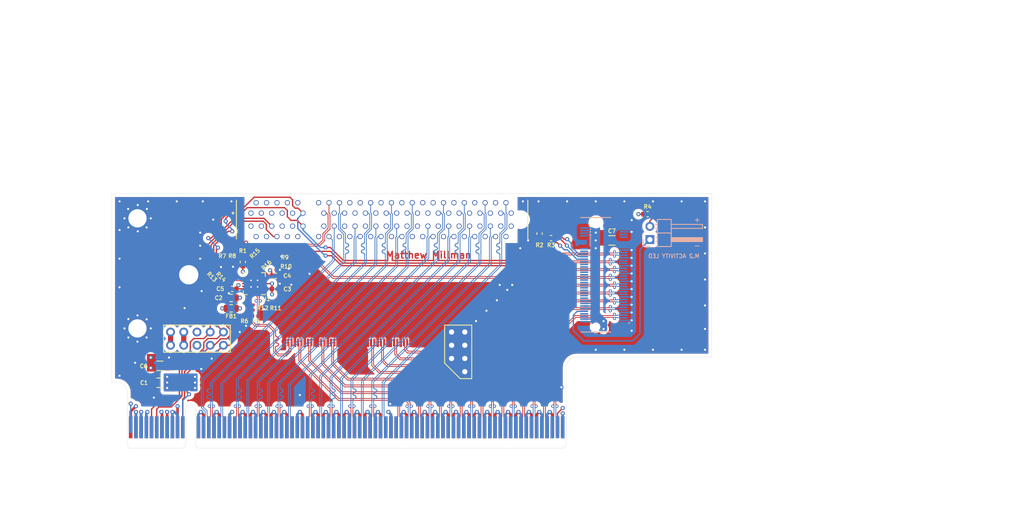
<source format=kicad_pcb>
(kicad_pcb (version 20171130) (host pcbnew "(5.1.10)-1")
  (layers (0 F.Cu signal) (1 In1.Cu signal) (2 In2.Cu signal) (31 B.Cu signal) (34 B.Paste user hide) (35 F.Paste user hide) (36 B.SilkS user hide) (37 F.SilkS user) (38 B.Mask user hide) (39 F.Mask user hide) (44 Edge.Cuts user))
  (net 0 "")
  (net 1 "Net-(J1-PadA32)")
  (net 2 "Net-(J1-PadA19)")
  (net 3 "Net-(J1-PadA8)")
  (net 4 "Net-(J1-PadA7)")
  (net 5 "Net-(J1-PadA6)")
  (net 6 "Net-(J1-PadA5)")
  (net 7 "Net-(J1-PadB31)")
  (net 8 "Net-(J1-PadB30)")
  (net 9 "Net-(J1-PadB17)")
  (net 10 "Net-(J1-PadB12)")
  (net 11 "Net-(J1-PadB9)")
  (net 12 "Net-(J1-PadB48)")
  (net 13 "Net-(J1-PadB82)")
  (net 14 "Net-(J1-PadA33)")
  (net 15 "Net-(J1-PadA50)")
  (net 16 "Net-(J2-PadB48)")
  (net 17 "Net-(J2-PadA33)")
  (net 18 "Net-(J2-PadA32)")
  (net 19 "Net-(J2-PadB31)")
  (net 20 "Net-(J2-PadB30)")
  (net 21 "Net-(J2-PadA19)")
  (net 22 "Net-(J2-PadB17)")
  (net 23 "Net-(J2-PadB12)")
  (net 24 "Net-(J2-PadB9)")
  (net 25 "Net-(J2-PadA8)")
  (net 26 "Net-(J2-PadA7)")
  (net 27 "Net-(J2-PadA6)")
  (net 28 "Net-(J2-PadA5)")
  (net 29 "Net-(J2-PadA1)")
  (net 30 "Net-(J4-Pad69)")
  (net 31 "Net-(J4-Pad68)")
  (net 32 "Net-(J4-Pad67)")
  (net 33 "Net-(J4-Pad58)")
  (net 34 "Net-(J4-Pad56)")
  (net 35 "Net-(J4-Pad48)")
  (net 36 "Net-(J4-Pad46)")
  (net 37 "Net-(J4-Pad44)")
  (net 38 "Net-(J4-Pad42)")
  (net 39 "Net-(J4-Pad40)")
  (net 40 "Net-(J4-Pad38)")
  (net 41 "Net-(J4-Pad36)")
  (net 42 "Net-(J4-Pad34)")
  (net 43 "Net-(J4-Pad32)")
  (net 44 "Net-(J4-Pad30)")
  (net 45 "Net-(J4-Pad28)")
  (net 46 "Net-(J4-Pad26)")
  (net 47 "Net-(J4-Pad24)")
  (net 48 "Net-(J4-Pad22)")
  (net 49 "Net-(J4-Pad20)")
  (net 50 "Net-(J4-Pad8)")
  (net 51 "Net-(J4-Pad6)")
  (net 52 /M2_PET3_P)
  (net 53 /M2_PET3_N)
  (net 54 /M2_PER3_P)
  (net 55 /M2_PER3_N)
  (net 56 /X8_PER0_N)
  (net 57 /X8_PER0_P)
  (net 58 /M2_PET0_P)
  (net 59 /M2_PET0_N)
  (net 60 /M2_PET1_P)
  (net 61 /M2_PET1_N)
  (net 62 /M2_PET2_P)
  (net 63 /M2_PET2_N)
  (net 64 /M2_PER0_P)
  (net 65 /M2_PER0_N)
  (net 66 /M2_PER1_P)
  (net 67 /M2_PER1_N)
  (net 68 /M2_PER2_P)
  (net 69 /M2_PER2_N)
  (net 70 GND)
  (net 71 /X8_PER3_N)
  (net 72 /X8_PER3_P)
  (net 73 /X8_PER2_N)
  (net 74 /X8_PER2_P)
  (net 75 /X8_PER1_N)
  (net 76 /X8_PER1_P)
  (net 77 /REFCLK_IN_N)
  (net 78 /REFCLK_IN_P)
  (net 79 +3V3)
  (net 80 +12V)
  (net 81 /X8_PET3_N)
  (net 82 /X8_PET3_P)
  (net 83 /X8_PET2_N)
  (net 84 /X8_PET2_P)
  (net 85 /X8_PET1_N)
  (net 86 /X8_PET1_P)
  (net 87 /X8_PET0_N)
  (net 88 /X8_PET0_P)
  (net 89 +3.3VA)
  (net 90 /SMDAT)
  (net 91 /SMCLK)
  (net 92 /X8_PET4_P)
  (net 93 /X8_PET4_N)
  (net 94 /X8_PET5_P)
  (net 95 /X8_PET5_N)
  (net 96 /X8_PET6_P)
  (net 97 /X8_PET6_N)
  (net 98 /X8_PET7_P)
  (net 99 /X8_PET7_N)
  (net 100 /X8_PER4_P)
  (net 101 /X8_PER4_N)
  (net 102 /X8_PER5_P)
  (net 103 /X8_PER5_N)
  (net 104 /X8_PER6_P)
  (net 105 /X8_PER6_N)
  (net 106 /X8_PER7_P)
  (net 107 /X8_PER7_N)
  (net 108 /REFCLK_0_N)
  (net 109 /REFCLK_0_P)
  (net 110 /REFCLK_1_P)
  (net 111 /REFCLK_1_N)
  (net 112 "Net-(J3-Pad1)")
  (net 113 "Net-(J3-Pad2)")
  (net 114 /~CLKREQ_2)
  (net 115 "Net-(U1-Pad4)")
  (net 116 "Net-(U1-Pad5)")
  (net 117 /REFCLK_2_N)
  (net 118 /REFCLK_2_P)
  (net 119 /PRSNT)
  (net 120 /~WAKE)
  (net 121 /X4MEZZ_PET0_P)
  (net 122 /X4MEZZ_PET0_N)
  (net 123 /X4MEZZ_PET1_P)
  (net 124 /X4MEZZ_PET1_N)
  (net 125 /X4MEZZ_PET2_P)
  (net 126 /X4MEZZ_PET2_N)
  (net 127 /X4MEZZ_PET3_P)
  (net 128 /X4MEZZ_PET3_N)
  (net 129 /X4MEZZ_PER0_P)
  (net 130 /X4MEZZ_PER0_N)
  (net 131 /X4MEZZ_PER1_P)
  (net 132 /X4MEZZ_PER1_N)
  (net 133 /X4MEZZ_PER2_P)
  (net 134 /X4MEZZ_PER2_N)
  (net 135 /X4MEZZ_PER3_P)
  (net 136 /X4MEZZ_PER3_N)
  (net 137 "Net-(R1-Pad2)")
  (net 138 /CLKPWR)
  (net 139 /~PERST)
  (net 140 /PT_1_N)
  (net 141 /PT_1_P)
  (net 142 /PT_0_N)
  (net 143 /PT_0_P)
  (net 144 /PT_2_N)
  (net 145 /PT_2_P)
  (module Package_DFN_QFN:QFN-20-1EP_4x4mm_P0.5mm_EP2.5x2.5mm (layer F.Cu) (at 100.75 110.9 180)
    (fp_text reference U1 (at -2.3 -2.95) (layer F.SilkS) (effects (font (size 0.762 0.762) (thickness 0.1524))))
    (fp_text value ZL40264)
    (pad 21 smd rect (at 0 0 180) (size 2.5 2.5) (layers F.Cu F.Mask) (net 70 GND))
    (pad 20 smd roundrect (at -1 -1.9375 180) (size 0.25 0.825) (layers F.Cu F.Paste F.Mask) (net 77 /REFCLK_IN_N))
    (pad 19 smd roundrect (at -0.5 -1.9375 180) (size 0.25 0.825) (layers F.Cu F.Paste F.Mask) (net 78 /REFCLK_IN_P))
    (pad 18 smd roundrect (at 0 -1.9375 180) (size 0.25 0.825) (layers F.Cu F.Paste F.Mask) (net 70 GND))
    (pad 17 smd roundrect (at 0.5 -1.9375 180) (size 0.25 0.825) (layers F.Cu F.Paste F.Mask) (net 140 /PT_1_N))
    (pad 16 smd roundrect (at 1 -1.9375 180) (size 0.25 0.825) (layers F.Cu F.Paste F.Mask) (net 141 /PT_1_P))
    (pad 15 smd roundrect (at 1.9375 -1 180) (size 0.825 0.25) (layers F.Cu F.Paste F.Mask) (net 138 /CLKPWR))
    (pad 14 smd roundrect (at 1.9375 -0.5 180) (size 0.825 0.25) (layers F.Cu F.Paste F.Mask) (net 70 GND))
    (pad 13 smd roundrect (at 1.9375 0 180) (size 0.825 0.25) (layers F.Cu F.Paste F.Mask) (net 70 GND))
    (pad 12 smd roundrect (at 1.9375 0.5 180) (size 0.825 0.25) (layers F.Cu F.Paste F.Mask) (net 142 /PT_0_N))
    (pad 11 smd roundrect (at 1.9375 1 180) (size 0.825 0.25) (layers F.Cu F.Paste F.Mask) (net 143 /PT_0_P))
    (pad 10 smd roundrect (at 1 1.9375 180) (size 0.25 0.825) (layers F.Cu F.Paste F.Mask) (net 137 "Net-(R1-Pad2)"))
    (pad 9 smd roundrect (at 0.5 1.9375 180) (size 0.25 0.825) (layers F.Cu F.Paste F.Mask) (net 144 /PT_2_N))
    (pad 8 smd roundrect (at 0 1.9375 180) (size 0.25 0.825) (layers F.Cu F.Paste F.Mask) (net 145 /PT_2_P))
    (pad 7 smd roundrect (at -0.5 1.9375 180) (size 0.25 0.825) (layers F.Cu F.Paste F.Mask) (net 70 GND))
    (pad 6 smd roundrect (at -1 1.9375 180) (size 0.25 0.825) (layers F.Cu F.Paste F.Mask) (net 138 /CLKPWR))
    (pad 5 smd roundrect (at -1.9375 1 180) (size 0.825 0.25) (layers F.Cu F.Paste F.Mask) (net 116 "Net-(U1-Pad5)"))
    (pad 4 smd roundrect (at -1.9375 0.5 180) (size 0.825 0.25) (layers F.Cu F.Paste F.Mask) (net 115 "Net-(U1-Pad4)"))
    (pad 3 smd roundrect (at -1.9375 0 180) (size 0.825 0.25) (layers F.Cu F.Paste F.Mask) (net 138 /CLKPWR))
    (pad 2 smd roundrect (at -1.9375 -0.5 180) (size 0.825 0.25) (layers F.Cu F.Paste F.Mask) (net 70 GND))
    (pad 1 smd roundrect (at -1.9375 -1 180) (size 0.825 0.25) (layers F.Cu F.Paste F.Mask) (net 138 /CLKPWR))
  )
  (module Resistor_SMD:R_0603_1608Metric (layer F.Cu) (at 155.55 101.2875 90)
    (fp_text reference R2 (at -2.2125 0) (layer F.SilkS) (effects (font (size 0.762 0.762) (thickness 0.1524))))
    (fp_text value NF)
    (pad 2 smd roundrect (at 0.7875 0 90) (size 0.875 0.95) (layers F.Cu F.Paste F.Mask) (net 70 GND))
    (pad 1 smd roundrect (at -0.7875 0 90) (size 0.875 0.95) (layers F.Cu F.Paste F.Mask) (net 137 "Net-(R1-Pad2)"))
  )
  (module Resistor_SMD:R_0402_1005Metric (layer F.Cu) (at 96.942947 109.042947 315)
    (fp_text reference R14 (at -1.439594 2.227386 315) (layer F.SilkS) (effects (font (size 0.762 0.762) (thickness 0.1524))))
    (fp_text value 33)
    (pad 2 smd roundrect (at 0.485 0 315) (size 0.59 0.64) (layers F.Cu F.Paste F.Mask) (net 143 /PT_0_P))
    (pad 1 smd roundrect (at -0.485 0 315) (size 0.59 0.64) (layers F.Cu F.Paste F.Mask) (net 109 /REFCLK_0_P))
  )
  (module Resistor_SMD:R_0603_1608Metric (layer F.Cu) (at 98.55 106.75 90)
    (fp_text reference R1 (at 2.15 0) (layer F.SilkS) (effects (font (size 0.762 0.762) (thickness 0.1524))))
    (fp_text value 10K)
    (pad 2 smd roundrect (at 0.7875 0 90) (size 0.875 0.95) (layers F.Cu F.Paste F.Mask) (net 137 "Net-(R1-Pad2)"))
    (pad 1 smd roundrect (at -0.7875 0 90) (size 0.875 0.95) (layers F.Cu F.Paste F.Mask) (net 138 /CLKPWR))
  )
  (module Resistor_SMD:R_0402_1005Metric (layer F.Cu) (at 101.7 107.15 225)
    (fp_text reference R16 (at -0.848528 -1.131371 45) (layer F.SilkS) (effects (font (size 0.762 0.762) (thickness 0.1524))))
    (fp_text value 33)
    (pad 2 smd roundrect (at 0.485 0 225) (size 0.59 0.64) (layers F.Cu F.Paste F.Mask) (net 145 /PT_2_P))
    (pad 1 smd roundrect (at -0.485 0 225) (size 0.59 0.64) (layers F.Cu F.Paste F.Mask) (net 118 /REFCLK_2_P))
  )
  (module Resistor_SMD:R_0402_1005Metric (layer F.Cu) (at 100.992947 106.457053 225)
    (fp_text reference R15 (at -0.858503 1.06066 45) (layer F.SilkS) (effects (font (size 0.762 0.762) (thickness 0.1524))))
    (fp_text value 33)
    (pad 2 smd roundrect (at 0.485 0 225) (size 0.59 0.64) (layers F.Cu F.Paste F.Mask) (net 144 /PT_2_N))
    (pad 1 smd roundrect (at -0.485 0 225) (size 0.59 0.64) (layers F.Cu F.Paste F.Mask) (net 117 /REFCLK_2_N))
  )
  (module Resistor_SMD:R_0402_1005Metric (layer F.Cu) (at 104.95 107.735 270)
    (fp_text reference R10 (at -0.135 -1.9) (layer F.SilkS) (effects (font (size 0.762 0.762) (thickness 0.1524))))
    (fp_text value 50)
    (pad 2 smd roundrect (at 0.485 0 270) (size 0.59 0.64) (layers F.Cu F.Paste F.Mask) (net 70 GND))
    (pad 1 smd roundrect (at -0.485 0 270) (size 0.59 0.64) (layers F.Cu F.Paste F.Mask) (net 118 /REFCLK_2_P))
  )
  (module Resistor_SMD:R_0402_1005Metric (layer F.Cu) (at 96.242947 109.742947 315)
    (fp_text reference R13 (at -2.677031 2.474874 135) (layer F.SilkS) (effects (font (size 0.762 0.762) (thickness 0.1524))))
    (fp_text value 33 hide)
    (pad 1 smd roundrect (at -0.485 0 315) (size 0.59 0.64) (layers F.Cu F.Paste F.Mask) (net 108 /REFCLK_0_N))
    (pad 2 smd roundrect (at 0.485 0 315) (size 0.59 0.64) (layers F.Cu F.Paste F.Mask) (net 142 /PT_0_N))
  )
  (module Resistor_SMD:R_0402_1005Metric (layer F.Cu) (at 99.5 115.485 90)
    (fp_text reference R12 (at -0.115 2.85 180) (layer F.SilkS) (effects (font (size 0.762 0.762) (thickness 0.1524))))
    (fp_text value 33)
    (pad 2 smd roundrect (at 0.485 0 90) (size 0.59 0.64) (layers F.Cu F.Paste F.Mask) (net 141 /PT_1_P))
    (pad 1 smd roundrect (at -0.485 0 90) (size 0.59 0.64) (layers F.Cu F.Paste F.Mask) (net 110 /REFCLK_1_P))
  )
  (module Resistor_SMD:R_0402_1005Metric (layer F.Cu) (at 100.5 115.485 90)
    (fp_text reference R11 (at -0.115 4.35 180) (layer F.SilkS) (effects (font (size 0.762 0.762) (thickness 0.1524))))
    (fp_text value 33)
    (pad 2 smd roundrect (at 0.485 0 90) (size 0.59 0.64) (layers F.Cu F.Paste F.Mask) (net 140 /PT_1_N))
    (pad 1 smd roundrect (at -0.485 0 90) (size 0.59 0.64) (layers F.Cu F.Paste F.Mask) (net 111 /REFCLK_1_N))
  )
  (module Resistor_SMD:R_0402_1005Metric (layer F.Cu) (at 104.95 105.835 90)
    (fp_text reference R9 (at -0.015 1.65 180) (layer F.SilkS) (effects (font (size 0.762 0.762) (thickness 0.1524))))
    (fp_text value 50)
    (pad 2 smd roundrect (at 0.485 0 90) (size 0.59 0.64) (layers F.Cu F.Paste F.Mask) (net 70 GND))
    (pad 1 smd roundrect (at -0.485 0 90) (size 0.59 0.64) (layers F.Cu F.Paste F.Mask) (net 117 /REFCLK_2_N))
  )
  (module Resistor_SMD:R_0402_1005Metric (layer F.Cu) (at 96.5 106.75)
    (fp_text reference R8 (at 0 -1.17) (layer F.SilkS) (effects (font (size 0.762 0.762) (thickness 0.1524))))
    (fp_text value 50)
    (pad 2 smd roundrect (at 0.485 0) (size 0.59 0.64) (layers F.Cu F.Paste F.Mask) (net 70 GND))
    (pad 1 smd roundrect (at -0.485 0) (size 0.59 0.64) (layers F.Cu F.Paste F.Mask) (net 109 /REFCLK_0_P))
  )
  (module Resistor_SMD:R_0402_1005Metric (layer F.Cu) (at 94.6 106.75 180)
    (fp_text reference R7 (at 0 1.15) (layer F.SilkS) (effects (font (size 0.762 0.762) (thickness 0.1524))))
    (fp_text value 50)
    (pad 2 smd roundrect (at 0.485 0 180) (size 0.59 0.64) (layers F.Cu F.Paste F.Mask) (net 70 GND))
    (pad 1 smd roundrect (at -0.485 0 180) (size 0.59 0.64) (layers F.Cu F.Paste F.Mask) (net 108 /REFCLK_0_N))
  )
  (module Resistor_SMD:R_0402_1005Metric (layer F.Cu) (at 99.065 117.1 180)
    (fp_text reference R6 (at 0.215 -1) (layer F.SilkS) (effects (font (size 0.762 0.762) (thickness 0.1524))))
    (fp_text value 50)
    (pad 2 smd roundrect (at 0.485 0 180) (size 0.59 0.64) (layers F.Cu F.Paste F.Mask) (net 70 GND))
    (pad 1 smd roundrect (at -0.485 0 180) (size 0.59 0.64) (layers F.Cu F.Paste F.Mask) (net 110 /REFCLK_1_P))
  )
  (module Resistor_SMD:R_0402_1005Metric (layer F.Cu) (at 100.935 117.1)
    (fp_text reference R5 (at 0.165 1) (layer F.SilkS) (effects (font (size 0.762 0.762) (thickness 0.1524))))
    (fp_text value 50)
    (pad 2 smd roundrect (at 0.485 0) (size 0.59 0.64) (layers F.Cu F.Paste F.Mask) (net 70 GND))
    (pad 1 smd roundrect (at -0.485 0) (size 0.59 0.64) (layers F.Cu F.Paste F.Mask) (net 111 /REFCLK_1_N))
  )
  (module Pin_Headers:Pin_Header_Straight_2x04_Pitch2.54mm (layer F.Cu) (at 141.19 127.82 180)
    (fp_text reference J7 hide)
    (fp_text value X4MEZZ_MPB)
    (pad 8 thru_hole oval (at 2.54 7.62 180) (size 1.7 1.7) (drill 1) (layers *.Cu *.Mask) (net 70 GND))
    (pad 7 thru_hole oval (at 0 7.62 180) (size 1.7 1.7) (drill 1) (layers *.Cu *.Mask) (net 70 GND))
    (pad 6 thru_hole oval (at 2.54 5.08 180) (size 1.7 1.7) (drill 1) (layers *.Cu *.Mask) (net 70 GND))
    (pad 5 thru_hole oval (at 0 5.08 180) (size 1.7 1.7) (drill 1) (layers *.Cu *.Mask) (net 70 GND))
    (pad 4 thru_hole oval (at 2.54 2.54 180) (size 1.7 1.7) (drill 1) (layers *.Cu *.Mask) (net 70 GND))
    (pad 3 thru_hole oval (at 0 2.54 180) (size 1.7 1.7) (drill 1) (layers *.Cu *.Mask) (net 70 GND))
    (pad 1 thru_hole oval (at 0 0 180) (size 1.7 1.7) (drill 1) (layers *.Cu *.Mask) (net 70 GND))
  )
  (module SamacSys_Parts:PCIE-098-02-F-D-TH (layer F.Cu) (at 153.3 98.6 180)
    (fp_text reference J2 hide)
    (fp_text value PCIeX8 hide)
    (pad M2 np_thru_hole circle (at 1.39 0 180) (size 2.35 2.35) (drill 2.35) (layers *.Cu *.Mask))
    (pad A49 thru_hole circle (at 3.2 1.25 180) (size 1 1) (drill 0.7) (layers *.Cu *.Mask) (net 70 GND))
    (pad B49 thru_hole circle (at 3.2 -1.25 180) (size 1 1) (drill 0.7) (layers *.Cu *.Mask) (net 70 GND))
    (pad A48 thru_hole circle (at 4.2 3.25 180) (size 1 1) (drill 0.7) (layers *.Cu *.Mask) (net 107 /X8_PER7_N))
    (pad B48 thru_hole circle (at 4.2 -3.25 180) (size 1 1) (drill 0.7) (layers *.Cu *.Mask) (net 16 "Net-(J2-PadB48)"))
    (pad A47 thru_hole circle (at 5.2 1.25 180) (size 1 1) (drill 0.7) (layers *.Cu *.Mask) (net 106 /X8_PER7_P))
    (pad B47 thru_hole circle (at 5.2 -1.25 180) (size 1 1) (drill 0.7) (layers *.Cu *.Mask) (net 70 GND))
    (pad A46 thru_hole circle (at 6.2 3.25 180) (size 1 1) (drill 0.7) (layers *.Cu *.Mask) (net 70 GND))
    (pad B46 thru_hole circle (at 6.2 -3.25 180) (size 1 1) (drill 0.7) (layers *.Cu *.Mask) (net 99 /X8_PET7_N))
    (pad A45 thru_hole circle (at 7.2 1.25 180) (size 1 1) (drill 0.7) (layers *.Cu *.Mask) (net 70 GND))
    (pad B45 thru_hole circle (at 7.2 -1.25 180) (size 1 1) (drill 0.7) (layers *.Cu *.Mask) (net 98 /X8_PET7_P))
    (pad A44 thru_hole circle (at 8.2 3.25 180) (size 1 1) (drill 0.7) (layers *.Cu *.Mask) (net 105 /X8_PER6_N))
    (pad B44 thru_hole circle (at 8.2 -3.25 180) (size 1 1) (drill 0.7) (layers *.Cu *.Mask) (net 70 GND))
    (pad A43 thru_hole circle (at 9.2 1.25 180) (size 1 1) (drill 0.7) (layers *.Cu *.Mask) (net 104 /X8_PER6_P))
    (pad B43 thru_hole circle (at 9.2 -1.25 180) (size 1 1) (drill 0.7) (layers *.Cu *.Mask) (net 70 GND))
    (pad A42 thru_hole circle (at 10.2 3.25 180) (size 1 1) (drill 0.7) (layers *.Cu *.Mask) (net 70 GND))
    (pad B42 thru_hole circle (at 10.2 -3.25 180) (size 1 1) (drill 0.7) (layers *.Cu *.Mask) (net 97 /X8_PET6_N))
    (pad A41 thru_hole circle (at 11.2 1.25 180) (size 1 1) (drill 0.7) (layers *.Cu *.Mask) (net 70 GND))
    (pad B41 thru_hole circle (at 11.2 -1.25 180) (size 1 1) (drill 0.7) (layers *.Cu *.Mask) (net 96 /X8_PET6_P))
    (pad A40 thru_hole circle (at 12.2 3.25 180) (size 1 1) (drill 0.7) (layers *.Cu *.Mask) (net 103 /X8_PER5_N))
    (pad B40 thru_hole circle (at 12.2 -3.25 180) (size 1 1) (drill 0.7) (layers *.Cu *.Mask) (net 70 GND))
    (pad A39 thru_hole circle (at 13.2 1.25 180) (size 1 1) (drill 0.7) (layers *.Cu *.Mask) (net 102 /X8_PER5_P))
    (pad B39 thru_hole circle (at 13.2 -1.25 180) (size 1 1) (drill 0.7) (layers *.Cu *.Mask) (net 70 GND))
    (pad A38 thru_hole circle (at 14.2 3.25 180) (size 1 1) (drill 0.7) (layers *.Cu *.Mask) (net 70 GND))
    (pad B38 thru_hole circle (at 14.2 -3.25 180) (size 1 1) (drill 0.7) (layers *.Cu *.Mask) (net 95 /X8_PET5_N))
    (pad A37 thru_hole circle (at 15.2 1.25 180) (size 1 1) (drill 0.7) (layers *.Cu *.Mask) (net 70 GND))
    (pad B37 thru_hole circle (at 15.2 -1.25 180) (size 1 1) (drill 0.7) (layers *.Cu *.Mask) (net 94 /X8_PET5_P))
    (pad A36 thru_hole circle (at 16.2 3.25 180) (size 1 1) (drill 0.7) (layers *.Cu *.Mask) (net 101 /X8_PER4_N))
    (pad B36 thru_hole circle (at 16.2 -3.25 180) (size 1 1) (drill 0.7) (layers *.Cu *.Mask) (net 70 GND))
    (pad A35 thru_hole circle (at 17.2 1.25 180) (size 1 1) (drill 0.7) (layers *.Cu *.Mask) (net 100 /X8_PER4_P))
    (pad B35 thru_hole circle (at 17.2 -1.25 180) (size 1 1) (drill 0.7) (layers *.Cu *.Mask) (net 70 GND))
    (pad A34 thru_hole circle (at 18.2 3.25 180) (size 1 1) (drill 0.7) (layers *.Cu *.Mask) (net 70 GND))
    (pad B34 thru_hole circle (at 18.2 -3.25 180) (size 1 1) (drill 0.7) (layers *.Cu *.Mask) (net 93 /X8_PET4_N))
    (pad A33 thru_hole circle (at 19.2 1.25 180) (size 1 1) (drill 0.7) (layers *.Cu *.Mask) (net 17 "Net-(J2-PadA33)"))
    (pad B33 thru_hole circle (at 19.2 -1.25 180) (size 1 1) (drill 0.7) (layers *.Cu *.Mask) (net 92 /X8_PET4_P))
    (pad A32 thru_hole circle (at 20.2 3.25 180) (size 1 1) (drill 0.7) (layers *.Cu *.Mask) (net 18 "Net-(J2-PadA32)"))
    (pad B32 thru_hole circle (at 20.2 -3.25 180) (size 1 1) (drill 0.7) (layers *.Cu *.Mask) (net 70 GND))
    (pad A31 thru_hole circle (at 21.2 1.25 180) (size 1 1) (drill 0.7) (layers *.Cu *.Mask) (net 70 GND))
    (pad B31 thru_hole circle (at 21.2 -1.25 180) (size 1 1) (drill 0.7) (layers *.Cu *.Mask) (net 19 "Net-(J2-PadB31)"))
    (pad A30 thru_hole circle (at 22.2 3.25 180) (size 1 1) (drill 0.7) (layers *.Cu *.Mask) (net 71 /X8_PER3_N))
    (pad B30 thru_hole circle (at 22.2 -3.25 180) (size 1 1) (drill 0.7) (layers *.Cu *.Mask) (net 20 "Net-(J2-PadB30)"))
    (pad A29 thru_hole circle (at 23.2 1.25 180) (size 1 1) (drill 0.7) (layers *.Cu *.Mask) (net 72 /X8_PER3_P))
    (pad B29 thru_hole circle (at 23.2 -1.25 180) (size 1 1) (drill 0.7) (layers *.Cu *.Mask) (net 70 GND))
    (pad A28 thru_hole circle (at 24.2 3.25 180) (size 1 1) (drill 0.7) (layers *.Cu *.Mask) (net 70 GND))
    (pad B28 thru_hole circle (at 24.2 -3.25 180) (size 1 1) (drill 0.7) (layers *.Cu *.Mask) (net 81 /X8_PET3_N))
    (pad A27 thru_hole circle (at 25.2 1.25 180) (size 1 1) (drill 0.7) (layers *.Cu *.Mask) (net 70 GND))
    (pad B27 thru_hole circle (at 25.2 -1.25 180) (size 1 1) (drill 0.7) (layers *.Cu *.Mask) (net 82 /X8_PET3_P))
    (pad A26 thru_hole circle (at 26.2 3.25 180) (size 1 1) (drill 0.7) (layers *.Cu *.Mask) (net 73 /X8_PER2_N))
    (pad B26 thru_hole circle (at 26.2 -3.25 180) (size 1 1) (drill 0.7) (layers *.Cu *.Mask) (net 70 GND))
    (pad A25 thru_hole circle (at 27.2 1.25 180) (size 1 1) (drill 0.7) (layers *.Cu *.Mask) (net 74 /X8_PER2_P))
    (pad B25 thru_hole circle (at 27.2 -1.25 180) (size 1 1) (drill 0.7) (layers *.Cu *.Mask) (net 70 GND))
    (pad A24 thru_hole circle (at 28.2 3.25 180) (size 1 1) (drill 0.7) (layers *.Cu *.Mask) (net 70 GND))
    (pad B24 thru_hole circle (at 28.2 -3.25 180) (size 1 1) (drill 0.7) (layers *.Cu *.Mask) (net 83 /X8_PET2_N))
    (pad A23 thru_hole circle (at 29.2 1.25 180) (size 1 1) (drill 0.7) (layers *.Cu *.Mask) (net 70 GND))
    (pad B23 thru_hole circle (at 29.2 -1.25 180) (size 1 1) (drill 0.7) (layers *.Cu *.Mask) (net 84 /X8_PET2_P))
    (pad A22 thru_hole circle (at 30.2 3.25 180) (size 1 1) (drill 0.7) (layers *.Cu *.Mask) (net 75 /X8_PER1_N))
    (pad B22 thru_hole circle (at 30.2 -3.25 180) (size 1 1) (drill 0.7) (layers *.Cu *.Mask) (net 70 GND))
    (pad A21 thru_hole circle (at 31.2 1.25 180) (size 1 1) (drill 0.7) (layers *.Cu *.Mask) (net 76 /X8_PER1_P))
    (pad B21 thru_hole circle (at 31.2 -1.25 180) (size 1 1) (drill 0.7) (layers *.Cu *.Mask) (net 70 GND))
    (pad A20 thru_hole circle (at 32.2 3.25 180) (size 1 1) (drill 0.7) (layers *.Cu *.Mask) (net 70 GND))
    (pad B20 thru_hole circle (at 32.2 -3.25 180) (size 1 1) (drill 0.7) (layers *.Cu *.Mask) (net 85 /X8_PET1_N))
    (pad A19 thru_hole circle (at 33.2 1.25 180) (size 1 1) (drill 0.7) (layers *.Cu *.Mask) (net 21 "Net-(J2-PadA19)"))
    (pad B19 thru_hole circle (at 33.2 -1.25 180) (size 1 1) (drill 0.7) (layers *.Cu *.Mask) (net 86 /X8_PET1_P))
    (pad A18 thru_hole circle (at 34.2 3.25 180) (size 1 1) (drill 0.7) (layers *.Cu *.Mask) (net 70 GND))
    (pad B18 thru_hole circle (at 34.2 -3.25 180) (size 1 1) (drill 0.7) (layers *.Cu *.Mask) (net 70 GND))
    (pad A17 thru_hole circle (at 35.2 1.25 180) (size 1 1) (drill 0.7) (layers *.Cu *.Mask) (net 56 /X8_PER0_N))
    (pad B17 thru_hole circle (at 35.2 -1.25 180) (size 1 1) (drill 0.7) (layers *.Cu *.Mask) (net 22 "Net-(J2-PadB17)"))
    (pad A16 thru_hole circle (at 36.2 3.25 180) (size 1 1) (drill 0.7) (layers *.Cu *.Mask) (net 57 /X8_PER0_P))
    (pad B16 thru_hole circle (at 36.2 -3.25 180) (size 1 1) (drill 0.7) (layers *.Cu *.Mask) (net 70 GND))
    (pad A15 thru_hole circle (at 37.2 1.25 180) (size 1 1) (drill 0.7) (layers *.Cu *.Mask) (net 70 GND))
    (pad B15 thru_hole circle (at 37.2 -1.25 180) (size 1 1) (drill 0.7) (layers *.Cu *.Mask) (net 87 /X8_PET0_N))
    (pad A14 thru_hole circle (at 38.2 3.25 180) (size 1 1) (drill 0.7) (layers *.Cu *.Mask) (net 109 /REFCLK_0_P))
    (pad B14 thru_hole circle (at 38.2 -3.25 180) (size 1 1) (drill 0.7) (layers *.Cu *.Mask) (net 88 /X8_PET0_P))
    (pad A13 thru_hole circle (at 39.2 1.25 180) (size 1 1) (drill 0.7) (layers *.Cu *.Mask) (net 108 /REFCLK_0_N))
    (pad B13 thru_hole circle (at 39.2 -1.25 180) (size 1 1) (drill 0.7) (layers *.Cu *.Mask) (net 70 GND))
    (pad A12 thru_hole circle (at 40.2 3.25 180) (size 1 1) (drill 0.7) (layers *.Cu *.Mask) (net 70 GND))
    (pad B12 thru_hole circle (at 40.2 -3.25 180) (size 1 1) (drill 0.7) (layers *.Cu *.Mask) (net 23 "Net-(J2-PadB12)"))
    (pad M1 np_thru_hole circle (at 41.55 0 180) (size 2.35 2.35) (drill 2.35) (layers *.Cu *.Mask))
    (pad B11 thru_hole circle (at 43.2 -1.25 180) (size 1 1) (drill 0.7) (layers *.Cu *.Mask) (net 120 /~WAKE))
    (pad B10 thru_hole circle (at 44.2 -3.25 180) (size 1 1) (drill 0.7) (layers *.Cu *.Mask) (net 89 +3.3VA))
    (pad B9 thru_hole circle (at 45.2 -1.25 180) (size 1 1) (drill 0.7) (layers *.Cu *.Mask) (net 24 "Net-(J2-PadB9)"))
    (pad B8 thru_hole circle (at 46.2 -3.25 180) (size 1 1) (drill 0.7) (layers *.Cu *.Mask) (net 79 +3V3))
    (pad B7 thru_hole circle (at 47.2 -1.25 180) (size 1 1) (drill 0.7) (layers *.Cu *.Mask) (net 70 GND))
    (pad B6 thru_hole circle (at 48.2 -3.25 180) (size 1 1) (drill 0.7) (layers *.Cu *.Mask) (net 90 /SMDAT))
    (pad B5 thru_hole circle (at 49.2 -1.25 180) (size 1 1) (drill 0.7) (layers *.Cu *.Mask) (net 91 /SMCLK))
    (pad B4 thru_hole circle (at 50.2 -3.25 180) (size 1 1) (drill 0.7) (layers *.Cu *.Mask) (net 70 GND))
    (pad B3 thru_hole circle (at 51.2 -1.25 180) (size 1 1) (drill 0.7) (layers *.Cu *.Mask) (net 80 +12V))
    (pad B2 thru_hole circle (at 52.2 -3.25 180) (size 1 1) (drill 0.7) (layers *.Cu *.Mask) (net 80 +12V))
    (pad B1 thru_hole circle (at 53.2 -1.25 180) (size 1 1) (drill 0.7) (layers *.Cu *.Mask) (net 80 +12V))
    (pad A11 thru_hole circle (at 43.2 1.25 180) (size 1 1) (drill 0.7) (layers *.Cu *.Mask) (net 139 /~PERST))
    (pad A10 thru_hole circle (at 44.2 3.25 180) (size 1 1) (drill 0.7) (layers *.Cu *.Mask) (net 79 +3V3))
    (pad A9 thru_hole circle (at 45.2 1.25 180) (size 1 1) (drill 0.7) (layers *.Cu *.Mask) (net 79 +3V3))
    (pad A8 thru_hole circle (at 46.2 3.25 180) (size 1 1) (drill 0.7) (layers *.Cu *.Mask) (net 25 "Net-(J2-PadA8)"))
    (pad A7 thru_hole circle (at 47.2 1.25 180) (size 1 1) (drill 0.7) (layers *.Cu *.Mask) (net 26 "Net-(J2-PadA7)"))
    (pad A6 thru_hole circle (at 48.2 3.25 180) (size 1 1) (drill 0.7) (layers *.Cu *.Mask) (net 27 "Net-(J2-PadA6)"))
    (pad A5 thru_hole circle (at 49.2 1.25 180) (size 1 1) (drill 0.7) (layers *.Cu *.Mask) (net 28 "Net-(J2-PadA5)"))
    (pad A4 thru_hole circle (at 50.2 3.25 180) (size 1 1) (drill 0.7) (layers *.Cu *.Mask) (net 70 GND))
    (pad A3 thru_hole circle (at 51.2 1.25 180) (size 1 1) (drill 0.7) (layers *.Cu *.Mask) (net 80 +12V))
    (pad A2 thru_hole circle (at 52.2 3.25 180) (size 1 1) (drill 0.7) (layers *.Cu *.Mask) (net 80 +12V))
    (pad A1 thru_hole circle (at 53.2 1.25 180) (size 1 1) (drill 0.7) (layers *.Cu *.Mask) (net 29 "Net-(J2-PadA1)"))
  )
  (module Connector_PinHeader_2.54mm:PinHeader_2x05_P2.54mm_Vertical (layer F.Cu) (at 84.65 122.74 90)
    (fp_text reference J6 hide)
    (fp_text value X4MEZZ_MPA)
    (pad 10 thru_hole oval (at 2.54 10.16 90) (size 1.7 1.7) (drill 1) (layers *.Cu *.Mask) (net 90 /SMDAT))
    (pad 9 thru_hole oval (at 0 10.16 90) (size 1.7 1.7) (drill 1) (layers *.Cu *.Mask) (net 139 /~PERST))
    (pad 8 thru_hole oval (at 2.54 7.62 90) (size 1.7 1.7) (drill 1) (layers *.Cu *.Mask) (net 91 /SMCLK))
    (pad 7 thru_hole oval (at 0 7.62 90) (size 1.7 1.7) (drill 1) (layers *.Cu *.Mask) (net 120 /~WAKE))
    (pad 6 thru_hole oval (at 2.54 5.08 90) (size 1.7 1.7) (drill 1) (layers *.Cu *.Mask) (net 89 +3.3VA))
    (pad 5 thru_hole oval (at 0 5.08 90) (size 1.7 1.7) (drill 1) (layers *.Cu *.Mask) (net 89 +3.3VA))
    (pad 4 thru_hole oval (at 2.54 2.54 90) (size 1.7 1.7) (drill 1) (layers *.Cu *.Mask) (net 79 +3V3))
    (pad 3 thru_hole oval (at 0 2.54 90) (size 1.7 1.7) (drill 1) (layers *.Cu *.Mask) (net 79 +3V3))
    (pad 2 thru_hole oval (at 2.54 0 90) (size 1.7 1.7) (drill 1) (layers *.Cu *.Mask) (net 80 +12V))
    (pad 1 thru_hole circle (at 0 0 90) (size 1.7 1.7) (drill 1) (layers *.Cu *.Mask) (net 80 +12V))
  )
  (module Resistor_SMD:R_0603_1608Metric (layer F.Cu) (at 176.3125 97.55)
    (fp_text reference R4 (at 0 -1.43) (layer F.SilkS) (effects (font (size 0.762 0.762) (thickness 0.1524))))
    (fp_text value 100)
    (pad 2 smd roundrect (at 0.7875 0) (size 0.875 0.95) (layers F.Cu F.Paste F.Mask) (net 113 "Net-(J3-Pad2)"))
    (pad 1 smd roundrect (at -0.7875 0) (size 0.875 0.95) (layers F.Cu F.Paste F.Mask) (net 79 +3V3))
  )
  (module Pin_Headers:Pin_Header_Angled_1x02_Pitch2.54mm (layer B.Cu) (at 176.75 102.44)
    (fp_text reference J3 hide)
    (fp_text value "M.2 ACTIVITY LED" (at 4.6 3.16) (layer B.SilkS) (effects (font (size 0.762 0.762) (thickness 0.1524)) (justify mirror)))
    (pad 1 thru_hole rect (at 0 0) (size 1.7 1.7) (drill 1) (layers *.Cu *.Mask) (net 112 "Net-(J3-Pad1)"))
    (pad 2 thru_hole oval (at 0 -2.54) (size 1.7 1.7) (drill 1) (layers *.Cu *.Mask) (net 113 "Net-(J3-Pad2)"))
  )
  (module Resistor_SMD:R_0603_1608Metric (layer F.Cu) (at 157.7625 102.15 180)
    (fp_text reference R3 (at 0 -1.35) (layer F.SilkS) (effects (font (size 0.762 0.762) (thickness 0.1524))))
    (fp_text value 0)
    (pad 2 smd roundrect (at 0.7875 0 180) (size 0.875 0.95) (layers F.Cu F.Paste F.Mask) (net 137 "Net-(R1-Pad2)"))
    (pad 1 smd roundrect (at -0.7875 0 180) (size 0.875 0.95) (layers F.Cu F.Paste F.Mask) (net 114 /~CLKREQ_2))
  )
  (module Capacitor_SMD:C_1206_3216Metric (layer F.Cu) (at 169.45 102.6)
    (fp_text reference C7 (at 0 -1.82) (layer F.SilkS) (effects (font (size 0.762 0.762) (thickness 0.1524))))
    (fp_text value 10uF)
    (pad 2 smd roundrect (at 1.4 0) (size 1.25 1.75) (layers F.Cu F.Paste F.Mask) (roundrect_rratio 0.2) (net 70 GND))
    (pad 1 smd roundrect (at -1.4 0) (size 1.25 1.75) (layers F.Cu F.Paste F.Mask) (roundrect_rratio 0.2) (net 79 +3V3))
  )
  (module Capacitor_SMD:C_1206_3216Metric (layer F.Cu) (at 82.6 126.7)
    (fp_text reference C6 (at -3.1 0.05) (layer F.SilkS) (effects (font (size 0.762 0.762) (thickness 0.1524))))
    (fp_text value 10uF)
    (pad 2 smd roundrect (at 1.4 0) (size 1.25 1.75) (layers F.Cu F.Paste F.Mask) (roundrect_rratio 0.2) (net 70 GND))
    (pad 1 smd roundrect (at -1.4 0) (size 1.25 1.75) (layers F.Cu F.Paste F.Mask) (roundrect_rratio 0.2) (net 80 +12V))
  )
  (module Capacitor_SMD:C_0805_2012Metric (layer F.Cu) (at 96.3 113.65 180)
    (fp_text reference C2 (at 2.4 0) (layer F.SilkS) (effects (font (size 0.762 0.762) (thickness 0.1524))))
    (fp_text value 1uF)
    (pad 2 smd roundrect (at 0.9375 0 180) (size 0.975 1.4) (layers F.Cu F.Paste F.Mask) (net 70 GND))
    (pad 1 smd roundrect (at -0.9375 0 180) (size 0.975 1.4) (layers F.Cu F.Paste F.Mask) (net 138 /CLKPWR))
  )
  (module Capacitor_SMD:C_1206_3216Metric (layer F.Cu) (at 82.6 129.95 180)
    (fp_text reference C1 (at 3.05 0) (layer F.SilkS) (effects (font (size 0.762 0.762) (thickness 0.1524))))
    (fp_text value 10uF)
    (pad 2 smd roundrect (at 1.4 0 180) (size 1.25 1.75) (layers F.Cu F.Paste F.Mask) (roundrect_rratio 0.2) (net 70 GND))
    (pad 1 smd roundrect (at -1.4 0 180) (size 1.25 1.75) (layers F.Cu F.Paste F.Mask) (roundrect_rratio 0.2) (net 79 +3V3))
  )
  (module Inductor_SMD:L_0805_2012Metric (layer F.Cu) (at 96.3 115.65 180)
    (fp_text reference FB1 (at 0 -1.5) (layer F.SilkS) (effects (font (size 0.762 0.762) (thickness 0.1524))))
    (fp_text value Ferrite_Bead)
    (pad 2 smd roundrect (at 0.9375 0 180) (size 0.975 1.4) (layers F.Cu F.Paste F.Mask) (net 79 +3V3))
    (pad 1 smd roundrect (at -0.9375 0 180) (size 0.975 1.4) (layers F.Cu F.Paste F.Mask) (net 138 /CLKPWR))
  )
  (module Capacitor_SMD:C_0603_1608Metric (layer F.Cu) (at 96.5 111.9 180)
    (fp_text reference C5 (at 2.3 0) (layer F.SilkS) (effects (font (size 0.762 0.762) (thickness 0.1524))))
    (fp_text value 0.1)
    (pad 2 smd roundrect (at 0.7875 0 180) (size 0.875 0.95) (layers F.Cu F.Paste F.Mask) (net 70 GND))
    (pad 1 smd roundrect (at -0.7875 0 180) (size 0.875 0.95) (layers F.Cu F.Paste F.Mask) (net 138 /CLKPWR))
  )
  (module Capacitor_SMD:C_0603_1608Metric (layer F.Cu) (at 104.9 111.9)
    (fp_text reference C3 (at 2.2 0.05) (layer F.SilkS) (effects (font (size 0.762 0.762) (thickness 0.1524))))
    (fp_text value 0.1)
    (pad 2 smd roundrect (at 0.7875 0) (size 0.875 0.95) (layers F.Cu F.Paste F.Mask) (net 70 GND))
    (pad 1 smd roundrect (at -0.7875 0) (size 0.875 0.95) (layers F.Cu F.Paste F.Mask) (net 138 /CLKPWR))
  )
  (module Capacitor_SMD:C_0603_1608Metric (layer F.Cu) (at 104.8875 109.4)
    (fp_text reference C4 (at 2.1875 0) (layer F.SilkS) (effects (font (size 0.762 0.762) (thickness 0.1524))))
    (fp_text value 0.1)
    (pad 2 smd roundrect (at 0.7875 0) (size 0.875 0.95) (layers F.Cu F.Paste F.Mask) (net 70 GND))
    (pad 1 smd roundrect (at -0.7875 0) (size 0.875 0.95) (layers F.Cu F.Paste F.Mask) (net 138 /CLKPWR))
  )
  (module PCIE_RIBBON:PCIE_RIBBON (layer F.Cu) (at 126.9657 122.2)
    (fp_text reference J8 hide)
    (fp_text value X4MEZZ_HSB)
    (pad 1 smd rect (at -6.3157 0) (size 0.4 1.5) (layers F.Cu F.Paste F.Mask) (net 70 GND))
    (pad 2 smd rect (at -5.68413 0) (size 0.4 1.5) (layers F.Cu F.Paste F.Mask) (net 70 GND))
    (pad 3 smd rect (at -5.05256 0) (size 0.4 1.5) (layers F.Cu F.Paste F.Mask) (net 70 GND))
    (pad 4 smd rect (at -4.42099 0) (size 0.4 1.5) (layers F.Cu F.Paste F.Mask) (net 70 GND))
    (pad 5 smd rect (at -3.78942 0) (size 0.4 1.5) (layers F.Cu F.Paste F.Mask) (net 125 /X4MEZZ_PET2_P))
    (pad 6 smd rect (at -3.15785 0) (size 0.4 1.5) (layers F.Cu F.Paste F.Mask) (net 126 /X4MEZZ_PET2_N))
    (pad 7 smd rect (at -2.52628 0) (size 0.4 1.5) (layers F.Cu F.Paste F.Mask) (net 70 GND))
    (pad 8 smd rect (at -1.89471 0) (size 0.4 1.5) (layers F.Cu F.Paste F.Mask) (net 133 /X4MEZZ_PER2_P))
    (pad 9 smd rect (at -1.26314 0) (size 0.4 1.5) (layers F.Cu F.Paste F.Mask) (net 134 /X4MEZZ_PER2_N))
    (pad 10 smd rect (at -0.63157 0) (size 0.4 1.5) (layers F.Cu F.Paste F.Mask) (net 70 GND))
    (pad 11 smd rect (at 0 0) (size 0.4 1.5) (layers F.Cu F.Paste F.Mask) (net 70 GND))
    (pad 12 smd rect (at 0.63157 0) (size 0.4 1.5) (layers F.Cu F.Paste F.Mask) (net 127 /X4MEZZ_PET3_P))
    (pad 13 smd rect (at 1.26314 0) (size 0.4 1.5) (layers F.Cu F.Paste F.Mask) (net 128 /X4MEZZ_PET3_N))
    (pad 14 smd rect (at 1.89471 0) (size 0.4 1.5) (layers F.Cu F.Paste F.Mask) (net 70 GND))
    (pad 15 smd rect (at 2.52628 0) (size 0.4 1.5) (layers F.Cu F.Paste F.Mask) (net 135 /X4MEZZ_PER3_P))
    (pad 16 smd rect (at 3.15785 0) (size 0.4 1.5) (layers F.Cu F.Paste F.Mask) (net 136 /X4MEZZ_PER3_N))
    (pad 17 smd rect (at 3.78942 0) (size 0.4 1.5) (layers F.Cu F.Paste F.Mask) (net 70 GND))
    (pad 18 smd rect (at 4.42099 0) (size 0.4 1.5) (layers F.Cu F.Paste F.Mask) (net 70 GND))
    (pad 19 smd rect (at 5.05256 0) (size 0.4 1.5) (layers F.Cu F.Paste F.Mask) (net 70 GND))
    (pad 20 smd rect (at 5.68413 0) (size 0.4 1.5) (layers F.Cu F.Paste F.Mask) (net 70 GND))
  )
  (module PCIE_RIBBON:PCIE_RIBBON (layer F.Cu) (at 112.9657 122.2)
    (fp_text reference J5 hide)
    (fp_text value X4MEZZ_HSA)
    (pad 1 smd rect (at -6.3157 0) (size 0.4 1.5) (layers F.Cu F.Paste F.Mask) (net 70 GND))
    (pad 2 smd rect (at -5.68413 0) (size 0.4 1.5) (layers F.Cu F.Paste F.Mask) (net 111 /REFCLK_1_N))
    (pad 3 smd rect (at -5.05256 0) (size 0.4 1.5) (layers F.Cu F.Paste F.Mask) (net 110 /REFCLK_1_P))
    (pad 4 smd rect (at -4.42099 0) (size 0.4 1.5) (layers F.Cu F.Paste F.Mask) (net 70 GND))
    (pad 5 smd rect (at -3.78942 0) (size 0.4 1.5) (layers F.Cu F.Paste F.Mask) (net 121 /X4MEZZ_PET0_P))
    (pad 6 smd rect (at -3.15785 0) (size 0.4 1.5) (layers F.Cu F.Paste F.Mask) (net 122 /X4MEZZ_PET0_N))
    (pad 7 smd rect (at -2.52628 0) (size 0.4 1.5) (layers F.Cu F.Paste F.Mask) (net 70 GND))
    (pad 8 smd rect (at -1.89471 0) (size 0.4 1.5) (layers F.Cu F.Paste F.Mask) (net 129 /X4MEZZ_PER0_P))
    (pad 9 smd rect (at -1.26314 0) (size 0.4 1.5) (layers F.Cu F.Paste F.Mask) (net 130 /X4MEZZ_PER0_N))
    (pad 10 smd rect (at -0.63157 0) (size 0.4 1.5) (layers F.Cu F.Paste F.Mask) (net 70 GND))
    (pad 11 smd rect (at 0 0) (size 0.4 1.5) (layers F.Cu F.Paste F.Mask) (net 70 GND))
    (pad 12 smd rect (at 0.63157 0) (size 0.4 1.5) (layers F.Cu F.Paste F.Mask) (net 123 /X4MEZZ_PET1_P))
    (pad 13 smd rect (at 1.26314 0) (size 0.4 1.5) (layers F.Cu F.Paste F.Mask) (net 124 /X4MEZZ_PET1_N))
    (pad 14 smd rect (at 1.89471 0) (size 0.4 1.5) (layers F.Cu F.Paste F.Mask) (net 70 GND))
    (pad 15 smd rect (at 2.52628 0) (size 0.4 1.5) (layers F.Cu F.Paste F.Mask) (net 131 /X4MEZZ_PER1_P))
    (pad 16 smd rect (at 3.15785 0) (size 0.4 1.5) (layers F.Cu F.Paste F.Mask) (net 132 /X4MEZZ_PER1_N))
    (pad 17 smd rect (at 3.78942 0) (size 0.4 1.5) (layers F.Cu F.Paste F.Mask) (net 70 GND))
    (pad 18 smd rect (at 4.42099 0) (size 0.4 1.5) (layers F.Cu F.Paste F.Mask) (net 70 GND))
    (pad 19 smd rect (at 5.05256 0) (size 0.4 1.5) (layers F.Cu F.Paste F.Mask) (net 70 GND))
    (pad 20 smd rect (at 5.68413 0) (size 0.4 1.5) (layers F.Cu F.Paste F.Mask) (net 70 GND))
  )
  (module PCIE_X16:PCIE_X16 (layer F.Cu) (at 88.5 142.5)
    (fp_text reference J1 hide)
    (fp_text value PCIeX16)
    (pad A32 smd rect (at 21.5 -4) (size 0.7 4.2) (layers B.Cu B.Paste B.Mask) (net 1 "Net-(J1-PadA32)"))
    (pad A31 smd rect (at 20.5 -4) (size 0.7 4.2) (layers B.Cu B.Paste B.Mask) (net 70 GND))
    (pad A30 smd rect (at 19.5 -4) (size 0.7 4.2) (layers B.Cu B.Paste B.Mask) (net 71 /X8_PER3_N))
    (pad A29 smd rect (at 18.5 -4) (size 0.7 4.2) (layers B.Cu B.Paste B.Mask) (net 72 /X8_PER3_P))
    (pad A28 smd rect (at 17.5 -4) (size 0.7 4.2) (layers B.Cu B.Paste B.Mask) (net 70 GND))
    (pad A27 smd rect (at 16.5 -4) (size 0.7 4.2) (layers B.Cu B.Paste B.Mask) (net 70 GND))
    (pad A26 smd rect (at 15.5 -4) (size 0.7 4.2) (layers B.Cu B.Paste B.Mask) (net 73 /X8_PER2_N))
    (pad A25 smd rect (at 14.5 -4) (size 0.7 4.2) (layers B.Cu B.Paste B.Mask) (net 74 /X8_PER2_P))
    (pad A24 smd rect (at 13.5 -4) (size 0.7 4.2) (layers B.Cu B.Paste B.Mask) (net 70 GND))
    (pad A23 smd rect (at 12.5 -4) (size 0.7 4.2) (layers B.Cu B.Paste B.Mask) (net 70 GND))
    (pad A22 smd rect (at 11.5 -4) (size 0.7 4.2) (layers B.Cu B.Paste B.Mask) (net 75 /X8_PER1_N))
    (pad A21 smd rect (at 10.5 -4) (size 0.7 4.2) (layers B.Cu B.Paste B.Mask) (net 76 /X8_PER1_P))
    (pad A20 smd rect (at 9.5 -4) (size 0.7 4.2) (layers B.Cu B.Paste B.Mask) (net 70 GND))
    (pad A19 smd rect (at 8.5 -4) (size 0.7 4.2) (layers B.Cu B.Paste B.Mask) (net 2 "Net-(J1-PadA19)"))
    (pad A18 smd rect (at 7.5 -4) (size 0.7 4.2) (layers B.Cu B.Paste B.Mask) (net 70 GND))
    (pad A17 smd rect (at 6.5 -4) (size 0.7 4.2) (layers B.Cu B.Paste B.Mask) (net 56 /X8_PER0_N))
    (pad A16 smd rect (at 5.5 -4) (size 0.7 4.2) (layers B.Cu B.Paste B.Mask) (net 57 /X8_PER0_P))
    (pad A15 smd rect (at 4.5 -4) (size 0.7 4.2) (layers B.Cu B.Paste B.Mask) (net 70 GND))
    (pad A14 smd rect (at 3.5 -4) (size 0.7 4.2) (layers B.Cu B.Paste B.Mask) (net 77 /REFCLK_IN_N))
    (pad A13 smd rect (at 2.5 -4) (size 0.7 4.2) (layers B.Cu B.Paste B.Mask) (net 78 /REFCLK_IN_P))
    (pad A12 smd rect (at 1.5 -4) (size 0.7 4.2) (layers B.Cu B.Paste B.Mask) (net 70 GND))
    (pad A11 smd rect (at -1.5 -4) (size 0.7 4.2) (layers B.Cu B.Paste B.Mask) (net 139 /~PERST))
    (pad A10 smd rect (at -2.5 -4) (size 0.7 4.2) (layers B.Cu B.Paste B.Mask) (net 79 +3V3))
    (pad A9 smd rect (at -3.5 -4) (size 0.7 4.2) (layers B.Cu B.Paste B.Mask) (net 79 +3V3))
    (pad A8 smd rect (at -4.5 -4) (size 0.7 4.2) (layers B.Cu B.Paste B.Mask) (net 3 "Net-(J1-PadA8)"))
    (pad A7 smd rect (at -5.5 -4) (size 0.7 4.2) (layers B.Cu B.Paste B.Mask) (net 4 "Net-(J1-PadA7)"))
    (pad A6 smd rect (at -6.5 -4) (size 0.7 4.2) (layers B.Cu B.Paste B.Mask) (net 5 "Net-(J1-PadA6)"))
    (pad A5 smd rect (at -7.5 -4) (size 0.7 4.2) (layers B.Cu B.Paste B.Mask) (net 6 "Net-(J1-PadA5)"))
    (pad A4 smd rect (at -8.5 -4) (size 0.7 4.2) (layers B.Cu B.Paste B.Mask) (net 70 GND))
    (pad A3 smd rect (at -9.5 -4) (size 0.7 4.2) (layers B.Cu B.Paste B.Mask) (net 80 +12V))
    (pad A2 smd rect (at -10.5 -4) (size 0.7 4.2) (layers B.Cu B.Paste B.Mask) (net 80 +12V))
    (pad A1 smd rect (at -11.5 -4.5) (size 0.7 3.2) (layers B.Cu B.Paste B.Mask) (net 119 /PRSNT))
    (pad B32 smd rect (at 21.5 -4) (size 0.7 4.2) (layers F.Cu F.Paste F.Mask) (net 70 GND))
    (pad B31 smd rect (at 20.5 -4.5) (size 0.7 3.2) (layers F.Cu F.Paste F.Mask) (net 7 "Net-(J1-PadB31)"))
    (pad B30 smd rect (at 19.5 -4) (size 0.7 4.2) (layers F.Cu F.Paste F.Mask) (net 8 "Net-(J1-PadB30)"))
    (pad B29 smd rect (at 18.5 -4) (size 0.7 4.2) (layers F.Cu F.Paste F.Mask) (net 70 GND))
    (pad B28 smd rect (at 17.5 -4) (size 0.7 4.2) (layers F.Cu F.Paste F.Mask) (net 81 /X8_PET3_N))
    (pad B27 smd rect (at 16.5 -4) (size 0.7 4.2) (layers F.Cu F.Paste F.Mask) (net 82 /X8_PET3_P))
    (pad B26 smd rect (at 15.5 -4) (size 0.7 4.2) (layers F.Cu F.Paste F.Mask) (net 70 GND))
    (pad B25 smd rect (at 14.5 -4) (size 0.7 4.2) (layers F.Cu F.Paste F.Mask) (net 70 GND))
    (pad B24 smd rect (at 13.5 -4) (size 0.7 4.2) (layers F.Cu F.Paste F.Mask) (net 83 /X8_PET2_N))
    (pad B23 smd rect (at 12.5 -4) (size 0.7 4.2) (layers F.Cu F.Paste F.Mask) (net 84 /X8_PET2_P))
    (pad B22 smd rect (at 11.5 -4) (size 0.7 4.2) (layers F.Cu F.Paste F.Mask) (net 70 GND))
    (pad B21 smd rect (at 10.5 -4) (size 0.7 4.2) (layers F.Cu F.Paste F.Mask) (net 70 GND))
    (pad B20 smd rect (at 9.5 -4) (size 0.7 4.2) (layers F.Cu F.Paste F.Mask) (net 85 /X8_PET1_N))
    (pad B19 smd rect (at 8.5 -4) (size 0.7 4.2) (layers F.Cu F.Paste F.Mask) (net 86 /X8_PET1_P))
    (pad B18 smd rect (at 7.5 -4) (size 0.7 4.2) (layers F.Cu F.Paste F.Mask) (net 70 GND))
    (pad B17 smd rect (at 6.5 -4.5) (size 0.7 3.2) (layers F.Cu F.Paste F.Mask) (net 9 "Net-(J1-PadB17)"))
    (pad B16 smd rect (at 5.5 -4) (size 0.7 4.2) (layers F.Cu F.Paste F.Mask) (net 70 GND))
    (pad B15 smd rect (at 4.5 -4) (size 0.7 4.2) (layers F.Cu F.Paste F.Mask) (net 87 /X8_PET0_N))
    (pad B14 smd rect (at 3.5 -4) (size 0.7 4.2) (layers F.Cu F.Paste F.Mask) (net 88 /X8_PET0_P))
    (pad B13 smd rect (at 2.5 -4) (size 0.7 4.2) (layers F.Cu F.Paste F.Mask) (net 70 GND))
    (pad B12 smd rect (at 1.5 -4) (size 0.7 4.2) (layers F.Cu F.Paste F.Mask) (net 10 "Net-(J1-PadB12)"))
    (pad B11 smd rect (at -1.5 -4) (size 0.7 4.2) (layers F.Cu F.Paste F.Mask) (net 120 /~WAKE))
    (pad B10 smd rect (at -2.5 -4) (size 0.7 4.2) (layers F.Cu F.Paste F.Mask) (net 89 +3.3VA))
    (pad B9 smd rect (at -3.5 -4) (size 0.7 4.2) (layers F.Cu F.Paste F.Mask) (net 11 "Net-(J1-PadB9)"))
    (pad B8 smd rect (at -4.5 -4) (size 0.7 4.2) (layers F.Cu F.Paste F.Mask) (net 79 +3V3))
    (pad B7 smd rect (at -5.5 -4) (size 0.7 4.2) (layers F.Cu F.Paste F.Mask) (net 70 GND))
    (pad B6 smd rect (at -6.5 -4) (size 0.7 4.2) (layers F.Cu F.Paste F.Mask) (net 90 /SMDAT))
    (pad B5 smd rect (at -7.5 -4) (size 0.7 4.2) (layers F.Cu F.Paste F.Mask) (net 91 /SMCLK))
    (pad B4 smd rect (at -8.5 -4) (size 0.7 4.2) (layers F.Cu F.Paste F.Mask) (net 70 GND))
    (pad B3 smd rect (at -9.5 -4) (size 0.7 4.2) (layers F.Cu F.Paste F.Mask) (net 80 +12V))
    (pad B2 smd rect (at -10.5 -4) (size 0.7 4.2) (layers F.Cu F.Paste F.Mask) (net 80 +12V))
    (pad B1 smd rect (at -11.5 -4) (size 0.7 4.2) (layers F.Cu F.Paste F.Mask) (net 80 +12V))
    (pad B33 smd rect (at 22.5 -4) (size 0.7 4.2) (layers F.Cu F.Paste F.Mask) (net 92 /X8_PET4_P))
    (pad B34 smd rect (at 23.5 -4) (size 0.7 4.2) (layers F.Cu F.Paste F.Mask) (net 93 /X8_PET4_N))
    (pad B35 smd rect (at 24.5 -4) (size 0.7 4.2) (layers F.Cu F.Paste F.Mask) (net 70 GND))
    (pad B36 smd rect (at 25.5 -4) (size 0.7 4.2) (layers F.Cu F.Paste F.Mask) (net 70 GND))
    (pad B37 smd rect (at 26.5 -4) (size 0.7 4.2) (layers F.Cu F.Paste F.Mask) (net 94 /X8_PET5_P))
    (pad B38 smd rect (at 27.5 -4) (size 0.7 4.2) (layers F.Cu F.Paste F.Mask) (net 95 /X8_PET5_N))
    (pad B39 smd rect (at 28.5 -4) (size 0.7 4.2) (layers F.Cu F.Paste F.Mask) (net 70 GND))
    (pad B40 smd rect (at 29.5 -4) (size 0.7 4.2) (layers F.Cu F.Paste F.Mask) (net 70 GND))
    (pad B41 smd rect (at 30.5 -4) (size 0.7 4.2) (layers F.Cu F.Paste F.Mask) (net 96 /X8_PET6_P))
    (pad B42 smd rect (at 31.5 -4) (size 0.7 4.2) (layers F.Cu F.Paste F.Mask) (net 97 /X8_PET6_N))
    (pad B43 smd rect (at 32.5 -4) (size 0.7 4.2) (layers F.Cu F.Paste F.Mask) (net 70 GND))
    (pad B44 smd rect (at 33.5 -4) (size 0.7 4.2) (layers F.Cu F.Paste F.Mask) (net 70 GND))
    (pad B45 smd rect (at 34.5 -4) (size 0.7 4.2) (layers F.Cu F.Paste F.Mask) (net 98 /X8_PET7_P))
    (pad B46 smd rect (at 35.5 -4) (size 0.7 4.2) (layers F.Cu F.Paste F.Mask) (net 99 /X8_PET7_N))
    (pad B47 smd rect (at 36.5 -4) (size 0.7 4.2) (layers F.Cu F.Paste F.Mask) (net 70 GND))
    (pad B48 smd rect (at 37.5 -4.5) (size 0.7 3.2) (layers F.Cu F.Paste F.Mask) (net 12 "Net-(J1-PadB48)"))
    (pad B49 smd rect (at 38.5 -4) (size 0.7 4.2) (layers F.Cu F.Paste F.Mask) (net 70 GND))
    (pad B50 smd rect (at 39.5 -4) (size 0.7 4.2) (layers F.Cu F.Paste F.Mask) (net 121 /X4MEZZ_PET0_P))
    (pad B51 smd rect (at 40.5 -4) (size 0.7 4.2) (layers F.Cu F.Paste F.Mask) (net 122 /X4MEZZ_PET0_N))
    (pad B52 smd rect (at 41.5 -4) (size 0.7 4.2) (layers F.Cu F.Paste F.Mask) (net 70 GND))
    (pad B53 smd rect (at 42.5 -4) (size 0.7 4.2) (layers F.Cu F.Paste F.Mask) (net 70 GND))
    (pad B54 smd rect (at 43.5 -4) (size 0.7 4.2) (layers F.Cu F.Paste F.Mask) (net 123 /X4MEZZ_PET1_P))
    (pad B55 smd rect (at 44.5 -4) (size 0.7 4.2) (layers F.Cu F.Paste F.Mask) (net 124 /X4MEZZ_PET1_N))
    (pad B56 smd rect (at 45.5 -4) (size 0.7 4.2) (layers F.Cu F.Paste F.Mask) (net 70 GND))
    (pad B57 smd rect (at 46.5 -4) (size 0.7 4.2) (layers F.Cu F.Paste F.Mask) (net 70 GND))
    (pad B58 smd rect (at 47.5 -4) (size 0.7 4.2) (layers F.Cu F.Paste F.Mask) (net 125 /X4MEZZ_PET2_P))
    (pad B59 smd rect (at 48.5 -4) (size 0.7 4.2) (layers F.Cu F.Paste F.Mask) (net 126 /X4MEZZ_PET2_N))
    (pad B60 smd rect (at 49.5 -4) (size 0.7 4.2) (layers F.Cu F.Paste F.Mask) (net 70 GND))
    (pad B61 smd rect (at 50.5 -4) (size 0.7 4.2) (layers F.Cu F.Paste F.Mask) (net 70 GND))
    (pad B62 smd rect (at 51.5 -4) (size 0.7 4.2) (layers F.Cu F.Paste F.Mask) (net 127 /X4MEZZ_PET3_P))
    (pad B63 smd rect (at 52.5 -4) (size 0.7 4.2) (layers F.Cu F.Paste F.Mask) (net 128 /X4MEZZ_PET3_N))
    (pad B64 smd rect (at 53.5 -4) (size 0.7 4.2) (layers F.Cu F.Paste F.Mask) (net 70 GND))
    (pad B65 smd rect (at 54.5 -4) (size 0.7 4.2) (layers F.Cu F.Paste F.Mask) (net 70 GND))
    (pad B66 smd rect (at 55.5 -4) (size 0.7 4.2) (layers F.Cu F.Paste F.Mask) (net 58 /M2_PET0_P))
    (pad B67 smd rect (at 56.5 -4) (size 0.7 4.2) (layers F.Cu F.Paste F.Mask) (net 59 /M2_PET0_N))
    (pad B68 smd rect (at 57.5 -4) (size 0.7 4.2) (layers F.Cu F.Paste F.Mask) (net 70 GND))
    (pad B69 smd rect (at 58.5 -4) (size 0.7 4.2) (layers F.Cu F.Paste F.Mask) (net 70 GND))
    (pad B70 smd rect (at 59.5 -4) (size 0.7 4.2) (layers F.Cu F.Paste F.Mask) (net 60 /M2_PET1_P))
    (pad B71 smd rect (at 60.5 -4) (size 0.7 4.2) (layers F.Cu F.Paste F.Mask) (net 61 /M2_PET1_N))
    (pad B72 smd rect (at 61.5 -4) (size 0.7 4.2) (layers F.Cu F.Paste F.Mask) (net 70 GND))
    (pad B73 smd rect (at 62.5 -4) (size 0.7 4.2) (layers F.Cu F.Paste F.Mask) (net 70 GND))
    (pad B74 smd rect (at 63.5 -4) (size 0.7 4.2) (layers F.Cu F.Paste F.Mask) (net 62 /M2_PET2_P))
    (pad B75 smd rect (at 64.5 -4) (size 0.7 4.2) (layers F.Cu F.Paste F.Mask) (net 63 /M2_PET2_N))
    (pad B76 smd rect (at 65.5 -4) (size 0.7 4.2) (layers F.Cu F.Paste F.Mask) (net 70 GND))
    (pad B77 smd rect (at 66.5 -4) (size 0.7 4.2) (layers F.Cu F.Paste F.Mask) (net 70 GND))
    (pad B78 smd rect (at 67.5 -4) (size 0.7 4.2) (layers F.Cu F.Paste F.Mask) (net 52 /M2_PET3_P))
    (pad B79 smd rect (at 68.5 -4) (size 0.7 4.2) (layers F.Cu F.Paste F.Mask) (net 53 /M2_PET3_N))
    (pad B80 smd rect (at 69.5 -4) (size 0.7 4.2) (layers F.Cu F.Paste F.Mask) (net 70 GND))
    (pad B81 smd rect (at 70.5 -4.5) (size 0.7 3.2) (layers F.Cu F.Paste F.Mask) (net 119 /PRSNT))
    (pad B82 smd rect (at 71.5 -4) (size 0.7 4.2) (layers F.Cu F.Paste F.Mask) (net 13 "Net-(J1-PadB82)"))
    (pad A33 smd rect (at 22.5 -4) (size 0.7 4.2) (layers B.Cu B.Paste B.Mask) (net 14 "Net-(J1-PadA33)"))
    (pad A34 smd rect (at 23.5 -4) (size 0.7 4.2) (layers B.Cu B.Paste B.Mask) (net 70 GND))
    (pad A35 smd rect (at 24.5 -4) (size 0.7 4.2) (layers B.Cu B.Paste B.Mask) (net 100 /X8_PER4_P))
    (pad A36 smd rect (at 25.5 -4) (size 0.7 4.2) (layers B.Cu B.Paste B.Mask) (net 101 /X8_PER4_N))
    (pad A37 smd rect (at 26.5 -4) (size 0.7 4.2) (layers B.Cu B.Paste B.Mask) (net 70 GND))
    (pad A38 smd rect (at 27.5 -4) (size 0.7 4.2) (layers B.Cu B.Paste B.Mask) (net 70 GND))
    (pad A39 smd rect (at 28.5 -4) (size 0.7 4.2) (layers B.Cu B.Paste B.Mask) (net 102 /X8_PER5_P))
    (pad A40 smd rect (at 29.5 -4) (size 0.7 4.2) (layers B.Cu B.Paste B.Mask) (net 103 /X8_PER5_N))
    (pad A41 smd rect (at 30.5 -4) (size 0.7 4.2) (layers B.Cu B.Paste B.Mask) (net 70 GND))
    (pad A42 smd rect (at 31.5 -4) (size 0.7 4.2) (layers B.Cu B.Paste B.Mask) (net 70 GND))
    (pad A43 smd rect (at 32.5 -4) (size 0.7 4.2) (layers B.Cu B.Paste B.Mask) (net 104 /X8_PER6_P))
    (pad A44 smd rect (at 33.5 -4) (size 0.7 4.2) (layers B.Cu B.Paste B.Mask) (net 105 /X8_PER6_N))
    (pad A45 smd rect (at 34.5 -4) (size 0.7 4.2) (layers B.Cu B.Paste B.Mask) (net 70 GND))
    (pad A46 smd rect (at 35.5 -4) (size 0.7 4.2) (layers B.Cu B.Paste B.Mask) (net 70 GND))
    (pad A47 smd rect (at 36.5 -4) (size 0.7 4.2) (layers B.Cu B.Paste B.Mask) (net 106 /X8_PER7_P))
    (pad A48 smd rect (at 37.5 -4) (size 0.7 4.2) (layers B.Cu B.Paste B.Mask) (net 107 /X8_PER7_N))
    (pad A49 smd rect (at 38.5 -4) (size 0.7 4.2) (layers B.Cu B.Paste B.Mask) (net 70 GND))
    (pad A50 smd rect (at 39.5 -4) (size 0.7 4.2) (layers B.Cu B.Paste B.Mask) (net 15 "Net-(J1-PadA50)"))
    (pad A51 smd rect (at 40.5 -4) (size 0.7 4.2) (layers B.Cu B.Paste B.Mask) (net 70 GND))
    (pad A52 smd rect (at 41.5 -4) (size 0.7 4.2) (layers B.Cu B.Paste B.Mask) (net 129 /X4MEZZ_PER0_P))
    (pad A53 smd rect (at 42.5 -4) (size 0.7 4.2) (layers B.Cu B.Paste B.Mask) (net 130 /X4MEZZ_PER0_N))
    (pad A54 smd rect (at 43.5 -4) (size 0.7 4.2) (layers B.Cu B.Paste B.Mask) (net 70 GND))
    (pad A55 smd rect (at 44.5 -4) (size 0.7 4.2) (layers B.Cu B.Paste B.Mask) (net 70 GND))
    (pad A56 smd rect (at 45.5 -4) (size 0.7 4.2) (layers B.Cu B.Paste B.Mask) (net 131 /X4MEZZ_PER1_P))
    (pad A57 smd rect (at 46.5 -4) (size 0.7 4.2) (layers B.Cu B.Paste B.Mask) (net 132 /X4MEZZ_PER1_N))
    (pad A58 smd rect (at 47.5 -4) (size 0.7 4.2) (layers B.Cu B.Paste B.Mask) (net 70 GND))
    (pad A59 smd rect (at 48.5 -4) (size 0.7 4.2) (layers B.Cu B.Paste B.Mask) (net 70 GND))
    (pad A60 smd rect (at 49.5 -4) (size 0.7 4.2) (layers B.Cu B.Paste B.Mask) (net 133 /X4MEZZ_PER2_P))
    (pad A61 smd rect (at 50.5 -4) (size 0.7 4.2) (layers B.Cu B.Paste B.Mask) (net 134 /X4MEZZ_PER2_N))
    (pad A62 smd rect (at 51.5 -4) (size 0.7 4.2) (layers B.Cu B.Paste B.Mask) (net 70 GND))
    (pad A63 smd rect (at 52.5 -4) (size 0.7 4.2) (layers B.Cu B.Paste B.Mask) (net 70 GND))
    (pad A64 smd rect (at 53.5 -4) (size 0.7 4.2) (layers B.Cu B.Paste B.Mask) (net 135 /X4MEZZ_PER3_P))
    (pad A65 smd rect (at 54.5 -4) (size 0.7 4.2) (layers B.Cu B.Paste B.Mask) (net 136 /X4MEZZ_PER3_N))
    (pad A66 smd rect (at 55.5 -4) (size 0.7 4.2) (layers B.Cu B.Paste B.Mask) (net 70 GND))
    (pad A67 smd rect (at 56.5 -4) (size 0.7 4.2) (layers B.Cu B.Paste B.Mask) (net 70 GND))
    (pad A68 smd rect (at 57.5 -4) (size 0.7 4.2) (layers B.Cu B.Paste B.Mask) (net 64 /M2_PER0_P))
    (pad A69 smd rect (at 58.5 -4) (size 0.7 4.2) (layers B.Cu B.Paste B.Mask) (net 65 /M2_PER0_N))
    (pad A70 smd rect (at 59.5 -4) (size 0.7 4.2) (layers B.Cu B.Paste B.Mask) (net 70 GND))
    (pad A71 smd rect (at 60.5 -4) (size 0.7 4.2) (layers B.Cu B.Paste B.Mask) (net 70 GND))
    (pad A72 smd rect (at 61.5 -4) (size 0.7 4.2) (layers B.Cu B.Paste B.Mask) (net 66 /M2_PER1_P))
    (pad A73 smd rect (at 62.5 -4) (size 0.7 4.2) (layers B.Cu B.Paste B.Mask) (net 67 /M2_PER1_N))
    (pad A74 smd rect (at 63.5 -4) (size 0.7 4.2) (layers B.Cu B.Paste B.Mask) (net 70 GND))
    (pad A75 smd rect (at 64.5 -4) (size 0.7 4.2) (layers B.Cu B.Paste B.Mask) (net 70 GND))
    (pad A76 smd rect (at 65.5 -4) (size 0.7 4.2) (layers B.Cu B.Paste B.Mask) (net 68 /M2_PER2_P))
    (pad A77 smd rect (at 66.5 -4) (size 0.7 4.2) (layers B.Cu B.Paste B.Mask) (net 69 /M2_PER2_N))
    (pad A78 smd rect (at 67.5 -4) (size 0.7 4.2) (layers B.Cu B.Paste B.Mask) (net 70 GND))
    (pad A79 smd rect (at 68.5 -4) (size 0.7 4.2) (layers B.Cu B.Paste B.Mask) (net 70 GND))
    (pad A80 smd rect (at 69.5 -4) (size 0.7 4.2) (layers B.Cu B.Paste B.Mask) (net 54 /M2_PER3_P))
    (pad A81 smd rect (at 70.5 -4) (size 0.7 4.2) (layers B.Cu B.Paste B.Mask) (net 55 /M2_PER3_N))
    (pad A82 smd rect (at 71.5 -4) (size 0.7 4.2) (layers B.Cu B.Paste B.Mask) (net 70 GND))
  )
  (module Connectors:1pin (layer F.Cu) (at 88.15 109.2)
    (fp_text reference REF** hide)
    (fp_text value 1pin)
    (pad 1 thru_hole circle (at 0 0) (size 6 6) (drill 3.7) (layers *.Cu *.Mask) (net 70 GND))
  )
  (module Connectors:1pin (layer F.Cu) (at 78.5 119.4)
    (fp_text reference REF** hide)
    (fp_text value 1pin)
    (pad 1 thru_hole circle (at -0.2 0.1) (size 6.5 6.5) (drill 3.500001) (layers *.Cu *.Mask) (net 70 GND))
  )
  (module Connectors:1pin (layer F.Cu) (at 78.5 98.25)
    (fp_text reference REF** hide)
    (fp_text value 1pin)
    (pad 1 thru_hole circle (at -0.2 0.1) (size 6.5 6.5) (drill 3.500001) (layers *.Cu *.Mask) (net 70 GND))
  )
  (module SamacSys_Parts:MDT420M03001 (layer B.Cu) (at 168.123 109.2 90)
    (fp_text reference J4 hide)
    (fp_text value MDT420M03001 hide)
    (pad MP2 smd rect (at 10.5 2.777 90) (size 1.2 2.75) (layers B.Cu B.Paste B.Mask) (net 70 GND))
    (pad MP1 smd rect (at -10.75 2.777 90) (size 1.2 2.75) (layers B.Cu B.Paste B.Mask) (net 70 GND))
    (pad MH2 np_thru_hole circle (at 10 -1.723 90) (size 1.65 0) (drill 1.65) (layers *.Cu *.Mask))
    (pad MH1 np_thru_hole circle (at -10 -1.723 90) (size 1.15 0) (drill 1.15) (layers *.Cu *.Mask))
    (pad 75 smd rect (at 9.25 3.552 90) (size 0.3 1.55) (layers B.Cu B.Paste B.Mask) (net 70 GND))
    (pad 74 smd rect (at 9 -3.998 90) (size 0.3 1.55) (layers B.Cu B.Paste B.Mask) (net 79 +3V3))
    (pad 73 smd rect (at 8.75 3.552 90) (size 0.3 1.55) (layers B.Cu B.Paste B.Mask) (net 70 GND))
    (pad 72 smd rect (at 8.5 -3.998 90) (size 0.3 1.55) (layers B.Cu B.Paste B.Mask) (net 79 +3V3))
    (pad 71 smd rect (at 8.25 3.552 90) (size 0.3 1.55) (layers B.Cu B.Paste B.Mask) (net 70 GND))
    (pad 70 smd rect (at 8 -3.998 90) (size 0.3 1.55) (layers B.Cu B.Paste B.Mask) (net 79 +3V3))
    (pad 69 smd rect (at 7.75 3.552 90) (size 0.3 1.55) (layers B.Cu B.Paste B.Mask) (net 30 "Net-(J4-Pad69)"))
    (pad 68 smd rect (at 7.5 -3.998 90) (size 0.3 1.55) (layers B.Cu B.Paste B.Mask) (net 31 "Net-(J4-Pad68)"))
    (pad 67 smd rect (at 7.25 3.552 90) (size 0.3 1.55) (layers B.Cu B.Paste B.Mask) (net 32 "Net-(J4-Pad67)"))
    (pad 58 smd rect (at 5 -3.998 90) (size 0.3 1.55) (layers B.Cu B.Paste B.Mask) (net 33 "Net-(J4-Pad58)"))
    (pad 57 smd rect (at 4.75 3.552 90) (size 0.3 1.55) (layers B.Cu B.Paste B.Mask) (net 70 GND))
    (pad 56 smd rect (at 4.5 -3.998 90) (size 0.3 1.55) (layers B.Cu B.Paste B.Mask) (net 34 "Net-(J4-Pad56)"))
    (pad 55 smd rect (at 4.25 3.552 90) (size 0.3 1.55) (layers B.Cu B.Paste B.Mask) (net 117 /REFCLK_2_N))
    (pad 54 smd rect (at 4 -3.998 90) (size 0.3 1.55) (layers B.Cu B.Paste B.Mask) (net 120 /~WAKE))
    (pad 53 smd rect (at 3.75 3.552 90) (size 0.3 1.55) (layers B.Cu B.Paste B.Mask) (net 118 /REFCLK_2_P))
    (pad 52 smd rect (at 3.5 -3.998 90) (size 0.3 1.55) (layers B.Cu B.Paste B.Mask) (net 114 /~CLKREQ_2))
    (pad 51 smd rect (at 3.25 3.552 90) (size 0.3 1.55) (layers B.Cu B.Paste B.Mask) (net 70 GND))
    (pad 50 smd rect (at 3 -3.998 90) (size 0.3 1.55) (layers B.Cu B.Paste B.Mask) (net 139 /~PERST))
    (pad 49 smd rect (at 2.75 3.552 90) (size 0.3 1.55) (layers B.Cu B.Paste B.Mask) (net 58 /M2_PET0_P))
    (pad 48 smd rect (at 2.5 -3.998 90) (size 0.3 1.55) (layers B.Cu B.Paste B.Mask) (net 35 "Net-(J4-Pad48)"))
    (pad 47 smd rect (at 2.25 3.552 90) (size 0.3 1.55) (layers B.Cu B.Paste B.Mask) (net 59 /M2_PET0_N))
    (pad 46 smd rect (at 2 -3.998 90) (size 0.3 1.55) (layers B.Cu B.Paste B.Mask) (net 36 "Net-(J4-Pad46)"))
    (pad 45 smd rect (at 1.75 3.552 90) (size 0.3 1.55) (layers B.Cu B.Paste B.Mask) (net 70 GND))
    (pad 44 smd rect (at 1.5 -3.998 90) (size 0.3 1.55) (layers B.Cu B.Paste B.Mask) (net 37 "Net-(J4-Pad44)"))
    (pad 43 smd rect (at 1.25 3.552 90) (size 0.3 1.55) (layers B.Cu B.Paste B.Mask) (net 64 /M2_PER0_P))
    (pad 42 smd rect (at 1 -3.998 90) (size 0.3 1.55) (layers B.Cu B.Paste B.Mask) (net 38 "Net-(J4-Pad42)"))
    (pad 41 smd rect (at 0.75 3.552 90) (size 0.3 1.55) (layers B.Cu B.Paste B.Mask) (net 65 /M2_PER0_N))
    (pad 40 smd rect (at 0.5 -3.998 90) (size 0.3 1.55) (layers B.Cu B.Paste B.Mask) (net 39 "Net-(J4-Pad40)"))
    (pad 39 smd rect (at 0.25 3.552 90) (size 0.3 1.55) (layers B.Cu B.Paste B.Mask) (net 70 GND))
    (pad 38 smd rect (at 0 -3.998 90) (size 0.3 1.55) (layers B.Cu B.Paste B.Mask) (net 40 "Net-(J4-Pad38)"))
    (pad 37 smd rect (at -0.25 3.552 90) (size 0.3 1.55) (layers B.Cu B.Paste B.Mask) (net 60 /M2_PET1_P))
    (pad 36 smd rect (at -0.5 -3.998 90) (size 0.3 1.55) (layers B.Cu B.Paste B.Mask) (net 41 "Net-(J4-Pad36)"))
    (pad 35 smd rect (at -0.75 3.552 90) (size 0.3 1.55) (layers B.Cu B.Paste B.Mask) (net 61 /M2_PET1_N))
    (pad 34 smd rect (at -1 -3.998 90) (size 0.3 1.55) (layers B.Cu B.Paste B.Mask) (net 42 "Net-(J4-Pad34)"))
    (pad 33 smd rect (at -1.25 3.552 90) (size 0.3 1.55) (layers B.Cu B.Paste B.Mask) (net 70 GND))
    (pad 32 smd rect (at -1.5 -3.998 90) (size 0.3 1.55) (layers B.Cu B.Paste B.Mask) (net 43 "Net-(J4-Pad32)"))
    (pad 31 smd rect (at -1.75 3.552 90) (size 0.3 1.55) (layers B.Cu B.Paste B.Mask) (net 66 /M2_PER1_P))
    (pad 30 smd rect (at -2 -3.998 90) (size 0.3 1.55) (layers B.Cu B.Paste B.Mask) (net 44 "Net-(J4-Pad30)"))
    (pad 29 smd rect (at -2.25 3.552 90) (size 0.3 1.55) (layers B.Cu B.Paste B.Mask) (net 67 /M2_PER1_N))
    (pad 28 smd rect (at -2.5 -3.998 90) (size 0.3 1.55) (layers B.Cu B.Paste B.Mask) (net 45 "Net-(J4-Pad28)"))
    (pad 27 smd rect (at -2.75 3.552 90) (size 0.3 1.55) (layers B.Cu B.Paste B.Mask) (net 70 GND))
    (pad 26 smd rect (at -3 -3.998 90) (size 0.3 1.55) (layers B.Cu B.Paste B.Mask) (net 46 "Net-(J4-Pad26)"))
    (pad 25 smd rect (at -3.25 3.552 90) (size 0.3 1.55) (layers B.Cu B.Paste B.Mask) (net 62 /M2_PET2_P))
    (pad 24 smd rect (at -3.5 -3.998 90) (size 0.3 1.55) (layers B.Cu B.Paste B.Mask) (net 47 "Net-(J4-Pad24)"))
    (pad 23 smd rect (at -3.75 3.552 90) (size 0.3 1.55) (layers B.Cu B.Paste B.Mask) (net 63 /M2_PET2_N))
    (pad 22 smd rect (at -4 -3.998 90) (size 0.3 1.55) (layers B.Cu B.Paste B.Mask) (net 48 "Net-(J4-Pad22)"))
    (pad 21 smd rect (at -4.25 3.552 90) (size 0.3 1.55) (layers B.Cu B.Paste B.Mask) (net 70 GND))
    (pad 20 smd rect (at -4.5 -3.998 90) (size 0.3 1.55) (layers B.Cu B.Paste B.Mask) (net 49 "Net-(J4-Pad20)"))
    (pad 19 smd rect (at -4.75 3.552 90) (size 0.3 1.55) (layers B.Cu B.Paste B.Mask) (net 68 /M2_PER2_P))
    (pad 18 smd rect (at -5 -3.998 90) (size 0.3 1.55) (layers B.Cu B.Paste B.Mask) (net 79 +3V3))
    (pad 17 smd rect (at -5.25 3.552 90) (size 0.3 1.55) (layers B.Cu B.Paste B.Mask) (net 69 /M2_PER2_N))
    (pad 16 smd rect (at -5.5 -3.998 90) (size 0.3 1.55) (layers B.Cu B.Paste B.Mask) (net 79 +3V3))
    (pad 15 smd rect (at -5.75 3.552 90) (size 0.3 1.55) (layers B.Cu B.Paste B.Mask) (net 70 GND))
    (pad 14 smd rect (at -6 -3.998 90) (size 0.3 1.55) (layers B.Cu B.Paste B.Mask) (net 79 +3V3))
    (pad 13 smd rect (at -6.25 3.552 90) (size 0.3 1.55) (layers B.Cu B.Paste B.Mask) (net 52 /M2_PET3_P))
    (pad 12 smd rect (at -6.5 -3.998 90) (size 0.3 1.55) (layers B.Cu B.Paste B.Mask) (net 79 +3V3))
    (pad 11 smd rect (at -6.75 3.552 90) (size 0.3 1.55) (layers B.Cu B.Paste B.Mask) (net 53 /M2_PET3_N))
    (pad 10 smd rect (at -7 -3.998 90) (size 0.3 1.55) (layers B.Cu B.Paste B.Mask) (net 112 "Net-(J3-Pad1)"))
    (pad 9 smd rect (at -7.25 3.552 90) (size 0.3 1.55) (layers B.Cu B.Paste B.Mask) (net 70 GND))
    (pad 8 smd rect (at -7.5 -3.998 90) (size 0.3 1.55) (layers B.Cu B.Paste B.Mask) (net 50 "Net-(J4-Pad8)"))
    (pad 7 smd rect (at -7.75 3.552 90) (size 0.3 1.55) (layers B.Cu B.Paste B.Mask) (net 54 /M2_PER3_P))
    (pad 6 smd rect (at -8 -3.998 90) (size 0.3 1.55) (layers B.Cu B.Paste B.Mask) (net 51 "Net-(J4-Pad6)"))
    (pad 5 smd rect (at -8.25 3.552 90) (size 0.3 1.55) (layers B.Cu B.Paste B.Mask) (net 55 /M2_PER3_N))
    (pad 4 smd rect (at -8.5 -3.998 90) (size 0.3 1.55) (layers B.Cu B.Paste B.Mask) (net 79 +3V3))
    (pad 3 smd rect (at -8.75 3.552 90) (size 0.3 1.55) (layers B.Cu B.Paste B.Mask) (net 70 GND))
    (pad 2 smd rect (at -9 -3.998 90) (size 0.3 1.55) (layers B.Cu B.Paste B.Mask) (net 79 +3V3))
    (pad 1 smd rect (at -9.25 3.552 90) (size 0.3 1.55) (layers B.Cu B.Paste B.Mask) (net 70 GND))
  )
  (gr_text - (at 185.85 103.6) (layer B.SilkS) (effects (font (size 1 1)) (justify mirror)))
  (gr_text + (at 185.85 98.6) (layer B.SilkS) (effects (font (size 1 1)) (justify mirror)))
  (gr_text illman (at 139.4 105.4) (layer F.Cu) (effects (font (size 1.3 1.3) (thickness 0.25))))
  (gr_text atthew (at 130.75 105.4) (layer F.Cu) (effects (font (size 1.3 1.3) (thickness 0.25))))
  (gr_line (start 188.65 93.6) (end 73.35 93.6) (layer Edge.Cuts) (width 0.05))
  (gr_line (start 188.65 125) (end 188.65 93.6) (layer Edge.Cuts) (width 0.05))
  (gr_line (start 162.65 125) (end 188.65 125) (layer Edge.Cuts) (width 0.05))
  (gr_line (start 160.65 142) (end 160.65 127) (layer Edge.Cuts) (width 0.05))
  (gr_line (start 160.15 142.5) (end 160.65 142) (layer Edge.Cuts) (width 0.05))
  (gr_line (start 89.95 142.5) (end 160.15 142.5) (layer Edge.Cuts) (width 0.05))
  (gr_line (start 89.45 142) (end 89.95 142.5) (layer Edge.Cuts) (width 0.05))
  (gr_line (start 89.45 135.05) (end 89.45 142) (layer Edge.Cuts) (width 0.05))
  (gr_line (start 87.55 135.05) (end 87.55 142) (layer Edge.Cuts) (width 0.05))
  (gr_arc (start 88.5 135.05) (end 89.45 135.05) (angle -180) (layer Edge.Cuts) (width 0.05))
  (gr_line (start 87.05 142.5) (end 87.55 142) (layer Edge.Cuts) (width 0.05))
  (gr_line (start 76.85 142.5) (end 87.05 142.5) (layer Edge.Cuts) (width 0.05))
  (gr_line (start 76.35 142) (end 76.85 142.5) (layer Edge.Cuts) (width 0.05))
  (gr_line (start 76.35 134.1) (end 76.35 142) (layer Edge.Cuts) (width 0.05))
  (gr_line (start 73.35 129.8) (end 74.35 129.8) (layer Edge.Cuts) (width 0.05))
  (gr_line (start 73.35 93.6) (end 73.35 129.8) (layer Edge.Cuts) (width 0.05))
  (gr_line (start 76.35 131.8) (end 76.35 134.1) (layer Edge.Cuts) (width 0.05))
  (gr_arc (start 74.35 131.8) (end 76.35 131.8) (angle -90) (layer Edge.Cuts) (width 0.05))
  (gr_arc (start 162.65 127) (end 162.65 125) (angle -90) (layer Edge.Cuts) (width 0.05))
  (segment (start 169.3738 115.5222) (end 169.15 115.2984) (width 0.1524) (layer B.Cu) (net 52))
  (via (at 169.15 115.2984) (size 0.6) (drill 0.3) (layers F.Cu B.Cu) (net 52))
  (segment (start 171.675 115.45) (end 170.512499 115.45) (width 0.1524) (layer B.Cu) (net 52))
  (segment (start 170.512499 115.45) (end 170.440299 115.5222) (width 0.1524) (layer B.Cu) (net 52))
  (segment (start 170.440299 115.5222) (end 169.3738 115.5222) (width 0.1524) (layer B.Cu) (net 52))
  (segment (start 169.15 115.2984) (end 168.9262 115.5222) (width 0.1524) (layer F.Cu) (net 52))
  (segment (start 168.9262 115.5222) (end 161.676352 115.5222) (width 0.1524) (layer F.Cu) (net 52))
  (segment (start 156 138.5) (end 156 136.75) (width 0.1524) (layer F.Cu) (net 52))
  (segment (start 156 136.75) (end 156.3222 136.4278) (width 0.1524) (layer F.Cu) (net 52))
  (segment (start 156.3222 136.4278) (end 156.3222 120.876352) (width 0.1524) (layer F.Cu) (net 52))
  (segment (start 156.3222 120.876352) (end 161.676352 115.5222) (width 0.1524) (layer F.Cu) (net 52))
  (segment (start 170.440299 115.8778) (end 169.3738 115.8778) (width 0.1524) (layer B.Cu) (net 53))
  (segment (start 171.675 115.95) (end 170.512499 115.95) (width 0.1524) (layer B.Cu) (net 53))
  (segment (start 169.3738 115.8778) (end 169.15 116.1016) (width 0.1524) (layer B.Cu) (net 53))
  (segment (start 170.512499 115.95) (end 170.440299 115.8778) (width 0.1524) (layer B.Cu) (net 53))
  (via (at 169.15 116.1016) (size 0.6) (drill 0.3) (layers F.Cu B.Cu) (net 53))
  (segment (start 168.9262 115.8778) (end 169.15 116.1016) (width 0.1524) (layer F.Cu) (net 53))
  (segment (start 161.823648 115.8778) (end 168.9262 115.8778) (width 0.1524) (layer F.Cu) (net 53))
  (segment (start 156.6778 121.023648) (end 161.823648 115.8778) (width 0.1524) (layer F.Cu) (net 53))
  (segment (start 156.705236 132.09391) (end 156.684746 132.035352) (width 0.1524) (layer F.Cu) (net 53))
  (segment (start 156.782111 132.190308) (end 156.738243 132.14644) (width 0.1524) (layer F.Cu) (net 53))
  (segment (start 156.834641 132.223315) (end 156.782111 132.190308) (width 0.1524) (layer F.Cu) (net 53))
  (segment (start 156.893199 132.243805) (end 156.834641 132.223315) (width 0.1524) (layer F.Cu) (net 53))
  (segment (start 157.016497 132.257698) (end 156.893199 132.243805) (width 0.1524) (layer F.Cu) (net 53))
  (segment (start 157.016497 132.843805) (end 157.075055 132.823315) (width 0.1524) (layer F.Cu) (net 53))
  (segment (start 156.738243 132.14644) (end 156.705236 132.09391) (width 0.1524) (layer F.Cu) (net 53))
  (segment (start 157.075055 132.823315) (end 157.127585 132.790308) (width 0.1524) (layer F.Cu) (net 53))
  (segment (start 156.834641 132.878188) (end 156.893199 132.857698) (width 0.1524) (layer F.Cu) (net 53))
  (segment (start 156.684746 132.035352) (end 156.6778 131.973704) (width 0.1524) (layer F.Cu) (net 53))
  (segment (start 156.893199 132.857698) (end 157.016497 132.843805) (width 0.1524) (layer F.Cu) (net 53))
  (segment (start 156.782111 132.911195) (end 156.834641 132.878188) (width 0.1524) (layer F.Cu) (net 53))
  (segment (start 156.684746 133.066151) (end 156.705236 133.007593) (width 0.1524) (layer F.Cu) (net 53))
  (segment (start 157.075055 132.278188) (end 157.016497 132.257698) (width 0.1524) (layer F.Cu) (net 53))
  (segment (start 157 136.75) (end 156.6778 136.4278) (width 0.1524) (layer F.Cu) (net 53))
  (segment (start 157.22495 132.635352) (end 157.231897 132.573704) (width 0.1524) (layer F.Cu) (net 53))
  (segment (start 157 138.5) (end 157 136.75) (width 0.1524) (layer F.Cu) (net 53))
  (segment (start 157.171453 132.74644) (end 157.20446 132.69391) (width 0.1524) (layer F.Cu) (net 53))
  (segment (start 157.20446 132.407593) (end 157.171453 132.355063) (width 0.1524) (layer F.Cu) (net 53))
  (segment (start 156.6778 136.4278) (end 156.6778 133.1278) (width 0.1524) (layer F.Cu) (net 53))
  (segment (start 157.231897 132.5278) (end 157.22495 132.466151) (width 0.1524) (layer F.Cu) (net 53))
  (segment (start 156.6778 131.973704) (end 156.6778 121.023648) (width 0.1524) (layer F.Cu) (net 53))
  (segment (start 156.705236 133.007593) (end 156.738243 132.955063) (width 0.1524) (layer F.Cu) (net 53))
  (segment (start 156.6778 133.1278) (end 156.684746 133.066151) (width 0.1524) (layer F.Cu) (net 53))
  (segment (start 156.738243 132.955063) (end 156.782111 132.911195) (width 0.1524) (layer F.Cu) (net 53))
  (segment (start 157.127585 132.790308) (end 157.171453 132.74644) (width 0.1524) (layer F.Cu) (net 53))
  (segment (start 157.20446 132.69391) (end 157.22495 132.635352) (width 0.1524) (layer F.Cu) (net 53))
  (segment (start 157.231897 132.573704) (end 157.231897 132.5278) (width 0.1524) (layer F.Cu) (net 53))
  (segment (start 157.22495 132.466151) (end 157.20446 132.407593) (width 0.1524) (layer F.Cu) (net 53))
  (segment (start 157.171453 132.355063) (end 157.127585 132.311195) (width 0.1524) (layer F.Cu) (net 53))
  (segment (start 157.127585 132.311195) (end 157.075055 132.278188) (width 0.1524) (layer F.Cu) (net 53))
  (segment (start 158 138.5) (end 158 136.75) (width 0.1524) (layer B.Cu) (net 54))
  (segment (start 158 136.75) (end 158.3222 136.4278) (width 0.1524) (layer B.Cu) (net 54))
  (via (at 158.0984 134.45) (size 0.6) (drill 0.3) (layers F.Cu B.Cu) (net 54))
  (segment (start 158.3222 136.4278) (end 158.3222 134.6738) (width 0.1524) (layer B.Cu) (net 54))
  (segment (start 158.3222 134.6738) (end 158.0984 134.45) (width 0.1524) (layer B.Cu) (net 54))
  (segment (start 158.0984 134.45) (end 158.3222 134.2262) (width 0.1524) (layer F.Cu) (net 54))
  (segment (start 158.3222 134.2262) (end 158.3222 121.076352) (width 0.1524) (layer F.Cu) (net 54))
  (segment (start 169.7262 117.0222) (end 169.95 116.7984) (width 0.1524) (layer F.Cu) (net 54))
  (segment (start 158.3222 121.076352) (end 162.376352 117.0222) (width 0.1524) (layer F.Cu) (net 54))
  (via (at 169.95 116.7984) (size 0.6) (drill 0.3) (layers F.Cu B.Cu) (net 54))
  (segment (start 162.376352 117.0222) (end 169.7262 117.0222) (width 0.1524) (layer F.Cu) (net 54))
  (segment (start 170.1738 117.0222) (end 170.440299 117.0222) (width 0.1524) (layer B.Cu) (net 54))
  (segment (start 170.440299 117.0222) (end 170.512499 116.95) (width 0.1524) (layer B.Cu) (net 54))
  (segment (start 170.512499 116.95) (end 171.675 116.95) (width 0.1524) (layer B.Cu) (net 54))
  (segment (start 169.95 116.7984) (end 170.1738 117.0222) (width 0.1524) (layer B.Cu) (net 54))
  (segment (start 159 136.75) (end 158.6778 136.4278) (width 0.1524) (layer B.Cu) (net 55))
  (segment (start 159 138.5) (end 159 136.75) (width 0.1524) (layer B.Cu) (net 55))
  (segment (start 158.6778 134.6738) (end 158.9016 134.45) (width 0.1524) (layer B.Cu) (net 55))
  (via (at 158.9016 134.45) (size 0.6) (drill 0.3) (layers F.Cu B.Cu) (net 55))
  (segment (start 158.6778 136.4278) (end 158.6778 134.6738) (width 0.1524) (layer B.Cu) (net 55))
  (via (at 169.95 117.6016) (size 0.6) (drill 0.3) (layers F.Cu B.Cu) (net 55))
  (segment (start 170.512499 117.45) (end 171.675 117.45) (width 0.1524) (layer B.Cu) (net 55))
  (segment (start 170.440299 117.3778) (end 170.512499 117.45) (width 0.1524) (layer B.Cu) (net 55))
  (segment (start 170.1738 117.3778) (end 170.440299 117.3778) (width 0.1524) (layer B.Cu) (net 55))
  (segment (start 169.95 117.6016) (end 170.1738 117.3778) (width 0.1524) (layer B.Cu) (net 55))
  (segment (start 158.6778 134.2262) (end 158.9016 134.45) (width 0.1524) (layer F.Cu) (net 55))
  (segment (start 158.6778 121.223648) (end 158.6778 134.2262) (width 0.1524) (layer F.Cu) (net 55))
  (segment (start 162.523648 117.3778) (end 158.6778 121.223648) (width 0.1524) (layer F.Cu) (net 55))
  (segment (start 165.48831 117.405237) (end 165.429752 117.384747) (width 0.1524) (layer F.Cu) (net 55))
  (segment (start 165.54084 117.438244) (end 165.48831 117.405237) (width 0.1524) (layer F.Cu) (net 55))
  (segment (start 165.584708 117.482112) (end 165.54084 117.438244) (width 0.1524) (layer F.Cu) (net 55))
  (segment (start 165.638205 117.5932) (end 165.617715 117.534642) (width 0.1524) (layer F.Cu) (net 55))
  (segment (start 165.368104 117.3778) (end 162.523648 117.3778) (width 0.1524) (layer F.Cu) (net 55))
  (segment (start 165.705595 117.827586) (end 165.672588 117.775056) (width 0.1524) (layer F.Cu) (net 55))
  (segment (start 166.305595 117.482112) (end 166.272588 117.534642) (width 0.1524) (layer F.Cu) (net 55))
  (segment (start 166.349463 117.438244) (end 166.305595 117.482112) (width 0.1524) (layer F.Cu) (net 55))
  (segment (start 166.184708 117.827586) (end 166.14084 117.871454) (width 0.1524) (layer F.Cu) (net 55))
  (segment (start 166.029752 117.924951) (end 165.968104 117.931897) (width 0.1524) (layer F.Cu) (net 55))
  (segment (start 165.617715 117.534642) (end 165.584708 117.482112) (width 0.1524) (layer F.Cu) (net 55))
  (segment (start 169.7262 117.3778) (end 166.5222 117.3778) (width 0.1524) (layer F.Cu) (net 55))
  (segment (start 166.401993 117.405237) (end 166.349463 117.438244) (width 0.1524) (layer F.Cu) (net 55))
  (segment (start 166.5222 117.3778) (end 166.460551 117.384747) (width 0.1524) (layer F.Cu) (net 55))
  (segment (start 165.749463 117.871454) (end 165.705595 117.827586) (width 0.1524) (layer F.Cu) (net 55))
  (segment (start 169.95 117.6016) (end 169.7262 117.3778) (width 0.1524) (layer F.Cu) (net 55))
  (segment (start 166.272588 117.534642) (end 166.252098 117.5932) (width 0.1524) (layer F.Cu) (net 55))
  (segment (start 166.460551 117.384747) (end 166.401993 117.405237) (width 0.1524) (layer F.Cu) (net 55))
  (segment (start 166.14084 117.871454) (end 166.08831 117.904461) (width 0.1524) (layer F.Cu) (net 55))
  (segment (start 166.238205 117.716498) (end 166.217715 117.775056) (width 0.1524) (layer F.Cu) (net 55))
  (segment (start 166.217715 117.775056) (end 166.184708 117.827586) (width 0.1524) (layer F.Cu) (net 55))
  (segment (start 166.08831 117.904461) (end 166.029752 117.924951) (width 0.1524) (layer F.Cu) (net 55))
  (segment (start 165.968104 117.931897) (end 165.9222 117.931897) (width 0.1524) (layer F.Cu) (net 55))
  (segment (start 165.672588 117.775056) (end 165.652098 117.716498) (width 0.1524) (layer F.Cu) (net 55))
  (segment (start 166.252098 117.5932) (end 166.238205 117.716498) (width 0.1524) (layer F.Cu) (net 55))
  (segment (start 165.9222 117.931897) (end 165.860551 117.924951) (width 0.1524) (layer F.Cu) (net 55))
  (segment (start 165.860551 117.924951) (end 165.801993 117.904461) (width 0.1524) (layer F.Cu) (net 55))
  (segment (start 165.801993 117.904461) (end 165.749463 117.871454) (width 0.1524) (layer F.Cu) (net 55))
  (segment (start 165.429752 117.384747) (end 165.368104 117.3778) (width 0.1524) (layer F.Cu) (net 55))
  (segment (start 165.652098 117.716498) (end 165.638205 117.5932) (width 0.1524) (layer F.Cu) (net 55))
  (segment (start 94.6778 136.4278) (end 95 136.75) (width 0.1524) (layer B.Cu) (net 56))
  (segment (start 94.6778 130.173648) (end 94.6778 136.4278) (width 0.1524) (layer B.Cu) (net 56))
  (segment (start 118.2778 106.573648) (end 94.6778 130.173648) (width 0.1524) (layer B.Cu) (net 56))
  (segment (start 118.2778 105.3278) (end 118.2778 106.573648) (width 0.1524) (layer B.Cu) (net 56))
  (segment (start 118.285322 105.261043) (end 118.2778 105.3278) (width 0.1524) (layer B.Cu) (net 56))
  (segment (start 118.30751 105.197634) (end 118.285322 105.261043) (width 0.1524) (layer B.Cu) (net 56))
  (segment (start 118.343251 105.140753) (end 118.30751 105.197634) (width 0.1524) (layer B.Cu) (net 56))
  (segment (start 118.390754 105.09325) (end 118.343251 105.140753) (width 0.1524) (layer B.Cu) (net 56))
  (segment (start 118.447635 105.057509) (end 118.390754 105.09325) (width 0.1524) (layer B.Cu) (net 56))
  (segment (start 118.5778 105.0278) (end 118.511044 105.035321) (width 0.1524) (layer B.Cu) (net 56))
  (segment (start 118.65679 105.020278) (end 118.590033 105.0278) (width 0.1524) (layer B.Cu) (net 56))
  (segment (start 118.824583 104.914846) (end 118.77708 104.962349) (width 0.1524) (layer B.Cu) (net 56))
  (segment (start 118.882512 104.794556) (end 118.860324 104.857965) (width 0.1524) (layer B.Cu) (net 56))
  (segment (start 118.890033 104.7278) (end 118.882512 104.794556) (width 0.1524) (layer B.Cu) (net 56))
  (segment (start 118.882512 104.661043) (end 118.890033 104.7278) (width 0.1524) (layer B.Cu) (net 56))
  (segment (start 118.860324 104.597634) (end 118.882512 104.661043) (width 0.1524) (layer B.Cu) (net 56))
  (segment (start 118.860324 103.657965) (end 118.824583 103.714846) (width 0.1524) (layer B.Cu) (net 56))
  (segment (start 118.882512 103.594556) (end 118.860324 103.657965) (width 0.1524) (layer B.Cu) (net 56))
  (segment (start 118.860324 103.397634) (end 118.882512 103.461043) (width 0.1524) (layer B.Cu) (net 56))
  (segment (start 118.824583 103.340753) (end 118.860324 103.397634) (width 0.1524) (layer B.Cu) (net 56))
  (segment (start 118.890033 103.5278) (end 118.882512 103.594556) (width 0.1524) (layer B.Cu) (net 56))
  (segment (start 118.882512 103.461043) (end 118.890033 103.5278) (width 0.1524) (layer B.Cu) (net 56))
  (segment (start 118.65679 103.235321) (end 118.720199 103.257509) (width 0.1524) (layer B.Cu) (net 56))
  (segment (start 118.720199 103.257509) (end 118.77708 103.29325) (width 0.1524) (layer B.Cu) (net 56))
  (segment (start 118.590033 103.2278) (end 118.65679 103.235321) (width 0.1524) (layer B.Cu) (net 56))
  (segment (start 118.447635 104.39809) (end 118.511044 104.420278) (width 0.1524) (layer B.Cu) (net 56))
  (segment (start 118.1 97.35) (end 117.55 97.35) (width 0.1524) (layer B.Cu) (net 56))
  (segment (start 118.5778 103.2278) (end 118.590033 103.2278) (width 0.1524) (layer B.Cu) (net 56))
  (segment (start 118.824583 104.540753) (end 118.860324 104.597634) (width 0.1524) (layer B.Cu) (net 56))
  (segment (start 118.343251 103.114846) (end 118.390754 103.162349) (width 0.1524) (layer B.Cu) (net 56))
  (segment (start 118.511044 105.035321) (end 118.447635 105.057509) (width 0.1524) (layer B.Cu) (net 56))
  (segment (start 118.77708 103.29325) (end 118.824583 103.340753) (width 0.1524) (layer B.Cu) (net 56))
  (segment (start 118.2778 101.276352) (end 118.2778 102.9278) (width 0.1524) (layer B.Cu) (net 56))
  (segment (start 118.30751 103.997634) (end 118.285322 104.061043) (width 0.1524) (layer B.Cu) (net 56))
  (segment (start 117.2778 100.276352) (end 118.2778 101.276352) (width 0.1524) (layer B.Cu) (net 56))
  (segment (start 118.860324 104.857965) (end 118.824583 104.914846) (width 0.1524) (layer B.Cu) (net 56))
  (segment (start 118.5778 104.4278) (end 118.590033 104.4278) (width 0.1524) (layer B.Cu) (net 56))
  (segment (start 95 136.75) (end 95 138.5) (width 0.1524) (layer B.Cu) (net 56))
  (segment (start 117.55 97.35) (end 117.2778 97.6222) (width 0.1524) (layer B.Cu) (net 56))
  (segment (start 118.2778 102.9278) (end 118.285322 102.994556) (width 0.1524) (layer B.Cu) (net 56))
  (segment (start 118.511044 103.220278) (end 118.5778 103.2278) (width 0.1524) (layer B.Cu) (net 56))
  (segment (start 118.30751 103.057965) (end 118.343251 103.114846) (width 0.1524) (layer B.Cu) (net 56))
  (segment (start 117.2778 97.6222) (end 117.2778 100.276352) (width 0.1524) (layer B.Cu) (net 56))
  (segment (start 118.285322 102.994556) (end 118.30751 103.057965) (width 0.1524) (layer B.Cu) (net 56))
  (segment (start 118.343251 104.314846) (end 118.390754 104.362349) (width 0.1524) (layer B.Cu) (net 56))
  (segment (start 118.390754 103.162349) (end 118.447635 103.19809) (width 0.1524) (layer B.Cu) (net 56))
  (segment (start 118.447635 103.19809) (end 118.511044 103.220278) (width 0.1524) (layer B.Cu) (net 56))
  (segment (start 118.824583 103.714846) (end 118.77708 103.762349) (width 0.1524) (layer B.Cu) (net 56))
  (segment (start 118.77708 103.762349) (end 118.720199 103.79809) (width 0.1524) (layer B.Cu) (net 56))
  (segment (start 118.720199 103.79809) (end 118.65679 103.820278) (width 0.1524) (layer B.Cu) (net 56))
  (segment (start 118.65679 103.820278) (end 118.590033 103.8278) (width 0.1524) (layer B.Cu) (net 56))
  (segment (start 118.590033 103.8278) (end 118.5778 103.8278) (width 0.1524) (layer B.Cu) (net 56))
  (segment (start 118.5778 103.8278) (end 118.511044 103.835321) (width 0.1524) (layer B.Cu) (net 56))
  (segment (start 118.511044 104.420278) (end 118.5778 104.4278) (width 0.1524) (layer B.Cu) (net 56))
  (segment (start 118.511044 103.835321) (end 118.447635 103.857509) (width 0.1524) (layer B.Cu) (net 56))
  (segment (start 118.2778 104.1278) (end 118.285322 104.194556) (width 0.1524) (layer B.Cu) (net 56))
  (segment (start 118.447635 103.857509) (end 118.390754 103.89325) (width 0.1524) (layer B.Cu) (net 56))
  (segment (start 118.77708 104.962349) (end 118.720199 104.99809) (width 0.1524) (layer B.Cu) (net 56))
  (segment (start 118.390754 103.89325) (end 118.343251 103.940753) (width 0.1524) (layer B.Cu) (net 56))
  (segment (start 118.343251 103.940753) (end 118.30751 103.997634) (width 0.1524) (layer B.Cu) (net 56))
  (segment (start 118.590033 105.0278) (end 118.5778 105.0278) (width 0.1524) (layer B.Cu) (net 56))
  (segment (start 118.720199 104.457509) (end 118.77708 104.49325) (width 0.1524) (layer B.Cu) (net 56))
  (segment (start 118.285322 104.061043) (end 118.2778 104.1278) (width 0.1524) (layer B.Cu) (net 56))
  (segment (start 118.285322 104.194556) (end 118.30751 104.257965) (width 0.1524) (layer B.Cu) (net 56))
  (segment (start 118.30751 104.257965) (end 118.343251 104.314846) (width 0.1524) (layer B.Cu) (net 56))
  (segment (start 118.77708 104.49325) (end 118.824583 104.540753) (width 0.1524) (layer B.Cu) (net 56))
  (segment (start 118.390754 104.362349) (end 118.447635 104.39809) (width 0.1524) (layer B.Cu) (net 56))
  (segment (start 118.590033 104.4278) (end 118.65679 104.435321) (width 0.1524) (layer B.Cu) (net 56))
  (segment (start 118.720199 104.99809) (end 118.65679 105.020278) (width 0.1524) (layer B.Cu) (net 56))
  (segment (start 118.65679 104.435321) (end 118.720199 104.457509) (width 0.1524) (layer B.Cu) (net 56))
  (segment (start 117.1 97.3) (end 117.1 95.35) (width 0.1524) (layer B.Cu) (net 57))
  (segment (start 116.9222 100.423648) (end 116.9222 97.4778) (width 0.1524) (layer B.Cu) (net 57))
  (segment (start 117.9222 101.423648) (end 116.9222 100.423648) (width 0.1524) (layer B.Cu) (net 57))
  (segment (start 94 136.75) (end 94.3222 136.4278) (width 0.1524) (layer B.Cu) (net 57))
  (segment (start 94 138.5) (end 94 136.75) (width 0.1524) (layer B.Cu) (net 57))
  (segment (start 116.9222 97.4778) (end 117.1 97.3) (width 0.1524) (layer B.Cu) (net 57))
  (segment (start 94.3222 136.4278) (end 94.3222 130.026352) (width 0.1524) (layer B.Cu) (net 57))
  (segment (start 94.3222 130.026352) (end 117.9222 106.426352) (width 0.1524) (layer B.Cu) (net 57))
  (segment (start 117.9222 106.426352) (end 117.9222 101.423648) (width 0.1524) (layer B.Cu) (net 57))
  (segment (start 144 138.5) (end 144 136.75) (width 0.1524) (layer F.Cu) (net 58))
  (segment (start 144 136.75) (end 144.3222 136.4278) (width 0.1524) (layer F.Cu) (net 58))
  (segment (start 144.3222 136.4278) (end 144.3222 119.676352) (width 0.1524) (layer F.Cu) (net 58))
  (via (at 169.15 106.2984) (size 0.6) (drill 0.3) (layers F.Cu B.Cu) (net 58))
  (segment (start 144.3222 119.676352) (end 157.476352 106.5222) (width 0.1524) (layer F.Cu) (net 58))
  (segment (start 157.476352 106.5222) (end 168.9262 106.5222) (width 0.1524) (layer F.Cu) (net 58))
  (segment (start 168.9262 106.5222) (end 169.15 106.2984) (width 0.1524) (layer F.Cu) (net 58))
  (segment (start 169.3738 106.5222) (end 170.440299 106.5222) (width 0.1524) (layer B.Cu) (net 58))
  (segment (start 169.15 106.2984) (end 169.3738 106.5222) (width 0.1524) (layer B.Cu) (net 58))
  (segment (start 170.440299 106.5222) (end 170.512499 106.45) (width 0.1524) (layer B.Cu) (net 58))
  (segment (start 170.512499 106.45) (end 171.675 106.45) (width 0.1524) (layer B.Cu) (net 58))
  (via (at 169.15 107.1016) (size 0.6) (drill 0.3) (layers F.Cu B.Cu) (net 59))
  (segment (start 170.512499 106.95) (end 171.675 106.95) (width 0.1524) (layer B.Cu) (net 59))
  (segment (start 170.440299 106.8778) (end 170.512499 106.95) (width 0.1524) (layer B.Cu) (net 59))
  (segment (start 169.15 107.1016) (end 169.3738 106.8778) (width 0.1524) (layer B.Cu) (net 59))
  (segment (start 169.3738 106.8778) (end 170.440299 106.8778) (width 0.1524) (layer B.Cu) (net 59))
  (segment (start 168.9262 106.8778) (end 169.15 107.1016) (width 0.1524) (layer F.Cu) (net 59))
  (segment (start 157.623648 106.8778) (end 168.9262 106.8778) (width 0.1524) (layer F.Cu) (net 59))
  (segment (start 144.6778 131.973702) (end 144.6778 119.823648) (width 0.1524) (layer F.Cu) (net 59))
  (segment (start 144.684746 132.035351) (end 144.6778 131.973702) (width 0.1524) (layer F.Cu) (net 59))
  (segment (start 144.705236 132.093909) (end 144.684746 132.035351) (width 0.1524) (layer F.Cu) (net 59))
  (segment (start 144.738243 132.146439) (end 144.705236 132.093909) (width 0.1524) (layer F.Cu) (net 59))
  (segment (start 144.834641 132.223314) (end 144.782111 132.190307) (width 0.1524) (layer F.Cu) (net 59))
  (segment (start 144.893199 132.243804) (end 144.834641 132.223314) (width 0.1524) (layer F.Cu) (net 59))
  (segment (start 144.893199 132.857697) (end 145.016498 132.843804) (width 0.1524) (layer F.Cu) (net 59))
  (segment (start 144.782111 132.911194) (end 144.834641 132.878187) (width 0.1524) (layer F.Cu) (net 59))
  (segment (start 144.738243 132.955062) (end 144.782111 132.911194) (width 0.1524) (layer F.Cu) (net 59))
  (segment (start 145.016498 132.843804) (end 145.075056 132.823314) (width 0.1524) (layer F.Cu) (net 59))
  (segment (start 145.224951 132.46615) (end 145.204461 132.407592) (width 0.1524) (layer F.Cu) (net 59))
  (segment (start 145.231898 132.573702) (end 145.231898 132.5278) (width 0.1524) (layer F.Cu) (net 59))
  (segment (start 144.705236 133.007592) (end 144.738243 132.955062) (width 0.1524) (layer F.Cu) (net 59))
  (segment (start 145.171454 132.746439) (end 145.204461 132.693909) (width 0.1524) (layer F.Cu) (net 59))
  (segment (start 145 138.5) (end 145 136.75) (width 0.1524) (layer F.Cu) (net 59))
  (segment (start 145 136.75) (end 144.6778 136.4278) (width 0.1524) (layer F.Cu) (net 59))
  (segment (start 144.6778 133.1278) (end 144.684746 133.06615) (width 0.1524) (layer F.Cu) (net 59))
  (segment (start 145.224951 132.635351) (end 145.231898 132.573702) (width 0.1524) (layer F.Cu) (net 59))
  (segment (start 145.075056 132.823314) (end 145.127586 132.790307) (width 0.1524) (layer F.Cu) (net 59))
  (segment (start 144.834641 132.878187) (end 144.893199 132.857697) (width 0.1524) (layer F.Cu) (net 59))
  (segment (start 144.6778 136.4278) (end 144.6778 133.1278) (width 0.1524) (layer F.Cu) (net 59))
  (segment (start 144.782111 132.190307) (end 144.738243 132.146439) (width 0.1524) (layer F.Cu) (net 59))
  (segment (start 144.684746 133.06615) (end 144.705236 133.007592) (width 0.1524) (layer F.Cu) (net 59))
  (segment (start 144.6778 119.823648) (end 157.623648 106.8778) (width 0.1524) (layer F.Cu) (net 59))
  (segment (start 145.127586 132.790307) (end 145.171454 132.746439) (width 0.1524) (layer F.Cu) (net 59))
  (segment (start 145.204461 132.693909) (end 145.224951 132.635351) (width 0.1524) (layer F.Cu) (net 59))
  (segment (start 145.016498 132.257697) (end 144.893199 132.243804) (width 0.1524) (layer F.Cu) (net 59))
  (segment (start 145.231898 132.5278) (end 145.224951 132.46615) (width 0.1524) (layer F.Cu) (net 59))
  (segment (start 145.204461 132.407592) (end 145.171454 132.355062) (width 0.1524) (layer F.Cu) (net 59))
  (segment (start 145.171454 132.355062) (end 145.127586 132.311194) (width 0.1524) (layer F.Cu) (net 59))
  (segment (start 145.127586 132.311194) (end 145.075056 132.278187) (width 0.1524) (layer F.Cu) (net 59))
  (segment (start 145.075056 132.278187) (end 145.016498 132.257697) (width 0.1524) (layer F.Cu) (net 59))
  (segment (start 148 138.5) (end 148 136.75) (width 0.1524) (layer F.Cu) (net 60))
  (segment (start 148 136.75) (end 148.3222 136.4278) (width 0.1524) (layer F.Cu) (net 60))
  (segment (start 148.3222 136.4278) (end 148.3222 120.076352) (width 0.1524) (layer F.Cu) (net 60))
  (via (at 169.15 109.2984) (size 0.6) (drill 0.3) (layers F.Cu B.Cu) (net 60))
  (segment (start 158.876352 109.5222) (end 168.9262 109.5222) (width 0.1524) (layer F.Cu) (net 60))
  (segment (start 148.3222 120.076352) (end 158.876352 109.5222) (width 0.1524) (layer F.Cu) (net 60))
  (segment (start 168.9262 109.5222) (end 169.15 109.2984) (width 0.1524) (layer F.Cu) (net 60))
  (segment (start 169.15 109.2984) (end 169.3738 109.5222) (width 0.1524) (layer B.Cu) (net 60))
  (segment (start 169.3738 109.5222) (end 170.440299 109.5222) (width 0.1524) (layer B.Cu) (net 60))
  (segment (start 170.440299 109.5222) (end 170.512499 109.45) (width 0.1524) (layer B.Cu) (net 60))
  (segment (start 170.512499 109.45) (end 171.675 109.45) (width 0.1524) (layer B.Cu) (net 60))
  (via (at 169.15 110.1016) (size 0.6) (drill 0.3) (layers F.Cu B.Cu) (net 61))
  (segment (start 170.512499 109.95) (end 171.675 109.95) (width 0.1524) (layer B.Cu) (net 61))
  (segment (start 170.440299 109.8778) (end 170.512499 109.95) (width 0.1524) (layer B.Cu) (net 61))
  (segment (start 169.3738 109.8778) (end 170.440299 109.8778) (width 0.1524) (layer B.Cu) (net 61))
  (segment (start 169.15 110.1016) (end 169.3738 109.8778) (width 0.1524) (layer B.Cu) (net 61))
  (segment (start 159.023648 109.8778) (end 168.9262 109.8778) (width 0.1524) (layer F.Cu) (net 61))
  (segment (start 148.6778 131.973704) (end 148.6778 120.223648) (width 0.1524) (layer F.Cu) (net 61))
  (segment (start 148.684746 132.035352) (end 148.6778 131.973704) (width 0.1524) (layer F.Cu) (net 61))
  (segment (start 148.705236 132.09391) (end 148.684746 132.035352) (width 0.1524) (layer F.Cu) (net 61))
  (segment (start 148.738243 132.14644) (end 148.705236 132.09391) (width 0.1524) (layer F.Cu) (net 61))
  (segment (start 148.6778 120.223648) (end 159.023648 109.8778) (width 0.1524) (layer F.Cu) (net 61))
  (segment (start 148.782111 132.190308) (end 148.738243 132.14644) (width 0.1524) (layer F.Cu) (net 61))
  (segment (start 148.834641 132.223315) (end 148.782111 132.190308) (width 0.1524) (layer F.Cu) (net 61))
  (segment (start 148.893199 132.243805) (end 148.834641 132.223315) (width 0.1524) (layer F.Cu) (net 61))
  (segment (start 149.016497 132.257698) (end 148.893199 132.243805) (width 0.1524) (layer F.Cu) (net 61))
  (segment (start 148.893199 132.857698) (end 149.016497 132.843805) (width 0.1524) (layer F.Cu) (net 61))
  (segment (start 148.782111 132.911195) (end 148.834641 132.878188) (width 0.1524) (layer F.Cu) (net 61))
  (segment (start 148.705236 133.007593) (end 148.738243 132.955063) (width 0.1524) (layer F.Cu) (net 61))
  (segment (start 149.231897 132.573704) (end 149.231897 132.5278) (width 0.1524) (layer F.Cu) (net 61))
  (segment (start 149 136.75) (end 148.6778 136.4278) (width 0.1524) (layer F.Cu) (net 61))
  (segment (start 149 138.5) (end 149 136.75) (width 0.1524) (layer F.Cu) (net 61))
  (segment (start 149.20446 132.69391) (end 149.22495 132.635352) (width 0.1524) (layer F.Cu) (net 61))
  (segment (start 148.6778 136.4278) (end 148.6778 133.1278) (width 0.1524) (layer F.Cu) (net 61))
  (segment (start 148.6778 133.1278) (end 148.684746 133.066151) (width 0.1524) (layer F.Cu) (net 61))
  (segment (start 149.016497 132.843805) (end 149.075055 132.823315) (width 0.1524) (layer F.Cu) (net 61))
  (segment (start 148.684746 133.066151) (end 148.705236 133.007593) (width 0.1524) (layer F.Cu) (net 61))
  (segment (start 149.075055 132.823315) (end 149.127585 132.790308) (width 0.1524) (layer F.Cu) (net 61))
  (segment (start 149.127585 132.790308) (end 149.171453 132.74644) (width 0.1524) (layer F.Cu) (net 61))
  (segment (start 168.9262 109.8778) (end 169.15 110.1016) (width 0.1524) (layer F.Cu) (net 61))
  (segment (start 149.231897 132.5278) (end 149.22495 132.466151) (width 0.1524) (layer F.Cu) (net 61))
  (segment (start 148.738243 132.955063) (end 148.782111 132.911195) (width 0.1524) (layer F.Cu) (net 61))
  (segment (start 149.171453 132.74644) (end 149.20446 132.69391) (width 0.1524) (layer F.Cu) (net 61))
  (segment (start 149.127585 132.311195) (end 149.075055 132.278188) (width 0.1524) (layer F.Cu) (net 61))
  (segment (start 149.22495 132.635352) (end 149.231897 132.573704) (width 0.1524) (layer F.Cu) (net 61))
  (segment (start 149.22495 132.466151) (end 149.20446 132.407593) (width 0.1524) (layer F.Cu) (net 61))
  (segment (start 148.834641 132.878188) (end 148.893199 132.857698) (width 0.1524) (layer F.Cu) (net 61))
  (segment (start 149.20446 132.407593) (end 149.171453 132.355063) (width 0.1524) (layer F.Cu) (net 61))
  (segment (start 149.171453 132.355063) (end 149.127585 132.311195) (width 0.1524) (layer F.Cu) (net 61))
  (segment (start 149.075055 132.278188) (end 149.016497 132.257698) (width 0.1524) (layer F.Cu) (net 61))
  (segment (start 152 138.5) (end 152 136.75) (width 0.1524) (layer F.Cu) (net 62))
  (segment (start 152 136.75) (end 152.3222 136.4278) (width 0.1524) (layer F.Cu) (net 62))
  (segment (start 152.3222 136.4278) (end 152.3222 120.476352) (width 0.1524) (layer F.Cu) (net 62))
  (segment (start 160.276352 112.5222) (end 168.9262 112.5222) (width 0.1524) (layer F.Cu) (net 62))
  (segment (start 168.9262 112.5222) (end 169.15 112.2984) (width 0.1524) (layer F.Cu) (net 62))
  (via (at 169.15 112.2984) (size 0.6) (drill 0.3) (layers F.Cu B.Cu) (net 62))
  (segment (start 152.3222 120.476352) (end 160.276352 112.5222) (width 0.1524) (layer F.Cu) (net 62))
  (segment (start 169.15 112.2984) (end 169.3738 112.5222) (width 0.1524) (layer B.Cu) (net 62))
  (segment (start 170.440299 112.5222) (end 170.512499 112.45) (width 0.1524) (layer B.Cu) (net 62))
  (segment (start 169.3738 112.5222) (end 170.440299 112.5222) (width 0.1524) (layer B.Cu) (net 62))
  (segment (start 170.512499 112.45) (end 171.675 112.45) (width 0.1524) (layer B.Cu) (net 62))
  (via (at 169.15 113.1016) (size 0.6) (drill 0.3) (layers F.Cu B.Cu) (net 63))
  (segment (start 170.512499 112.95) (end 171.675 112.95) (width 0.1524) (layer B.Cu) (net 63))
  (segment (start 170.440299 112.8778) (end 170.512499 112.95) (width 0.1524) (layer B.Cu) (net 63))
  (segment (start 169.3738 112.8778) (end 170.440299 112.8778) (width 0.1524) (layer B.Cu) (net 63))
  (segment (start 169.15 113.1016) (end 169.3738 112.8778) (width 0.1524) (layer B.Cu) (net 63))
  (segment (start 160.423648 112.8778) (end 168.9262 112.8778) (width 0.1524) (layer F.Cu) (net 63))
  (segment (start 152.6778 131.973704) (end 152.6778 120.623648) (width 0.1524) (layer F.Cu) (net 63))
  (segment (start 152.684746 132.035352) (end 152.6778 131.973704) (width 0.1524) (layer F.Cu) (net 63))
  (segment (start 152.782111 132.190308) (end 152.738243 132.14644) (width 0.1524) (layer F.Cu) (net 63))
  (segment (start 152.834641 132.223315) (end 152.782111 132.190308) (width 0.1524) (layer F.Cu) (net 63))
  (segment (start 152.893199 132.243805) (end 152.834641 132.223315) (width 0.1524) (layer F.Cu) (net 63))
  (segment (start 153.016497 132.257698) (end 152.893199 132.243805) (width 0.1524) (layer F.Cu) (net 63))
  (segment (start 152.834641 132.878188) (end 152.893199 132.857698) (width 0.1524) (layer F.Cu) (net 63))
  (segment (start 153.20446 132.69391) (end 153.22495 132.635352) (width 0.1524) (layer F.Cu) (net 63))
  (segment (start 152.6778 120.623648) (end 160.423648 112.8778) (width 0.1524) (layer F.Cu) (net 63))
  (segment (start 152.782111 132.911195) (end 152.834641 132.878188) (width 0.1524) (layer F.Cu) (net 63))
  (segment (start 152.705236 132.09391) (end 152.684746 132.035352) (width 0.1524) (layer F.Cu) (net 63))
  (segment (start 152.738243 132.955063) (end 152.782111 132.911195) (width 0.1524) (layer F.Cu) (net 63))
  (segment (start 153 138.5) (end 153 136.75) (width 0.1524) (layer F.Cu) (net 63))
  (segment (start 168.9262 112.8778) (end 169.15 113.1016) (width 0.1524) (layer F.Cu) (net 63))
  (segment (start 152.6778 133.1278) (end 152.684746 133.066151) (width 0.1524) (layer F.Cu) (net 63))
  (segment (start 153.171453 132.355063) (end 153.127585 132.311195) (width 0.1524) (layer F.Cu) (net 63))
  (segment (start 152.738243 132.14644) (end 152.705236 132.09391) (width 0.1524) (layer F.Cu) (net 63))
  (segment (start 152.6778 136.4278) (end 152.6778 133.1278) (width 0.1524) (layer F.Cu) (net 63))
  (segment (start 153.016497 132.843805) (end 153.075055 132.823315) (width 0.1524) (layer F.Cu) (net 63))
  (segment (start 153.075055 132.278188) (end 153.016497 132.257698) (width 0.1524) (layer F.Cu) (net 63))
  (segment (start 152.893199 132.857698) (end 153.016497 132.843805) (width 0.1524) (layer F.Cu) (net 63))
  (segment (start 153.22495 132.466151) (end 153.20446 132.407593) (width 0.1524) (layer F.Cu) (net 63))
  (segment (start 153.20446 132.407593) (end 153.171453 132.355063) (width 0.1524) (layer F.Cu) (net 63))
  (segment (start 152.684746 133.066151) (end 152.705236 133.007593) (width 0.1524) (layer F.Cu) (net 63))
  (segment (start 153.127585 132.311195) (end 153.075055 132.278188) (width 0.1524) (layer F.Cu) (net 63))
  (segment (start 153 136.75) (end 152.6778 136.4278) (width 0.1524) (layer F.Cu) (net 63))
  (segment (start 153.075055 132.823315) (end 153.127585 132.790308) (width 0.1524) (layer F.Cu) (net 63))
  (segment (start 153.127585 132.790308) (end 153.171453 132.74644) (width 0.1524) (layer F.Cu) (net 63))
  (segment (start 153.171453 132.74644) (end 153.20446 132.69391) (width 0.1524) (layer F.Cu) (net 63))
  (segment (start 153.231897 132.573704) (end 153.231897 132.5278) (width 0.1524) (layer F.Cu) (net 63))
  (segment (start 153.22495 132.635352) (end 153.231897 132.573704) (width 0.1524) (layer F.Cu) (net 63))
  (segment (start 152.705236 133.007593) (end 152.738243 132.955063) (width 0.1524) (layer F.Cu) (net 63))
  (segment (start 153.231897 132.5278) (end 153.22495 132.466151) (width 0.1524) (layer F.Cu) (net 63))
  (segment (start 146 138.5) (end 146 136.75) (width 0.1524) (layer B.Cu) (net 64))
  (segment (start 146 136.75) (end 146.3222 136.4278) (width 0.1524) (layer B.Cu) (net 64))
  (via (at 146.0984 134.45) (size 0.6) (drill 0.3) (layers F.Cu B.Cu) (net 64))
  (segment (start 146.3222 136.4278) (end 146.3222 134.6738) (width 0.1524) (layer B.Cu) (net 64))
  (segment (start 146.3222 134.6738) (end 146.0984 134.45) (width 0.1524) (layer B.Cu) (net 64))
  (segment (start 146.0984 134.45) (end 146.3222 134.2262) (width 0.1524) (layer F.Cu) (net 64))
  (segment (start 146.3222 134.2262) (end 146.3222 119.876352) (width 0.1524) (layer F.Cu) (net 64))
  (via (at 169.95 107.7984) (size 0.6) (drill 0.3) (layers F.Cu B.Cu) (net 64))
  (segment (start 146.3222 119.876352) (end 158.176352 108.0222) (width 0.1524) (layer F.Cu) (net 64))
  (segment (start 158.176352 108.0222) (end 169.7262 108.0222) (width 0.1524) (layer F.Cu) (net 64))
  (segment (start 169.7262 108.0222) (end 169.95 107.7984) (width 0.1524) (layer F.Cu) (net 64))
  (segment (start 170.1738 108.0222) (end 170.440299 108.0222) (width 0.1524) (layer B.Cu) (net 64))
  (segment (start 169.95 107.7984) (end 170.1738 108.0222) (width 0.1524) (layer B.Cu) (net 64))
  (segment (start 170.512499 107.95) (end 171.675 107.95) (width 0.1524) (layer B.Cu) (net 64))
  (segment (start 170.440299 108.0222) (end 170.512499 107.95) (width 0.1524) (layer B.Cu) (net 64))
  (segment (start 147 136.75) (end 146.6778 136.4278) (width 0.1524) (layer B.Cu) (net 65))
  (segment (start 147 138.5) (end 147 136.75) (width 0.1524) (layer B.Cu) (net 65))
  (segment (start 146.6778 134.6738) (end 146.9016 134.45) (width 0.1524) (layer B.Cu) (net 65))
  (via (at 146.9016 134.45) (size 0.6) (drill 0.3) (layers F.Cu B.Cu) (net 65))
  (segment (start 146.6778 136.4278) (end 146.6778 134.6738) (width 0.1524) (layer B.Cu) (net 65))
  (via (at 169.95 108.6016) (size 0.6) (drill 0.3) (layers F.Cu B.Cu) (net 65))
  (segment (start 170.512499 108.45) (end 171.675 108.45) (width 0.1524) (layer B.Cu) (net 65))
  (segment (start 170.1738 108.3778) (end 170.440299 108.3778) (width 0.1524) (layer B.Cu) (net 65))
  (segment (start 169.95 108.6016) (end 170.1738 108.3778) (width 0.1524) (layer B.Cu) (net 65))
  (segment (start 170.440299 108.3778) (end 170.512499 108.45) (width 0.1524) (layer B.Cu) (net 65))
  (segment (start 146.6778 134.2262) (end 146.9016 134.45) (width 0.1524) (layer F.Cu) (net 65))
  (segment (start 146.6778 120.023648) (end 146.6778 134.2262) (width 0.1524) (layer F.Cu) (net 65))
  (segment (start 158.323648 108.3778) (end 146.6778 120.023648) (width 0.1524) (layer F.Cu) (net 65))
  (segment (start 165.273704 108.3778) (end 158.323648 108.3778) (width 0.1524) (layer F.Cu) (net 65))
  (segment (start 165.335352 108.384747) (end 165.273704 108.3778) (width 0.1524) (layer F.Cu) (net 65))
  (segment (start 165.490308 108.482112) (end 165.44644 108.438244) (width 0.1524) (layer F.Cu) (net 65))
  (segment (start 165.523315 108.534642) (end 165.490308 108.482112) (width 0.1524) (layer F.Cu) (net 65))
  (segment (start 165.44644 108.438244) (end 165.39391 108.405237) (width 0.1524) (layer F.Cu) (net 65))
  (segment (start 166.123315 108.775056) (end 166.090308 108.827586) (width 0.1524) (layer F.Cu) (net 65))
  (segment (start 165.766151 108.924951) (end 165.707593 108.904461) (width 0.1524) (layer F.Cu) (net 65))
  (segment (start 166.143805 108.716498) (end 166.123315 108.775056) (width 0.1524) (layer F.Cu) (net 65))
  (segment (start 166.157698 108.5932) (end 166.143805 108.716498) (width 0.1524) (layer F.Cu) (net 65))
  (segment (start 166.178188 108.534642) (end 166.157698 108.5932) (width 0.1524) (layer F.Cu) (net 65))
  (segment (start 165.8278 108.931897) (end 165.766151 108.924951) (width 0.1524) (layer F.Cu) (net 65))
  (segment (start 169.7262 108.3778) (end 166.4278 108.3778) (width 0.1524) (layer F.Cu) (net 65))
  (segment (start 166.255063 108.438244) (end 166.211195 108.482112) (width 0.1524) (layer F.Cu) (net 65))
  (segment (start 169.95 108.6016) (end 169.7262 108.3778) (width 0.1524) (layer F.Cu) (net 65))
  (segment (start 165.543805 108.5932) (end 165.523315 108.534642) (width 0.1524) (layer F.Cu) (net 65))
  (segment (start 166.4278 108.3778) (end 166.366151 108.384747) (width 0.1524) (layer F.Cu) (net 65))
  (segment (start 165.39391 108.405237) (end 165.335352 108.384747) (width 0.1524) (layer F.Cu) (net 65))
  (segment (start 166.307593 108.405237) (end 166.255063 108.438244) (width 0.1524) (layer F.Cu) (net 65))
  (segment (start 166.211195 108.482112) (end 166.178188 108.534642) (width 0.1524) (layer F.Cu) (net 65))
  (segment (start 166.366151 108.384747) (end 166.307593 108.405237) (width 0.1524) (layer F.Cu) (net 65))
  (segment (start 165.557698 108.716498) (end 165.543805 108.5932) (width 0.1524) (layer F.Cu) (net 65))
  (segment (start 166.090308 108.827586) (end 166.04644 108.871454) (width 0.1524) (layer F.Cu) (net 65))
  (segment (start 166.04644 108.871454) (end 165.99391 108.904461) (width 0.1524) (layer F.Cu) (net 65))
  (segment (start 165.99391 108.904461) (end 165.935352 108.924951) (width 0.1524) (layer F.Cu) (net 65))
  (segment (start 165.655063 108.871454) (end 165.611195 108.827586) (width 0.1524) (layer F.Cu) (net 65))
  (segment (start 165.935352 108.924951) (end 165.873704 108.931897) (width 0.1524) (layer F.Cu) (net 65))
  (segment (start 165.873704 108.931897) (end 165.8278 108.931897) (width 0.1524) (layer F.Cu) (net 65))
  (segment (start 165.611195 108.827586) (end 165.578188 108.775056) (width 0.1524) (layer F.Cu) (net 65))
  (segment (start 165.707593 108.904461) (end 165.655063 108.871454) (width 0.1524) (layer F.Cu) (net 65))
  (segment (start 165.578188 108.775056) (end 165.557698 108.716498) (width 0.1524) (layer F.Cu) (net 65))
  (segment (start 150 138.5) (end 150 136.75) (width 0.1524) (layer B.Cu) (net 66))
  (segment (start 150 136.75) (end 150.3222 136.4278) (width 0.1524) (layer B.Cu) (net 66))
  (via (at 150.0984 134.45) (size 0.6) (drill 0.3) (layers F.Cu B.Cu) (net 66))
  (segment (start 150.3222 136.4278) (end 150.3222 134.6738) (width 0.1524) (layer B.Cu) (net 66))
  (segment (start 150.3222 134.6738) (end 150.0984 134.45) (width 0.1524) (layer B.Cu) (net 66))
  (segment (start 150.0984 134.45) (end 150.3222 134.2262) (width 0.1524) (layer F.Cu) (net 66))
  (segment (start 150.3222 134.2262) (end 150.3222 120.276352) (width 0.1524) (layer F.Cu) (net 66))
  (segment (start 150.3222 120.276352) (end 159.576352 111.0222) (width 0.1524) (layer F.Cu) (net 66))
  (segment (start 159.576352 111.0222) (end 169.7262 111.0222) (width 0.1524) (layer F.Cu) (net 66))
  (via (at 169.95 110.7984) (size 0.6) (drill 0.3) (layers F.Cu B.Cu) (net 66))
  (segment (start 169.7262 111.0222) (end 169.95 110.7984) (width 0.1524) (layer F.Cu) (net 66))
  (segment (start 169.95 110.7984) (end 170.1738 111.0222) (width 0.1524) (layer B.Cu) (net 66))
  (segment (start 170.1738 111.0222) (end 170.440299 111.0222) (width 0.1524) (layer B.Cu) (net 66))
  (segment (start 170.440299 111.0222) (end 170.512499 110.95) (width 0.1524) (layer B.Cu) (net 66))
  (segment (start 170.512499 110.95) (end 171.675 110.95) (width 0.1524) (layer B.Cu) (net 66))
  (segment (start 151 136.75) (end 150.6778 136.4278) (width 0.1524) (layer B.Cu) (net 67))
  (segment (start 151 138.5) (end 151 136.75) (width 0.1524) (layer B.Cu) (net 67))
  (segment (start 150.6778 134.6738) (end 150.9016 134.45) (width 0.1524) (layer B.Cu) (net 67))
  (via (at 150.9016 134.45) (size 0.6) (drill 0.3) (layers F.Cu B.Cu) (net 67))
  (segment (start 150.6778 136.4278) (end 150.6778 134.6738) (width 0.1524) (layer B.Cu) (net 67))
  (via (at 169.95 111.6016) (size 0.6) (drill 0.3) (layers F.Cu B.Cu) (net 67))
  (segment (start 170.512499 111.45) (end 171.675 111.45) (width 0.1524) (layer B.Cu) (net 67))
  (segment (start 170.440299 111.3778) (end 170.512499 111.45) (width 0.1524) (layer B.Cu) (net 67))
  (segment (start 170.1738 111.3778) (end 170.440299 111.3778) (width 0.1524) (layer B.Cu) (net 67))
  (segment (start 169.95 111.6016) (end 170.1738 111.3778) (width 0.1524) (layer B.Cu) (net 67))
  (segment (start 150.6778 134.2262) (end 150.9016 134.45) (width 0.1524) (layer F.Cu) (net 67))
  (segment (start 150.6778 120.423648) (end 150.6778 134.2262) (width 0.1524) (layer F.Cu) (net 67))
  (segment (start 165.329751 111.384747) (end 165.268102 111.3778) (width 0.1524) (layer F.Cu) (net 67))
  (segment (start 165.388309 111.405237) (end 165.329751 111.384747) (width 0.1524) (layer F.Cu) (net 67))
  (segment (start 165.440839 111.438244) (end 165.388309 111.405237) (width 0.1524) (layer F.Cu) (net 67))
  (segment (start 165.484707 111.482112) (end 165.440839 111.438244) (width 0.1524) (layer F.Cu) (net 67))
  (segment (start 165.517714 111.534642) (end 165.484707 111.482112) (width 0.1524) (layer F.Cu) (net 67))
  (segment (start 165.538204 111.5932) (end 165.517714 111.534642) (width 0.1524) (layer F.Cu) (net 67))
  (segment (start 166.138204 111.716499) (end 166.117714 111.775057) (width 0.1524) (layer F.Cu) (net 67))
  (segment (start 166.172587 111.534642) (end 166.152097 111.5932) (width 0.1524) (layer F.Cu) (net 67))
  (segment (start 165.605594 111.827587) (end 165.572587 111.775057) (width 0.1524) (layer F.Cu) (net 67))
  (segment (start 165.268102 111.3778) (end 159.723648 111.3778) (width 0.1524) (layer F.Cu) (net 67))
  (segment (start 166.249462 111.438244) (end 166.205594 111.482112) (width 0.1524) (layer F.Cu) (net 67))
  (segment (start 159.723648 111.3778) (end 150.6778 120.423648) (width 0.1524) (layer F.Cu) (net 67))
  (segment (start 166.36055 111.384747) (end 166.301992 111.405237) (width 0.1524) (layer F.Cu) (net 67))
  (segment (start 165.988309 111.904462) (end 165.929751 111.924952) (width 0.1524) (layer F.Cu) (net 67))
  (segment (start 166.117714 111.775057) (end 166.084707 111.827587) (width 0.1524) (layer F.Cu) (net 67))
  (segment (start 166.205594 111.482112) (end 166.172587 111.534642) (width 0.1524) (layer F.Cu) (net 67))
  (segment (start 166.4222 111.3778) (end 166.36055 111.384747) (width 0.1524) (layer F.Cu) (net 67))
  (segment (start 166.084707 111.827587) (end 166.040839 111.871455) (width 0.1524) (layer F.Cu) (net 67))
  (segment (start 169.7262 111.3778) (end 166.4222 111.3778) (width 0.1524) (layer F.Cu) (net 67))
  (segment (start 166.301992 111.405237) (end 166.249462 111.438244) (width 0.1524) (layer F.Cu) (net 67))
  (segment (start 165.929751 111.924952) (end 165.868102 111.931898) (width 0.1524) (layer F.Cu) (net 67))
  (segment (start 166.040839 111.871455) (end 165.988309 111.904462) (width 0.1524) (layer F.Cu) (net 67))
  (segment (start 165.868102 111.931898) (end 165.8222 111.931898) (width 0.1524) (layer F.Cu) (net 67))
  (segment (start 165.572587 111.775057) (end 165.552097 111.716499) (width 0.1524) (layer F.Cu) (net 67))
  (segment (start 165.8222 111.931898) (end 165.76055 111.924952) (width 0.1524) (layer F.Cu) (net 67))
  (segment (start 165.76055 111.924952) (end 165.701992 111.904462) (width 0.1524) (layer F.Cu) (net 67))
  (segment (start 166.152097 111.5932) (end 166.138204 111.716499) (width 0.1524) (layer F.Cu) (net 67))
  (segment (start 165.701992 111.904462) (end 165.649462 111.871455) (width 0.1524) (layer F.Cu) (net 67))
  (segment (start 165.649462 111.871455) (end 165.605594 111.827587) (width 0.1524) (layer F.Cu) (net 67))
  (segment (start 169.95 111.6016) (end 169.7262 111.3778) (width 0.1524) (layer F.Cu) (net 67))
  (segment (start 165.552097 111.716499) (end 165.538204 111.5932) (width 0.1524) (layer F.Cu) (net 67))
  (segment (start 154 138.5) (end 154 136.75) (width 0.1524) (layer B.Cu) (net 68))
  (segment (start 154 136.75) (end 154.3222 136.4278) (width 0.1524) (layer B.Cu) (net 68))
  (segment (start 154.3222 136.4278) (end 154.3222 134.6738) (width 0.1524) (layer B.Cu) (net 68))
  (via (at 154.0984 134.45) (size 0.6) (drill 0.3) (layers F.Cu B.Cu) (net 68))
  (segment (start 154.3222 134.6738) (end 154.0984 134.45) (width 0.1524) (layer B.Cu) (net 68))
  (segment (start 154.0984 134.45) (end 154.3222 134.2262) (width 0.1524) (layer F.Cu) (net 68))
  (segment (start 154.3222 134.2262) (end 154.3222 120.676352) (width 0.1524) (layer F.Cu) (net 68))
  (via (at 169.95 113.7984) (size 0.6) (drill 0.3) (layers F.Cu B.Cu) (net 68))
  (segment (start 154.3222 120.676352) (end 160.976352 114.0222) (width 0.1524) (layer F.Cu) (net 68))
  (segment (start 160.976352 114.0222) (end 169.7262 114.0222) (width 0.1524) (layer F.Cu) (net 68))
  (segment (start 169.7262 114.0222) (end 169.95 113.7984) (width 0.1524) (layer F.Cu) (net 68))
  (segment (start 169.95 113.7984) (end 170.1738 114.0222) (width 0.1524) (layer B.Cu) (net 68))
  (segment (start 170.440299 114.0222) (end 170.512499 113.95) (width 0.1524) (layer B.Cu) (net 68))
  (segment (start 170.512499 113.95) (end 171.675 113.95) (width 0.1524) (layer B.Cu) (net 68))
  (segment (start 170.1738 114.0222) (end 170.440299 114.0222) (width 0.1524) (layer B.Cu) (net 68))
  (segment (start 155 136.75) (end 154.6778 136.4278) (width 0.1524) (layer B.Cu) (net 69))
  (segment (start 155 138.5) (end 155 136.75) (width 0.1524) (layer B.Cu) (net 69))
  (segment (start 154.6778 134.6738) (end 154.9016 134.45) (width 0.1524) (layer B.Cu) (net 69))
  (via (at 154.9016 134.45) (size 0.6) (drill 0.3) (layers F.Cu B.Cu) (net 69))
  (segment (start 154.6778 136.4278) (end 154.6778 134.6738) (width 0.1524) (layer B.Cu) (net 69))
  (via (at 169.95 114.6016) (size 0.6) (drill 0.3) (layers F.Cu B.Cu) (net 69))
  (segment (start 170.1738 114.3778) (end 170.440299 114.3778) (width 0.1524) (layer B.Cu) (net 69))
  (segment (start 170.440299 114.3778) (end 170.512499 114.45) (width 0.1524) (layer B.Cu) (net 69))
  (segment (start 170.512499 114.45) (end 171.675 114.45) (width 0.1524) (layer B.Cu) (net 69))
  (segment (start 169.95 114.6016) (end 170.1738 114.3778) (width 0.1524) (layer B.Cu) (net 69))
  (segment (start 154.6778 134.2262) (end 154.9016 134.45) (width 0.1524) (layer F.Cu) (net 69))
  (segment (start 154.6778 120.823648) (end 154.6778 134.2262) (width 0.1524) (layer F.Cu) (net 69))
  (segment (start 161.123648 114.3778) (end 154.6778 120.823648) (width 0.1524) (layer F.Cu) (net 69))
  (segment (start 165.335351 114.384747) (end 165.273702 114.3778) (width 0.1524) (layer F.Cu) (net 69))
  (segment (start 165.393909 114.405237) (end 165.335351 114.384747) (width 0.1524) (layer F.Cu) (net 69))
  (segment (start 165.446439 114.438244) (end 165.393909 114.405237) (width 0.1524) (layer F.Cu) (net 69))
  (segment (start 165.523314 114.534642) (end 165.490307 114.482112) (width 0.1524) (layer F.Cu) (net 69))
  (segment (start 166.255062 114.438244) (end 166.211194 114.482112) (width 0.1524) (layer F.Cu) (net 69))
  (segment (start 169.7262 114.3778) (end 166.4278 114.3778) (width 0.1524) (layer F.Cu) (net 69))
  (segment (start 165.273702 114.3778) (end 161.123648 114.3778) (width 0.1524) (layer F.Cu) (net 69))
  (segment (start 166.123314 114.775057) (end 166.090307 114.827587) (width 0.1524) (layer F.Cu) (net 69))
  (segment (start 166.046439 114.871455) (end 165.993909 114.904462) (width 0.1524) (layer F.Cu) (net 69))
  (segment (start 165.993909 114.904462) (end 165.935351 114.924952) (width 0.1524) (layer F.Cu) (net 69))
  (segment (start 169.95 114.6016) (end 169.7262 114.3778) (width 0.1524) (layer F.Cu) (net 69))
  (segment (start 166.307592 114.405237) (end 166.255062 114.438244) (width 0.1524) (layer F.Cu) (net 69))
  (segment (start 166.143804 114.716499) (end 166.123314 114.775057) (width 0.1524) (layer F.Cu) (net 69))
  (segment (start 166.178187 114.534642) (end 166.157697 114.5932) (width 0.1524) (layer F.Cu) (net 69))
  (segment (start 165.935351 114.924952) (end 165.873702 114.931898) (width 0.1524) (layer F.Cu) (net 69))
  (segment (start 165.873702 114.931898) (end 165.8278 114.931898) (width 0.1524) (layer F.Cu) (net 69))
  (segment (start 166.157697 114.5932) (end 166.143804 114.716499) (width 0.1524) (layer F.Cu) (net 69))
  (segment (start 166.211194 114.482112) (end 166.178187 114.534642) (width 0.1524) (layer F.Cu) (net 69))
  (segment (start 166.4278 114.3778) (end 166.36615 114.384747) (width 0.1524) (layer F.Cu) (net 69))
  (segment (start 166.090307 114.827587) (end 166.046439 114.871455) (width 0.1524) (layer F.Cu) (net 69))
  (segment (start 166.36615 114.384747) (end 166.307592 114.405237) (width 0.1524) (layer F.Cu) (net 69))
  (segment (start 165.8278 114.931898) (end 165.76615 114.924952) (width 0.1524) (layer F.Cu) (net 69))
  (segment (start 165.76615 114.924952) (end 165.707592 114.904462) (width 0.1524) (layer F.Cu) (net 69))
  (segment (start 165.707592 114.904462) (end 165.655062 114.871455) (width 0.1524) (layer F.Cu) (net 69))
  (segment (start 165.655062 114.871455) (end 165.611194 114.827587) (width 0.1524) (layer F.Cu) (net 69))
  (segment (start 165.490307 114.482112) (end 165.446439 114.438244) (width 0.1524) (layer F.Cu) (net 69))
  (segment (start 165.611194 114.827587) (end 165.578187 114.775057) (width 0.1524) (layer F.Cu) (net 69))
  (segment (start 165.557697 114.716499) (end 165.543804 114.5932) (width 0.1524) (layer F.Cu) (net 69))
  (segment (start 165.543804 114.5932) (end 165.523314 114.534642) (width 0.1524) (layer F.Cu) (net 69))
  (segment (start 165.578187 114.775057) (end 165.557697 114.716499) (width 0.1524) (layer F.Cu) (net 69))
  (segment (start 158 138.5) (end 158 136.2) (width 0.5) (layer F.Cu) (net 70))
  (segment (start 158 136.05) (end 157.5 135.55) (width 0.5) (layer F.Cu) (net 70))
  (segment (start 158 136.2) (end 158 136.05) (width 0.5) (layer F.Cu) (net 70))
  (via (at 157.5 135.55) (size 0.8) (drill 0.4) (layers F.Cu B.Cu) (net 70))
  (segment (start 155 138.5) (end 155 136.05) (width 0.5) (layer F.Cu) (net 70))
  (segment (start 155 136.05) (end 155.5 135.55) (width 0.5) (layer F.Cu) (net 70))
  (via (at 155.5 135.55) (size 0.8) (drill 0.4) (layers F.Cu B.Cu) (net 70))
  (via (at 153.5 135.55) (size 0.8) (drill 0.4) (layers F.Cu B.Cu) (net 70))
  (segment (start 154 138.5) (end 154 136.05) (width 0.5) (layer F.Cu) (net 70))
  (segment (start 154 136.05) (end 153.5 135.55) (width 0.5) (layer F.Cu) (net 70))
  (via (at 151.5 135.55) (size 0.8) (drill 0.4) (layers F.Cu B.Cu) (net 70))
  (segment (start 151 136.05) (end 151 138.5) (width 0.5) (layer F.Cu) (net 70))
  (segment (start 151.5 135.55) (end 151 136.05) (width 0.5) (layer F.Cu) (net 70))
  (via (at 149.5 135.55) (size 0.8) (drill 0.4) (layers F.Cu B.Cu) (net 70))
  (segment (start 150 138.5) (end 150 136.05) (width 0.5) (layer F.Cu) (net 70))
  (segment (start 150 136.05) (end 149.5 135.55) (width 0.5) (layer F.Cu) (net 70))
  (via (at 147.5 135.55) (size 0.8) (drill 0.4) (layers F.Cu B.Cu) (net 70))
  (segment (start 147 136.05) (end 147 138.5) (width 0.5) (layer F.Cu) (net 70))
  (segment (start 147.5 135.55) (end 147 136.05) (width 0.5) (layer F.Cu) (net 70))
  (via (at 145.5 135.55) (size 0.8) (drill 0.4) (layers F.Cu B.Cu) (net 70))
  (segment (start 146 138.5) (end 146 136.05) (width 0.5) (layer F.Cu) (net 70))
  (segment (start 146 136.05) (end 145.5 135.55) (width 0.5) (layer F.Cu) (net 70))
  (via (at 143.5 135.55) (size 0.8) (drill 0.4) (layers F.Cu B.Cu) (net 70))
  (segment (start 143 136.05) (end 143 138.5) (width 0.5) (layer F.Cu) (net 70))
  (segment (start 143.5 135.55) (end 143 136.05) (width 0.5) (layer F.Cu) (net 70))
  (segment (start 142 138.5) (end 142 136.05) (width 0.5) (layer F.Cu) (net 70))
  (segment (start 142 136.05) (end 141.5 135.55) (width 0.5) (layer F.Cu) (net 70))
  (via (at 141.5 135.55) (size 0.8) (drill 0.4) (layers F.Cu B.Cu) (net 70))
  (via (at 139.5 135.55) (size 0.8) (drill 0.4) (layers F.Cu B.Cu) (net 70))
  (segment (start 139 136.05) (end 139 138.5) (width 0.5) (layer F.Cu) (net 70))
  (segment (start 139.5 135.55) (end 139 136.05) (width 0.5) (layer F.Cu) (net 70))
  (via (at 137.5 135.55) (size 0.8) (drill 0.4) (layers F.Cu B.Cu) (net 70))
  (segment (start 138 138.5) (end 138 136.05) (width 0.5) (layer F.Cu) (net 70))
  (segment (start 138 136.05) (end 137.5 135.55) (width 0.5) (layer F.Cu) (net 70))
  (via (at 135.5 135.55) (size 0.8) (drill 0.4) (layers F.Cu B.Cu) (net 70))
  (segment (start 135 136.05) (end 135 138.5) (width 0.5) (layer F.Cu) (net 70))
  (segment (start 135.5 135.55) (end 135 136.05) (width 0.5) (layer F.Cu) (net 70))
  (segment (start 157 136.05) (end 157.5 135.55) (width 0.5) (layer B.Cu) (net 70))
  (segment (start 157 138.5) (end 157 136.05) (width 0.5) (layer B.Cu) (net 70))
  (segment (start 156 136.05) (end 155.5 135.55) (width 0.5) (layer B.Cu) (net 70))
  (segment (start 156 138.5) (end 156 136.05) (width 0.5) (layer B.Cu) (net 70))
  (segment (start 153 136.05) (end 153.5 135.55) (width 0.5) (layer B.Cu) (net 70))
  (segment (start 153 138.5) (end 153 136.05) (width 0.5) (layer B.Cu) (net 70))
  (segment (start 152 136.05) (end 151.5 135.55) (width 0.5) (layer B.Cu) (net 70))
  (segment (start 152 138.5) (end 152 136.05) (width 0.5) (layer B.Cu) (net 70))
  (segment (start 149 136.05) (end 149.5 135.55) (width 0.5) (layer B.Cu) (net 70))
  (segment (start 149 138.5) (end 149 136.05) (width 0.5) (layer B.Cu) (net 70))
  (segment (start 148 136.05) (end 147.5 135.55) (width 0.5) (layer B.Cu) (net 70))
  (segment (start 148 138.5) (end 148 136.05) (width 0.5) (layer B.Cu) (net 70))
  (segment (start 145 136.05) (end 145.5 135.55) (width 0.5) (layer B.Cu) (net 70))
  (segment (start 145 138.5) (end 145 136.05) (width 0.5) (layer B.Cu) (net 70))
  (segment (start 144 136.05) (end 143.5 135.55) (width 0.5) (layer B.Cu) (net 70))
  (segment (start 144 138.5) (end 144 136.05) (width 0.5) (layer B.Cu) (net 70))
  (segment (start 136 136.05) (end 135.5 135.55) (width 0.5) (layer B.Cu) (net 70))
  (segment (start 136 138.5) (end 136 136.05) (width 0.5) (layer B.Cu) (net 70))
  (segment (start 137 136.05) (end 137.5 135.55) (width 0.5) (layer B.Cu) (net 70))
  (segment (start 137 138.5) (end 137 136.05) (width 0.5) (layer B.Cu) (net 70))
  (segment (start 140 136.05) (end 139.5 135.55) (width 0.5) (layer B.Cu) (net 70))
  (segment (start 140 138.5) (end 140 136.05) (width 0.5) (layer B.Cu) (net 70))
  (segment (start 141 138.5) (end 141 136.05) (width 0.5) (layer B.Cu) (net 70))
  (segment (start 141 136.05) (end 141.5 135.55) (width 0.5) (layer B.Cu) (net 70))
  (segment (start 173.25 105.95) (end 171.675 105.95) (width 0.25) (layer B.Cu) (net 70))
  (segment (start 171.675 104.45) (end 173.25 104.45) (width 0.25) (layer B.Cu) (net 70))
  (segment (start 171.675 107.45) (end 173.25 107.45) (width 0.25) (layer B.Cu) (net 70))
  (segment (start 171.675 108.95) (end 173.25 108.95) (width 0.25) (layer B.Cu) (net 70))
  (segment (start 171.675 110.45) (end 173.25 110.45) (width 0.25) (layer B.Cu) (net 70))
  (segment (start 171.675 111.95) (end 173.25 111.95) (width 0.25) (layer B.Cu) (net 70))
  (segment (start 171.675 113.45) (end 173.25 113.45) (width 0.25) (layer B.Cu) (net 70))
  (segment (start 171.675 114.95) (end 173.25 114.95) (width 0.25) (layer B.Cu) (net 70))
  (segment (start 171.675 116.45) (end 173.25 116.45) (width 0.25) (layer B.Cu) (net 70))
  (segment (start 171.675 117.95) (end 173.25 117.95) (width 0.25) (layer B.Cu) (net 70))
  (segment (start 171.675 118.45) (end 173.25 118.45) (width 0.25) (layer B.Cu) (net 70))
  (segment (start 173.25 117.95) (end 173.25 118.45) (width 0.25) (layer B.Cu) (net 70))
  (segment (start 170.9 119.95) (end 173.25 119.95) (width 0.25) (layer B.Cu) (net 70))
  (segment (start 171.675 100.45) (end 173.25 100.45) (width 0.25) (layer B.Cu) (net 70))
  (segment (start 173.2 100.95) (end 173.25 100.9) (width 0.25) (layer B.Cu) (net 70))
  (segment (start 171.675 100.95) (end 173.2 100.95) (width 0.25) (layer B.Cu) (net 70))
  (segment (start 173.25 100.9) (end 173.25 100.45) (width 0.25) (layer B.Cu) (net 70))
  (segment (start 170.9 98.7) (end 173.25 98.7) (width 0.25) (layer B.Cu) (net 70))
  (segment (start 94 138.5) (end 94 136.05) (width 0.5) (layer F.Cu) (net 70))
  (segment (start 94 136.05) (end 93.5 135.55) (width 0.5) (layer F.Cu) (net 70))
  (via (at 93.5 135.55) (size 0.8) (drill 0.4) (layers F.Cu B.Cu) (net 70))
  (segment (start 93 136.05) (end 93 138.5) (width 0.5) (layer B.Cu) (net 70))
  (segment (start 93.5 135.55) (end 93 136.05) (width 0.5) (layer B.Cu) (net 70))
  (via (at 96.5 135.55) (size 0.8) (drill 0.4) (layers F.Cu B.Cu) (net 70))
  (segment (start 96 136.05) (end 96.5 135.55) (width 0.5) (layer B.Cu) (net 70))
  (segment (start 96 138.5) (end 96 136.05) (width 0.5) (layer B.Cu) (net 70))
  (via (at 98.5 135.55) (size 0.8) (drill 0.4) (layers F.Cu B.Cu) (net 70))
  (segment (start 98 138.5) (end 98 136.05) (width 0.5) (layer B.Cu) (net 70))
  (segment (start 98 136.05) (end 98.5 135.55) (width 0.5) (layer B.Cu) (net 70))
  (segment (start 99 136.05) (end 99 138.5) (width 0.5) (layer F.Cu) (net 70))
  (segment (start 98.5 135.55) (end 99 136.05) (width 0.5) (layer F.Cu) (net 70))
  (via (at 100.5 135.55) (size 0.8) (drill 0.4) (layers F.Cu B.Cu) (net 70))
  (segment (start 100 138.5) (end 100 136.05) (width 0.5) (layer F.Cu) (net 70))
  (segment (start 100 136.05) (end 100.5 135.55) (width 0.5) (layer F.Cu) (net 70))
  (segment (start 101 136.05) (end 101 138.5) (width 0.5) (layer B.Cu) (net 70))
  (segment (start 100.5 135.55) (end 101 136.05) (width 0.5) (layer B.Cu) (net 70))
  (via (at 102.5 135.55) (size 0.8) (drill 0.4) (layers F.Cu B.Cu) (net 70))
  (segment (start 102 138.5) (end 102 136.05) (width 0.5) (layer B.Cu) (net 70))
  (segment (start 102 136.05) (end 102.5 135.55) (width 0.5) (layer B.Cu) (net 70))
  (segment (start 103 136.05) (end 103 138.5) (width 0.5) (layer F.Cu) (net 70))
  (segment (start 102.5 135.55) (end 103 136.05) (width 0.5) (layer F.Cu) (net 70))
  (segment (start 104 138.5) (end 104 136.05) (width 0.5) (layer F.Cu) (net 70))
  (segment (start 104 136.05) (end 104.5 135.55) (width 0.5) (layer F.Cu) (net 70))
  (via (at 104.5 135.55) (size 0.8) (drill 0.4) (layers F.Cu B.Cu) (net 70))
  (segment (start 105 136.05) (end 105 138.5) (width 0.5) (layer B.Cu) (net 70))
  (segment (start 104.5 135.55) (end 105 136.05) (width 0.5) (layer B.Cu) (net 70))
  (via (at 106.5 135.55) (size 0.8) (drill 0.4) (layers F.Cu B.Cu) (net 70))
  (segment (start 106 138.5) (end 106 136.05) (width 0.5) (layer B.Cu) (net 70))
  (segment (start 106 136.05) (end 106.5 135.55) (width 0.5) (layer B.Cu) (net 70))
  (segment (start 107 136.05) (end 107 138.5) (width 0.5) (layer F.Cu) (net 70))
  (segment (start 106.5 135.55) (end 107 136.05) (width 0.5) (layer F.Cu) (net 70))
  (via (at 109.5 135.55) (size 0.8) (drill 0.4) (layers F.Cu B.Cu) (net 70))
  (segment (start 110 138.5) (end 110 136.05) (width 0.5) (layer F.Cu) (net 70))
  (segment (start 110 136.05) (end 109.5 135.55) (width 0.5) (layer F.Cu) (net 70))
  (segment (start 109 136.05) (end 109 138.5) (width 0.5) (layer B.Cu) (net 70))
  (segment (start 109.5 135.55) (end 109 136.05) (width 0.5) (layer B.Cu) (net 70))
  (via (at 112.5 135.55) (size 0.8) (drill 0.4) (layers F.Cu B.Cu) (net 70))
  (segment (start 112 138.5) (end 112 136.05) (width 0.5) (layer B.Cu) (net 70))
  (segment (start 112 136.05) (end 112.5 135.55) (width 0.5) (layer B.Cu) (net 70))
  (segment (start 113 136.05) (end 113 138.5) (width 0.5) (layer F.Cu) (net 70))
  (segment (start 112.5 135.55) (end 113 136.05) (width 0.5) (layer F.Cu) (net 70))
  (via (at 114.5 135.55) (size 0.8) (drill 0.4) (layers F.Cu B.Cu) (net 70))
  (segment (start 114 138.5) (end 114 136.05) (width 0.5) (layer F.Cu) (net 70))
  (segment (start 114 136.05) (end 114.5 135.55) (width 0.5) (layer F.Cu) (net 70))
  (segment (start 115 136.05) (end 115 138.5) (width 0.5) (layer B.Cu) (net 70))
  (segment (start 114.5 135.55) (end 115 136.05) (width 0.5) (layer B.Cu) (net 70))
  (via (at 116.5 135.55) (size 0.8) (drill 0.4) (layers F.Cu B.Cu) (net 70))
  (segment (start 116 138.5) (end 116 136.05) (width 0.5) (layer B.Cu) (net 70))
  (segment (start 116 136.05) (end 116.5 135.55) (width 0.5) (layer B.Cu) (net 70))
  (segment (start 117 136.05) (end 117 138.5) (width 0.5) (layer F.Cu) (net 70))
  (segment (start 116.5 135.55) (end 117 136.05) (width 0.5) (layer F.Cu) (net 70))
  (via (at 118.5 135.55) (size 0.8) (drill 0.4) (layers F.Cu B.Cu) (net 70))
  (segment (start 118 138.5) (end 118 136.05) (width 0.5) (layer F.Cu) (net 70))
  (segment (start 118 136.05) (end 118.5 135.55) (width 0.5) (layer F.Cu) (net 70))
  (segment (start 119 136.05) (end 119 138.5) (width 0.5) (layer B.Cu) (net 70))
  (segment (start 118.5 135.55) (end 119 136.05) (width 0.5) (layer B.Cu) (net 70))
  (via (at 120.5 135.55) (size 0.8) (drill 0.4) (layers F.Cu B.Cu) (net 70))
  (segment (start 120 138.5) (end 120 136.05) (width 0.5) (layer B.Cu) (net 70))
  (segment (start 120 136.05) (end 120.5 135.55) (width 0.5) (layer B.Cu) (net 70))
  (segment (start 121 136.05) (end 121 138.5) (width 0.5) (layer F.Cu) (net 70))
  (segment (start 120.5 135.55) (end 121 136.05) (width 0.5) (layer F.Cu) (net 70))
  (via (at 122.5 135.55) (size 0.8) (drill 0.4) (layers F.Cu B.Cu) (net 70))
  (segment (start 122 138.5) (end 122 136.05) (width 0.5) (layer F.Cu) (net 70))
  (segment (start 122 136.05) (end 122.5 135.55) (width 0.5) (layer F.Cu) (net 70))
  (segment (start 123 136.05) (end 123 138.5) (width 0.5) (layer B.Cu) (net 70))
  (segment (start 122.5 135.55) (end 123 136.05) (width 0.5) (layer B.Cu) (net 70))
  (segment (start 124 138.5) (end 124 136.05) (width 0.5) (layer B.Cu) (net 70))
  (segment (start 124 136.05) (end 124.5 135.55) (width 0.5) (layer B.Cu) (net 70))
  (via (at 124.5 135.55) (size 0.8) (drill 0.4) (layers F.Cu B.Cu) (net 70))
  (segment (start 125 136.05) (end 125 138.5) (width 0.5) (layer F.Cu) (net 70))
  (segment (start 124.5 135.55) (end 125 136.05) (width 0.5) (layer F.Cu) (net 70))
  (via (at 173.25 98.7) (size 0.8) (drill 0.4) (layers F.Cu B.Cu) (net 70))
  (via (at 173.25 100.95) (size 0.8) (drill 0.4) (layers F.Cu B.Cu) (net 70))
  (segment (start 173.25 100.9) (end 173.25 100.95) (width 0.25) (layer B.Cu) (net 70))
  (via (at 173.25 104.45) (size 0.8) (drill 0.4) (layers F.Cu B.Cu) (net 70))
  (via (at 173.25 105.95) (size 0.8) (drill 0.4) (layers F.Cu B.Cu) (net 70))
  (via (at 173.25 107.45) (size 0.8) (drill 0.4) (layers F.Cu B.Cu) (net 70))
  (via (at 173.25 108.95) (size 0.8) (drill 0.4) (layers F.Cu B.Cu) (net 70))
  (via (at 173.25 110.45) (size 0.8) (drill 0.4) (layers F.Cu B.Cu) (net 70))
  (via (at 173.25 111.95) (size 0.8) (drill 0.4) (layers F.Cu B.Cu) (net 70))
  (via (at 173.25 113.45) (size 0.8) (drill 0.4) (layers F.Cu B.Cu) (net 70))
  (via (at 173.25 114.95) (size 0.8) (drill 0.4) (layers F.Cu B.Cu) (net 70))
  (via (at 173.25 116.45) (size 0.8) (drill 0.4) (layers F.Cu B.Cu) (net 70))
  (via (at 173.25 117.95) (size 0.8) (drill 0.4) (layers F.Cu B.Cu) (net 70))
  (via (at 173.25 119.95) (size 0.8) (drill 0.4) (layers F.Cu B.Cu) (net 70))
  (segment (start 173.1 99.95) (end 171.675 99.95) (width 0.25) (layer B.Cu) (net 70))
  (segment (start 173.25 100.45) (end 173.25 100.1) (width 0.25) (layer B.Cu) (net 70))
  (segment (start 173.25 100.1) (end 173.1 99.95) (width 0.25) (layer B.Cu) (net 70))
  (segment (start 101.375 110.275) (end 101.375 111.525) (width 0.25) (layer F.Cu) (net 70))
  (segment (start 101.5 111.4) (end 101.375 111.525) (width 0.25) (layer F.Cu) (net 70))
  (segment (start 102.715 111.4) (end 101.5 111.4) (width 0.25) (layer F.Cu) (net 70))
  (segment (start 100 111.4) (end 100.125 111.525) (width 0.25) (layer F.Cu) (net 70))
  (segment (start 98.785 111.4) (end 100 111.4) (width 0.25) (layer F.Cu) (net 70))
  (segment (start 101.375 111.525) (end 100.125 111.525) (width 0.25) (layer F.Cu) (net 70))
  (segment (start 98.785 110.9) (end 100.75 110.9) (width 0.25) (layer F.Cu) (net 70))
  (segment (start 100.75 110.9) (end 101.375 111.525) (width 0.25) (layer F.Cu) (net 70))
  (segment (start 101.375 110.275) (end 100.125 111.525) (width 0.25) (layer F.Cu) (net 70))
  (segment (start 100.75 112.865) (end 100.75 110.9) (width 0.25) (layer F.Cu) (net 70))
  (segment (start 100.75 110.9) (end 101.375 110.275) (width 0.25) (layer F.Cu) (net 70))
  (via (at 101.375 110.275) (size 0.6) (drill 0.3) (layers F.Cu B.Cu) (net 70))
  (via (at 101.375 111.525) (size 0.6) (drill 0.3) (layers F.Cu B.Cu) (net 70))
  (via (at 100.125 110.275) (size 0.6) (drill 0.3) (layers F.Cu B.Cu) (net 70))
  (via (at 105.65 110.9) (size 0.8) (drill 0.4) (layers F.Cu B.Cu) (net 70))
  (segment (start 105.65 110.9) (end 105.65 111.9) (width 0.25) (layer F.Cu) (net 70))
  (segment (start 95.85 112.75) (end 95.7125 112.6625) (width 0.25) (layer F.Cu) (net 70))
  (segment (start 95.7125 112.6625) (end 95.7125 111.9) (width 0.25) (layer F.Cu) (net 70))
  (segment (start 95.85 112.75) (end 95.85 113) (width 0.25) (layer F.Cu) (net 70))
  (via (at 95.85 112.75) (size 0.8) (drill 0.4) (layers F.Cu B.Cu) (net 70))
  (segment (start 95.85 113.1625) (end 95.3625 113.65) (width 0.25) (layer F.Cu) (net 70))
  (segment (start 95.85 112.75) (end 95.85 113.1625) (width 0.25) (layer F.Cu) (net 70))
  (segment (start 132.65 121.1) (end 132.65 122.19983) (width 0.25) (layer F.Cu) (net 70))
  (segment (start 132.65 122.19983) (end 132.64983 122.2) (width 0.25) (layer F.Cu) (net 70))
  (segment (start 106.65 122.2) (end 106.65 121.1) (width 0.25) (layer F.Cu) (net 70))
  (segment (start 108.54471 121.10529) (end 108.55 121.1) (width 0.25) (layer F.Cu) (net 70))
  (segment (start 108.54471 122.2) (end 108.54471 121.10529) (width 0.25) (layer F.Cu) (net 70))
  (segment (start 106.65 121.1) (end 108.55 121.1) (width 0.25) (layer F.Cu) (net 70))
  (segment (start 110.43942 122.2) (end 110.43942 121.18942) (width 0.25) (layer F.Cu) (net 70))
  (segment (start 110.43942 121.18942) (end 110.35 121.1) (width 0.25) (layer F.Cu) (net 70))
  (segment (start 108.55 121.1) (end 110.35 121.1) (width 0.25) (layer F.Cu) (net 70))
  (segment (start 112.33413 122.2) (end 112.33413 121.16587) (width 0.25) (layer F.Cu) (net 70))
  (segment (start 110.35 121.1) (end 112.4 121.1) (width 0.25) (layer F.Cu) (net 70))
  (segment (start 112.33413 121.16587) (end 112.4 121.1) (width 0.25) (layer F.Cu) (net 70))
  (segment (start 112.9657 121.1157) (end 112.95 121.1) (width 0.25) (layer F.Cu) (net 70))
  (segment (start 112.9657 122.2) (end 112.9657 121.1157) (width 0.25) (layer F.Cu) (net 70))
  (segment (start 112.4 121.1) (end 112.95 121.1) (width 0.25) (layer F.Cu) (net 70))
  (segment (start 114.85 122.17918) (end 114.85 121.1) (width 0.25) (layer F.Cu) (net 70))
  (segment (start 114.86041 122.18959) (end 114.85 122.17918) (width 0.25) (layer F.Cu) (net 70))
  (segment (start 114.86041 122.2) (end 114.86041 122.18959) (width 0.25) (layer F.Cu) (net 70))
  (segment (start 112.95 121.1) (end 114.85 121.1) (width 0.25) (layer F.Cu) (net 70))
  (segment (start 116.75512 121.14488) (end 116.8 121.1) (width 0.25) (layer F.Cu) (net 70))
  (segment (start 114.85 121.1) (end 116.8 121.1) (width 0.25) (layer F.Cu) (net 70))
  (segment (start 116.75512 122.2) (end 116.75512 121.14488) (width 0.25) (layer F.Cu) (net 70))
  (segment (start 117.38669 121.13669) (end 117.35 121.1) (width 0.25) (layer F.Cu) (net 70))
  (segment (start 117.38669 122.2) (end 117.38669 121.13669) (width 0.25) (layer F.Cu) (net 70))
  (segment (start 116.8 121.1) (end 117.35 121.1) (width 0.25) (layer F.Cu) (net 70))
  (segment (start 118.01826 121.18174) (end 118.1 121.1) (width 0.25) (layer F.Cu) (net 70))
  (segment (start 118.01826 122.2) (end 118.01826 121.18174) (width 0.25) (layer F.Cu) (net 70))
  (segment (start 117.35 121.1) (end 118.1 121.1) (width 0.25) (layer F.Cu) (net 70))
  (segment (start 118.64983 122.2) (end 118.64983 121.15017) (width 0.25) (layer F.Cu) (net 70))
  (segment (start 118.1 121.1) (end 118.7 121.1) (width 0.25) (layer F.Cu) (net 70))
  (segment (start 118.64983 121.15017) (end 118.7 121.1) (width 0.25) (layer F.Cu) (net 70))
  (segment (start 132.01826 121.11826) (end 132 121.1) (width 0.25) (layer F.Cu) (net 70))
  (segment (start 132.01826 122.2) (end 132.01826 121.11826) (width 0.25) (layer F.Cu) (net 70))
  (segment (start 132 121.1) (end 132.65 121.1) (width 0.25) (layer F.Cu) (net 70))
  (segment (start 131.38669 121.13669) (end 131.35 121.1) (width 0.25) (layer F.Cu) (net 70))
  (segment (start 131.38669 122.2) (end 131.38669 121.13669) (width 0.25) (layer F.Cu) (net 70))
  (segment (start 131.35 121.1) (end 132 121.1) (width 0.25) (layer F.Cu) (net 70))
  (segment (start 130.75512 121.14488) (end 130.8 121.1) (width 0.25) (layer F.Cu) (net 70))
  (segment (start 130.75512 122.2) (end 130.75512 121.14488) (width 0.25) (layer F.Cu) (net 70))
  (segment (start 130.8 121.1) (end 131.35 121.1) (width 0.25) (layer F.Cu) (net 70))
  (segment (start 128.86041 121.16041) (end 128.8 121.1) (width 0.25) (layer F.Cu) (net 70))
  (segment (start 128.86041 122.2) (end 128.86041 121.16041) (width 0.25) (layer F.Cu) (net 70))
  (segment (start 128.8 121.1) (end 130.8 121.1) (width 0.25) (layer F.Cu) (net 70))
  (segment (start 126.9657 121.1343) (end 127 121.1) (width 0.25) (layer F.Cu) (net 70))
  (segment (start 126.9657 122.2) (end 126.9657 121.1343) (width 0.25) (layer F.Cu) (net 70))
  (segment (start 127 121.1) (end 128.8 121.1) (width 0.25) (layer F.Cu) (net 70))
  (segment (start 126.33413 122.2) (end 126.33413 121.11587) (width 0.25) (layer F.Cu) (net 70))
  (segment (start 126.33413 121.11587) (end 126.35 121.1) (width 0.25) (layer F.Cu) (net 70))
  (segment (start 126.35 121.1) (end 127 121.1) (width 0.25) (layer F.Cu) (net 70))
  (segment (start 124.43942 122.2) (end 124.43942 121.13942) (width 0.25) (layer F.Cu) (net 70))
  (segment (start 124.43942 121.13942) (end 124.4 121.1) (width 0.25) (layer F.Cu) (net 70))
  (segment (start 124.4 121.1) (end 126.35 121.1) (width 0.25) (layer F.Cu) (net 70))
  (segment (start 122.54471 122.2) (end 122.54471 121.14471) (width 0.25) (layer F.Cu) (net 70))
  (segment (start 122.54471 121.14471) (end 122.5 121.1) (width 0.25) (layer F.Cu) (net 70))
  (segment (start 122.5 121.1) (end 124.4 121.1) (width 0.25) (layer F.Cu) (net 70))
  (segment (start 121.91314 121.11314) (end 121.9 121.1) (width 0.25) (layer F.Cu) (net 70))
  (segment (start 121.91314 122.2) (end 121.91314 121.11314) (width 0.25) (layer F.Cu) (net 70))
  (segment (start 121.9 121.1) (end 122.5 121.1) (width 0.25) (layer F.Cu) (net 70))
  (segment (start 121.28157 121.18157) (end 121.2 121.1) (width 0.25) (layer F.Cu) (net 70))
  (segment (start 121.28157 122.2) (end 121.28157 121.18157) (width 0.25) (layer F.Cu) (net 70))
  (segment (start 121.2 121.1) (end 121.9 121.1) (width 0.25) (layer F.Cu) (net 70))
  (segment (start 120.65 122.2) (end 120.65 121.15) (width 0.25) (layer F.Cu) (net 70))
  (segment (start 118.7 121.1) (end 120.6 121.1) (width 0.25) (layer F.Cu) (net 70))
  (segment (start 120.65 121.15) (end 120.6 121.1) (width 0.25) (layer F.Cu) (net 70))
  (segment (start 120.6 121.1) (end 121.2 121.1) (width 0.25) (layer F.Cu) (net 70))
  (segment (start 137.75 121.1) (end 138.65 120.2) (width 0.25) (layer F.Cu) (net 70))
  (segment (start 132.65 121.1) (end 137.75 121.1) (width 0.25) (layer F.Cu) (net 70))
  (segment (start 138.65 120.2) (end 138.65 122.74) (width 0.25) (layer F.Cu) (net 70))
  (segment (start 138.65 122.74) (end 138.65 125.28) (width 0.25) (layer F.Cu) (net 70))
  (segment (start 141.19 125.28) (end 138.65 125.28) (width 0.25) (layer F.Cu) (net 70))
  (segment (start 141.19 127.82) (end 141.19 125.28) (width 0.25) (layer F.Cu) (net 70))
  (segment (start 141.19 125.28) (end 141.19 122.74) (width 0.25) (layer F.Cu) (net 70))
  (segment (start 141.19 122.74) (end 141.19 120.2) (width 0.25) (layer F.Cu) (net 70))
  (segment (start 171.6 102.6) (end 173.25 100.95) (width 0.25) (layer F.Cu) (net 70))
  (segment (start 170.85 102.6) (end 171.6 102.6) (width 0.25) (layer F.Cu) (net 70))
  (segment (start 88.15 108.2) (end 88.15 109.2) (width 0.25) (layer F.Cu) (net 70))
  (segment (start 78.3 98.35) (end 88.15 108.2) (width 0.25) (layer F.Cu) (net 70))
  (segment (start 84 126.7) (end 83.75 126.7) (width 0.25) (layer F.Cu) (net 70))
  (segment (start 78.75 119.5) (end 78.3 119.5) (width 0.25) (layer F.Cu) (net 70))
  (via (at 77.850011 126.099989) (size 0.8) (drill 0.4) (layers F.Cu B.Cu) (net 70))
  (segment (start 77.850011 126.099989) (end 77.850011 124.599989) (width 0.25) (layer F.Cu) (net 70))
  (segment (start 77.850011 124.599989) (end 79.35 123.1) (width 0.25) (layer F.Cu) (net 70))
  (segment (start 79.35 123.1) (end 80.85 123.1) (width 0.25) (layer F.Cu) (net 70))
  (segment (start 81.35 122.6) (end 81.85 122.6) (width 0.25) (layer F.Cu) (net 70))
  (segment (start 80.85 123.1) (end 81.35 122.6) (width 0.25) (layer F.Cu) (net 70))
  (segment (start 81.85 122.6) (end 78.75 119.5) (width 0.25) (layer F.Cu) (net 70))
  (segment (start 81.85 122.6) (end 82.35 122.1) (width 0.25) (layer F.Cu) (net 70))
  (segment (start 82.35 122.1) (end 82.35 118.6) (width 0.25) (layer F.Cu) (net 70))
  (segment (start 83.35 117.6) (end 85.35 117.6) (width 0.25) (layer F.Cu) (net 70))
  (segment (start 82.35 118.6) (end 83.35 117.6) (width 0.25) (layer F.Cu) (net 70))
  (via (at 87.35 115.6) (size 0.8) (drill 0.4) (layers F.Cu B.Cu) (net 70))
  (segment (start 85.35 117.6) (end 87.35 115.6) (width 0.25) (layer F.Cu) (net 70))
  (via (at 187.35 119.6) (size 0.8) (drill 0.4) (layers F.Cu B.Cu) (net 70))
  (segment (start 187.35 123.6) (end 187.35 119.6) (width 0.25) (layer B.Cu) (net 70))
  (via (at 187.35 123.6) (size 0.8) (drill 0.4) (layers F.Cu B.Cu) (net 70))
  (segment (start 187.35 123.6) (end 182.85 123.6) (width 0.25) (layer B.Cu) (net 70))
  (via (at 182.85 123.6) (size 0.8) (drill 0.4) (layers F.Cu B.Cu) (net 70))
  (via (at 177.35 123.6) (size 0.8) (drill 0.4) (layers F.Cu B.Cu) (net 70))
  (segment (start 182.85 123.6) (end 177.35 123.6) (width 0.25) (layer F.Cu) (net 70))
  (via (at 171.85 123.6) (size 0.8) (drill 0.4) (layers F.Cu B.Cu) (net 70))
  (segment (start 177.35 123.6) (end 171.85 123.6) (width 0.25) (layer B.Cu) (net 70))
  (segment (start 171.85 123.6) (end 166.35 123.6) (width 0.25) (layer F.Cu) (net 70))
  (via (at 166.35 123.6) (size 0.8) (drill 0.4) (layers F.Cu B.Cu) (net 70))
  (segment (start 187.35 119.6) (end 187.35 115.1) (width 0.25) (layer F.Cu) (net 70))
  (via (at 187.35 115.1) (size 0.8) (drill 0.4) (layers F.Cu B.Cu) (net 70))
  (segment (start 187.35 115.1) (end 187.35 110.1) (width 0.25) (layer B.Cu) (net 70))
  (via (at 187.35 110.1) (size 0.8) (drill 0.4) (layers F.Cu B.Cu) (net 70))
  (segment (start 187.35 110.1) (end 187.35 105.1) (width 0.25) (layer F.Cu) (net 70))
  (via (at 187.35 105.1) (size 0.8) (drill 0.4) (layers F.Cu B.Cu) (net 70))
  (segment (start 187.35 105.1) (end 187.35 100.1) (width 0.25) (layer F.Cu) (net 70))
  (via (at 187.35 100.1) (size 0.8) (drill 0.4) (layers F.Cu B.Cu) (net 70))
  (via (at 187.35 95.1) (size 0.8) (drill 0.4) (layers F.Cu B.Cu) (net 70))
  (segment (start 187.35 100.1) (end 187.35 95.1) (width 0.25) (layer B.Cu) (net 70))
  (segment (start 187.35 95.1) (end 182.85 95.1) (width 0.25) (layer F.Cu) (net 70))
  (via (at 182.85 95.1) (size 0.8) (drill 0.4) (layers F.Cu B.Cu) (net 70))
  (segment (start 182.85 95.1) (end 177.35 95.1) (width 0.25) (layer F.Cu) (net 70))
  (via (at 177.35 95.1) (size 0.8) (drill 0.4) (layers F.Cu B.Cu) (net 70))
  (via (at 171.85 95.1) (size 0.8) (drill 0.4) (layers F.Cu B.Cu) (net 70))
  (segment (start 177.35 95.1) (end 171.85 95.1) (width 0.25) (layer B.Cu) (net 70))
  (segment (start 171.85 95.1) (end 166.35 95.1) (width 0.25) (layer F.Cu) (net 70))
  (via (at 166.35 95.1) (size 0.8) (drill 0.4) (layers F.Cu B.Cu) (net 70))
  (via (at 160.85 95.1) (size 0.8) (drill 0.4) (layers F.Cu B.Cu) (net 70))
  (segment (start 166.35 95.1) (end 160.85 95.1) (width 0.25) (layer B.Cu) (net 70))
  (segment (start 160.85 95.1) (end 155.35 95.1) (width 0.25) (layer F.Cu) (net 70))
  (via (at 155.35 95.1) (size 0.8) (drill 0.4) (layers F.Cu B.Cu) (net 70))
  (via (at 74.85 95.1) (size 0.8) (drill 0.4) (layers F.Cu B.Cu) (net 70))
  (segment (start 80.35 95.1) (end 74.85 95.1) (width 0.25) (layer F.Cu) (net 70))
  (via (at 80.35 95.1) (size 0.8) (drill 0.4) (layers F.Cu B.Cu) (net 70))
  (segment (start 85.85 95.1) (end 80.35 95.1) (width 0.25) (layer F.Cu) (net 70))
  (via (at 85.85 95.1) (size 0.8) (drill 0.4) (layers F.Cu B.Cu) (net 70))
  (segment (start 90.85 95.1) (end 85.85 95.1) (width 0.25) (layer F.Cu) (net 70))
  (via (at 90.85 95.1) (size 0.8) (drill 0.4) (layers F.Cu B.Cu) (net 70))
  (via (at 96.35 95.1) (size 0.8) (drill 0.4) (layers F.Cu B.Cu) (net 70))
  (segment (start 96.35 95.1) (end 90.85 95.1) (width 0.25) (layer F.Cu) (net 70))
  (segment (start 92.85 98.6) (end 96.35 95.1) (width 0.25) (layer F.Cu) (net 70))
  (via (at 92.85 98.6) (size 0.8) (drill 0.4) (layers F.Cu B.Cu) (net 70))
  (via (at 74.85 100.6) (size 0.8) (drill 0.4) (layers F.Cu B.Cu) (net 70))
  (segment (start 74.85 95.1) (end 74.85 100.6) (width 0.25) (layer F.Cu) (net 70))
  (segment (start 74.85 100.6) (end 74.85 106.1) (width 0.25) (layer F.Cu) (net 70))
  (via (at 74.85 106.1) (size 0.8) (drill 0.4) (layers F.Cu B.Cu) (net 70))
  (via (at 74.85 111.6) (size 0.8) (drill 0.4) (layers F.Cu B.Cu) (net 70))
  (segment (start 74.85 106.1) (end 74.85 111.6) (width 0.25) (layer F.Cu) (net 70))
  (via (at 74.85 128.6) (size 0.8) (drill 0.4) (layers F.Cu B.Cu) (net 70))
  (segment (start 76.35 127.1) (end 74.85 128.6) (width 0.25) (layer F.Cu) (net 70))
  (segment (start 74.85 111.6) (end 74.85 114.1) (width 0.25) (layer F.Cu) (net 70))
  (segment (start 76.35 115.6) (end 76.35 127.1) (width 0.25) (layer F.Cu) (net 70))
  (segment (start 74.85 114.1) (end 76.35 115.6) (width 0.25) (layer F.Cu) (net 70))
  (via (at 90.35 103.6) (size 0.8) (drill 0.4) (layers F.Cu B.Cu) (net 70))
  (via (at 90.35 106.1) (size 0.8) (drill 0.4) (layers F.Cu B.Cu) (net 70))
  (segment (start 90.35 107) (end 88.15 109.2) (width 0.25) (layer F.Cu) (net 70))
  (segment (start 90.35 106.1) (end 90.35 107) (width 0.25) (layer F.Cu) (net 70))
  (segment (start 90.35 106.1) (end 90.35 103.6) (width 0.25) (layer F.Cu) (net 70))
  (via (at 90.35 101.1) (size 0.8) (drill 0.4) (layers F.Cu B.Cu) (net 70))
  (segment (start 90.35 101.1) (end 92.85 98.6) (width 0.25) (layer F.Cu) (net 70))
  (segment (start 90.35 101.1) (end 90.35 103.6) (width 0.25) (layer F.Cu) (net 70))
  (via (at 143.35 118.1) (size 0.8) (drill 0.4) (layers F.Cu B.Cu) (net 70))
  (segment (start 141.19 120.2) (end 143.29 118.1) (width 0.25) (layer F.Cu) (net 70))
  (segment (start 143.29 118.1) (end 143.35 118.1) (width 0.25) (layer F.Cu) (net 70))
  (via (at 145.35 116.1) (size 0.8) (drill 0.4) (layers F.Cu B.Cu) (net 70))
  (segment (start 143.35 118.1) (end 145.35 116.1) (width 0.25) (layer B.Cu) (net 70))
  (via (at 147.35 114.1) (size 0.8) (drill 0.4) (layers F.Cu B.Cu) (net 70))
  (segment (start 145.35 116.1) (end 147.35 114.1) (width 0.25) (layer F.Cu) (net 70))
  (via (at 149.35 112.1) (size 0.8) (drill 0.4) (layers F.Cu B.Cu) (net 70))
  (segment (start 147.35 114.1) (end 149.35 112.1) (width 0.25) (layer B.Cu) (net 70))
  (via (at 109.5 132.3) (size 0.8) (drill 0.4) (layers F.Cu B.Cu) (net 70))
  (via (at 92.55 125.3) (size 0.8) (drill 0.4) (layers F.Cu B.Cu) (net 70))
  (via (at 133.5 135.55) (size 0.8) (drill 0.4) (layers F.Cu B.Cu) (net 70))
  (segment (start 134 136.05) (end 133.5 135.55) (width 0.5) (layer F.Cu) (net 70))
  (segment (start 134 138.5) (end 134 136.05) (width 0.5) (layer F.Cu) (net 70))
  (segment (start 133 136.05) (end 133 138.5) (width 0.5) (layer B.Cu) (net 70))
  (segment (start 133.5 135.55) (end 133 136.05) (width 0.5) (layer B.Cu) (net 70))
  (segment (start 132 136.1) (end 131.45 135.55) (width 0.5) (layer B.Cu) (net 70))
  (segment (start 132 138.5) (end 132 136.1) (width 0.5) (layer B.Cu) (net 70))
  (via (at 131.45 135.55) (size 0.8) (drill 0.4) (layers F.Cu B.Cu) (net 70))
  (segment (start 131 136) (end 131 138.5) (width 0.5) (layer F.Cu) (net 70))
  (segment (start 131.45 135.55) (end 131 136) (width 0.5) (layer F.Cu) (net 70))
  (via (at 129.45 135.55) (size 0.8) (drill 0.4) (layers F.Cu B.Cu) (net 70))
  (segment (start 130 138.5) (end 130 136.1) (width 0.5) (layer F.Cu) (net 70))
  (segment (start 130 136.1) (end 129.45 135.55) (width 0.5) (layer F.Cu) (net 70))
  (segment (start 129 136) (end 129 138.5) (width 0.5) (layer B.Cu) (net 70))
  (segment (start 129.45 135.55) (end 129 136) (width 0.5) (layer B.Cu) (net 70))
  (via (at 126.5 135.55) (size 0.8) (drill 0.4) (layers F.Cu B.Cu) (net 70))
  (segment (start 127 138.5) (end 127 136.05) (width 0.5) (layer B.Cu) (net 70))
  (segment (start 127 136.05) (end 126.5 135.55) (width 0.5) (layer B.Cu) (net 70))
  (via (at 78.35 100.85) (size 0.8) (drill 0.4) (layers F.Cu B.Cu) (net 70))
  (via (at 80.85 98.35) (size 0.8) (drill 0.4) (layers F.Cu B.Cu) (net 70))
  (segment (start 78.35 100.85) (end 80.85 98.35) (width 0.25) (layer F.Cu) (net 70))
  (via (at 80.85 119.5) (size 0.8) (drill 0.4) (layers F.Cu B.Cu) (net 70))
  (via (at 75.8 119.5) (size 0.8) (drill 0.4) (layers F.Cu B.Cu) (net 70))
  (segment (start 78.3 122.05) (end 75.8 119.5) (width 0.25) (layer B.Cu) (net 70))
  (segment (start 78.35 121.85) (end 80.85 119.5) (width 0.25) (layer F.Cu) (net 70))
  (via (at 78.3 122.05) (size 0.8) (drill 0.4) (layers F.Cu B.Cu) (net 70))
  (segment (start 78.3 122.05) (end 78.35 121.85) (width 0.25) (layer F.Cu) (net 70))
  (segment (start 78.3 117) (end 80.6 119.35) (width 0.25) (layer B.Cu) (net 70))
  (segment (start 80.6 119.35) (end 80.85 119.5) (width 0.25) (layer B.Cu) (net 70))
  (segment (start 78.3 117.15) (end 78.3 119.5) (width 0.25) (layer F.Cu) (net 70))
  (via (at 78.3 117) (size 0.8) (drill 0.4) (layers F.Cu B.Cu) (net 70))
  (segment (start 78.3 117) (end 78.3 117.15) (width 0.25) (layer F.Cu) (net 70))
  (via (at 80.05 121.25) (size 0.8) (drill 0.4) (layers F.Cu B.Cu) (net 70))
  (segment (start 78.35 95.8) (end 78.35 100.85) (width 0.25) (layer B.Cu) (net 70))
  (segment (start 79.1 95.1) (end 80.35 95.1) (width 0.25) (layer F.Cu) (net 70))
  (via (at 78.35 95.8) (size 0.8) (drill 0.4) (layers F.Cu B.Cu) (net 70))
  (segment (start 78.35 95.8) (end 79.1 95.1) (width 0.25) (layer F.Cu) (net 70))
  (segment (start 77.85 129.2) (end 77.85 126.1) (width 0.25) (layer F.Cu) (net 70))
  (segment (start 81.2 129.95) (end 78.6 129.95) (width 0.25) (layer F.Cu) (net 70))
  (segment (start 77.85 126.1) (end 77.850011 126.099989) (width 0.25) (layer F.Cu) (net 70))
  (segment (start 78.6 129.95) (end 77.85 129.2) (width 0.25) (layer F.Cu) (net 70))
  (via (at 82.9 135.55) (size 0.8) (drill 0.4) (layers F.Cu B.Cu) (net 70))
  (segment (start 83 138.5) (end 83 135.65) (width 0.5) (layer F.Cu) (net 70))
  (segment (start 83 135.65) (end 82.9 135.55) (width 0.5) (layer F.Cu) (net 70))
  (segment (start 80 135.776532) (end 80 138.5) (width 0.5) (layer B.Cu) (net 70))
  (via (at 80.2 135.55) (size 0.8) (drill 0.4) (layers F.Cu B.Cu) (net 70))
  (segment (start 80.2 135.55) (end 80 135.776532) (width 0.5) (layer B.Cu) (net 70))
  (segment (start 81.45 130.2) (end 81.2 129.95) (width 0.25) (layer F.Cu) (net 70))
  (segment (start 81.45 132.8) (end 81.45 130.2) (width 0.25) (layer F.Cu) (net 70))
  (via (at 81.45 132.8) (size 0.8) (drill 0.4) (layers F.Cu B.Cu) (net 70))
  (segment (start 89.35 113.6) (end 87.35 115.6) (width 0.25) (layer F.Cu) (net 70))
  (via (at 90.625 112.325) (size 0.8) (drill 0.4) (layers F.Cu B.Cu) (net 70))
  (segment (start 90.625 112.325) (end 89.35 113.6) (width 0.25) (layer F.Cu) (net 70))
  (segment (start 101.375 110.275) (end 101.29999 110.19999) (width 0.25) (layer F.Cu) (net 70))
  (segment (start 90.55 127.3) (end 92.55 125.3) (width 0.25) (layer F.Cu) (net 70))
  (via (at 90.55 127.3) (size 0.8) (drill 0.4) (layers F.Cu B.Cu) (net 70))
  (via (at 80.1 96.55) (size 0.8) (drill 0.4) (layers F.Cu B.Cu) (net 70))
  (segment (start 80.05 100.1) (end 80.35 99.85) (width 0.25) (layer F.Cu) (net 70))
  (via (at 80.05 100.1) (size 0.8) (drill 0.4) (layers F.Cu B.Cu) (net 70))
  (segment (start 80.35 99.85) (end 80.1 96.55) (width 0.25) (layer F.Cu) (net 70))
  (segment (start 80.05 100.1) (end 76.55 100.1) (width 0.25) (layer B.Cu) (net 70))
  (via (at 76.55 100.1) (size 0.8) (drill 0.4) (layers F.Cu B.Cu) (net 70))
  (via (at 75.8 98.35) (size 0.8) (drill 0.4) (layers F.Cu B.Cu) (net 70))
  (segment (start 80.85 98.35) (end 75.8 98.35) (width 0.25) (layer B.Cu) (net 70))
  (segment (start 75.85 97.1) (end 75.8 98.35) (width 0.25) (layer F.Cu) (net 70))
  (segment (start 76.5 96.55) (end 75.85 97.1) (width 0.25) (layer F.Cu) (net 70))
  (via (at 76.5 96.55) (size 0.8) (drill 0.4) (layers F.Cu B.Cu) (net 70))
  (segment (start 76.5 96.55) (end 80.1 96.55) (width 0.25) (layer B.Cu) (net 70))
  (via (at 80.05 117.75) (size 0.8) (drill 0.4) (layers F.Cu B.Cu) (net 70))
  (segment (start 80.1 121.2) (end 80.05 117.75) (width 0.25) (layer F.Cu) (net 70))
  (segment (start 80.05 117.75) (end 76.55 117.7) (width 0.25) (layer B.Cu) (net 70))
  (via (at 76.55 117.7) (size 0.8) (drill 0.4) (layers F.Cu B.Cu) (net 70))
  (segment (start 75.6 120.35) (end 75.8 119.5) (width 0.25) (layer F.Cu) (net 70))
  (segment (start 76.55 121.25) (end 75.6 120.35) (width 0.25) (layer F.Cu) (net 70))
  (segment (start 79.85 121.35) (end 80.1 121.2) (width 0.25) (layer B.Cu) (net 70))
  (via (at 76.55 121.25) (size 0.8) (drill 0.4) (layers F.Cu B.Cu) (net 70))
  (segment (start 76.55 121.25) (end 79.85 121.35) (width 0.25) (layer B.Cu) (net 70))
  (segment (start 135.424 125.28) (end 138.65 125.28) (width 0.25) (layer B.Cu) (net 70))
  (segment (start 126.85 134.004) (end 135.424 125.28) (width 0.25) (layer B.Cu) (net 70))
  (via (at 126.85 134.004) (size 0.8) (drill 0.4) (layers F.Cu B.Cu) (net 70))
  (via (at 147.9 111.149964) (size 0.8) (drill 0.4) (layers F.Cu B.Cu) (net 70))
  (via (at 150.300008 111.149992) (size 0.8) (drill 0.4) (layers F.Cu B.Cu) (net 70))
  (segment (start 150.29998 111.149964) (end 150.300008 111.149992) (width 0.25) (layer B.Cu) (net 70))
  (segment (start 147.9 111.149964) (end 150.29998 111.149964) (width 0.25) (layer B.Cu) (net 70))
  (segment (start 149.35 112.1) (end 150.300008 111.149992) (width 0.25) (layer F.Cu) (net 70))
  (segment (start 101.25 110.15) (end 101.375 110.275) (width 0.25) (layer F.Cu) (net 70))
  (segment (start 101.25 108.9625) (end 101.25 110.15) (width 0.25) (layer F.Cu) (net 70))
  (segment (start 147.9 111.149964) (end 113.499964 111.149964) (width 0.25) (layer F.Cu) (net 70))
  (segment (start 113.499964 111.149964) (end 111.35 109) (width 0.25) (layer F.Cu) (net 70))
  (via (at 111.35 109) (size 0.8) (drill 0.4) (layers F.Cu B.Cu) (net 70))
  (via (at 107.35 108.05) (size 0.8) (drill 0.4) (layers F.Cu B.Cu) (net 70))
  (segment (start 110.4 108.05) (end 107.35 108.05) (width 0.25) (layer B.Cu) (net 70))
  (segment (start 111.35 109) (end 110.4 108.05) (width 0.25) (layer B.Cu) (net 70))
  (via (at 105.65 108.25) (size 0.8) (drill 0.4) (layers F.Cu B.Cu) (net 70))
  (segment (start 104.95 108.17) (end 105.57 108.17) (width 0.25) (layer F.Cu) (net 70))
  (segment (start 105.57 108.17) (end 105.65 108.25) (width 0.25) (layer F.Cu) (net 70))
  (segment (start 101.37 117.1) (end 101.45 117.1) (width 0.25) (layer F.Cu) (net 70))
  (via (at 102.6 115.8) (size 0.8) (drill 0.4) (layers F.Cu B.Cu) (net 70))
  (segment (start 102.6 115.95) (end 102.6 115.8) (width 0.25) (layer F.Cu) (net 70))
  (via (at 94.35 107.7) (size 0.8) (drill 0.4) (layers F.Cu B.Cu) (net 70))
  (segment (start 94.3 107.65) (end 94.35 107.7) (width 0.25) (layer F.Cu) (net 70))
  (via (at 100.125 111.525) (size 0.6) (drill 0.3) (layers F.Cu B.Cu) (net 70))
  (segment (start 99.14999 119.00001) (end 99.14999 119) (width 0.25) (layer F.Cu) (net 70))
  (segment (start 97.95 120.2) (end 99.14999 119.00001) (width 0.25) (layer F.Cu) (net 70))
  (via (at 99.14999 119) (size 0.8) (drill 0.4) (layers F.Cu B.Cu) (net 70))
  (via (at 97.95 120.2) (size 0.8) (drill 0.4) (layers F.Cu B.Cu) (net 70))
  (segment (start 101.42 116.98) (end 102.6 115.8) (width 0.25) (layer F.Cu) (net 70))
  (segment (start 101.42 117.1) (end 101.42 116.98) (width 0.25) (layer F.Cu) (net 70))
  (segment (start 98.58 118.43001) (end 99.14999 119) (width 0.25) (layer F.Cu) (net 70))
  (segment (start 98.58 117.1) (end 98.58 118.43001) (width 0.25) (layer F.Cu) (net 70))
  (segment (start 94.115 106.75) (end 94.13 106.75) (width 0.25) (layer F.Cu) (net 70))
  (segment (start 94.115 107.465) (end 94.35 107.7) (width 0.25) (layer F.Cu) (net 70))
  (segment (start 94.115 106.75) (end 94.115 107.465) (width 0.25) (layer F.Cu) (net 70))
  (segment (start 95.7125 111.9) (end 95.7125 111.1125) (width 0.25) (layer F.Cu) (net 70))
  (segment (start 94.35 109.75) (end 94.35 107.7) (width 0.25) (layer F.Cu) (net 70))
  (segment (start 95.7125 111.1125) (end 94.35 109.75) (width 0.25) (layer F.Cu) (net 70))
  (via (at 105.95 105.65) (size 0.8) (drill 0.4) (layers F.Cu B.Cu) (net 70))
  (segment (start 104.95 105.35) (end 105.65 105.35) (width 0.25) (layer F.Cu) (net 70))
  (segment (start 105.65 105.35) (end 105.95 105.65) (width 0.25) (layer F.Cu) (net 70))
  (segment (start 90 138.5) (end 90 136.05) (width 0.5) (layer B.Cu) (net 70))
  (segment (start 90 136.05) (end 90.486828 135.563172) (width 0.5) (layer B.Cu) (net 70))
  (via (at 90.486828 135.563172) (size 0.8) (drill 0.4) (layers F.Cu B.Cu) (net 70))
  (segment (start 91 136.076344) (end 91 138.5) (width 0.5) (layer F.Cu) (net 70))
  (segment (start 90.486828 135.563172) (end 91 136.076344) (width 0.5) (layer F.Cu) (net 70))
  (segment (start 80 135.75) (end 80.2 135.55) (width 0.5) (layer F.Cu) (net 70))
  (segment (start 80 138.5) (end 80 135.75) (width 0.5) (layer F.Cu) (net 70))
  (segment (start 96 138.5) (end 96 136.05) (width 0.5) (layer F.Cu) (net 70))
  (segment (start 96 136.05) (end 96.5 135.55) (width 0.5) (layer F.Cu) (net 70))
  (segment (start 127 136.05) (end 126.5 135.55) (width 0.5) (layer F.Cu) (net 70))
  (segment (start 127 138.5) (end 127 136.05) (width 0.5) (layer F.Cu) (net 70))
  (segment (start 105.675 108.275) (end 105.65 108.25) (width 0.25) (layer F.Cu) (net 70))
  (segment (start 105.675 109.4) (end 105.675 108.275) (width 0.25) (layer F.Cu) (net 70))
  (via (at 160 135.822178) (size 0.8) (drill 0.4) (layers F.Cu B.Cu) (net 70))
  (via (at 159.75 130.8) (size 0.8) (drill 0.4) (layers F.Cu B.Cu) (net 70))
  (segment (start 156.77 127.82) (end 159.75 130.8) (width 0.25) (layer B.Cu) (net 70))
  (segment (start 141.19 127.82) (end 156.77 127.82) (width 0.25) (layer B.Cu) (net 70))
  (segment (start 160 135.822178) (end 160 138.5) (width 0.5) (layer B.Cu) (net 70))
  (segment (start 96.65 107.85) (end 96.65 107.649996) (width 0.25) (layer F.Cu) (net 70))
  (segment (start 96.985 107.265) (end 96.985 106.75) (width 0.25) (layer F.Cu) (net 70))
  (segment (start 96.65 107.649996) (end 96.65 107.6) (width 0.25) (layer F.Cu) (net 70))
  (segment (start 96.65 107.6) (end 96.985 107.265) (width 0.25) (layer F.Cu) (net 70))
  (via (at 96.65 107.649996) (size 0.8) (drill 0.4) (layers F.Cu B.Cu) (net 70))
  (segment (start 155.55 95.3) (end 155.35 95.1) (width 0.25) (layer F.Cu) (net 70))
  (segment (start 155.55 100.5) (end 155.55 95.3) (width 0.25) (layer F.Cu) (net 70))
  (via (at 153.35 102.600038) (size 0.8) (drill 0.4) (layers F.Cu B.Cu) (net 70))
  (segment (start 153.35 101.6) (end 153.35 102.600038) (width 0.25) (layer F.Cu) (net 70))
  (segment (start 155.55 100.5) (end 154.45 100.5) (width 0.25) (layer F.Cu) (net 70))
  (segment (start 154.45 100.5) (end 153.35 101.6) (width 0.25) (layer F.Cu) (net 70))
  (via (at 151.85 104.1) (size 0.8) (drill 0.4) (layers F.Cu B.Cu) (net 70))
  (segment (start 153.35 102.600038) (end 151.850038 104.1) (width 0.25) (layer B.Cu) (net 70))
  (segment (start 151.850038 104.1) (end 151.85 104.1) (width 0.25) (layer B.Cu) (net 70))
  (via (at 152.35 95.1) (size 0.8) (drill 0.4) (layers F.Cu B.Cu) (net 70))
  (segment (start 155.35 95.1) (end 152.35 95.1) (width 0.25) (layer F.Cu) (net 70))
  (segment (start 88.15 109.2) (end 78.3 119.05) (width 0.25) (layer F.Cu) (net 70))
  (segment (start 78.3 119.05) (end 78.3 119.5) (width 0.25) (layer F.Cu) (net 70))
  (segment (start 84.35 125.1) (end 81.85 122.6) (width 0.25) (layer F.Cu) (net 70))
  (segment (start 84 126.7) (end 84 125.45) (width 0.25) (layer F.Cu) (net 70))
  (segment (start 84 125.45) (end 84.35 125.1) (width 0.25) (layer F.Cu) (net 70))
  (via (at 84.35 125.1) (size 0.8) (drill 0.4) (layers F.Cu B.Cu) (net 70))
  (segment (start 107.35 110.6) (end 107.85 111.1) (width 0.25) (layer F.Cu) (net 70))
  (segment (start 107.35 108.05) (end 107.35 110.6) (width 0.25) (layer F.Cu) (net 70))
  (via (at 107.85 111.1) (size 0.8) (drill 0.4) (layers F.Cu B.Cu) (net 70))
  (segment (start 105.65 110.9) (end 107.65 110.9) (width 0.25) (layer B.Cu) (net 70))
  (segment (start 107.65 110.9) (end 107.85 111.1) (width 0.25) (layer B.Cu) (net 70))
  (segment (start 131.2778 97.4778) (end 131.1 97.3) (width 0.1524) (layer B.Cu) (net 71))
  (segment (start 131.2778 100.373648) (end 131.2778 97.4778) (width 0.1524) (layer B.Cu) (net 71))
  (segment (start 130.2778 101.373648) (end 131.2778 100.373648) (width 0.1524) (layer B.Cu) (net 71))
  (segment (start 108 136.75) (end 107.6778 136.4278) (width 0.1524) (layer B.Cu) (net 71))
  (segment (start 108 138.5) (end 108 136.75) (width 0.1524) (layer B.Cu) (net 71))
  (segment (start 107.6778 136.4278) (end 107.6778 130.373648) (width 0.1524) (layer B.Cu) (net 71))
  (segment (start 107.6778 130.373648) (end 130.2778 107.773648) (width 0.1524) (layer B.Cu) (net 71))
  (segment (start 131.1 97.3) (end 131.1 95.35) (width 0.1524) (layer B.Cu) (net 71))
  (segment (start 130.2778 107.773648) (end 130.2778 101.373648) (width 0.1524) (layer B.Cu) (net 71))
  (segment (start 107 136.75) (end 107 138.5) (width 0.1524) (layer B.Cu) (net 72))
  (segment (start 107.3222 136.4278) (end 107 136.75) (width 0.1524) (layer B.Cu) (net 72))
  (segment (start 129.914678 105.255443) (end 129.9222 105.3222) (width 0.1524) (layer B.Cu) (net 72))
  (segment (start 129.89249 105.192034) (end 129.914678 105.255443) (width 0.1524) (layer B.Cu) (net 72))
  (segment (start 129.809246 105.08765) (end 129.856749 105.135153) (width 0.1524) (layer B.Cu) (net 72))
  (segment (start 129.752365 105.051909) (end 129.809246 105.08765) (width 0.1524) (layer B.Cu) (net 72))
  (segment (start 129.688956 105.029721) (end 129.752365 105.051909) (width 0.1524) (layer B.Cu) (net 72))
  (segment (start 129.856749 105.135153) (end 129.89249 105.192034) (width 0.1524) (layer B.Cu) (net 72))
  (segment (start 129.6222 105.0222) (end 129.688956 105.029721) (width 0.1524) (layer B.Cu) (net 72))
  (segment (start 129.609967 105.0222) (end 129.6222 105.0222) (width 0.1524) (layer B.Cu) (net 72))
  (segment (start 129.54321 105.014678) (end 129.609967 105.0222) (width 0.1524) (layer B.Cu) (net 72))
  (segment (start 129.479801 104.99249) (end 129.54321 105.014678) (width 0.1524) (layer B.Cu) (net 72))
  (segment (start 129.42292 104.956749) (end 129.479801 104.99249) (width 0.1524) (layer B.Cu) (net 72))
  (segment (start 129.375417 104.909246) (end 129.42292 104.956749) (width 0.1524) (layer B.Cu) (net 72))
  (segment (start 129.339676 104.852365) (end 129.375417 104.909246) (width 0.1524) (layer B.Cu) (net 72))
  (segment (start 107.3222 130.226352) (end 107.3222 136.4278) (width 0.1524) (layer B.Cu) (net 72))
  (segment (start 129.317488 104.788956) (end 129.339676 104.852365) (width 0.1524) (layer B.Cu) (net 72))
  (segment (start 129.309967 104.7222) (end 129.317488 104.788956) (width 0.1524) (layer B.Cu) (net 72))
  (segment (start 129.317488 104.655443) (end 129.309967 104.7222) (width 0.1524) (layer B.Cu) (net 72))
  (segment (start 129.339676 104.592034) (end 129.317488 104.655443) (width 0.1524) (layer B.Cu) (net 72))
  (segment (start 129.375417 104.535153) (end 129.339676 104.592034) (width 0.1524) (layer B.Cu) (net 72))
  (segment (start 129.339676 103.652365) (end 129.375417 103.709246) (width 0.1524) (layer B.Cu) (net 72))
  (segment (start 129.317488 103.588956) (end 129.339676 103.652365) (width 0.1524) (layer B.Cu) (net 72))
  (segment (start 129.309967 103.5222) (end 129.317488 103.588956) (width 0.1524) (layer B.Cu) (net 72))
  (segment (start 129.339676 103.392034) (end 129.317488 103.455443) (width 0.1524) (layer B.Cu) (net 72))
  (segment (start 129.42292 103.28765) (end 129.375417 103.335153) (width 0.1524) (layer B.Cu) (net 72))
  (segment (start 129.856749 103.935153) (end 129.89249 103.992034) (width 0.1524) (layer B.Cu) (net 72))
  (segment (start 129.688956 103.214678) (end 129.6222 103.2222) (width 0.1524) (layer B.Cu) (net 72))
  (segment (start 130.9222 100.226352) (end 129.9222 101.226352) (width 0.1524) (layer B.Cu) (net 72))
  (segment (start 129.6222 103.2222) (end 129.609967 103.2222) (width 0.1524) (layer B.Cu) (net 72))
  (segment (start 129.609967 104.4222) (end 129.54321 104.429721) (width 0.1524) (layer B.Cu) (net 72))
  (segment (start 130.9222 97.6222) (end 130.9222 100.226352) (width 0.1524) (layer B.Cu) (net 72))
  (segment (start 129.375417 103.335153) (end 129.339676 103.392034) (width 0.1524) (layer B.Cu) (net 72))
  (segment (start 129.752365 104.39249) (end 129.688956 104.414678) (width 0.1524) (layer B.Cu) (net 72))
  (segment (start 130.1 97.35) (end 130.65 97.35) (width 0.1524) (layer B.Cu) (net 72))
  (segment (start 129.54321 103.229721) (end 129.479801 103.251909) (width 0.1524) (layer B.Cu) (net 72))
  (segment (start 129.89249 103.052365) (end 129.856749 103.109246) (width 0.1524) (layer B.Cu) (net 72))
  (segment (start 129.375417 103.709246) (end 129.42292 103.756749) (width 0.1524) (layer B.Cu) (net 72))
  (segment (start 129.752365 103.19249) (end 129.688956 103.214678) (width 0.1524) (layer B.Cu) (net 72))
  (segment (start 129.609967 103.2222) (end 129.54321 103.229721) (width 0.1524) (layer B.Cu) (net 72))
  (segment (start 129.9222 101.226352) (end 129.9222 102.9222) (width 0.1524) (layer B.Cu) (net 72))
  (segment (start 129.42292 103.756749) (end 129.479801 103.79249) (width 0.1524) (layer B.Cu) (net 72))
  (segment (start 129.9222 105.3222) (end 129.9222 107.626352) (width 0.1524) (layer B.Cu) (net 72))
  (segment (start 130.65 97.35) (end 130.9222 97.6222) (width 0.1524) (layer B.Cu) (net 72))
  (segment (start 129.317488 103.455443) (end 129.309967 103.5222) (width 0.1524) (layer B.Cu) (net 72))
  (segment (start 129.479801 103.251909) (end 129.42292 103.28765) (width 0.1524) (layer B.Cu) (net 72))
  (segment (start 129.9222 102.9222) (end 129.914678 102.988956) (width 0.1524) (layer B.Cu) (net 72))
  (segment (start 129.914678 102.988956) (end 129.89249 103.052365) (width 0.1524) (layer B.Cu) (net 72))
  (segment (start 129.856749 103.109246) (end 129.809246 103.156749) (width 0.1524) (layer B.Cu) (net 72))
  (segment (start 129.809246 103.156749) (end 129.752365 103.19249) (width 0.1524) (layer B.Cu) (net 72))
  (segment (start 129.9222 107.626352) (end 107.3222 130.226352) (width 0.1524) (layer B.Cu) (net 72))
  (segment (start 129.479801 103.79249) (end 129.54321 103.814678) (width 0.1524) (layer B.Cu) (net 72))
  (segment (start 129.54321 103.814678) (end 129.609967 103.8222) (width 0.1524) (layer B.Cu) (net 72))
  (segment (start 129.6222 104.4222) (end 129.609967 104.4222) (width 0.1524) (layer B.Cu) (net 72))
  (segment (start 129.609967 103.8222) (end 129.6222 103.8222) (width 0.1524) (layer B.Cu) (net 72))
  (segment (start 129.6222 103.8222) (end 129.688956 103.829721) (width 0.1524) (layer B.Cu) (net 72))
  (segment (start 129.688956 103.829721) (end 129.752365 103.851909) (width 0.1524) (layer B.Cu) (net 72))
  (segment (start 129.752365 103.851909) (end 129.809246 103.88765) (width 0.1524) (layer B.Cu) (net 72))
  (segment (start 129.809246 103.88765) (end 129.856749 103.935153) (width 0.1524) (layer B.Cu) (net 72))
  (segment (start 129.89249 103.992034) (end 129.914678 104.055443) (width 0.1524) (layer B.Cu) (net 72))
  (segment (start 129.809246 104.356749) (end 129.752365 104.39249) (width 0.1524) (layer B.Cu) (net 72))
  (segment (start 129.914678 104.055443) (end 129.9222 104.1222) (width 0.1524) (layer B.Cu) (net 72))
  (segment (start 129.9222 104.1222) (end 129.914678 104.188956) (width 0.1524) (layer B.Cu) (net 72))
  (segment (start 129.914678 104.188956) (end 129.89249 104.252365) (width 0.1524) (layer B.Cu) (net 72))
  (segment (start 129.89249 104.252365) (end 129.856749 104.309246) (width 0.1524) (layer B.Cu) (net 72))
  (segment (start 129.856749 104.309246) (end 129.809246 104.356749) (width 0.1524) (layer B.Cu) (net 72))
  (segment (start 129.688956 104.414678) (end 129.6222 104.4222) (width 0.1524) (layer B.Cu) (net 72))
  (segment (start 129.54321 104.429721) (end 129.479801 104.451909) (width 0.1524) (layer B.Cu) (net 72))
  (segment (start 129.479801 104.451909) (end 129.42292 104.48765) (width 0.1524) (layer B.Cu) (net 72))
  (segment (start 129.42292 104.48765) (end 129.375417 104.535153) (width 0.1524) (layer B.Cu) (net 72))
  (segment (start 127.2778 97.4778) (end 127.1 97.3) (width 0.1524) (layer B.Cu) (net 73))
  (segment (start 126.2778 101.423648) (end 127.2778 100.423648) (width 0.1524) (layer B.Cu) (net 73))
  (segment (start 127.1 97.3) (end 127.1 95.35) (width 0.1524) (layer B.Cu) (net 73))
  (segment (start 127.2778 100.423648) (end 127.2778 97.4778) (width 0.1524) (layer B.Cu) (net 73))
  (segment (start 104 138.5) (end 104 136.75) (width 0.1524) (layer B.Cu) (net 73))
  (segment (start 103.6778 136.4278) (end 103.6778 129.973648) (width 0.1524) (layer B.Cu) (net 73))
  (segment (start 103.6778 129.973648) (end 126.2778 107.373648) (width 0.1524) (layer B.Cu) (net 73))
  (segment (start 104 136.75) (end 103.6778 136.4278) (width 0.1524) (layer B.Cu) (net 73))
  (segment (start 126.2778 107.373648) (end 126.2778 101.423648) (width 0.1524) (layer B.Cu) (net 73))
  (segment (start 103 136.75) (end 103 138.5) (width 0.1524) (layer B.Cu) (net 74))
  (segment (start 125.9222 107.226352) (end 103.3222 129.826352) (width 0.1524) (layer B.Cu) (net 74))
  (segment (start 125.9222 105.3222) (end 125.9222 107.226352) (width 0.1524) (layer B.Cu) (net 74))
  (segment (start 125.914678 105.255443) (end 125.9222 105.3222) (width 0.1524) (layer B.Cu) (net 74))
  (segment (start 125.856749 105.135153) (end 125.89249 105.192034) (width 0.1524) (layer B.Cu) (net 74))
  (segment (start 125.752365 105.051909) (end 125.809246 105.08765) (width 0.1524) (layer B.Cu) (net 74))
  (segment (start 125.688956 105.029721) (end 125.752365 105.051909) (width 0.1524) (layer B.Cu) (net 74))
  (segment (start 125.609967 105.0222) (end 125.6222 105.0222) (width 0.1524) (layer B.Cu) (net 74))
  (segment (start 125.54321 105.014678) (end 125.609967 105.0222) (width 0.1524) (layer B.Cu) (net 74))
  (segment (start 125.375417 104.909246) (end 125.42292 104.956749) (width 0.1524) (layer B.Cu) (net 74))
  (segment (start 125.339676 104.852365) (end 125.375417 104.909246) (width 0.1524) (layer B.Cu) (net 74))
  (segment (start 125.339676 104.592034) (end 125.317488 104.655443) (width 0.1524) (layer B.Cu) (net 74))
  (segment (start 125.375417 104.535153) (end 125.339676 104.592034) (width 0.1524) (layer B.Cu) (net 74))
  (segment (start 125.339676 103.652365) (end 125.375417 103.709246) (width 0.1524) (layer B.Cu) (net 74))
  (segment (start 125.317488 103.588956) (end 125.339676 103.652365) (width 0.1524) (layer B.Cu) (net 74))
  (segment (start 125.809246 105.08765) (end 125.856749 105.135153) (width 0.1524) (layer B.Cu) (net 74))
  (segment (start 125.42292 104.48765) (end 125.375417 104.535153) (width 0.1524) (layer B.Cu) (net 74))
  (segment (start 125.317488 103.455443) (end 125.309967 103.5222) (width 0.1524) (layer B.Cu) (net 74))
  (segment (start 125.609967 103.8222) (end 125.6222 103.8222) (width 0.1524) (layer B.Cu) (net 74))
  (segment (start 125.375417 103.335153) (end 125.339676 103.392034) (width 0.1524) (layer B.Cu) (net 74))
  (segment (start 125.809246 103.156749) (end 125.752365 103.19249) (width 0.1524) (layer B.Cu) (net 74))
  (segment (start 125.54321 103.229721) (end 125.479801 103.251909) (width 0.1524) (layer B.Cu) (net 74))
  (segment (start 103.3222 136.4278) (end 103 136.75) (width 0.1524) (layer B.Cu) (net 74))
  (segment (start 125.609967 103.2222) (end 125.54321 103.229721) (width 0.1524) (layer B.Cu) (net 74))
  (segment (start 125.6222 103.2222) (end 125.609967 103.2222) (width 0.1524) (layer B.Cu) (net 74))
  (segment (start 126.65 97.35) (end 126.9222 97.6222) (width 0.1524) (layer B.Cu) (net 74))
  (segment (start 125.752365 103.19249) (end 125.688956 103.214678) (width 0.1524) (layer B.Cu) (net 74))
  (segment (start 125.42292 103.28765) (end 125.375417 103.335153) (width 0.1524) (layer B.Cu) (net 74))
  (segment (start 125.479801 104.451909) (end 125.42292 104.48765) (width 0.1524) (layer B.Cu) (net 74))
  (segment (start 125.479801 103.251909) (end 125.42292 103.28765) (width 0.1524) (layer B.Cu) (net 74))
  (segment (start 125.688956 104.414678) (end 125.6222 104.4222) (width 0.1524) (layer B.Cu) (net 74))
  (segment (start 126.9222 100.276352) (end 125.9222 101.276352) (width 0.1524) (layer B.Cu) (net 74))
  (segment (start 125.688956 103.214678) (end 125.6222 103.2222) (width 0.1524) (layer B.Cu) (net 74))
  (segment (start 125.309967 103.5222) (end 125.317488 103.588956) (width 0.1524) (layer B.Cu) (net 74))
  (segment (start 125.339676 103.392034) (end 125.317488 103.455443) (width 0.1524) (layer B.Cu) (net 74))
  (segment (start 126.9222 97.6222) (end 126.9222 100.276352) (width 0.1524) (layer B.Cu) (net 74))
  (segment (start 125.9222 101.276352) (end 125.9222 102.9222) (width 0.1524) (layer B.Cu) (net 74))
  (segment (start 125.42292 104.956749) (end 125.479801 104.99249) (width 0.1524) (layer B.Cu) (net 74))
  (segment (start 125.856749 103.109246) (end 125.809246 103.156749) (width 0.1524) (layer B.Cu) (net 74))
  (segment (start 103.3222 129.826352) (end 103.3222 136.4278) (width 0.1524) (layer B.Cu) (net 74))
  (segment (start 126.1 97.35) (end 126.65 97.35) (width 0.1524) (layer B.Cu) (net 74))
  (segment (start 125.914678 102.988956) (end 125.89249 103.052365) (width 0.1524) (layer B.Cu) (net 74))
  (segment (start 125.9222 102.9222) (end 125.914678 102.988956) (width 0.1524) (layer B.Cu) (net 74))
  (segment (start 125.6222 105.0222) (end 125.688956 105.029721) (width 0.1524) (layer B.Cu) (net 74))
  (segment (start 125.89249 103.052365) (end 125.856749 103.109246) (width 0.1524) (layer B.Cu) (net 74))
  (segment (start 125.856749 104.309246) (end 125.809246 104.356749) (width 0.1524) (layer B.Cu) (net 74))
  (segment (start 125.375417 103.709246) (end 125.42292 103.756749) (width 0.1524) (layer B.Cu) (net 74))
  (segment (start 125.42292 103.756749) (end 125.479801 103.79249) (width 0.1524) (layer B.Cu) (net 74))
  (segment (start 125.479801 103.79249) (end 125.54321 103.814678) (width 0.1524) (layer B.Cu) (net 74))
  (segment (start 125.89249 104.252365) (end 125.856749 104.309246) (width 0.1524) (layer B.Cu) (net 74))
  (segment (start 125.54321 103.814678) (end 125.609967 103.8222) (width 0.1524) (layer B.Cu) (net 74))
  (segment (start 125.89249 105.192034) (end 125.914678 105.255443) (width 0.1524) (layer B.Cu) (net 74))
  (segment (start 125.6222 103.8222) (end 125.688956 103.829721) (width 0.1524) (layer B.Cu) (net 74))
  (segment (start 125.688956 103.829721) (end 125.752365 103.851909) (width 0.1524) (layer B.Cu) (net 74))
  (segment (start 125.752365 103.851909) (end 125.809246 103.88765) (width 0.1524) (layer B.Cu) (net 74))
  (segment (start 125.809246 103.88765) (end 125.856749 103.935153) (width 0.1524) (layer B.Cu) (net 74))
  (segment (start 125.317488 104.788956) (end 125.339676 104.852365) (width 0.1524) (layer B.Cu) (net 74))
  (segment (start 125.856749 103.935153) (end 125.89249 103.992034) (width 0.1524) (layer B.Cu) (net 74))
  (segment (start 125.89249 103.992034) (end 125.914678 104.055443) (width 0.1524) (layer B.Cu) (net 74))
  (segment (start 125.609967 104.4222) (end 125.54321 104.429721) (width 0.1524) (layer B.Cu) (net 74))
  (segment (start 125.914678 104.055443) (end 125.9222 104.1222) (width 0.1524) (layer B.Cu) (net 74))
  (segment (start 125.9222 104.1222) (end 125.914678 104.188956) (width 0.1524) (layer B.Cu) (net 74))
  (segment (start 125.479801 104.99249) (end 125.54321 105.014678) (width 0.1524) (layer B.Cu) (net 74))
  (segment (start 125.914678 104.188956) (end 125.89249 104.252365) (width 0.1524) (layer B.Cu) (net 74))
  (segment (start 125.317488 104.655443) (end 125.309967 104.7222) (width 0.1524) (layer B.Cu) (net 74))
  (segment (start 125.809246 104.356749) (end 125.752365 104.39249) (width 0.1524) (layer B.Cu) (net 74))
  (segment (start 125.309967 104.7222) (end 125.317488 104.788956) (width 0.1524) (layer B.Cu) (net 74))
  (segment (start 125.752365 104.39249) (end 125.688956 104.414678) (width 0.1524) (layer B.Cu) (net 74))
  (segment (start 125.6222 104.4222) (end 125.609967 104.4222) (width 0.1524) (layer B.Cu) (net 74))
  (segment (start 125.54321 104.429721) (end 125.479801 104.451909) (width 0.1524) (layer B.Cu) (net 74))
  (segment (start 122.2778 101.423648) (end 123.2778 100.423648) (width 0.1524) (layer B.Cu) (net 75))
  (segment (start 100 136.75) (end 99.6778 136.4278) (width 0.1524) (layer B.Cu) (net 75))
  (segment (start 123.2778 97.4778) (end 123.1 97.3) (width 0.1524) (layer B.Cu) (net 75))
  (segment (start 100 138.5) (end 100 136.75) (width 0.1524) (layer B.Cu) (net 75))
  (segment (start 123.1 97.3) (end 123.1 95.35) (width 0.1524) (layer B.Cu) (net 75))
  (segment (start 123.2778 100.423648) (end 123.2778 97.4778) (width 0.1524) (layer B.Cu) (net 75))
  (segment (start 99.6778 129.573648) (end 122.2778 106.973648) (width 0.1524) (layer B.Cu) (net 75))
  (segment (start 99.6778 136.4278) (end 99.6778 129.573648) (width 0.1524) (layer B.Cu) (net 75))
  (segment (start 122.2778 106.973648) (end 122.2778 101.423648) (width 0.1524) (layer B.Cu) (net 75))
  (segment (start 99 136.75) (end 99 138.5) (width 0.1524) (layer B.Cu) (net 76))
  (segment (start 99.3222 136.4278) (end 99 136.75) (width 0.1524) (layer B.Cu) (net 76))
  (segment (start 121.9222 106.826352) (end 99.3222 129.426352) (width 0.1524) (layer B.Cu) (net 76))
  (segment (start 121.9222 105.3278) (end 121.9222 106.826352) (width 0.1524) (layer B.Cu) (net 76))
  (segment (start 121.914678 105.261043) (end 121.9222 105.3278) (width 0.1524) (layer B.Cu) (net 76))
  (segment (start 121.89249 105.197634) (end 121.914678 105.261043) (width 0.1524) (layer B.Cu) (net 76))
  (segment (start 121.856749 105.140753) (end 121.89249 105.197634) (width 0.1524) (layer B.Cu) (net 76))
  (segment (start 121.809246 105.09325) (end 121.856749 105.140753) (width 0.1524) (layer B.Cu) (net 76))
  (segment (start 121.752365 105.057509) (end 121.809246 105.09325) (width 0.1524) (layer B.Cu) (net 76))
  (segment (start 121.6222 105.0278) (end 121.688956 105.035321) (width 0.1524) (layer B.Cu) (net 76))
  (segment (start 121.54321 105.020278) (end 121.609967 105.0278) (width 0.1524) (layer B.Cu) (net 76))
  (segment (start 121.479801 104.99809) (end 121.54321 105.020278) (width 0.1524) (layer B.Cu) (net 76))
  (segment (start 121.375417 104.914846) (end 121.42292 104.962349) (width 0.1524) (layer B.Cu) (net 76))
  (segment (start 121.317488 104.794556) (end 121.339676 104.857965) (width 0.1524) (layer B.Cu) (net 76))
  (segment (start 121.609967 105.0278) (end 121.6222 105.0278) (width 0.1524) (layer B.Cu) (net 76))
  (segment (start 121.309967 104.7278) (end 121.317488 104.794556) (width 0.1524) (layer B.Cu) (net 76))
  (segment (start 99.3222 129.426352) (end 99.3222 136.4278) (width 0.1524) (layer B.Cu) (net 76))
  (segment (start 121.317488 104.661043) (end 121.309967 104.7278) (width 0.1524) (layer B.Cu) (net 76))
  (segment (start 121.339676 104.597634) (end 121.317488 104.661043) (width 0.1524) (layer B.Cu) (net 76))
  (segment (start 121.375417 104.540753) (end 121.339676 104.597634) (width 0.1524) (layer B.Cu) (net 76))
  (segment (start 121.309967 103.5278) (end 121.317488 103.594556) (width 0.1524) (layer B.Cu) (net 76))
  (segment (start 121.339676 103.397634) (end 121.317488 103.461043) (width 0.1524) (layer B.Cu) (net 76))
  (segment (start 121.479801 103.257509) (end 121.42292 103.29325) (width 0.1524) (layer B.Cu) (net 76))
  (segment (start 121.54321 103.235321) (end 121.479801 103.257509) (width 0.1524) (layer B.Cu) (net 76))
  (segment (start 121.609967 103.2278) (end 121.54321 103.235321) (width 0.1524) (layer B.Cu) (net 76))
  (segment (start 121.6222 103.2278) (end 121.609967 103.2278) (width 0.1524) (layer B.Cu) (net 76))
  (segment (start 121.317488 103.594556) (end 121.339676 103.657965) (width 0.1524) (layer B.Cu) (net 76))
  (segment (start 121.752365 103.857509) (end 121.809246 103.89325) (width 0.1524) (layer B.Cu) (net 76))
  (segment (start 121.688956 103.220278) (end 121.6222 103.2278) (width 0.1524) (layer B.Cu) (net 76))
  (segment (start 121.339676 104.857965) (end 121.375417 104.914846) (width 0.1524) (layer B.Cu) (net 76))
  (segment (start 121.9222 101.276352) (end 121.9222 102.9278) (width 0.1524) (layer B.Cu) (net 76))
  (segment (start 121.688956 105.035321) (end 121.752365 105.057509) (width 0.1524) (layer B.Cu) (net 76))
  (segment (start 121.375417 103.340753) (end 121.339676 103.397634) (width 0.1524) (layer B.Cu) (net 76))
  (segment (start 121.856749 103.940753) (end 121.89249 103.997634) (width 0.1524) (layer B.Cu) (net 76))
  (segment (start 122.9222 100.276352) (end 121.9222 101.276352) (width 0.1524) (layer B.Cu) (net 76))
  (segment (start 121.42292 104.962349) (end 121.479801 104.99809) (width 0.1524) (layer B.Cu) (net 76))
  (segment (start 122.9222 97.6222) (end 122.9222 100.276352) (width 0.1524) (layer B.Cu) (net 76))
  (segment (start 121.914678 102.994556) (end 121.89249 103.057965) (width 0.1524) (layer B.Cu) (net 76))
  (segment (start 122.1 97.35) (end 122.65 97.35) (width 0.1524) (layer B.Cu) (net 76))
  (segment (start 121.339676 103.657965) (end 121.375417 103.714846) (width 0.1524) (layer B.Cu) (net 76))
  (segment (start 122.65 97.35) (end 122.9222 97.6222) (width 0.1524) (layer B.Cu) (net 76))
  (segment (start 121.809246 103.162349) (end 121.752365 103.19809) (width 0.1524) (layer B.Cu) (net 76))
  (segment (start 121.9222 102.9278) (end 121.914678 102.994556) (width 0.1524) (layer B.Cu) (net 76))
  (segment (start 121.856749 103.114846) (end 121.809246 103.162349) (width 0.1524) (layer B.Cu) (net 76))
  (segment (start 121.6222 104.4278) (end 121.609967 104.4278) (width 0.1524) (layer B.Cu) (net 76))
  (segment (start 121.89249 103.057965) (end 121.856749 103.114846) (width 0.1524) (layer B.Cu) (net 76))
  (segment (start 121.317488 103.461043) (end 121.309967 103.5278) (width 0.1524) (layer B.Cu) (net 76))
  (segment (start 121.42292 103.29325) (end 121.375417 103.340753) (width 0.1524) (layer B.Cu) (net 76))
  (segment (start 121.752365 103.19809) (end 121.688956 103.220278) (width 0.1524) (layer B.Cu) (net 76))
  (segment (start 121.375417 103.714846) (end 121.42292 103.762349) (width 0.1524) (layer B.Cu) (net 76))
  (segment (start 121.42292 103.762349) (end 121.479801 103.79809) (width 0.1524) (layer B.Cu) (net 76))
  (segment (start 121.479801 103.79809) (end 121.54321 103.820278) (width 0.1524) (layer B.Cu) (net 76))
  (segment (start 121.54321 103.820278) (end 121.609967 103.8278) (width 0.1524) (layer B.Cu) (net 76))
  (segment (start 121.609967 103.8278) (end 121.6222 103.8278) (width 0.1524) (layer B.Cu) (net 76))
  (segment (start 121.6222 103.8278) (end 121.688956 103.835321) (width 0.1524) (layer B.Cu) (net 76))
  (segment (start 121.688956 103.835321) (end 121.752365 103.857509) (width 0.1524) (layer B.Cu) (net 76))
  (segment (start 121.809246 103.89325) (end 121.856749 103.940753) (width 0.1524) (layer B.Cu) (net 76))
  (segment (start 121.89249 103.997634) (end 121.914678 104.061043) (width 0.1524) (layer B.Cu) (net 76))
  (segment (start 121.914678 104.061043) (end 121.9222 104.1278) (width 0.1524) (layer B.Cu) (net 76))
  (segment (start 121.609967 104.4278) (end 121.54321 104.435321) (width 0.1524) (layer B.Cu) (net 76))
  (segment (start 121.9222 104.1278) (end 121.914678 104.194556) (width 0.1524) (layer B.Cu) (net 76))
  (segment (start 121.914678 104.194556) (end 121.89249 104.257965) (width 0.1524) (layer B.Cu) (net 76))
  (segment (start 121.89249 104.257965) (end 121.856749 104.314846) (width 0.1524) (layer B.Cu) (net 76))
  (segment (start 121.856749 104.314846) (end 121.809246 104.362349) (width 0.1524) (layer B.Cu) (net 76))
  (segment (start 121.809246 104.362349) (end 121.752365 104.39809) (width 0.1524) (layer B.Cu) (net 76))
  (segment (start 121.752365 104.39809) (end 121.688956 104.420278) (width 0.1524) (layer B.Cu) (net 76))
  (segment (start 121.688956 104.420278) (end 121.6222 104.4278) (width 0.1524) (layer B.Cu) (net 76))
  (segment (start 121.54321 104.435321) (end 121.479801 104.457509) (width 0.1524) (layer B.Cu) (net 76))
  (segment (start 121.479801 104.457509) (end 121.42292 104.49325) (width 0.1524) (layer B.Cu) (net 76))
  (segment (start 121.42292 104.49325) (end 121.375417 104.540753) (width 0.1524) (layer B.Cu) (net 76))
  (segment (start 91.6778 135.326352) (end 90.9278 134.576352) (width 0.1524) (layer B.Cu) (net 77))
  (segment (start 91.6778 136.4278) (end 91.6778 135.326352) (width 0.1524) (layer B.Cu) (net 77))
  (segment (start 92 136.75) (end 91.6778 136.4278) (width 0.1524) (layer B.Cu) (net 77))
  (segment (start 92 138.5) (end 92 136.75) (width 0.1524) (layer B.Cu) (net 77))
  (segment (start 90.9278 134.576352) (end 90.9278 129.523648) (width 0.1524) (layer B.Cu) (net 77))
  (segment (start 90.9278 129.523648) (end 101.6778 118.773648) (width 0.1524) (layer B.Cu) (net 77))
  (segment (start 101.6778 114.4238) (end 101.9016 114.2) (width 0.1524) (layer B.Cu) (net 77))
  (via (at 101.9016 114.2) (size 0.6) (drill 0.3) (layers F.Cu B.Cu) (net 77))
  (segment (start 101.6778 118.773648) (end 101.6778 114.4238) (width 0.1524) (layer B.Cu) (net 77))
  (segment (start 101.6778 113.4722) (end 101.75 113.4) (width 0.1524) (layer F.Cu) (net 77))
  (segment (start 101.9016 114.2) (end 101.6778 113.9762) (width 0.1524) (layer F.Cu) (net 77))
  (segment (start 101.6778 113.9762) (end 101.6778 113.4722) (width 0.1524) (layer F.Cu) (net 77))
  (segment (start 101.75 113.4) (end 101.75 112.8375) (width 0.1524) (layer F.Cu) (net 77))
  (segment (start 90.5722 134.723648) (end 90.5722 129.376352) (width 0.1524) (layer B.Cu) (net 78))
  (segment (start 91.3222 135.473648) (end 90.5722 134.723648) (width 0.1524) (layer B.Cu) (net 78))
  (segment (start 91 138.5) (end 91 136.75) (width 0.1524) (layer B.Cu) (net 78))
  (segment (start 91.3222 136.4278) (end 91.3222 135.473648) (width 0.1524) (layer B.Cu) (net 78))
  (segment (start 91 136.75) (end 91.3222 136.4278) (width 0.1524) (layer B.Cu) (net 78))
  (segment (start 90.5722 129.376352) (end 101.3222 118.626352) (width 0.1524) (layer B.Cu) (net 78))
  (via (at 101.0984 114.2) (size 0.6) (drill 0.3) (layers F.Cu B.Cu) (net 78))
  (segment (start 101.3222 118.626352) (end 101.3222 114.4238) (width 0.1524) (layer B.Cu) (net 78))
  (segment (start 101.3222 114.4238) (end 101.0984 114.2) (width 0.1524) (layer B.Cu) (net 78))
  (segment (start 101.3222 113.4722) (end 101.25 113.4) (width 0.1524) (layer F.Cu) (net 78))
  (segment (start 101.0984 114.2) (end 101.3222 113.9762) (width 0.1524) (layer F.Cu) (net 78))
  (segment (start 101.3222 113.9762) (end 101.3222 113.4722) (width 0.1524) (layer F.Cu) (net 78))
  (segment (start 101.25 113.4) (end 101.25 112.8375) (width 0.1524) (layer F.Cu) (net 78))
  (via (at 85 135.55) (size 0.8) (drill 0.4) (layers F.Cu B.Cu) (net 79))
  (segment (start 85 138.5) (end 85 135.55) (width 0.5) (layer B.Cu) (net 79))
  (segment (start 85.4 135.55) (end 85 135.55) (width 0.5) (layer B.Cu) (net 79))
  (segment (start 86 138.5) (end 86 136.15) (width 0.5) (layer B.Cu) (net 79))
  (segment (start 86 136.15) (end 85.4 135.55) (width 0.5) (layer B.Cu) (net 79))
  (via (at 84 135.55) (size 0.8) (drill 0.4) (layers F.Cu B.Cu) (net 79))
  (segment (start 84 138.5) (end 84 135.55) (width 0.5) (layer F.Cu) (net 79))
  (via (at 84 129.9) (size 0.8) (drill 0.4) (layers F.Cu B.Cu) (net 79))
  (via (at 84 130.95) (size 0.8) (drill 0.4) (layers F.Cu B.Cu) (net 79))
  (via (at 84 128.8) (size 0.8) (drill 0.4) (layers F.Cu B.Cu) (net 79))
  (via (at 89.35 128.8) (size 0.8) (drill 0.4) (layers F.Cu B.Cu) (net 79))
  (segment (start 84 128.8) (end 89.35 128.8) (width 0.5) (layer B.Cu) (net 79))
  (via (at 89.35 129.9) (size 0.8) (drill 0.4) (layers F.Cu B.Cu) (net 79))
  (segment (start 84 129.9) (end 89.35 129.9) (width 0.5) (layer B.Cu) (net 79))
  (via (at 89.35 130.95) (size 0.8) (drill 0.4) (layers F.Cu B.Cu) (net 79))
  (segment (start 84 130.95) (end 89.35 130.95) (width 0.5) (layer B.Cu) (net 79))
  (segment (start 164.125 115.7) (end 165.8 115.7) (width 0.25) (layer B.Cu) (net 79))
  (segment (start 165.8 114.2) (end 164.125 114.2) (width 0.25) (layer B.Cu) (net 79))
  (segment (start 165.75 114.7) (end 165.8 114.65) (width 0.25) (layer B.Cu) (net 79))
  (segment (start 164.125 114.7) (end 165.75 114.7) (width 0.25) (layer B.Cu) (net 79))
  (segment (start 165.8 114.65) (end 165.8 114.2) (width 0.25) (layer B.Cu) (net 79))
  (segment (start 165.75 115.2) (end 165.8 115.15) (width 0.25) (layer B.Cu) (net 79))
  (segment (start 164.125 115.2) (end 165.75 115.2) (width 0.25) (layer B.Cu) (net 79))
  (segment (start 165.8 115.7) (end 165.8 115.15) (width 0.25) (layer B.Cu) (net 79))
  (segment (start 165.8 115.15) (end 165.8 114.65) (width 0.25) (layer B.Cu) (net 79))
  (segment (start 165.8 117.7) (end 164.125 117.7) (width 0.25) (layer B.Cu) (net 79))
  (segment (start 164.125 101.2) (end 165.8 101.2) (width 0.25) (layer B.Cu) (net 79))
  (segment (start 164.125 100.7) (end 165.8 100.7) (width 0.25) (layer B.Cu) (net 79))
  (segment (start 165.8 100.7) (end 165.8 101.2) (width 0.25) (layer B.Cu) (net 79))
  (segment (start 165.8 117.7) (end 165.8 115.7) (width 0.25) (layer B.Cu) (net 79))
  (segment (start 165.8 114.2) (end 165.8 101.2) (width 0.25) (layer B.Cu) (net 79))
  (segment (start 165.8 100.5) (end 165.8 100.7) (width 0.25) (layer B.Cu) (net 79))
  (segment (start 164.125 100.2) (end 165.5 100.2) (width 0.25) (layer B.Cu) (net 79))
  (segment (start 165.5 100.2) (end 165.8 100.5) (width 0.25) (layer B.Cu) (net 79))
  (segment (start 165.8 117.9) (end 165.8 117.7) (width 0.25) (layer B.Cu) (net 79))
  (segment (start 164.125 118.2) (end 165.5 118.2) (width 0.25) (layer B.Cu) (net 79))
  (segment (start 165.5 118.2) (end 165.8 117.9) (width 0.25) (layer B.Cu) (net 79))
  (via (at 166.35 101.1) (size 0.8) (drill 0.4) (layers F.Cu B.Cu) (net 79))
  (via (at 166.35 102.6) (size 0.8) (drill 0.4) (layers F.Cu B.Cu) (net 79))
  (via (at 166.35 104.1) (size 0.8) (drill 0.4) (layers F.Cu B.Cu) (net 79))
  (via (at 167.85 118.1) (size 0.8) (drill 0.4) (layers F.Cu B.Cu) (net 79))
  (via (at 167.85 119.6) (size 0.8) (drill 0.4) (layers F.Cu B.Cu) (net 79))
  (via (at 174.55 97.55) (size 0.8) (drill 0.4) (layers F.Cu B.Cu) (net 79))
  (segment (start 168.05 102.6) (end 166.35 102.6) (width 0.25) (layer F.Cu) (net 79))
  (segment (start 175.525 97.55) (end 174.55 97.55) (width 0.25) (layer F.Cu) (net 79))
  (via (at 94.6 115.65) (size 0.8) (drill 0.4) (layers F.Cu B.Cu) (net 79))
  (segment (start 94.6 115.65) (end 95.3625 115.65) (width 0.5) (layer F.Cu) (net 79))
  (segment (start 165.9 101.1) (end 165.8 101.2) (width 0.25) (layer B.Cu) (net 79))
  (segment (start 166.35 101.1) (end 165.9 101.1) (width 0.25) (layer B.Cu) (net 79))
  (segment (start 87.19 120.2) (end 87.19 122.74) (width 1) (layer F.Cu) (net 79))
  (via (at 79 135.55) (size 0.8) (drill 0.4) (layers F.Cu B.Cu) (net 80))
  (segment (start 79 138.5) (end 79 135.55) (width 0.5) (layer F.Cu) (net 80))
  (via (at 78 135.55) (size 0.8) (drill 0.4) (layers F.Cu B.Cu) (net 80))
  (segment (start 78 138.5) (end 78 135.55) (width 0.5) (layer F.Cu) (net 80))
  (segment (start 79 135.55) (end 79 138.5) (width 0.5) (layer B.Cu) (net 80))
  (segment (start 78 135.55) (end 78 138.5) (width 0.5) (layer B.Cu) (net 80))
  (via (at 80.85 125.1) (size 0.8) (drill 0.4) (layers F.Cu B.Cu) (net 80))
  (segment (start 81.2 126.7) (end 81.2 125.45) (width 0.25) (layer F.Cu) (net 80))
  (segment (start 81.2 125.45) (end 80.85 125.1) (width 0.25) (layer F.Cu) (net 80))
  (via (at 80.85 127.1) (size 0.8) (drill 0.4) (layers F.Cu B.Cu) (net 80))
  (via (at 78 134.45) (size 0.8) (drill 0.4) (layers F.Cu B.Cu) (net 80))
  (segment (start 77 135.45) (end 78 134.45) (width 0.5) (layer F.Cu) (net 80))
  (segment (start 77 138.5) (end 77 135.45) (width 0.5) (layer F.Cu) (net 80))
  (segment (start 84.65 122.74) (end 84.65 120.2) (width 1) (layer F.Cu) (net 80))
  (segment (start 106 136.75) (end 105.6778 136.4278) (width 0.1524) (layer F.Cu) (net 81))
  (segment (start 106 138.5) (end 106 136.75) (width 0.1524) (layer F.Cu) (net 81))
  (via (at 105.9016 134.45) (size 0.6) (drill 0.3) (layers F.Cu B.Cu) (net 81))
  (segment (start 105.6778 134.6738) (end 105.9016 134.45) (width 0.1524) (layer F.Cu) (net 81))
  (segment (start 105.6778 136.4278) (end 105.6778 134.6738) (width 0.1524) (layer F.Cu) (net 81))
  (segment (start 128.2778 102.1222) (end 128.55 101.85) (width 0.1524) (layer B.Cu) (net 81))
  (segment (start 105.685321 130.938956) (end 105.6778 130.8722) (width 0.1524) (layer B.Cu) (net 81))
  (segment (start 105.707509 131.002365) (end 105.685321 130.938956) (width 0.1524) (layer B.Cu) (net 81))
  (segment (start 105.74325 131.059246) (end 105.707509 131.002365) (width 0.1524) (layer B.Cu) (net 81))
  (segment (start 105.790753 131.106749) (end 105.74325 131.059246) (width 0.1524) (layer B.Cu) (net 81))
  (segment (start 128.2778 107.573648) (end 128.2778 102.1222) (width 0.1524) (layer B.Cu) (net 81))
  (segment (start 105.847634 131.14249) (end 105.790753 131.106749) (width 0.1524) (layer B.Cu) (net 81))
  (segment (start 105.911043 131.164678) (end 105.847634 131.14249) (width 0.1524) (layer B.Cu) (net 81))
  (segment (start 105.9778 131.1722) (end 105.911043 131.164678) (width 0.1524) (layer B.Cu) (net 81))
  (segment (start 105.990033 131.1722) (end 105.9778 131.1722) (width 0.1524) (layer B.Cu) (net 81))
  (segment (start 106.056789 131.179721) (end 105.990033 131.1722) (width 0.1524) (layer B.Cu) (net 81))
  (segment (start 106.120198 131.201909) (end 106.056789 131.179721) (width 0.1524) (layer B.Cu) (net 81))
  (segment (start 106.177079 131.23765) (end 106.120198 131.201909) (width 0.1524) (layer B.Cu) (net 81))
  (segment (start 106.224582 131.285153) (end 106.177079 131.23765) (width 0.1524) (layer B.Cu) (net 81))
  (segment (start 106.260323 131.342034) (end 106.224582 131.285153) (width 0.1524) (layer B.Cu) (net 81))
  (segment (start 106.282511 131.405443) (end 106.260323 131.342034) (width 0.1524) (layer B.Cu) (net 81))
  (segment (start 106.290033 131.4722) (end 106.282511 131.405443) (width 0.1524) (layer B.Cu) (net 81))
  (segment (start 106.120198 132.401909) (end 106.056789 132.379721) (width 0.1524) (layer B.Cu) (net 81))
  (segment (start 105.790753 132.306749) (end 105.74325 132.259246) (width 0.1524) (layer B.Cu) (net 81))
  (segment (start 106.282511 132.605443) (end 106.260323 132.542034) (width 0.1524) (layer B.Cu) (net 81))
  (segment (start 106.290033 132.6722) (end 106.282511 132.605443) (width 0.1524) (layer B.Cu) (net 81))
  (segment (start 106.282511 132.738956) (end 106.290033 132.6722) (width 0.1524) (layer B.Cu) (net 81))
  (segment (start 106.260323 132.802365) (end 106.282511 132.738956) (width 0.1524) (layer B.Cu) (net 81))
  (segment (start 106.224582 132.485153) (end 106.177079 132.43765) (width 0.1524) (layer B.Cu) (net 81))
  (segment (start 128.55 101.85) (end 129.1 101.85) (width 0.1524) (layer B.Cu) (net 81))
  (segment (start 106.224582 132.859246) (end 106.260323 132.802365) (width 0.1524) (layer B.Cu) (net 81))
  (segment (start 106.056789 132.964678) (end 106.120198 132.94249) (width 0.1524) (layer B.Cu) (net 81))
  (segment (start 105.707509 133.142034) (end 105.74325 133.085153) (width 0.1524) (layer B.Cu) (net 81))
  (segment (start 105.685321 133.205443) (end 105.707509 133.142034) (width 0.1524) (layer B.Cu) (net 81))
  (segment (start 105.6778 133.2722) (end 105.685321 133.205443) (width 0.1524) (layer B.Cu) (net 81))
  (segment (start 105.9016 134.45) (end 105.6778 134.2262) (width 0.1524) (layer B.Cu) (net 81))
  (segment (start 105.847634 132.34249) (end 105.790753 132.306749) (width 0.1524) (layer B.Cu) (net 81))
  (segment (start 105.790753 133.03765) (end 105.847634 133.001909) (width 0.1524) (layer B.Cu) (net 81))
  (segment (start 105.6778 130.8722) (end 105.6778 130.173648) (width 0.1524) (layer B.Cu) (net 81))
  (segment (start 106.177079 132.43765) (end 106.120198 132.401909) (width 0.1524) (layer B.Cu) (net 81))
  (segment (start 106.260323 132.542034) (end 106.224582 132.485153) (width 0.1524) (layer B.Cu) (net 81))
  (segment (start 106.177079 132.906749) (end 106.224582 132.859246) (width 0.1524) (layer B.Cu) (net 81))
  (segment (start 105.6778 134.2262) (end 105.6778 133.2722) (width 0.1524) (layer B.Cu) (net 81))
  (segment (start 105.74325 133.085153) (end 105.790753 133.03765) (width 0.1524) (layer B.Cu) (net 81))
  (segment (start 106.120198 132.94249) (end 106.177079 132.906749) (width 0.1524) (layer B.Cu) (net 81))
  (segment (start 105.847634 133.001909) (end 105.911043 132.979721) (width 0.1524) (layer B.Cu) (net 81))
  (segment (start 106.260323 131.602365) (end 106.282511 131.538956) (width 0.1524) (layer B.Cu) (net 81))
  (segment (start 105.911043 132.979721) (end 105.9778 132.9722) (width 0.1524) (layer B.Cu) (net 81))
  (segment (start 105.990033 132.9722) (end 106.056789 132.964678) (width 0.1524) (layer B.Cu) (net 81))
  (segment (start 105.9778 132.9722) (end 105.990033 132.9722) (width 0.1524) (layer B.Cu) (net 81))
  (segment (start 106.056789 132.379721) (end 105.990033 132.3722) (width 0.1524) (layer B.Cu) (net 81))
  (segment (start 105.990033 132.3722) (end 105.9778 132.3722) (width 0.1524) (layer B.Cu) (net 81))
  (segment (start 105.9778 132.3722) (end 105.911043 132.364678) (width 0.1524) (layer B.Cu) (net 81))
  (segment (start 105.911043 132.364678) (end 105.847634 132.34249) (width 0.1524) (layer B.Cu) (net 81))
  (segment (start 105.6778 130.173648) (end 128.2778 107.573648) (width 0.1524) (layer B.Cu) (net 81))
  (segment (start 105.6778 132.0722) (end 105.685321 132.005443) (width 0.1524) (layer B.Cu) (net 81))
  (segment (start 105.74325 132.259246) (end 105.707509 132.202365) (width 0.1524) (layer B.Cu) (net 81))
  (segment (start 105.707509 132.202365) (end 105.685321 132.138956) (width 0.1524) (layer B.Cu) (net 81))
  (segment (start 105.685321 132.138956) (end 105.6778 132.0722) (width 0.1524) (layer B.Cu) (net 81))
  (segment (start 105.685321 132.005443) (end 105.707509 131.942034) (width 0.1524) (layer B.Cu) (net 81))
  (segment (start 105.707509 131.942034) (end 105.74325 131.885153) (width 0.1524) (layer B.Cu) (net 81))
  (segment (start 106.177079 131.706749) (end 106.224582 131.659246) (width 0.1524) (layer B.Cu) (net 81))
  (segment (start 105.74325 131.885153) (end 105.790753 131.83765) (width 0.1524) (layer B.Cu) (net 81))
  (segment (start 105.790753 131.83765) (end 105.847634 131.801909) (width 0.1524) (layer B.Cu) (net 81))
  (segment (start 105.847634 131.801909) (end 105.911043 131.779721) (width 0.1524) (layer B.Cu) (net 81))
  (segment (start 105.9778 131.7722) (end 105.990033 131.7722) (width 0.1524) (layer B.Cu) (net 81))
  (segment (start 105.911043 131.779721) (end 105.9778 131.7722) (width 0.1524) (layer B.Cu) (net 81))
  (segment (start 105.990033 131.7722) (end 106.056789 131.764678) (width 0.1524) (layer B.Cu) (net 81))
  (segment (start 106.056789 131.764678) (end 106.120198 131.74249) (width 0.1524) (layer B.Cu) (net 81))
  (segment (start 106.120198 131.74249) (end 106.177079 131.706749) (width 0.1524) (layer B.Cu) (net 81))
  (segment (start 106.224582 131.659246) (end 106.260323 131.602365) (width 0.1524) (layer B.Cu) (net 81))
  (segment (start 106.282511 131.538956) (end 106.290033 131.4722) (width 0.1524) (layer B.Cu) (net 81))
  (segment (start 105 138.5) (end 105 136.75) (width 0.1524) (layer F.Cu) (net 82))
  (segment (start 105 136.75) (end 105.3222 136.4278) (width 0.1524) (layer F.Cu) (net 82))
  (via (at 105.0984 134.45) (size 0.6) (drill 0.3) (layers F.Cu B.Cu) (net 82))
  (segment (start 105.3222 136.4278) (end 105.3222 134.6738) (width 0.1524) (layer F.Cu) (net 82))
  (segment (start 105.3222 134.6738) (end 105.0984 134.45) (width 0.1524) (layer F.Cu) (net 82))
  (segment (start 128.1 101.8) (end 128.1 99.85) (width 0.1524) (layer B.Cu) (net 82))
  (segment (start 105.0984 134.45) (end 105.3222 134.2262) (width 0.1524) (layer B.Cu) (net 82))
  (segment (start 105.3222 134.2262) (end 105.3222 130.026352) (width 0.1524) (layer B.Cu) (net 82))
  (segment (start 105.3222 130.026352) (end 127.9222 107.426352) (width 0.1524) (layer B.Cu) (net 82))
  (segment (start 127.9222 107.426352) (end 127.9222 101.9778) (width 0.1524) (layer B.Cu) (net 82))
  (segment (start 127.9222 101.9778) (end 128.1 101.8) (width 0.1524) (layer B.Cu) (net 82))
  (segment (start 102 136.75) (end 101.6778 136.4278) (width 0.1524) (layer F.Cu) (net 83))
  (segment (start 102 138.5) (end 102 136.75) (width 0.1524) (layer F.Cu) (net 83))
  (segment (start 101.6778 134.6738) (end 101.9016 134.45) (width 0.1524) (layer F.Cu) (net 83))
  (via (at 101.9016 134.45) (size 0.6) (drill 0.3) (layers F.Cu B.Cu) (net 83))
  (segment (start 101.6778 136.4278) (end 101.6778 134.6738) (width 0.1524) (layer F.Cu) (net 83))
  (segment (start 124.55 101.85) (end 125.1 101.85) (width 0.1524) (layer B.Cu) (net 83))
  (segment (start 124.2778 102.1222) (end 124.55 101.85) (width 0.1524) (layer B.Cu) (net 83))
  (segment (start 124.2778 107.173648) (end 124.2778 102.1222) (width 0.1524) (layer B.Cu) (net 83))
  (segment (start 101.6778 129.773648) (end 124.2778 107.173648) (width 0.1524) (layer B.Cu) (net 83))
  (segment (start 101.6778 130.8722) (end 101.6778 129.773648) (width 0.1524) (layer B.Cu) (net 83))
  (segment (start 101.685321 130.938956) (end 101.6778 130.8722) (width 0.1524) (layer B.Cu) (net 83))
  (segment (start 101.74325 131.059246) (end 101.707509 131.002365) (width 0.1524) (layer B.Cu) (net 83))
  (segment (start 101.790753 131.106749) (end 101.74325 131.059246) (width 0.1524) (layer B.Cu) (net 83))
  (segment (start 101.847634 131.14249) (end 101.790753 131.106749) (width 0.1524) (layer B.Cu) (net 83))
  (segment (start 101.9778 131.1722) (end 101.911043 131.164678) (width 0.1524) (layer B.Cu) (net 83))
  (segment (start 101.990033 131.1722) (end 101.9778 131.1722) (width 0.1524) (layer B.Cu) (net 83))
  (segment (start 102.056789 131.179721) (end 101.990033 131.1722) (width 0.1524) (layer B.Cu) (net 83))
  (segment (start 102.177079 131.23765) (end 102.120198 131.201909) (width 0.1524) (layer B.Cu) (net 83))
  (segment (start 102.260323 131.342034) (end 102.224582 131.285153) (width 0.1524) (layer B.Cu) (net 83))
  (segment (start 102.282511 131.405443) (end 102.260323 131.342034) (width 0.1524) (layer B.Cu) (net 83))
  (segment (start 102.290033 131.4722) (end 102.282511 131.405443) (width 0.1524) (layer B.Cu) (net 83))
  (segment (start 102.120198 132.401909) (end 102.056789 132.379721) (width 0.1524) (layer B.Cu) (net 83))
  (segment (start 102.177079 132.43765) (end 102.120198 132.401909) (width 0.1524) (layer B.Cu) (net 83))
  (segment (start 102.224582 132.485153) (end 102.177079 132.43765) (width 0.1524) (layer B.Cu) (net 83))
  (segment (start 102.224582 131.659246) (end 102.260323 131.602365) (width 0.1524) (layer B.Cu) (net 83))
  (segment (start 102.260323 132.542034) (end 102.224582 132.485153) (width 0.1524) (layer B.Cu) (net 83))
  (segment (start 102.224582 132.859246) (end 102.260323 132.802365) (width 0.1524) (layer B.Cu) (net 83))
  (segment (start 102.177079 132.906749) (end 102.224582 132.859246) (width 0.1524) (layer B.Cu) (net 83))
  (segment (start 102.120198 132.94249) (end 102.177079 132.906749) (width 0.1524) (layer B.Cu) (net 83))
  (segment (start 101.74325 132.259246) (end 101.707509 132.202365) (width 0.1524) (layer B.Cu) (net 83))
  (segment (start 101.707509 131.002365) (end 101.685321 130.938956) (width 0.1524) (layer B.Cu) (net 83))
  (segment (start 102.056789 132.964678) (end 102.120198 132.94249) (width 0.1524) (layer B.Cu) (net 83))
  (segment (start 101.911043 131.164678) (end 101.847634 131.14249) (width 0.1524) (layer B.Cu) (net 83))
  (segment (start 101.707509 133.142034) (end 101.74325 133.085153) (width 0.1524) (layer B.Cu) (net 83))
  (segment (start 101.9778 132.3722) (end 101.911043 132.364678) (width 0.1524) (layer B.Cu) (net 83))
  (segment (start 102.290033 132.6722) (end 102.282511 132.605443) (width 0.1524) (layer B.Cu) (net 83))
  (segment (start 102.177079 131.706749) (end 102.224582 131.659246) (width 0.1524) (layer B.Cu) (net 83))
  (segment (start 101.911043 132.979721) (end 101.9778 132.9722) (width 0.1524) (layer B.Cu) (net 83))
  (segment (start 102.056789 131.764678) (end 102.120198 131.74249) (width 0.1524) (layer B.Cu) (net 83))
  (segment (start 101.685321 133.205443) (end 101.707509 133.142034) (width 0.1524) (layer B.Cu) (net 83))
  (segment (start 102.120198 131.201909) (end 102.056789 131.179721) (width 0.1524) (layer B.Cu) (net 83))
  (segment (start 101.9016 134.45) (end 101.6778 134.2262) (width 0.1524) (layer B.Cu) (net 83))
  (segment (start 102.120198 131.74249) (end 102.177079 131.706749) (width 0.1524) (layer B.Cu) (net 83))
  (segment (start 102.282511 132.738956) (end 102.290033 132.6722) (width 0.1524) (layer B.Cu) (net 83))
  (segment (start 102.224582 131.285153) (end 102.177079 131.23765) (width 0.1524) (layer B.Cu) (net 83))
  (segment (start 101.847634 133.001909) (end 101.911043 132.979721) (width 0.1524) (layer B.Cu) (net 83))
  (segment (start 101.911043 131.779721) (end 101.9778 131.7722) (width 0.1524) (layer B.Cu) (net 83))
  (segment (start 102.260323 132.802365) (end 102.282511 132.738956) (width 0.1524) (layer B.Cu) (net 83))
  (segment (start 101.6778 133.2722) (end 101.685321 133.205443) (width 0.1524) (layer B.Cu) (net 83))
  (segment (start 101.707509 132.202365) (end 101.685321 132.138956) (width 0.1524) (layer B.Cu) (net 83))
  (segment (start 101.790753 133.03765) (end 101.847634 133.001909) (width 0.1524) (layer B.Cu) (net 83))
  (segment (start 102.282511 132.605443) (end 102.260323 132.542034) (width 0.1524) (layer B.Cu) (net 83))
  (segment (start 101.74325 133.085153) (end 101.790753 133.03765) (width 0.1524) (layer B.Cu) (net 83))
  (segment (start 101.9778 132.9722) (end 101.990033 132.9722) (width 0.1524) (layer B.Cu) (net 83))
  (segment (start 102.056789 132.379721) (end 101.990033 132.3722) (width 0.1524) (layer B.Cu) (net 83))
  (segment (start 101.990033 132.3722) (end 101.9778 132.3722) (width 0.1524) (layer B.Cu) (net 83))
  (segment (start 101.990033 132.9722) (end 102.056789 132.964678) (width 0.1524) (layer B.Cu) (net 83))
  (segment (start 101.790753 132.306749) (end 101.74325 132.259246) (width 0.1524) (layer B.Cu) (net 83))
  (segment (start 101.911043 132.364678) (end 101.847634 132.34249) (width 0.1524) (layer B.Cu) (net 83))
  (segment (start 101.74325 131.885153) (end 101.790753 131.83765) (width 0.1524) (layer B.Cu) (net 83))
  (segment (start 101.847634 132.34249) (end 101.790753 132.306749) (width 0.1524) (layer B.Cu) (net 83))
  (segment (start 101.685321 132.138956) (end 101.6778 132.0722) (width 0.1524) (layer B.Cu) (net 83))
  (segment (start 101.6778 132.0722) (end 101.685321 132.005443) (width 0.1524) (layer B.Cu) (net 83))
  (segment (start 101.685321 132.005443) (end 101.707509 131.942034) (width 0.1524) (layer B.Cu) (net 83))
  (segment (start 101.707509 131.942034) (end 101.74325 131.885153) (width 0.1524) (layer B.Cu) (net 83))
  (segment (start 101.790753 131.83765) (end 101.847634 131.801909) (width 0.1524) (layer B.Cu) (net 83))
  (segment (start 101.847634 131.801909) (end 101.911043 131.779721) (width 0.1524) (layer B.Cu) (net 83))
  (segment (start 101.9778 131.7722) (end 101.990033 131.7722) (width 0.1524) (layer B.Cu) (net 83))
  (segment (start 101.990033 131.7722) (end 102.056789 131.764678) (width 0.1524) (layer B.Cu) (net 83))
  (segment (start 101.6778 134.2262) (end 101.6778 133.2722) (width 0.1524) (layer B.Cu) (net 83))
  (segment (start 102.260323 131.602365) (end 102.282511 131.538956) (width 0.1524) (layer B.Cu) (net 83))
  (segment (start 102.282511 131.538956) (end 102.290033 131.4722) (width 0.1524) (layer B.Cu) (net 83))
  (segment (start 101 138.5) (end 101 136.75) (width 0.1524) (layer F.Cu) (net 84))
  (segment (start 101 136.75) (end 101.3222 136.4278) (width 0.1524) (layer F.Cu) (net 84))
  (via (at 101.0984 134.45) (size 0.6) (drill 0.3) (layers F.Cu B.Cu) (net 84))
  (segment (start 101.3222 136.4278) (end 101.3222 134.6738) (width 0.1524) (layer F.Cu) (net 84))
  (segment (start 101.3222 134.6738) (end 101.0984 134.45) (width 0.1524) (layer F.Cu) (net 84))
  (segment (start 124.1 101.8) (end 124.1 99.85) (width 0.1524) (layer B.Cu) (net 84))
  (segment (start 101.3222 134.2262) (end 101.3222 129.626352) (width 0.1524) (layer B.Cu) (net 84))
  (segment (start 101.0984 134.45) (end 101.3222 134.2262) (width 0.1524) (layer B.Cu) (net 84))
  (segment (start 101.3222 129.626352) (end 123.9222 107.026352) (width 0.1524) (layer B.Cu) (net 84))
  (segment (start 123.9222 107.026352) (end 123.9222 101.9778) (width 0.1524) (layer B.Cu) (net 84))
  (segment (start 123.9222 101.9778) (end 124.1 101.8) (width 0.1524) (layer B.Cu) (net 84))
  (via (at 97.9016 134.45) (size 0.6) (drill 0.3) (layers F.Cu B.Cu) (net 85))
  (segment (start 97.6778 134.6738) (end 97.9016 134.45) (width 0.1524) (layer F.Cu) (net 85))
  (segment (start 98 136.75) (end 97.6778 136.4278) (width 0.1524) (layer F.Cu) (net 85))
  (segment (start 97.6778 136.4278) (end 97.6778 134.6738) (width 0.1524) (layer F.Cu) (net 85))
  (segment (start 98 138.5) (end 98 136.75) (width 0.1524) (layer F.Cu) (net 85))
  (segment (start 120.55 101.85) (end 121.1 101.85) (width 0.1524) (layer B.Cu) (net 85))
  (segment (start 120.2778 102.1222) (end 120.55 101.85) (width 0.1524) (layer B.Cu) (net 85))
  (segment (start 120.2778 106.773648) (end 120.2778 102.1222) (width 0.1524) (layer B.Cu) (net 85))
  (segment (start 97.685321 130.944556) (end 97.6778 130.8778) (width 0.1524) (layer B.Cu) (net 85))
  (segment (start 97.74325 131.064846) (end 97.707509 131.007965) (width 0.1524) (layer B.Cu) (net 85))
  (segment (start 97.790753 131.112349) (end 97.74325 131.064846) (width 0.1524) (layer B.Cu) (net 85))
  (segment (start 97.847634 131.14809) (end 97.790753 131.112349) (width 0.1524) (layer B.Cu) (net 85))
  (segment (start 97.9778 131.1778) (end 97.911043 131.170278) (width 0.1524) (layer B.Cu) (net 85))
  (segment (start 97.990033 131.1778) (end 97.9778 131.1778) (width 0.1524) (layer B.Cu) (net 85))
  (segment (start 98.177079 131.24325) (end 98.120198 131.207509) (width 0.1524) (layer B.Cu) (net 85))
  (segment (start 98.224582 131.290753) (end 98.177079 131.24325) (width 0.1524) (layer B.Cu) (net 85))
  (segment (start 98.260323 131.347634) (end 98.224582 131.290753) (width 0.1524) (layer B.Cu) (net 85))
  (segment (start 98.282511 131.411043) (end 98.260323 131.347634) (width 0.1524) (layer B.Cu) (net 85))
  (segment (start 98.290033 131.4778) (end 98.282511 131.411043) (width 0.1524) (layer B.Cu) (net 85))
  (segment (start 98.260323 132.547634) (end 98.224582 132.490753) (width 0.1524) (layer B.Cu) (net 85))
  (segment (start 98.282511 132.611043) (end 98.260323 132.547634) (width 0.1524) (layer B.Cu) (net 85))
  (segment (start 98.120198 132.407509) (end 98.056789 132.385321) (width 0.1524) (layer B.Cu) (net 85))
  (segment (start 98.290033 132.6778) (end 98.282511 132.611043) (width 0.1524) (layer B.Cu) (net 85))
  (segment (start 98.224582 132.864846) (end 98.260323 132.807965) (width 0.1524) (layer B.Cu) (net 85))
  (segment (start 98.177079 132.912349) (end 98.224582 132.864846) (width 0.1524) (layer B.Cu) (net 85))
  (segment (start 98.120198 131.207509) (end 98.056789 131.185321) (width 0.1524) (layer B.Cu) (net 85))
  (segment (start 98.260323 132.807965) (end 98.282511 132.744556) (width 0.1524) (layer B.Cu) (net 85))
  (segment (start 98.120198 132.94809) (end 98.177079 132.912349) (width 0.1524) (layer B.Cu) (net 85))
  (segment (start 98.056789 132.970278) (end 98.120198 132.94809) (width 0.1524) (layer B.Cu) (net 85))
  (segment (start 97.707509 133.147634) (end 97.74325 133.090753) (width 0.1524) (layer B.Cu) (net 85))
  (segment (start 97.6778 133.2778) (end 97.685321 133.211043) (width 0.1524) (layer B.Cu) (net 85))
  (segment (start 97.9778 131.7778) (end 97.990033 131.7778) (width 0.1524) (layer B.Cu) (net 85))
  (segment (start 97.6778 129.373648) (end 120.2778 106.773648) (width 0.1524) (layer B.Cu) (net 85))
  (segment (start 98.177079 132.44325) (end 98.120198 132.407509) (width 0.1524) (layer B.Cu) (net 85))
  (segment (start 97.911043 132.985321) (end 97.9778 132.9778) (width 0.1524) (layer B.Cu) (net 85))
  (segment (start 98.282511 131.544556) (end 98.290033 131.4778) (width 0.1524) (layer B.Cu) (net 85))
  (segment (start 97.685321 133.211043) (end 97.707509 133.147634) (width 0.1524) (layer B.Cu) (net 85))
  (segment (start 97.911043 131.170278) (end 97.847634 131.14809) (width 0.1524) (layer B.Cu) (net 85))
  (segment (start 97.847634 132.34809) (end 97.790753 132.312349) (width 0.1524) (layer B.Cu) (net 85))
  (segment (start 98.282511 132.744556) (end 98.290033 132.6778) (width 0.1524) (layer B.Cu) (net 85))
  (segment (start 98.056789 131.770278) (end 98.120198 131.74809) (width 0.1524) (layer B.Cu) (net 85))
  (segment (start 97.990033 132.9778) (end 98.056789 132.970278) (width 0.1524) (layer B.Cu) (net 85))
  (segment (start 98.056789 132.385321) (end 97.990033 132.3778) (width 0.1524) (layer B.Cu) (net 85))
  (segment (start 97.9016 134.45) (end 97.6778 134.2262) (width 0.1524) (layer B.Cu) (net 85))
  (segment (start 97.790753 131.84325) (end 97.847634 131.807509) (width 0.1524) (layer B.Cu) (net 85))
  (segment (start 97.74325 133.090753) (end 97.790753 133.04325) (width 0.1524) (layer B.Cu) (net 85))
  (segment (start 98.224582 132.490753) (end 98.177079 132.44325) (width 0.1524) (layer B.Cu) (net 85))
  (segment (start 97.6778 130.8778) (end 97.6778 129.373648) (width 0.1524) (layer B.Cu) (net 85))
  (segment (start 97.990033 131.7778) (end 98.056789 131.770278) (width 0.1524) (layer B.Cu) (net 85))
  (segment (start 97.6778 134.2262) (end 97.6778 133.2778) (width 0.1524) (layer B.Cu) (net 85))
  (segment (start 98.260323 131.607965) (end 98.282511 131.544556) (width 0.1524) (layer B.Cu) (net 85))
  (segment (start 97.790753 133.04325) (end 97.847634 133.007509) (width 0.1524) (layer B.Cu) (net 85))
  (segment (start 98.120198 131.74809) (end 98.177079 131.712349) (width 0.1524) (layer B.Cu) (net 85))
  (segment (start 97.847634 133.007509) (end 97.911043 132.985321) (width 0.1524) (layer B.Cu) (net 85))
  (segment (start 97.9778 132.9778) (end 97.990033 132.9778) (width 0.1524) (layer B.Cu) (net 85))
  (segment (start 97.990033 132.3778) (end 97.9778 132.3778) (width 0.1524) (layer B.Cu) (net 85))
  (segment (start 97.9778 132.3778) (end 97.911043 132.370278) (width 0.1524) (layer B.Cu) (net 85))
  (segment (start 97.911043 132.370278) (end 97.847634 132.34809) (width 0.1524) (layer B.Cu) (net 85))
  (segment (start 97.790753 132.312349) (end 97.74325 132.264846) (width 0.1524) (layer B.Cu) (net 85))
  (segment (start 97.74325 132.264846) (end 97.707509 132.207965) (width 0.1524) (layer B.Cu) (net 85))
  (segment (start 97.707509 132.207965) (end 97.685321 132.144556) (width 0.1524) (layer B.Cu) (net 85))
  (segment (start 98.224582 131.664846) (end 98.260323 131.607965) (width 0.1524) (layer B.Cu) (net 85))
  (segment (start 97.707509 131.007965) (end 97.685321 130.944556) (width 0.1524) (layer B.Cu) (net 85))
  (segment (start 97.685321 132.144556) (end 97.6778 132.0778) (width 0.1524) (layer B.Cu) (net 85))
  (segment (start 97.6778 132.0778) (end 97.685321 132.011043) (width 0.1524) (layer B.Cu) (net 85))
  (segment (start 97.685321 132.011043) (end 97.707509 131.947634) (width 0.1524) (layer B.Cu) (net 85))
  (segment (start 97.707509 131.947634) (end 97.74325 131.890753) (width 0.1524) (layer B.Cu) (net 85))
  (segment (start 98.056789 131.185321) (end 97.990033 131.1778) (width 0.1524) (layer B.Cu) (net 85))
  (segment (start 97.74325 131.890753) (end 97.790753 131.84325) (width 0.1524) (layer B.Cu) (net 85))
  (segment (start 97.847634 131.807509) (end 97.911043 131.785321) (width 0.1524) (layer B.Cu) (net 85))
  (segment (start 97.911043 131.785321) (end 97.9778 131.7778) (width 0.1524) (layer B.Cu) (net 85))
  (segment (start 98.177079 131.712349) (end 98.224582 131.664846) (width 0.1524) (layer B.Cu) (net 85))
  (segment (start 97 138.5) (end 97 136.75) (width 0.1524) (layer F.Cu) (net 86))
  (segment (start 97 136.75) (end 97.3222 136.4278) (width 0.1524) (layer F.Cu) (net 86))
  (via (at 97.0984 134.45) (size 0.6) (drill 0.3) (layers F.Cu B.Cu) (net 86))
  (segment (start 97.3222 134.6738) (end 97.0984 134.45) (width 0.1524) (layer F.Cu) (net 86))
  (segment (start 97.3222 136.4278) (end 97.3222 134.6738) (width 0.1524) (layer F.Cu) (net 86))
  (segment (start 97.3222 134.2262) (end 97.3222 129.226352) (width 0.1524) (layer B.Cu) (net 86))
  (segment (start 120.1 101.8) (end 120.1 99.85) (width 0.1524) (layer B.Cu) (net 86))
  (segment (start 119.9222 106.626352) (end 119.9222 101.9778) (width 0.1524) (layer B.Cu) (net 86))
  (segment (start 97.0984 134.45) (end 97.3222 134.2262) (width 0.1524) (layer B.Cu) (net 86))
  (segment (start 119.9222 101.9778) (end 120.1 101.8) (width 0.1524) (layer B.Cu) (net 86))
  (segment (start 97.3222 129.226352) (end 119.9222 106.626352) (width 0.1524) (layer B.Cu) (net 86))
  (segment (start 93 138.5) (end 93 136.75) (width 0.1524) (layer F.Cu) (net 87))
  (segment (start 93 136.75) (end 92.6778 136.4278) (width 0.1524) (layer F.Cu) (net 87))
  (segment (start 92.6778 134.6738) (end 92.9016 134.45) (width 0.1524) (layer F.Cu) (net 87))
  (via (at 92.9016 134.45) (size 0.6) (drill 0.3) (layers F.Cu B.Cu) (net 87))
  (segment (start 92.6778 136.4278) (end 92.6778 134.6738) (width 0.1524) (layer F.Cu) (net 87))
  (segment (start 92.6778 134.2262) (end 92.6778 129.973648) (width 0.1524) (layer B.Cu) (net 87))
  (segment (start 92.9016 134.45) (end 92.6778 134.2262) (width 0.1524) (layer B.Cu) (net 87))
  (segment (start 116.1 102.4944) (end 116.1 99.85) (width 0.1524) (layer B.Cu) (net 87))
  (segment (start 92.6778 129.973648) (end 116.1 106.551448) (width 0.1524) (layer B.Cu) (net 87))
  (segment (start 116.1 106.551448) (end 116.1 102.4944) (width 0.1524) (layer B.Cu) (net 87))
  (segment (start 92 138.5) (end 92 136.75) (width 0.1524) (layer F.Cu) (net 88))
  (segment (start 92 136.75) (end 92.3222 136.4278) (width 0.1524) (layer F.Cu) (net 88))
  (via (at 92.0984 134.45) (size 0.6) (drill 0.3) (layers F.Cu B.Cu) (net 88))
  (segment (start 92.3222 134.6738) (end 92.0984 134.45) (width 0.1524) (layer F.Cu) (net 88))
  (segment (start 92.3222 136.4278) (end 92.3222 134.6738) (width 0.1524) (layer F.Cu) (net 88))
  (segment (start 115.7444 102.4944) (end 115.1 101.85) (width 0.1524) (layer B.Cu) (net 88))
  (segment (start 115.7444 106.404152) (end 115.7444 102.4944) (width 0.1524) (layer B.Cu) (net 88))
  (segment (start 92.3222 129.826352) (end 115.7444 106.404152) (width 0.1524) (layer B.Cu) (net 88))
  (segment (start 92.3222 130.8722) (end 92.3222 129.826352) (width 0.1524) (layer B.Cu) (net 88))
  (segment (start 92.314679 130.938956) (end 92.3222 130.8722) (width 0.1524) (layer B.Cu) (net 88))
  (segment (start 92.292491 131.002365) (end 92.314679 130.938956) (width 0.1524) (layer B.Cu) (net 88))
  (segment (start 92.25675 131.059246) (end 92.292491 131.002365) (width 0.1524) (layer B.Cu) (net 88))
  (segment (start 92.209247 131.106749) (end 92.25675 131.059246) (width 0.1524) (layer B.Cu) (net 88))
  (segment (start 92.152366 131.14249) (end 92.209247 131.106749) (width 0.1524) (layer B.Cu) (net 88))
  (segment (start 92.0222 131.1722) (end 92.088957 131.164678) (width 0.1524) (layer B.Cu) (net 88))
  (segment (start 91.929421 131.1722) (end 92.0222 131.1722) (width 0.1524) (layer B.Cu) (net 88))
  (segment (start 91.799256 131.201909) (end 91.862665 131.179721) (width 0.1524) (layer B.Cu) (net 88))
  (segment (start 91.742375 131.23765) (end 91.799256 131.201909) (width 0.1524) (layer B.Cu) (net 88))
  (segment (start 91.694872 131.285153) (end 91.742375 131.23765) (width 0.1524) (layer B.Cu) (net 88))
  (segment (start 91.636943 131.405443) (end 91.659131 131.342034) (width 0.1524) (layer B.Cu) (net 88))
  (segment (start 91.799256 132.401909) (end 91.862665 132.379721) (width 0.1524) (layer B.Cu) (net 88))
  (segment (start 91.659131 132.542034) (end 91.694872 132.485153) (width 0.1524) (layer B.Cu) (net 88))
  (segment (start 91.636943 132.605443) (end 91.659131 132.542034) (width 0.1524) (layer B.Cu) (net 88))
  (segment (start 92.088957 131.779721) (end 92.0222 131.7722) (width 0.1524) (layer B.Cu) (net 88))
  (segment (start 91.659131 131.342034) (end 91.694872 131.285153) (width 0.1524) (layer B.Cu) (net 88))
  (segment (start 91.629421 132.6722) (end 91.636943 132.605443) (width 0.1524) (layer B.Cu) (net 88))
  (segment (start 91.929421 131.7722) (end 91.862665 131.764678) (width 0.1524) (layer B.Cu) (net 88))
  (segment (start 91.659131 132.802365) (end 91.636943 132.738956) (width 0.1524) (layer B.Cu) (net 88))
  (segment (start 91.694872 132.859246) (end 91.659131 132.802365) (width 0.1524) (layer B.Cu) (net 88))
  (segment (start 91.629421 131.4722) (end 91.636943 131.405443) (width 0.1524) (layer B.Cu) (net 88))
  (segment (start 91.742375 132.906749) (end 91.694872 132.859246) (width 0.1524) (layer B.Cu) (net 88))
  (segment (start 91.799256 132.94249) (end 91.742375 132.906749) (width 0.1524) (layer B.Cu) (net 88))
  (segment (start 91.742375 131.706749) (end 91.694872 131.659246) (width 0.1524) (layer B.Cu) (net 88))
  (segment (start 91.862665 131.179721) (end 91.929421 131.1722) (width 0.1524) (layer B.Cu) (net 88))
  (segment (start 91.636943 132.738956) (end 91.629421 132.6722) (width 0.1524) (layer B.Cu) (net 88))
  (segment (start 92.314679 133.205443) (end 92.292491 133.142034) (width 0.1524) (layer B.Cu) (net 88))
  (segment (start 92.314679 132.005443) (end 92.292491 131.942034) (width 0.1524) (layer B.Cu) (net 88))
  (segment (start 91.862665 132.964678) (end 91.799256 132.94249) (width 0.1524) (layer B.Cu) (net 88))
  (segment (start 92.25675 133.085153) (end 92.209247 133.03765) (width 0.1524) (layer B.Cu) (net 88))
  (segment (start 92.3222 133.2722) (end 92.314679 133.205443) (width 0.1524) (layer B.Cu) (net 88))
  (segment (start 92.292491 133.142034) (end 92.25675 133.085153) (width 0.1524) (layer B.Cu) (net 88))
  (segment (start 92.3222 134.2262) (end 92.3222 133.2722) (width 0.1524) (layer B.Cu) (net 88))
  (segment (start 92.209247 133.03765) (end 92.152366 133.001909) (width 0.1524) (layer B.Cu) (net 88))
  (segment (start 92.088957 131.164678) (end 92.152366 131.14249) (width 0.1524) (layer B.Cu) (net 88))
  (segment (start 91.929421 132.9722) (end 91.862665 132.964678) (width 0.1524) (layer B.Cu) (net 88))
  (segment (start 91.694872 132.485153) (end 91.742375 132.43765) (width 0.1524) (layer B.Cu) (net 88))
  (segment (start 91.659131 131.602365) (end 91.636943 131.538956) (width 0.1524) (layer B.Cu) (net 88))
  (segment (start 92.152366 133.001909) (end 92.088957 132.979721) (width 0.1524) (layer B.Cu) (net 88))
  (segment (start 91.799256 131.74249) (end 91.742375 131.706749) (width 0.1524) (layer B.Cu) (net 88))
  (segment (start 91.742375 132.43765) (end 91.799256 132.401909) (width 0.1524) (layer B.Cu) (net 88))
  (segment (start 92.088957 132.979721) (end 92.0222 132.9722) (width 0.1524) (layer B.Cu) (net 88))
  (segment (start 92.0222 132.9722) (end 91.929421 132.9722) (width 0.1524) (layer B.Cu) (net 88))
  (segment (start 92.292491 132.202365) (end 92.314679 132.138956) (width 0.1524) (layer B.Cu) (net 88))
  (segment (start 92.0984 134.45) (end 92.3222 134.2262) (width 0.1524) (layer B.Cu) (net 88))
  (segment (start 91.694872 131.659246) (end 91.659131 131.602365) (width 0.1524) (layer B.Cu) (net 88))
  (segment (start 91.929421 132.3722) (end 92.0222 132.3722) (width 0.1524) (layer B.Cu) (net 88))
  (segment (start 92.152366 131.801909) (end 92.088957 131.779721) (width 0.1524) (layer B.Cu) (net 88))
  (segment (start 92.0222 132.3722) (end 92.088957 132.364678) (width 0.1524) (layer B.Cu) (net 88))
  (segment (start 91.862665 132.379721) (end 91.929421 132.3722) (width 0.1524) (layer B.Cu) (net 88))
  (segment (start 92.0222 131.7722) (end 91.929421 131.7722) (width 0.1524) (layer B.Cu) (net 88))
  (segment (start 92.088957 132.364678) (end 92.152366 132.34249) (width 0.1524) (layer B.Cu) (net 88))
  (segment (start 92.25675 131.885153) (end 92.209247 131.83765) (width 0.1524) (layer B.Cu) (net 88))
  (segment (start 92.152366 132.34249) (end 92.209247 132.306749) (width 0.1524) (layer B.Cu) (net 88))
  (segment (start 92.209247 132.306749) (end 92.25675 132.259246) (width 0.1524) (layer B.Cu) (net 88))
  (segment (start 92.25675 132.259246) (end 92.292491 132.202365) (width 0.1524) (layer B.Cu) (net 88))
  (segment (start 92.314679 132.138956) (end 92.3222 132.0722) (width 0.1524) (layer B.Cu) (net 88))
  (segment (start 92.3222 132.0722) (end 92.314679 132.005443) (width 0.1524) (layer B.Cu) (net 88))
  (segment (start 92.292491 131.942034) (end 92.25675 131.885153) (width 0.1524) (layer B.Cu) (net 88))
  (segment (start 92.209247 131.83765) (end 92.152366 131.801909) (width 0.1524) (layer B.Cu) (net 88))
  (segment (start 91.862665 131.764678) (end 91.799256 131.74249) (width 0.1524) (layer B.Cu) (net 88))
  (segment (start 91.636943 131.538956) (end 91.629421 131.4722) (width 0.1524) (layer B.Cu) (net 88))
  (via (at 86 134.45) (size 0.8) (drill 0.4) (layers F.Cu B.Cu) (net 89))
  (segment (start 86 138.5) (end 86 134.45) (width 0.5) (layer F.Cu) (net 89))
  (segment (start 93.6 121.45) (end 94.85 120.2) (width 0.25) (layer F.Cu) (net 90))
  (segment (start 91.05 122.2) (end 91.8 121.45) (width 0.25) (layer F.Cu) (net 90))
  (segment (start 86.85 127.5) (end 91.05 123.3) (width 0.25) (layer F.Cu) (net 90))
  (segment (start 91.05 123.3) (end 91.05 122.2) (width 0.25) (layer F.Cu) (net 90))
  (segment (start 82 135) (end 82.4 134.6) (width 0.25) (layer F.Cu) (net 90))
  (segment (start 82 138.5) (end 82 135) (width 0.25) (layer F.Cu) (net 90))
  (segment (start 84.776998 134.6) (end 86.85 132.526998) (width 0.25) (layer F.Cu) (net 90))
  (segment (start 82.4 134.6) (end 84.776998 134.6) (width 0.25) (layer F.Cu) (net 90))
  (segment (start 91.8 121.45) (end 93.6 121.45) (width 0.25) (layer F.Cu) (net 90))
  (segment (start 86.85 132.526998) (end 86.85 127.5) (width 0.25) (layer F.Cu) (net 90))
  (segment (start 103.05 100.507106) (end 104.392894 101.85) (width 0.25) (layer F.Cu) (net 90))
  (segment (start 104.392894 101.85) (end 105.1 101.85) (width 0.25) (layer F.Cu) (net 90))
  (segment (start 103.05 99.5) (end 103.05 100.507106) (width 0.25) (layer F.Cu) (net 90))
  (segment (start 92.45 117.81) (end 92.45 103.45) (width 0.25) (layer F.Cu) (net 90))
  (segment (start 92.45 103.45) (end 97 98.9) (width 0.25) (layer F.Cu) (net 90))
  (segment (start 102.45 98.9) (end 103.05 99.5) (width 0.25) (layer F.Cu) (net 90))
  (segment (start 94.84 120.2) (end 92.45 117.81) (width 0.25) (layer F.Cu) (net 90))
  (segment (start 97 98.9) (end 102.45 98.9) (width 0.25) (layer F.Cu) (net 90))
  (segment (start 92.31 120.2) (end 92.3 120.2) (width 0.25) (layer F.Cu) (net 91))
  (segment (start 92.27 120.23) (end 92.27 120.2) (width 0.25) (layer F.Cu) (net 91))
  (segment (start 89.1 121.45) (end 91.05 121.45) (width 0.25) (layer F.Cu) (net 91))
  (segment (start 81 138.5) (end 81 135) (width 0.25) (layer F.Cu) (net 91))
  (segment (start 91.05 121.45) (end 92.27 120.23) (width 0.25) (layer F.Cu) (net 91))
  (segment (start 88.45 125.1) (end 88.45 122.1) (width 0.25) (layer F.Cu) (net 91))
  (segment (start 81 135) (end 81.9 134.1) (width 0.25) (layer F.Cu) (net 91))
  (segment (start 81.9 134.1) (end 84.55 134.1) (width 0.25) (layer F.Cu) (net 91))
  (segment (start 86.35 132.3) (end 86.35 127.2) (width 0.25) (layer F.Cu) (net 91))
  (segment (start 84.55 134.1) (end 86.35 132.3) (width 0.25) (layer F.Cu) (net 91))
  (segment (start 86.35 127.2) (end 88.45 125.1) (width 0.25) (layer F.Cu) (net 91))
  (segment (start 88.45 122.1) (end 89.1 121.45) (width 0.25) (layer F.Cu) (net 91))
  (segment (start 102.6 98.35) (end 104.1 99.85) (width 0.25) (layer F.Cu) (net 91))
  (segment (start 92.27 118.52) (end 91.95 118.2) (width 0.25) (layer F.Cu) (net 91))
  (segment (start 96.9 98.35) (end 102.6 98.35) (width 0.25) (layer F.Cu) (net 91))
  (segment (start 92.27 120.2) (end 92.27 118.52) (width 0.25) (layer F.Cu) (net 91))
  (segment (start 91.95 118.2) (end 91.95 103.3) (width 0.25) (layer F.Cu) (net 91))
  (segment (start 91.95 103.3) (end 96.9 98.35) (width 0.25) (layer F.Cu) (net 91))
  (segment (start 111 138.5) (end 111 136.75) (width 0.1524) (layer F.Cu) (net 92))
  (segment (start 111 136.75) (end 111.3222 136.4278) (width 0.1524) (layer F.Cu) (net 92))
  (segment (start 111.3222 134.6738) (end 111.0984 134.45) (width 0.1524) (layer F.Cu) (net 92))
  (via (at 111.0984 134.45) (size 0.6) (drill 0.3) (layers F.Cu B.Cu) (net 92))
  (segment (start 111.3222 136.4278) (end 111.3222 134.6738) (width 0.1524) (layer F.Cu) (net 92))
  (segment (start 134.1 101.8) (end 134.1 99.85) (width 0.1524) (layer B.Cu) (net 92))
  (segment (start 111.3222 134.2262) (end 111.3222 128.426352) (width 0.1524) (layer B.Cu) (net 92))
  (segment (start 111.0984 134.45) (end 111.3222 134.2262) (width 0.1524) (layer B.Cu) (net 92))
  (segment (start 133.9222 105.826352) (end 133.9222 101.9778) (width 0.1524) (layer B.Cu) (net 92))
  (segment (start 111.3222 128.426352) (end 133.9222 105.826352) (width 0.1524) (layer B.Cu) (net 92))
  (segment (start 133.9222 101.9778) (end 134.1 101.8) (width 0.1524) (layer B.Cu) (net 92))
  (segment (start 112 136.75) (end 111.6778 136.4278) (width 0.1524) (layer F.Cu) (net 93))
  (segment (start 112 138.5) (end 112 136.75) (width 0.1524) (layer F.Cu) (net 93))
  (segment (start 111.6778 134.6738) (end 111.9016 134.45) (width 0.1524) (layer F.Cu) (net 93))
  (via (at 111.9016 134.45) (size 0.6) (drill 0.3) (layers F.Cu B.Cu) (net 93))
  (segment (start 111.6778 136.4278) (end 111.6778 134.6738) (width 0.1524) (layer F.Cu) (net 93))
  (segment (start 134.55 101.85) (end 135.1 101.85) (width 0.1524) (layer B.Cu) (net 93))
  (segment (start 134.2778 102.1222) (end 134.55 101.85) (width 0.1524) (layer B.Cu) (net 93))
  (segment (start 111.6778 130.8722) (end 111.6778 128.573648) (width 0.1524) (layer B.Cu) (net 93))
  (segment (start 111.685321 130.938956) (end 111.6778 130.8722) (width 0.1524) (layer B.Cu) (net 93))
  (segment (start 111.74325 131.059246) (end 111.707509 131.002365) (width 0.1524) (layer B.Cu) (net 93))
  (segment (start 111.790753 131.106749) (end 111.74325 131.059246) (width 0.1524) (layer B.Cu) (net 93))
  (segment (start 111.911043 131.164678) (end 111.847634 131.14249) (width 0.1524) (layer B.Cu) (net 93))
  (segment (start 112.120198 131.201909) (end 112.056789 131.179721) (width 0.1524) (layer B.Cu) (net 93))
  (segment (start 112.177079 131.23765) (end 112.120198 131.201909) (width 0.1524) (layer B.Cu) (net 93))
  (segment (start 112.224582 131.285153) (end 112.177079 131.23765) (width 0.1524) (layer B.Cu) (net 93))
  (segment (start 112.260323 131.342034) (end 112.224582 131.285153) (width 0.1524) (layer B.Cu) (net 93))
  (segment (start 112.282511 131.405443) (end 112.260323 131.342034) (width 0.1524) (layer B.Cu) (net 93))
  (segment (start 112.290033 131.4722) (end 112.282511 131.405443) (width 0.1524) (layer B.Cu) (net 93))
  (segment (start 112.056789 131.179721) (end 111.990033 131.1722) (width 0.1524) (layer B.Cu) (net 93))
  (segment (start 112.177079 132.43765) (end 112.120198 132.401909) (width 0.1524) (layer B.Cu) (net 93))
  (segment (start 112.260323 131.602365) (end 112.282511 131.538956) (width 0.1524) (layer B.Cu) (net 93))
  (segment (start 112.260323 132.542034) (end 112.224582 132.485153) (width 0.1524) (layer B.Cu) (net 93))
  (segment (start 112.282511 132.605443) (end 112.260323 132.542034) (width 0.1524) (layer B.Cu) (net 93))
  (segment (start 111.685321 132.005443) (end 111.707509 131.942034) (width 0.1524) (layer B.Cu) (net 93))
  (segment (start 112.290033 132.6722) (end 112.282511 132.605443) (width 0.1524) (layer B.Cu) (net 93))
  (segment (start 112.282511 132.738956) (end 112.290033 132.6722) (width 0.1524) (layer B.Cu) (net 93))
  (segment (start 112.260323 132.802365) (end 112.282511 132.738956) (width 0.1524) (layer B.Cu) (net 93))
  (segment (start 112.224582 132.485153) (end 112.177079 132.43765) (width 0.1524) (layer B.Cu) (net 93))
  (segment (start 111.847634 131.14249) (end 111.790753 131.106749) (width 0.1524) (layer B.Cu) (net 93))
  (segment (start 112.177079 132.906749) (end 112.224582 132.859246) (width 0.1524) (layer B.Cu) (net 93))
  (segment (start 112.224582 132.859246) (end 112.260323 132.802365) (width 0.1524) (layer B.Cu) (net 93))
  (segment (start 111.790753 132.306749) (end 111.74325 132.259246) (width 0.1524) (layer B.Cu) (net 93))
  (segment (start 112.120198 132.94249) (end 112.177079 132.906749) (width 0.1524) (layer B.Cu) (net 93))
  (segment (start 112.056789 132.964678) (end 112.120198 132.94249) (width 0.1524) (layer B.Cu) (net 93))
  (segment (start 111.707509 133.142034) (end 111.74325 133.085153) (width 0.1524) (layer B.Cu) (net 93))
  (segment (start 112.120198 132.401909) (end 112.056789 132.379721) (width 0.1524) (layer B.Cu) (net 93))
  (segment (start 111.685321 133.205443) (end 111.707509 133.142034) (width 0.1524) (layer B.Cu) (net 93))
  (segment (start 111.790753 133.03765) (end 111.847634 133.001909) (width 0.1524) (layer B.Cu) (net 93))
  (segment (start 111.6778 133.2722) (end 111.685321 133.205443) (width 0.1524) (layer B.Cu) (net 93))
  (segment (start 111.911043 132.979721) (end 111.9778 132.9722) (width 0.1524) (layer B.Cu) (net 93))
  (segment (start 111.6778 134.2262) (end 111.6778 133.2722) (width 0.1524) (layer B.Cu) (net 93))
  (segment (start 111.9016 134.45) (end 111.6778 134.2262) (width 0.1524) (layer B.Cu) (net 93))
  (segment (start 111.9778 132.9722) (end 111.990033 132.9722) (width 0.1524) (layer B.Cu) (net 93))
  (segment (start 111.847634 133.001909) (end 111.911043 132.979721) (width 0.1524) (layer B.Cu) (net 93))
  (segment (start 111.74325 133.085153) (end 111.790753 133.03765) (width 0.1524) (layer B.Cu) (net 93))
  (segment (start 111.990033 132.9722) (end 112.056789 132.964678) (width 0.1524) (layer B.Cu) (net 93))
  (segment (start 112.056789 132.379721) (end 111.990033 132.3722) (width 0.1524) (layer B.Cu) (net 93))
  (segment (start 111.990033 132.3722) (end 111.9778 132.3722) (width 0.1524) (layer B.Cu) (net 93))
  (segment (start 111.9778 132.3722) (end 111.911043 132.364678) (width 0.1524) (layer B.Cu) (net 93))
  (segment (start 111.911043 132.364678) (end 111.847634 132.34249) (width 0.1524) (layer B.Cu) (net 93))
  (segment (start 111.847634 132.34249) (end 111.790753 132.306749) (width 0.1524) (layer B.Cu) (net 93))
  (segment (start 111.6778 128.573648) (end 134.2778 105.973648) (width 0.1524) (layer B.Cu) (net 93))
  (segment (start 111.74325 132.259246) (end 111.707509 132.202365) (width 0.1524) (layer B.Cu) (net 93))
  (segment (start 111.990033 131.1722) (end 111.9778 131.1722) (width 0.1524) (layer B.Cu) (net 93))
  (segment (start 111.707509 132.202365) (end 111.685321 132.138956) (width 0.1524) (layer B.Cu) (net 93))
  (segment (start 111.685321 132.138956) (end 111.6778 132.0722) (width 0.1524) (layer B.Cu) (net 93))
  (segment (start 111.6778 132.0722) (end 111.685321 132.005443) (width 0.1524) (layer B.Cu) (net 93))
  (segment (start 111.707509 131.942034) (end 111.74325 131.885153) (width 0.1524) (layer B.Cu) (net 93))
  (segment (start 111.74325 131.885153) (end 111.790753 131.83765) (width 0.1524) (layer B.Cu) (net 93))
  (segment (start 111.790753 131.83765) (end 111.847634 131.801909) (width 0.1524) (layer B.Cu) (net 93))
  (segment (start 111.847634 131.801909) (end 111.911043 131.779721) (width 0.1524) (layer B.Cu) (net 93))
  (segment (start 134.2778 105.973648) (end 134.2778 102.1222) (width 0.1524) (layer B.Cu) (net 93))
  (segment (start 111.911043 131.779721) (end 111.9778 131.7722) (width 0.1524) (layer B.Cu) (net 93))
  (segment (start 111.9778 131.7722) (end 111.990033 131.7722) (width 0.1524) (layer B.Cu) (net 93))
  (segment (start 111.707509 131.002365) (end 111.685321 130.938956) (width 0.1524) (layer B.Cu) (net 93))
  (segment (start 111.990033 131.7722) (end 112.056789 131.764678) (width 0.1524) (layer B.Cu) (net 93))
  (segment (start 112.056789 131.764678) (end 112.120198 131.74249) (width 0.1524) (layer B.Cu) (net 93))
  (segment (start 112.120198 131.74249) (end 112.177079 131.706749) (width 0.1524) (layer B.Cu) (net 93))
  (segment (start 112.282511 131.538956) (end 112.290033 131.4722) (width 0.1524) (layer B.Cu) (net 93))
  (segment (start 111.9778 131.1722) (end 111.911043 131.164678) (width 0.1524) (layer B.Cu) (net 93))
  (segment (start 112.177079 131.706749) (end 112.224582 131.659246) (width 0.1524) (layer B.Cu) (net 93))
  (segment (start 112.224582 131.659246) (end 112.260323 131.602365) (width 0.1524) (layer B.Cu) (net 93))
  (segment (start 115 138.5) (end 115 136.75) (width 0.1524) (layer F.Cu) (net 94))
  (segment (start 115 136.75) (end 115.3222 136.4278) (width 0.1524) (layer F.Cu) (net 94))
  (segment (start 115.3222 136.4278) (end 115.3222 134.6738) (width 0.1524) (layer F.Cu) (net 94))
  (via (at 115.0984 134.45) (size 0.6) (drill 0.3) (layers F.Cu B.Cu) (net 94))
  (segment (start 115.3222 134.6738) (end 115.0984 134.45) (width 0.1524) (layer F.Cu) (net 94))
  (segment (start 138.1 101.8) (end 138.1 99.85) (width 0.1524) (layer B.Cu) (net 94))
  (segment (start 115.3222 134.2262) (end 115.3222 128.826352) (width 0.1524) (layer B.Cu) (net 94))
  (segment (start 115.3222 128.826352) (end 137.9222 106.226352) (width 0.1524) (layer B.Cu) (net 94))
  (segment (start 115.0984 134.45) (end 115.3222 134.2262) (width 0.1524) (layer B.Cu) (net 94))
  (segment (start 137.9222 106.226352) (end 137.9222 101.9778) (width 0.1524) (layer B.Cu) (net 94))
  (segment (start 137.9222 101.9778) (end 138.1 101.8) (width 0.1524) (layer B.Cu) (net 94))
  (segment (start 116 136.75) (end 115.6778 136.4278) (width 0.1524) (layer F.Cu) (net 95))
  (segment (start 116 138.5) (end 116 136.75) (width 0.1524) (layer F.Cu) (net 95))
  (segment (start 115.6778 134.6738) (end 115.9016 134.45) (width 0.1524) (layer F.Cu) (net 95))
  (via (at 115.9016 134.45) (size 0.6) (drill 0.3) (layers F.Cu B.Cu) (net 95))
  (segment (start 115.6778 136.4278) (end 115.6778 134.6738) (width 0.1524) (layer F.Cu) (net 95))
  (segment (start 138.2778 102.1222) (end 138.55 101.85) (width 0.1524) (layer B.Cu) (net 95))
  (segment (start 138.2778 106.373648) (end 138.2778 102.1222) (width 0.1524) (layer B.Cu) (net 95))
  (segment (start 115.6778 128.973648) (end 138.2778 106.373648) (width 0.1524) (layer B.Cu) (net 95))
  (segment (start 115.685321 130.938956) (end 115.6778 130.8722) (width 0.1524) (layer B.Cu) (net 95))
  (segment (start 115.707509 131.002365) (end 115.685321 130.938956) (width 0.1524) (layer B.Cu) (net 95))
  (segment (start 115.74325 131.059246) (end 115.707509 131.002365) (width 0.1524) (layer B.Cu) (net 95))
  (segment (start 115.790753 131.106749) (end 115.74325 131.059246) (width 0.1524) (layer B.Cu) (net 95))
  (segment (start 115.9778 131.1722) (end 115.911043 131.164678) (width 0.1524) (layer B.Cu) (net 95))
  (segment (start 115.990033 131.1722) (end 115.9778 131.1722) (width 0.1524) (layer B.Cu) (net 95))
  (segment (start 116.056789 131.179721) (end 115.990033 131.1722) (width 0.1524) (layer B.Cu) (net 95))
  (segment (start 116.120198 131.201909) (end 116.056789 131.179721) (width 0.1524) (layer B.Cu) (net 95))
  (segment (start 138.55 101.85) (end 139.1 101.85) (width 0.1524) (layer B.Cu) (net 95))
  (segment (start 116.177079 131.23765) (end 116.120198 131.201909) (width 0.1524) (layer B.Cu) (net 95))
  (segment (start 115.6778 130.8722) (end 115.6778 128.973648) (width 0.1524) (layer B.Cu) (net 95))
  (segment (start 116.224582 131.285153) (end 116.177079 131.23765) (width 0.1524) (layer B.Cu) (net 95))
  (segment (start 116.260323 131.342034) (end 116.224582 131.285153) (width 0.1524) (layer B.Cu) (net 95))
  (segment (start 116.282511 131.405443) (end 116.260323 131.342034) (width 0.1524) (layer B.Cu) (net 95))
  (segment (start 116.290033 131.4722) (end 116.282511 131.405443) (width 0.1524) (layer B.Cu) (net 95))
  (segment (start 116.260323 132.542034) (end 116.224582 132.485153) (width 0.1524) (layer B.Cu) (net 95))
  (segment (start 116.282511 132.605443) (end 116.260323 132.542034) (width 0.1524) (layer B.Cu) (net 95))
  (segment (start 116.177079 132.43765) (end 116.120198 132.401909) (width 0.1524) (layer B.Cu) (net 95))
  (segment (start 116.224582 132.485153) (end 116.177079 132.43765) (width 0.1524) (layer B.Cu) (net 95))
  (segment (start 116.282511 132.738956) (end 116.290033 132.6722) (width 0.1524) (layer B.Cu) (net 95))
  (segment (start 116.056789 132.379721) (end 115.990033 132.3722) (width 0.1524) (layer B.Cu) (net 95))
  (segment (start 116.260323 132.802365) (end 116.282511 132.738956) (width 0.1524) (layer B.Cu) (net 95))
  (segment (start 115.685321 133.205443) (end 115.707509 133.142034) (width 0.1524) (layer B.Cu) (net 95))
  (segment (start 116.224582 132.859246) (end 116.260323 132.802365) (width 0.1524) (layer B.Cu) (net 95))
  (segment (start 115.707509 131.942034) (end 115.74325 131.885153) (width 0.1524) (layer B.Cu) (net 95))
  (segment (start 116.177079 132.906749) (end 116.224582 132.859246) (width 0.1524) (layer B.Cu) (net 95))
  (segment (start 116.120198 132.94249) (end 116.177079 132.906749) (width 0.1524) (layer B.Cu) (net 95))
  (segment (start 115.707509 133.142034) (end 115.74325 133.085153) (width 0.1524) (layer B.Cu) (net 95))
  (segment (start 116.120198 132.401909) (end 116.056789 132.379721) (width 0.1524) (layer B.Cu) (net 95))
  (segment (start 115.6778 133.2722) (end 115.685321 133.205443) (width 0.1524) (layer B.Cu) (net 95))
  (segment (start 115.9016 134.45) (end 115.6778 134.2262) (width 0.1524) (layer B.Cu) (net 95))
  (segment (start 115.847634 133.001909) (end 115.911043 132.979721) (width 0.1524) (layer B.Cu) (net 95))
  (segment (start 115.847634 131.14249) (end 115.790753 131.106749) (width 0.1524) (layer B.Cu) (net 95))
  (segment (start 115.847634 132.34249) (end 115.790753 132.306749) (width 0.1524) (layer B.Cu) (net 95))
  (segment (start 115.9778 132.9722) (end 115.990033 132.9722) (width 0.1524) (layer B.Cu) (net 95))
  (segment (start 116.290033 132.6722) (end 116.282511 132.605443) (width 0.1524) (layer B.Cu) (net 95))
  (segment (start 115.6778 134.2262) (end 115.6778 133.2722) (width 0.1524) (layer B.Cu) (net 95))
  (segment (start 115.74325 133.085153) (end 115.790753 133.03765) (width 0.1524) (layer B.Cu) (net 95))
  (segment (start 115.911043 132.364678) (end 115.847634 132.34249) (width 0.1524) (layer B.Cu) (net 95))
  (segment (start 115.911043 132.979721) (end 115.9778 132.9722) (width 0.1524) (layer B.Cu) (net 95))
  (segment (start 116.056789 132.964678) (end 116.120198 132.94249) (width 0.1524) (layer B.Cu) (net 95))
  (segment (start 115.990033 132.9722) (end 116.056789 132.964678) (width 0.1524) (layer B.Cu) (net 95))
  (segment (start 115.790753 133.03765) (end 115.847634 133.001909) (width 0.1524) (layer B.Cu) (net 95))
  (segment (start 115.990033 132.3722) (end 115.9778 132.3722) (width 0.1524) (layer B.Cu) (net 95))
  (segment (start 115.9778 132.3722) (end 115.911043 132.364678) (width 0.1524) (layer B.Cu) (net 95))
  (segment (start 115.790753 132.306749) (end 115.74325 132.259246) (width 0.1524) (layer B.Cu) (net 95))
  (segment (start 115.74325 132.259246) (end 115.707509 132.202365) (width 0.1524) (layer B.Cu) (net 95))
  (segment (start 115.707509 132.202365) (end 115.685321 132.138956) (width 0.1524) (layer B.Cu) (net 95))
  (segment (start 115.685321 132.138956) (end 115.6778 132.0722) (width 0.1524) (layer B.Cu) (net 95))
  (segment (start 115.6778 132.0722) (end 115.685321 132.005443) (width 0.1524) (layer B.Cu) (net 95))
  (segment (start 115.685321 132.005443) (end 115.707509 131.942034) (width 0.1524) (layer B.Cu) (net 95))
  (segment (start 115.74325 131.885153) (end 115.790753 131.83765) (width 0.1524) (layer B.Cu) (net 95))
  (segment (start 115.790753 131.83765) (end 115.847634 131.801909) (width 0.1524) (layer B.Cu) (net 95))
  (segment (start 115.847634 131.801909) (end 115.911043 131.779721) (width 0.1524) (layer B.Cu) (net 95))
  (segment (start 115.911043 131.164678) (end 115.847634 131.14249) (width 0.1524) (layer B.Cu) (net 95))
  (segment (start 115.911043 131.779721) (end 115.9778 131.7722) (width 0.1524) (layer B.Cu) (net 95))
  (segment (start 115.9778 131.7722) (end 115.990033 131.7722) (width 0.1524) (layer B.Cu) (net 95))
  (segment (start 115.990033 131.7722) (end 116.056789 131.764678) (width 0.1524) (layer B.Cu) (net 95))
  (segment (start 116.056789 131.764678) (end 116.120198 131.74249) (width 0.1524) (layer B.Cu) (net 95))
  (segment (start 116.260323 131.602365) (end 116.282511 131.538956) (width 0.1524) (layer B.Cu) (net 95))
  (segment (start 116.120198 131.74249) (end 116.177079 131.706749) (width 0.1524) (layer B.Cu) (net 95))
  (segment (start 116.177079 131.706749) (end 116.224582 131.659246) (width 0.1524) (layer B.Cu) (net 95))
  (segment (start 116.224582 131.659246) (end 116.260323 131.602365) (width 0.1524) (layer B.Cu) (net 95))
  (segment (start 116.282511 131.538956) (end 116.290033 131.4722) (width 0.1524) (layer B.Cu) (net 95))
  (segment (start 119 138.5) (end 119 136.75) (width 0.1524) (layer F.Cu) (net 96))
  (segment (start 119 136.75) (end 119.3222 136.4278) (width 0.1524) (layer F.Cu) (net 96))
  (segment (start 119.3222 134.6738) (end 119.0984 134.45) (width 0.1524) (layer F.Cu) (net 96))
  (via (at 119.0984 134.45) (size 0.6) (drill 0.3) (layers F.Cu B.Cu) (net 96))
  (segment (start 119.3222 136.4278) (end 119.3222 134.6738) (width 0.1524) (layer F.Cu) (net 96))
  (segment (start 142.1 101.825) (end 142.1 99.85) (width 0.1524) (layer B.Cu) (net 96))
  (segment (start 119.3222 134.2262) (end 119.3222 129.226352) (width 0.1524) (layer B.Cu) (net 96))
  (segment (start 119.0984 134.45) (end 119.3222 134.2262) (width 0.1524) (layer B.Cu) (net 96))
  (segment (start 119.3222 129.226352) (end 141.9222 106.626352) (width 0.1524) (layer B.Cu) (net 96))
  (segment (start 141.9222 106.626352) (end 141.9222 102.0028) (width 0.1524) (layer B.Cu) (net 96))
  (segment (start 141.9222 102.0028) (end 142.1 101.825) (width 0.1524) (layer B.Cu) (net 96))
  (segment (start 120 136.75) (end 119.6778 136.4278) (width 0.1524) (layer F.Cu) (net 97))
  (segment (start 120 138.5) (end 120 136.75) (width 0.1524) (layer F.Cu) (net 97))
  (segment (start 119.6778 134.6738) (end 119.9016 134.45) (width 0.1524) (layer F.Cu) (net 97))
  (via (at 119.9016 134.45) (size 0.6) (drill 0.3) (layers F.Cu B.Cu) (net 97))
  (segment (start 119.6778 136.4278) (end 119.6778 134.6738) (width 0.1524) (layer F.Cu) (net 97))
  (segment (start 142.55 101.85) (end 143.1 101.85) (width 0.1524) (layer B.Cu) (net 97))
  (segment (start 142.2778 102.1222) (end 142.55 101.85) (width 0.1524) (layer B.Cu) (net 97))
  (segment (start 142.2778 106.773648) (end 142.2778 102.1222) (width 0.1524) (layer B.Cu) (net 97))
  (segment (start 119.685321 130.938956) (end 119.6778 130.8722) (width 0.1524) (layer B.Cu) (net 97))
  (segment (start 119.707509 131.002365) (end 119.685321 130.938956) (width 0.1524) (layer B.Cu) (net 97))
  (segment (start 119.74325 131.059246) (end 119.707509 131.002365) (width 0.1524) (layer B.Cu) (net 97))
  (segment (start 119.790753 131.106749) (end 119.74325 131.059246) (width 0.1524) (layer B.Cu) (net 97))
  (segment (start 119.847634 131.14249) (end 119.790753 131.106749) (width 0.1524) (layer B.Cu) (net 97))
  (segment (start 119.911043 131.164678) (end 119.847634 131.14249) (width 0.1524) (layer B.Cu) (net 97))
  (segment (start 119.9778 131.1722) (end 119.911043 131.164678) (width 0.1524) (layer B.Cu) (net 97))
  (segment (start 119.990033 131.1722) (end 119.9778 131.1722) (width 0.1524) (layer B.Cu) (net 97))
  (segment (start 120.056789 131.179721) (end 119.990033 131.1722) (width 0.1524) (layer B.Cu) (net 97))
  (segment (start 120.120198 131.201909) (end 120.056789 131.179721) (width 0.1524) (layer B.Cu) (net 97))
  (segment (start 120.177079 131.23765) (end 120.120198 131.201909) (width 0.1524) (layer B.Cu) (net 97))
  (segment (start 120.224582 131.285153) (end 120.177079 131.23765) (width 0.1524) (layer B.Cu) (net 97))
  (segment (start 120.260323 131.342034) (end 120.224582 131.285153) (width 0.1524) (layer B.Cu) (net 97))
  (segment (start 120.282511 131.405443) (end 120.260323 131.342034) (width 0.1524) (layer B.Cu) (net 97))
  (segment (start 120.290033 131.4722) (end 120.282511 131.405443) (width 0.1524) (layer B.Cu) (net 97))
  (segment (start 120.120198 132.401909) (end 120.056789 132.379721) (width 0.1524) (layer B.Cu) (net 97))
  (segment (start 120.224582 132.485153) (end 120.177079 132.43765) (width 0.1524) (layer B.Cu) (net 97))
  (segment (start 120.290033 132.6722) (end 120.282511 132.605443) (width 0.1524) (layer B.Cu) (net 97))
  (segment (start 120.260323 132.802365) (end 120.282511 132.738956) (width 0.1524) (layer B.Cu) (net 97))
  (segment (start 119.790753 131.83765) (end 119.847634 131.801909) (width 0.1524) (layer B.Cu) (net 97))
  (segment (start 120.224582 132.859246) (end 120.260323 132.802365) (width 0.1524) (layer B.Cu) (net 97))
  (segment (start 120.056789 132.379721) (end 119.990033 132.3722) (width 0.1524) (layer B.Cu) (net 97))
  (segment (start 120.282511 132.738956) (end 120.290033 132.6722) (width 0.1524) (layer B.Cu) (net 97))
  (segment (start 119.707509 132.202365) (end 119.685321 132.138956) (width 0.1524) (layer B.Cu) (net 97))
  (segment (start 119.6778 129.373648) (end 142.2778 106.773648) (width 0.1524) (layer B.Cu) (net 97))
  (segment (start 120.120198 132.94249) (end 120.177079 132.906749) (width 0.1524) (layer B.Cu) (net 97))
  (segment (start 120.056789 132.964678) (end 120.120198 132.94249) (width 0.1524) (layer B.Cu) (net 97))
  (segment (start 119.707509 133.142034) (end 119.74325 133.085153) (width 0.1524) (layer B.Cu) (net 97))
  (segment (start 120.177079 132.906749) (end 120.224582 132.859246) (width 0.1524) (layer B.Cu) (net 97))
  (segment (start 119.6778 133.2722) (end 119.685321 133.205443) (width 0.1524) (layer B.Cu) (net 97))
  (segment (start 119.9778 132.9722) (end 119.990033 132.9722) (width 0.1524) (layer B.Cu) (net 97))
  (segment (start 119.6778 134.2262) (end 119.6778 133.2722) (width 0.1524) (layer B.Cu) (net 97))
  (segment (start 119.685321 133.205443) (end 119.707509 133.142034) (width 0.1524) (layer B.Cu) (net 97))
  (segment (start 119.847634 133.001909) (end 119.911043 132.979721) (width 0.1524) (layer B.Cu) (net 97))
  (segment (start 119.6778 130.8722) (end 119.6778 129.373648) (width 0.1524) (layer B.Cu) (net 97))
  (segment (start 120.260323 132.542034) (end 120.224582 132.485153) (width 0.1524) (layer B.Cu) (net 97))
  (segment (start 119.9016 134.45) (end 119.6778 134.2262) (width 0.1524) (layer B.Cu) (net 97))
  (segment (start 119.74325 133.085153) (end 119.790753 133.03765) (width 0.1524) (layer B.Cu) (net 97))
  (segment (start 119.790753 133.03765) (end 119.847634 133.001909) (width 0.1524) (layer B.Cu) (net 97))
  (segment (start 120.177079 132.43765) (end 120.120198 132.401909) (width 0.1524) (layer B.Cu) (net 97))
  (segment (start 119.911043 132.979721) (end 119.9778 132.9722) (width 0.1524) (layer B.Cu) (net 97))
  (segment (start 120.282511 132.605443) (end 120.260323 132.542034) (width 0.1524) (layer B.Cu) (net 97))
  (segment (start 119.990033 132.9722) (end 120.056789 132.964678) (width 0.1524) (layer B.Cu) (net 97))
  (segment (start 119.911043 132.364678) (end 119.847634 132.34249) (width 0.1524) (layer B.Cu) (net 97))
  (segment (start 119.990033 132.3722) (end 119.9778 132.3722) (width 0.1524) (layer B.Cu) (net 97))
  (segment (start 119.9778 132.3722) (end 119.911043 132.364678) (width 0.1524) (layer B.Cu) (net 97))
  (segment (start 119.847634 132.34249) (end 119.790753 132.306749) (width 0.1524) (layer B.Cu) (net 97))
  (segment (start 119.790753 132.306749) (end 119.74325 132.259246) (width 0.1524) (layer B.Cu) (net 97))
  (segment (start 119.74325 132.259246) (end 119.707509 132.202365) (width 0.1524) (layer B.Cu) (net 97))
  (segment (start 119.6778 132.0722) (end 119.685321 132.005443) (width 0.1524) (layer B.Cu) (net 97))
  (segment (start 119.685321 132.138956) (end 119.6778 132.0722) (width 0.1524) (layer B.Cu) (net 97))
  (segment (start 119.685321 132.005443) (end 119.707509 131.942034) (width 0.1524) (layer B.Cu) (net 97))
  (segment (start 119.707509 131.942034) (end 119.74325 131.885153) (width 0.1524) (layer B.Cu) (net 97))
  (segment (start 119.74325 131.885153) (end 119.790753 131.83765) (width 0.1524) (layer B.Cu) (net 97))
  (segment (start 119.990033 131.7722) (end 120.056789 131.764678) (width 0.1524) (layer B.Cu) (net 97))
  (segment (start 119.847634 131.801909) (end 119.911043 131.779721) (width 0.1524) (layer B.Cu) (net 97))
  (segment (start 119.911043 131.779721) (end 119.9778 131.7722) (width 0.1524) (layer B.Cu) (net 97))
  (segment (start 119.9778 131.7722) (end 119.990033 131.7722) (width 0.1524) (layer B.Cu) (net 97))
  (segment (start 120.056789 131.764678) (end 120.120198 131.74249) (width 0.1524) (layer B.Cu) (net 97))
  (segment (start 120.120198 131.74249) (end 120.177079 131.706749) (width 0.1524) (layer B.Cu) (net 97))
  (segment (start 120.177079 131.706749) (end 120.224582 131.659246) (width 0.1524) (layer B.Cu) (net 97))
  (segment (start 120.224582 131.659246) (end 120.260323 131.602365) (width 0.1524) (layer B.Cu) (net 97))
  (segment (start 120.260323 131.602365) (end 120.282511 131.538956) (width 0.1524) (layer B.Cu) (net 97))
  (segment (start 120.282511 131.538956) (end 120.290033 131.4722) (width 0.1524) (layer B.Cu) (net 97))
  (segment (start 123 138.5) (end 123 136.75) (width 0.1524) (layer F.Cu) (net 98))
  (segment (start 123 136.75) (end 123.3222 136.4278) (width 0.1524) (layer F.Cu) (net 98))
  (segment (start 123.3222 136.4278) (end 123.3222 134.6738) (width 0.1524) (layer F.Cu) (net 98))
  (via (at 123.0984 134.45) (size 0.6) (drill 0.3) (layers F.Cu B.Cu) (net 98))
  (segment (start 123.3222 134.6738) (end 123.0984 134.45) (width 0.1524) (layer F.Cu) (net 98))
  (segment (start 146.1 101.8) (end 146.1 99.85) (width 0.1524) (layer B.Cu) (net 98))
  (segment (start 123.0984 134.45) (end 123.3222 134.2262) (width 0.1524) (layer B.Cu) (net 98))
  (segment (start 145.9222 101.9778) (end 146.1 101.8) (width 0.1524) (layer B.Cu) (net 98))
  (segment (start 123.3222 129.626352) (end 145.9222 107.026352) (width 0.1524) (layer B.Cu) (net 98))
  (segment (start 123.3222 134.2262) (end 123.3222 129.626352) (width 0.1524) (layer B.Cu) (net 98))
  (segment (start 145.9222 107.026352) (end 145.9222 101.9778) (width 0.1524) (layer B.Cu) (net 98))
  (segment (start 124 136.75) (end 123.6778 136.4278) (width 0.1524) (layer F.Cu) (net 99))
  (segment (start 124 138.5) (end 124 136.75) (width 0.1524) (layer F.Cu) (net 99))
  (segment (start 123.6778 134.6738) (end 123.9016 134.45) (width 0.1524) (layer F.Cu) (net 99))
  (via (at 123.9016 134.45) (size 0.6) (drill 0.3) (layers F.Cu B.Cu) (net 99))
  (segment (start 123.6778 136.4278) (end 123.6778 134.6738) (width 0.1524) (layer F.Cu) (net 99))
  (segment (start 146.55 101.85) (end 147.1 101.85) (width 0.1524) (layer B.Cu) (net 99))
  (segment (start 146.2778 102.1222) (end 146.55 101.85) (width 0.1524) (layer B.Cu) (net 99))
  (segment (start 146.2778 107.173648) (end 146.2778 102.1222) (width 0.1524) (layer B.Cu) (net 99))
  (segment (start 123.6778 129.773648) (end 146.2778 107.173648) (width 0.1524) (layer B.Cu) (net 99))
  (segment (start 123.6778 130.8722) (end 123.6778 129.773648) (width 0.1524) (layer B.Cu) (net 99))
  (segment (start 123.685321 130.938956) (end 123.6778 130.8722) (width 0.1524) (layer B.Cu) (net 99))
  (segment (start 123.707509 131.002365) (end 123.685321 130.938956) (width 0.1524) (layer B.Cu) (net 99))
  (segment (start 123.74325 131.059246) (end 123.707509 131.002365) (width 0.1524) (layer B.Cu) (net 99))
  (segment (start 123.790753 131.106749) (end 123.74325 131.059246) (width 0.1524) (layer B.Cu) (net 99))
  (segment (start 123.847634 131.14249) (end 123.790753 131.106749) (width 0.1524) (layer B.Cu) (net 99))
  (segment (start 123.911043 131.164678) (end 123.847634 131.14249) (width 0.1524) (layer B.Cu) (net 99))
  (segment (start 123.9778 131.1722) (end 123.911043 131.164678) (width 0.1524) (layer B.Cu) (net 99))
  (segment (start 123.990033 131.1722) (end 123.9778 131.1722) (width 0.1524) (layer B.Cu) (net 99))
  (segment (start 124.056789 131.179721) (end 123.990033 131.1722) (width 0.1524) (layer B.Cu) (net 99))
  (segment (start 124.177079 131.23765) (end 124.120198 131.201909) (width 0.1524) (layer B.Cu) (net 99))
  (segment (start 124.224582 131.285153) (end 124.177079 131.23765) (width 0.1524) (layer B.Cu) (net 99))
  (segment (start 124.260323 131.342034) (end 124.224582 131.285153) (width 0.1524) (layer B.Cu) (net 99))
  (segment (start 124.290033 131.4722) (end 124.282511 131.405443) (width 0.1524) (layer B.Cu) (net 99))
  (segment (start 124.120198 132.401909) (end 124.056789 132.379721) (width 0.1524) (layer B.Cu) (net 99))
  (segment (start 123.847634 133.001909) (end 123.911043 132.979721) (width 0.1524) (layer B.Cu) (net 99))
  (segment (start 124.224582 132.485153) (end 124.177079 132.43765) (width 0.1524) (layer B.Cu) (net 99))
  (segment (start 124.260323 132.542034) (end 124.224582 132.485153) (width 0.1524) (layer B.Cu) (net 99))
  (segment (start 124.282511 132.738956) (end 124.290033 132.6722) (width 0.1524) (layer B.Cu) (net 99))
  (segment (start 124.056789 132.379721) (end 123.990033 132.3722) (width 0.1524) (layer B.Cu) (net 99))
  (segment (start 124.260323 132.802365) (end 124.282511 132.738956) (width 0.1524) (layer B.Cu) (net 99))
  (segment (start 124.177079 132.906749) (end 124.224582 132.859246) (width 0.1524) (layer B.Cu) (net 99))
  (segment (start 123.9016 134.45) (end 123.6778 134.2262) (width 0.1524) (layer B.Cu) (net 99))
  (segment (start 124.120198 132.94249) (end 124.177079 132.906749) (width 0.1524) (layer B.Cu) (net 99))
  (segment (start 123.6778 132.0722) (end 123.685321 132.005443) (width 0.1524) (layer B.Cu) (net 99))
  (segment (start 124.224582 132.859246) (end 124.260323 132.802365) (width 0.1524) (layer B.Cu) (net 99))
  (segment (start 124.056789 132.964678) (end 124.120198 132.94249) (width 0.1524) (layer B.Cu) (net 99))
  (segment (start 123.685321 133.205443) (end 123.707509 133.142034) (width 0.1524) (layer B.Cu) (net 99))
  (segment (start 124.177079 132.43765) (end 124.120198 132.401909) (width 0.1524) (layer B.Cu) (net 99))
  (segment (start 123.9778 131.7722) (end 123.990033 131.7722) (width 0.1524) (layer B.Cu) (net 99))
  (segment (start 124.290033 132.6722) (end 124.282511 132.605443) (width 0.1524) (layer B.Cu) (net 99))
  (segment (start 123.6778 134.2262) (end 123.6778 133.2722) (width 0.1524) (layer B.Cu) (net 99))
  (segment (start 123.847634 131.801909) (end 123.911043 131.779721) (width 0.1524) (layer B.Cu) (net 99))
  (segment (start 123.707509 133.142034) (end 123.74325 133.085153) (width 0.1524) (layer B.Cu) (net 99))
  (segment (start 123.790753 133.03765) (end 123.847634 133.001909) (width 0.1524) (layer B.Cu) (net 99))
  (segment (start 123.9778 132.9722) (end 123.990033 132.9722) (width 0.1524) (layer B.Cu) (net 99))
  (segment (start 123.990033 132.9722) (end 124.056789 132.964678) (width 0.1524) (layer B.Cu) (net 99))
  (segment (start 123.790753 131.83765) (end 123.847634 131.801909) (width 0.1524) (layer B.Cu) (net 99))
  (segment (start 124.282511 132.605443) (end 124.260323 132.542034) (width 0.1524) (layer B.Cu) (net 99))
  (segment (start 123.911043 132.979721) (end 123.9778 132.9722) (width 0.1524) (layer B.Cu) (net 99))
  (segment (start 124.282511 131.405443) (end 124.260323 131.342034) (width 0.1524) (layer B.Cu) (net 99))
  (segment (start 123.74325 132.259246) (end 123.707509 132.202365) (width 0.1524) (layer B.Cu) (net 99))
  (segment (start 123.6778 133.2722) (end 123.685321 133.205443) (width 0.1524) (layer B.Cu) (net 99))
  (segment (start 124.177079 131.706749) (end 124.224582 131.659246) (width 0.1524) (layer B.Cu) (net 99))
  (segment (start 123.990033 132.3722) (end 123.9778 132.3722) (width 0.1524) (layer B.Cu) (net 99))
  (segment (start 124.282511 131.538956) (end 124.290033 131.4722) (width 0.1524) (layer B.Cu) (net 99))
  (segment (start 123.911043 132.364678) (end 123.847634 132.34249) (width 0.1524) (layer B.Cu) (net 99))
  (segment (start 123.847634 132.34249) (end 123.790753 132.306749) (width 0.1524) (layer B.Cu) (net 99))
  (segment (start 124.120198 131.201909) (end 124.056789 131.179721) (width 0.1524) (layer B.Cu) (net 99))
  (segment (start 123.790753 132.306749) (end 123.74325 132.259246) (width 0.1524) (layer B.Cu) (net 99))
  (segment (start 123.707509 132.202365) (end 123.685321 132.138956) (width 0.1524) (layer B.Cu) (net 99))
  (segment (start 123.685321 132.005443) (end 123.707509 131.942034) (width 0.1524) (layer B.Cu) (net 99))
  (segment (start 123.707509 131.942034) (end 123.74325 131.885153) (width 0.1524) (layer B.Cu) (net 99))
  (segment (start 123.74325 131.885153) (end 123.790753 131.83765) (width 0.1524) (layer B.Cu) (net 99))
  (segment (start 123.9778 132.3722) (end 123.911043 132.364678) (width 0.1524) (layer B.Cu) (net 99))
  (segment (start 123.911043 131.779721) (end 123.9778 131.7722) (width 0.1524) (layer B.Cu) (net 99))
  (segment (start 123.685321 132.138956) (end 123.6778 132.0722) (width 0.1524) (layer B.Cu) (net 99))
  (segment (start 123.990033 131.7722) (end 124.056789 131.764678) (width 0.1524) (layer B.Cu) (net 99))
  (segment (start 124.056789 131.764678) (end 124.120198 131.74249) (width 0.1524) (layer B.Cu) (net 99))
  (segment (start 124.120198 131.74249) (end 124.177079 131.706749) (width 0.1524) (layer B.Cu) (net 99))
  (segment (start 123.74325 133.085153) (end 123.790753 133.03765) (width 0.1524) (layer B.Cu) (net 99))
  (segment (start 124.224582 131.659246) (end 124.260323 131.602365) (width 0.1524) (layer B.Cu) (net 99))
  (segment (start 124.260323 131.602365) (end 124.282511 131.538956) (width 0.1524) (layer B.Cu) (net 99))
  (segment (start 113 136.75) (end 113 138.5) (width 0.1524) (layer B.Cu) (net 100))
  (segment (start 113.3222 128.626352) (end 113.3222 136.4278) (width 0.1524) (layer B.Cu) (net 100))
  (segment (start 135.9222 106.026352) (end 113.3222 128.626352) (width 0.1524) (layer B.Cu) (net 100))
  (segment (start 135.9222 105.3278) (end 135.9222 106.026352) (width 0.1524) (layer B.Cu) (net 100))
  (segment (start 135.914678 105.261043) (end 135.9222 105.3278) (width 0.1524) (layer B.Cu) (net 100))
  (segment (start 135.89249 105.197634) (end 135.914678 105.261043) (width 0.1524) (layer B.Cu) (net 100))
  (segment (start 135.856749 105.140753) (end 135.89249 105.197634) (width 0.1524) (layer B.Cu) (net 100))
  (segment (start 135.809246 105.09325) (end 135.856749 105.140753) (width 0.1524) (layer B.Cu) (net 100))
  (segment (start 135.752365 105.057509) (end 135.809246 105.09325) (width 0.1524) (layer B.Cu) (net 100))
  (segment (start 135.688956 105.035321) (end 135.752365 105.057509) (width 0.1524) (layer B.Cu) (net 100))
  (segment (start 135.6222 105.0278) (end 135.688956 105.035321) (width 0.1524) (layer B.Cu) (net 100))
  (segment (start 135.609967 105.0278) (end 135.6222 105.0278) (width 0.1524) (layer B.Cu) (net 100))
  (segment (start 135.54321 105.020278) (end 135.609967 105.0278) (width 0.1524) (layer B.Cu) (net 100))
  (segment (start 135.479801 104.99809) (end 135.54321 105.020278) (width 0.1524) (layer B.Cu) (net 100))
  (segment (start 135.42292 104.962349) (end 135.479801 104.99809) (width 0.1524) (layer B.Cu) (net 100))
  (segment (start 135.375417 104.914846) (end 135.42292 104.962349) (width 0.1524) (layer B.Cu) (net 100))
  (segment (start 135.317488 104.794556) (end 135.339676 104.857965) (width 0.1524) (layer B.Cu) (net 100))
  (segment (start 135.309967 104.7278) (end 135.317488 104.794556) (width 0.1524) (layer B.Cu) (net 100))
  (segment (start 135.317488 104.661043) (end 135.309967 104.7278) (width 0.1524) (layer B.Cu) (net 100))
  (segment (start 135.339676 104.597634) (end 135.317488 104.661043) (width 0.1524) (layer B.Cu) (net 100))
  (segment (start 135.375417 104.540753) (end 135.339676 104.597634) (width 0.1524) (layer B.Cu) (net 100))
  (segment (start 135.339676 103.657965) (end 135.375417 103.714846) (width 0.1524) (layer B.Cu) (net 100))
  (segment (start 135.317488 103.461043) (end 135.309967 103.5278) (width 0.1524) (layer B.Cu) (net 100))
  (segment (start 135.42292 103.29325) (end 135.375417 103.340753) (width 0.1524) (layer B.Cu) (net 100))
  (segment (start 135.54321 103.235321) (end 135.479801 103.257509) (width 0.1524) (layer B.Cu) (net 100))
  (segment (start 135.609967 103.2278) (end 135.54321 103.235321) (width 0.1524) (layer B.Cu) (net 100))
  (segment (start 135.309967 103.5278) (end 135.317488 103.594556) (width 0.1524) (layer B.Cu) (net 100))
  (segment (start 135.6222 103.2278) (end 135.609967 103.2278) (width 0.1524) (layer B.Cu) (net 100))
  (segment (start 135.89249 103.997634) (end 135.914678 104.061043) (width 0.1524) (layer B.Cu) (net 100))
  (segment (start 135.339676 103.397634) (end 135.317488 103.461043) (width 0.1524) (layer B.Cu) (net 100))
  (segment (start 135.89249 104.257965) (end 135.856749 104.314846) (width 0.1524) (layer B.Cu) (net 100))
  (segment (start 135.688956 103.220278) (end 135.6222 103.2278) (width 0.1524) (layer B.Cu) (net 100))
  (segment (start 135.752365 104.39809) (end 135.688956 104.420278) (width 0.1524) (layer B.Cu) (net 100))
  (segment (start 135.809246 103.162349) (end 135.752365 103.19809) (width 0.1524) (layer B.Cu) (net 100))
  (segment (start 135.42292 103.762349) (end 135.479801 103.79809) (width 0.1524) (layer B.Cu) (net 100))
  (segment (start 135.317488 103.594556) (end 135.339676 103.657965) (width 0.1524) (layer B.Cu) (net 100))
  (segment (start 135.9222 101.276352) (end 135.9222 102.9278) (width 0.1524) (layer B.Cu) (net 100))
  (segment (start 135.856749 104.314846) (end 135.809246 104.362349) (width 0.1524) (layer B.Cu) (net 100))
  (segment (start 135.479801 103.257509) (end 135.42292 103.29325) (width 0.1524) (layer B.Cu) (net 100))
  (segment (start 135.339676 104.857965) (end 135.375417 104.914846) (width 0.1524) (layer B.Cu) (net 100))
  (segment (start 136.1 97.35) (end 136.65 97.35) (width 0.1524) (layer B.Cu) (net 100))
  (segment (start 135.914678 102.994556) (end 135.89249 103.057965) (width 0.1524) (layer B.Cu) (net 100))
  (segment (start 135.6222 104.4278) (end 135.609967 104.4278) (width 0.1524) (layer B.Cu) (net 100))
  (segment (start 136.9222 97.6222) (end 136.9222 100.276352) (width 0.1524) (layer B.Cu) (net 100))
  (segment (start 135.375417 103.340753) (end 135.339676 103.397634) (width 0.1524) (layer B.Cu) (net 100))
  (segment (start 136.65 97.35) (end 136.9222 97.6222) (width 0.1524) (layer B.Cu) (net 100))
  (segment (start 135.9222 102.9278) (end 135.914678 102.994556) (width 0.1524) (layer B.Cu) (net 100))
  (segment (start 135.479801 104.457509) (end 135.42292 104.49325) (width 0.1524) (layer B.Cu) (net 100))
  (segment (start 135.89249 103.057965) (end 135.856749 103.114846) (width 0.1524) (layer B.Cu) (net 100))
  (segment (start 135.856749 103.114846) (end 135.809246 103.162349) (width 0.1524) (layer B.Cu) (net 100))
  (segment (start 135.809246 104.362349) (end 135.752365 104.39809) (width 0.1524) (layer B.Cu) (net 100))
  (segment (start 135.752365 103.19809) (end 135.688956 103.220278) (width 0.1524) (layer B.Cu) (net 100))
  (segment (start 135.375417 103.714846) (end 135.42292 103.762349) (width 0.1524) (layer B.Cu) (net 100))
  (segment (start 135.42292 104.49325) (end 135.375417 104.540753) (width 0.1524) (layer B.Cu) (net 100))
  (segment (start 135.479801 103.79809) (end 135.54321 103.820278) (width 0.1524) (layer B.Cu) (net 100))
  (segment (start 135.54321 103.820278) (end 135.609967 103.8278) (width 0.1524) (layer B.Cu) (net 100))
  (segment (start 135.609967 103.8278) (end 135.6222 103.8278) (width 0.1524) (layer B.Cu) (net 100))
  (segment (start 135.6222 103.8278) (end 135.688956 103.835321) (width 0.1524) (layer B.Cu) (net 100))
  (segment (start 135.688956 103.835321) (end 135.752365 103.857509) (width 0.1524) (layer B.Cu) (net 100))
  (segment (start 113.3222 136.4278) (end 113 136.75) (width 0.1524) (layer B.Cu) (net 100))
  (segment (start 135.752365 103.857509) (end 135.809246 103.89325) (width 0.1524) (layer B.Cu) (net 100))
  (segment (start 136.9222 100.276352) (end 135.9222 101.276352) (width 0.1524) (layer B.Cu) (net 100))
  (segment (start 135.609967 104.4278) (end 135.54321 104.435321) (width 0.1524) (layer B.Cu) (net 100))
  (segment (start 135.809246 103.89325) (end 135.856749 103.940753) (width 0.1524) (layer B.Cu) (net 100))
  (segment (start 135.688956 104.420278) (end 135.6222 104.4278) (width 0.1524) (layer B.Cu) (net 100))
  (segment (start 135.914678 104.061043) (end 135.9222 104.1278) (width 0.1524) (layer B.Cu) (net 100))
  (segment (start 135.856749 103.940753) (end 135.89249 103.997634) (width 0.1524) (layer B.Cu) (net 100))
  (segment (start 135.9222 104.1278) (end 135.914678 104.194556) (width 0.1524) (layer B.Cu) (net 100))
  (segment (start 135.914678 104.194556) (end 135.89249 104.257965) (width 0.1524) (layer B.Cu) (net 100))
  (segment (start 135.54321 104.435321) (end 135.479801 104.457509) (width 0.1524) (layer B.Cu) (net 100))
  (segment (start 137.1 97.3) (end 137.1 95.35) (width 0.1524) (layer B.Cu) (net 101))
  (segment (start 137.2778 97.4778) (end 137.1 97.3) (width 0.1524) (layer B.Cu) (net 101))
  (segment (start 136.2778 101.423648) (end 137.2778 100.423648) (width 0.1524) (layer B.Cu) (net 101))
  (segment (start 114 136.75) (end 113.6778 136.4278) (width 0.1524) (layer B.Cu) (net 101))
  (segment (start 137.2778 100.423648) (end 137.2778 97.4778) (width 0.1524) (layer B.Cu) (net 101))
  (segment (start 113.6778 136.4278) (end 113.6778 128.773648) (width 0.1524) (layer B.Cu) (net 101))
  (segment (start 136.2778 106.173648) (end 136.2778 101.423648) (width 0.1524) (layer B.Cu) (net 101))
  (segment (start 114 138.5) (end 114 136.75) (width 0.1524) (layer B.Cu) (net 101))
  (segment (start 113.6778 128.773648) (end 136.2778 106.173648) (width 0.1524) (layer B.Cu) (net 101))
  (segment (start 117 136.75) (end 117 138.5) (width 0.1524) (layer B.Cu) (net 102))
  (segment (start 139.9222 105.3222) (end 139.9222 106.426352) (width 0.1524) (layer B.Cu) (net 102))
  (segment (start 139.914678 105.255443) (end 139.9222 105.3222) (width 0.1524) (layer B.Cu) (net 102))
  (segment (start 139.809246 105.08765) (end 139.856749 105.135153) (width 0.1524) (layer B.Cu) (net 102))
  (segment (start 139.752365 105.051909) (end 139.809246 105.08765) (width 0.1524) (layer B.Cu) (net 102))
  (segment (start 139.688956 105.029721) (end 139.752365 105.051909) (width 0.1524) (layer B.Cu) (net 102))
  (segment (start 139.6222 105.0222) (end 139.688956 105.029721) (width 0.1524) (layer B.Cu) (net 102))
  (segment (start 139.609967 105.0222) (end 139.6222 105.0222) (width 0.1524) (layer B.Cu) (net 102))
  (segment (start 139.54321 105.014678) (end 139.609967 105.0222) (width 0.1524) (layer B.Cu) (net 102))
  (segment (start 139.479801 104.99249) (end 139.54321 105.014678) (width 0.1524) (layer B.Cu) (net 102))
  (segment (start 139.42292 104.956749) (end 139.479801 104.99249) (width 0.1524) (layer B.Cu) (net 102))
  (segment (start 139.375417 104.909246) (end 139.42292 104.956749) (width 0.1524) (layer B.Cu) (net 102))
  (segment (start 139.339676 104.852365) (end 139.375417 104.909246) (width 0.1524) (layer B.Cu) (net 102))
  (segment (start 139.317488 104.788956) (end 139.339676 104.852365) (width 0.1524) (layer B.Cu) (net 102))
  (segment (start 139.309967 104.7222) (end 139.317488 104.788956) (width 0.1524) (layer B.Cu) (net 102))
  (segment (start 117.3222 129.026352) (end 117.3222 136.4278) (width 0.1524) (layer B.Cu) (net 102))
  (segment (start 139.317488 104.655443) (end 139.309967 104.7222) (width 0.1524) (layer B.Cu) (net 102))
  (segment (start 139.339676 104.592034) (end 139.317488 104.655443) (width 0.1524) (layer B.Cu) (net 102))
  (segment (start 139.375417 104.535153) (end 139.339676 104.592034) (width 0.1524) (layer B.Cu) (net 102))
  (segment (start 139.339676 103.652365) (end 139.375417 103.709246) (width 0.1524) (layer B.Cu) (net 102))
  (segment (start 139.317488 103.588956) (end 139.339676 103.652365) (width 0.1524) (layer B.Cu) (net 102))
  (segment (start 139.309967 103.5222) (end 139.317488 103.588956) (width 0.1524) (layer B.Cu) (net 102))
  (segment (start 139.317488 103.455443) (end 139.309967 103.5222) (width 0.1524) (layer B.Cu) (net 102))
  (segment (start 139.42292 103.28765) (end 139.375417 103.335153) (width 0.1524) (layer B.Cu) (net 102))
  (segment (start 139.375417 103.335153) (end 139.339676 103.392034) (width 0.1524) (layer B.Cu) (net 102))
  (segment (start 139.54321 103.229721) (end 139.479801 103.251909) (width 0.1524) (layer B.Cu) (net 102))
  (segment (start 139.609967 103.2222) (end 139.54321 103.229721) (width 0.1524) (layer B.Cu) (net 102))
  (segment (start 139.752365 103.851909) (end 139.809246 103.88765) (width 0.1524) (layer B.Cu) (net 102))
  (segment (start 140.9222 100.226352) (end 139.9222 101.226352) (width 0.1524) (layer B.Cu) (net 102))
  (segment (start 140.9222 97.6222) (end 140.9222 100.226352) (width 0.1524) (layer B.Cu) (net 102))
  (segment (start 139.914678 104.055443) (end 139.9222 104.1222) (width 0.1524) (layer B.Cu) (net 102))
  (segment (start 139.339676 103.392034) (end 139.317488 103.455443) (width 0.1524) (layer B.Cu) (net 102))
  (segment (start 139.856749 103.109246) (end 139.809246 103.156749) (width 0.1524) (layer B.Cu) (net 102))
  (segment (start 139.6222 103.2222) (end 139.609967 103.2222) (width 0.1524) (layer B.Cu) (net 102))
  (segment (start 139.89249 105.192034) (end 139.914678 105.255443) (width 0.1524) (layer B.Cu) (net 102))
  (segment (start 140.1 97.35) (end 140.65 97.35) (width 0.1524) (layer B.Cu) (net 102))
  (segment (start 140.65 97.35) (end 140.9222 97.6222) (width 0.1524) (layer B.Cu) (net 102))
  (segment (start 139.89249 103.052365) (end 139.856749 103.109246) (width 0.1524) (layer B.Cu) (net 102))
  (segment (start 139.479801 103.251909) (end 139.42292 103.28765) (width 0.1524) (layer B.Cu) (net 102))
  (segment (start 139.6222 103.8222) (end 139.688956 103.829721) (width 0.1524) (layer B.Cu) (net 102))
  (segment (start 139.9222 102.9222) (end 139.914678 102.988956) (width 0.1524) (layer B.Cu) (net 102))
  (segment (start 139.688956 103.214678) (end 139.6222 103.2222) (width 0.1524) (layer B.Cu) (net 102))
  (segment (start 139.914678 102.988956) (end 139.89249 103.052365) (width 0.1524) (layer B.Cu) (net 102))
  (segment (start 139.9222 101.226352) (end 139.9222 102.9222) (width 0.1524) (layer B.Cu) (net 102))
  (segment (start 139.752365 103.19249) (end 139.688956 103.214678) (width 0.1524) (layer B.Cu) (net 102))
  (segment (start 117.3222 136.4278) (end 117 136.75) (width 0.1524) (layer B.Cu) (net 102))
  (segment (start 139.809246 103.156749) (end 139.752365 103.19249) (width 0.1524) (layer B.Cu) (net 102))
  (segment (start 139.375417 103.709246) (end 139.42292 103.756749) (width 0.1524) (layer B.Cu) (net 102))
  (segment (start 139.479801 103.79249) (end 139.54321 103.814678) (width 0.1524) (layer B.Cu) (net 102))
  (segment (start 139.42292 103.756749) (end 139.479801 103.79249) (width 0.1524) (layer B.Cu) (net 102))
  (segment (start 139.809246 104.356749) (end 139.752365 104.39249) (width 0.1524) (layer B.Cu) (net 102))
  (segment (start 139.54321 103.814678) (end 139.609967 103.8222) (width 0.1524) (layer B.Cu) (net 102))
  (segment (start 139.609967 103.8222) (end 139.6222 103.8222) (width 0.1524) (layer B.Cu) (net 102))
  (segment (start 139.688956 103.829721) (end 139.752365 103.851909) (width 0.1524) (layer B.Cu) (net 102))
  (segment (start 139.856749 105.135153) (end 139.89249 105.192034) (width 0.1524) (layer B.Cu) (net 102))
  (segment (start 139.809246 103.88765) (end 139.856749 103.935153) (width 0.1524) (layer B.Cu) (net 102))
  (segment (start 139.856749 103.935153) (end 139.89249 103.992034) (width 0.1524) (layer B.Cu) (net 102))
  (segment (start 139.89249 103.992034) (end 139.914678 104.055443) (width 0.1524) (layer B.Cu) (net 102))
  (segment (start 139.9222 106.426352) (end 117.3222 129.026352) (width 0.1524) (layer B.Cu) (net 102))
  (segment (start 139.9222 104.1222) (end 139.914678 104.188956) (width 0.1524) (layer B.Cu) (net 102))
  (segment (start 139.914678 104.188956) (end 139.89249 104.252365) (width 0.1524) (layer B.Cu) (net 102))
  (segment (start 139.89249 104.252365) (end 139.856749 104.309246) (width 0.1524) (layer B.Cu) (net 102))
  (segment (start 139.856749 104.309246) (end 139.809246 104.356749) (width 0.1524) (layer B.Cu) (net 102))
  (segment (start 139.752365 104.39249) (end 139.688956 104.414678) (width 0.1524) (layer B.Cu) (net 102))
  (segment (start 139.688956 104.414678) (end 139.6222 104.4222) (width 0.1524) (layer B.Cu) (net 102))
  (segment (start 139.6222 104.4222) (end 139.609967 104.4222) (width 0.1524) (layer B.Cu) (net 102))
  (segment (start 139.609967 104.4222) (end 139.54321 104.429721) (width 0.1524) (layer B.Cu) (net 102))
  (segment (start 139.54321 104.429721) (end 139.479801 104.451909) (width 0.1524) (layer B.Cu) (net 102))
  (segment (start 139.479801 104.451909) (end 139.42292 104.48765) (width 0.1524) (layer B.Cu) (net 102))
  (segment (start 139.42292 104.48765) (end 139.375417 104.535153) (width 0.1524) (layer B.Cu) (net 102))
  (segment (start 140.2778 101.373648) (end 141.2778 100.373648) (width 0.1524) (layer B.Cu) (net 103))
  (segment (start 141.1 97.299276) (end 141.1 95.35) (width 0.1524) (layer B.Cu) (net 103))
  (segment (start 118 138.5) (end 118 136.75) (width 0.1524) (layer B.Cu) (net 103))
  (segment (start 141.2778 97.477076) (end 141.1 97.299276) (width 0.1524) (layer B.Cu) (net 103))
  (segment (start 118 136.75) (end 117.6778 136.4278) (width 0.1524) (layer B.Cu) (net 103))
  (segment (start 117.6778 129.173648) (end 140.2778 106.573648) (width 0.1524) (layer B.Cu) (net 103))
  (segment (start 140.2778 106.573648) (end 140.2778 101.373648) (width 0.1524) (layer B.Cu) (net 103))
  (segment (start 141.2778 100.373648) (end 141.2778 97.477076) (width 0.1524) (layer B.Cu) (net 103))
  (segment (start 117.6778 136.4278) (end 117.6778 129.173648) (width 0.1524) (layer B.Cu) (net 103))
  (segment (start 121.3222 136.4278) (end 121 136.75) (width 0.1524) (layer B.Cu) (net 104))
  (segment (start 121.3222 129.426352) (end 121.3222 136.4278) (width 0.1524) (layer B.Cu) (net 104))
  (segment (start 143.914678 105.261043) (end 143.9222 105.3278) (width 0.1524) (layer B.Cu) (net 104))
  (segment (start 143.89249 105.197634) (end 143.914678 105.261043) (width 0.1524) (layer B.Cu) (net 104))
  (segment (start 143.809246 105.09325) (end 143.856749 105.140753) (width 0.1524) (layer B.Cu) (net 104))
  (segment (start 143.752365 105.057509) (end 143.809246 105.09325) (width 0.1524) (layer B.Cu) (net 104))
  (segment (start 143.688956 105.035321) (end 143.752365 105.057509) (width 0.1524) (layer B.Cu) (net 104))
  (segment (start 143.6222 105.0278) (end 143.688956 105.035321) (width 0.1524) (layer B.Cu) (net 104))
  (segment (start 143.609967 105.0278) (end 143.6222 105.0278) (width 0.1524) (layer B.Cu) (net 104))
  (segment (start 143.54321 105.020278) (end 143.609967 105.0278) (width 0.1524) (layer B.Cu) (net 104))
  (segment (start 143.479801 104.99809) (end 143.54321 105.020278) (width 0.1524) (layer B.Cu) (net 104))
  (segment (start 143.42292 104.962349) (end 143.479801 104.99809) (width 0.1524) (layer B.Cu) (net 104))
  (segment (start 143.375417 104.914846) (end 143.42292 104.962349) (width 0.1524) (layer B.Cu) (net 104))
  (segment (start 143.339676 104.857965) (end 143.375417 104.914846) (width 0.1524) (layer B.Cu) (net 104))
  (segment (start 143.317488 104.794556) (end 143.339676 104.857965) (width 0.1524) (layer B.Cu) (net 104))
  (segment (start 143.309967 104.7278) (end 143.317488 104.794556) (width 0.1524) (layer B.Cu) (net 104))
  (segment (start 143.317488 104.661043) (end 143.309967 104.7278) (width 0.1524) (layer B.Cu) (net 104))
  (segment (start 143.339676 104.597634) (end 143.317488 104.661043) (width 0.1524) (layer B.Cu) (net 104))
  (segment (start 143.375417 104.540753) (end 143.339676 104.597634) (width 0.1524) (layer B.Cu) (net 104))
  (segment (start 143.339676 103.657965) (end 143.375417 103.714846) (width 0.1524) (layer B.Cu) (net 104))
  (segment (start 143.317488 103.594556) (end 143.339676 103.657965) (width 0.1524) (layer B.Cu) (net 104))
  (segment (start 143.375417 103.340753) (end 143.339676 103.397634) (width 0.1524) (layer B.Cu) (net 104))
  (segment (start 143.856749 105.140753) (end 143.89249 105.197634) (width 0.1524) (layer B.Cu) (net 104))
  (segment (start 143.609967 103.8278) (end 143.6222 103.8278) (width 0.1524) (layer B.Cu) (net 104))
  (segment (start 143.42292 103.29325) (end 143.375417 103.340753) (width 0.1524) (layer B.Cu) (net 104))
  (segment (start 143.479801 103.257509) (end 143.42292 103.29325) (width 0.1524) (layer B.Cu) (net 104))
  (segment (start 143.688956 103.220278) (end 143.6222 103.2278) (width 0.1524) (layer B.Cu) (net 104))
  (segment (start 143.339676 103.397634) (end 143.317488 103.461043) (width 0.1524) (layer B.Cu) (net 104))
  (segment (start 143.9222 101.276352) (end 143.9222 102.9278) (width 0.1524) (layer B.Cu) (net 104))
  (segment (start 143.309967 103.5278) (end 143.317488 103.594556) (width 0.1524) (layer B.Cu) (net 104))
  (segment (start 144.9222 97.6222) (end 144.9222 100.276352) (width 0.1524) (layer B.Cu) (net 104))
  (segment (start 143.9222 102.9278) (end 143.914678 102.994556) (width 0.1524) (layer B.Cu) (net 104))
  (segment (start 143.914678 104.194556) (end 143.89249 104.257965) (width 0.1524) (layer B.Cu) (net 104))
  (segment (start 144.9222 100.276352) (end 143.9222 101.276352) (width 0.1524) (layer B.Cu) (net 104))
  (segment (start 143.9222 105.3278) (end 143.9222 106.826352) (width 0.1524) (layer B.Cu) (net 104))
  (segment (start 144.1 97.35) (end 144.65 97.35) (width 0.1524) (layer B.Cu) (net 104))
  (segment (start 143.752365 103.19809) (end 143.688956 103.220278) (width 0.1524) (layer B.Cu) (net 104))
  (segment (start 143.6222 103.2278) (end 143.609967 103.2278) (width 0.1524) (layer B.Cu) (net 104))
  (segment (start 144.65 97.35) (end 144.9222 97.6222) (width 0.1524) (layer B.Cu) (net 104))
  (segment (start 143.54321 103.820278) (end 143.609967 103.8278) (width 0.1524) (layer B.Cu) (net 104))
  (segment (start 143.914678 102.994556) (end 143.89249 103.057965) (width 0.1524) (layer B.Cu) (net 104))
  (segment (start 143.54321 103.235321) (end 143.479801 103.257509) (width 0.1524) (layer B.Cu) (net 104))
  (segment (start 143.317488 103.461043) (end 143.309967 103.5278) (width 0.1524) (layer B.Cu) (net 104))
  (segment (start 143.89249 103.057965) (end 143.856749 103.114846) (width 0.1524) (layer B.Cu) (net 104))
  (segment (start 143.609967 103.2278) (end 143.54321 103.235321) (width 0.1524) (layer B.Cu) (net 104))
  (segment (start 143.856749 103.114846) (end 143.809246 103.162349) (width 0.1524) (layer B.Cu) (net 104))
  (segment (start 143.42292 104.49325) (end 143.375417 104.540753) (width 0.1524) (layer B.Cu) (net 104))
  (segment (start 143.809246 103.162349) (end 143.752365 103.19809) (width 0.1524) (layer B.Cu) (net 104))
  (segment (start 143.375417 103.714846) (end 143.42292 103.762349) (width 0.1524) (layer B.Cu) (net 104))
  (segment (start 143.42292 103.762349) (end 143.479801 103.79809) (width 0.1524) (layer B.Cu) (net 104))
  (segment (start 143.479801 103.79809) (end 143.54321 103.820278) (width 0.1524) (layer B.Cu) (net 104))
  (segment (start 143.6222 103.8278) (end 143.688956 103.835321) (width 0.1524) (layer B.Cu) (net 104))
  (segment (start 143.809246 104.362349) (end 143.752365 104.39809) (width 0.1524) (layer B.Cu) (net 104))
  (segment (start 143.688956 103.835321) (end 143.752365 103.857509) (width 0.1524) (layer B.Cu) (net 104))
  (segment (start 143.752365 103.857509) (end 143.809246 103.89325) (width 0.1524) (layer B.Cu) (net 104))
  (segment (start 143.89249 104.257965) (end 143.856749 104.314846) (width 0.1524) (layer B.Cu) (net 104))
  (segment (start 143.809246 103.89325) (end 143.856749 103.940753) (width 0.1524) (layer B.Cu) (net 104))
  (segment (start 143.856749 103.940753) (end 143.89249 103.997634) (width 0.1524) (layer B.Cu) (net 104))
  (segment (start 143.89249 103.997634) (end 143.914678 104.061043) (width 0.1524) (layer B.Cu) (net 104))
  (segment (start 143.914678 104.061043) (end 143.9222 104.1278) (width 0.1524) (layer B.Cu) (net 104))
  (segment (start 143.9222 104.1278) (end 143.914678 104.194556) (width 0.1524) (layer B.Cu) (net 104))
  (segment (start 143.856749 104.314846) (end 143.809246 104.362349) (width 0.1524) (layer B.Cu) (net 104))
  (segment (start 143.752365 104.39809) (end 143.688956 104.420278) (width 0.1524) (layer B.Cu) (net 104))
  (segment (start 143.688956 104.420278) (end 143.6222 104.4278) (width 0.1524) (layer B.Cu) (net 104))
  (segment (start 143.9222 106.826352) (end 121.3222 129.426352) (width 0.1524) (layer B.Cu) (net 104))
  (segment (start 143.6222 104.4278) (end 143.609967 104.4278) (width 0.1524) (layer B.Cu) (net 104))
  (segment (start 121 136.75) (end 121 138.5) (width 0.1524) (layer B.Cu) (net 104))
  (segment (start 143.609967 104.4278) (end 143.54321 104.435321) (width 0.1524) (layer B.Cu) (net 104))
  (segment (start 143.54321 104.435321) (end 143.479801 104.457509) (width 0.1524) (layer B.Cu) (net 104))
  (segment (start 143.479801 104.457509) (end 143.42292 104.49325) (width 0.1524) (layer B.Cu) (net 104))
  (segment (start 145.1 97.274276) (end 145.1 95.35) (width 0.1524) (layer B.Cu) (net 105))
  (segment (start 145.2778 100.423648) (end 145.2778 97.452076) (width 0.1524) (layer B.Cu) (net 105))
  (segment (start 122 136.75) (end 121.6778 136.4278) (width 0.1524) (layer B.Cu) (net 105))
  (segment (start 145.2778 97.452076) (end 145.1 97.274276) (width 0.1524) (layer B.Cu) (net 105))
  (segment (start 122 138.5) (end 122 136.75) (width 0.1524) (layer B.Cu) (net 105))
  (segment (start 121.6778 136.4278) (end 121.6778 129.573648) (width 0.1524) (layer B.Cu) (net 105))
  (segment (start 144.2778 101.423648) (end 145.2778 100.423648) (width 0.1524) (layer B.Cu) (net 105))
  (segment (start 121.6778 129.573648) (end 144.2778 106.973648) (width 0.1524) (layer B.Cu) (net 105))
  (segment (start 144.2778 106.973648) (end 144.2778 101.423648) (width 0.1524) (layer B.Cu) (net 105))
  (segment (start 125 136.75) (end 125 138.5) (width 0.1524) (layer B.Cu) (net 106))
  (segment (start 125.3222 136.4278) (end 125 136.75) (width 0.1524) (layer B.Cu) (net 106))
  (segment (start 147.9222 105.3222) (end 147.9222 107.226352) (width 0.1524) (layer B.Cu) (net 106))
  (segment (start 147.914678 105.255443) (end 147.9222 105.3222) (width 0.1524) (layer B.Cu) (net 106))
  (segment (start 147.752365 105.051909) (end 147.809246 105.08765) (width 0.1524) (layer B.Cu) (net 106))
  (segment (start 147.688956 105.029721) (end 147.752365 105.051909) (width 0.1524) (layer B.Cu) (net 106))
  (segment (start 147.609755 105.0222) (end 147.6222 105.0222) (width 0.1524) (layer B.Cu) (net 106))
  (segment (start 147.542998 105.014678) (end 147.609755 105.0222) (width 0.1524) (layer B.Cu) (net 106))
  (segment (start 147.479589 104.99249) (end 147.542998 105.014678) (width 0.1524) (layer B.Cu) (net 106))
  (segment (start 147.422708 104.956749) (end 147.479589 104.99249) (width 0.1524) (layer B.Cu) (net 106))
  (segment (start 147.375205 104.909246) (end 147.422708 104.956749) (width 0.1524) (layer B.Cu) (net 106))
  (segment (start 147.339464 104.852365) (end 147.375205 104.909246) (width 0.1524) (layer B.Cu) (net 106))
  (segment (start 147.317276 104.788956) (end 147.339464 104.852365) (width 0.1524) (layer B.Cu) (net 106))
  (segment (start 147.309755 104.7222) (end 147.317276 104.788956) (width 0.1524) (layer B.Cu) (net 106))
  (segment (start 147.317276 104.655443) (end 147.309755 104.7222) (width 0.1524) (layer B.Cu) (net 106))
  (segment (start 147.339464 104.592034) (end 147.317276 104.655443) (width 0.1524) (layer B.Cu) (net 106))
  (segment (start 147.375205 104.535153) (end 147.339464 104.592034) (width 0.1524) (layer B.Cu) (net 106))
  (segment (start 147.422708 103.28765) (end 147.375205 103.335153) (width 0.1524) (layer B.Cu) (net 106))
  (segment (start 147.688956 103.829721) (end 147.752365 103.851909) (width 0.1524) (layer B.Cu) (net 106))
  (segment (start 147.317276 103.588956) (end 147.339464 103.652365) (width 0.1524) (layer B.Cu) (net 106))
  (segment (start 147.809246 103.156749) (end 147.752365 103.19249) (width 0.1524) (layer B.Cu) (net 106))
  (segment (start 147.375205 103.335153) (end 147.339464 103.392034) (width 0.1524) (layer B.Cu) (net 106))
  (segment (start 147.914678 102.988956) (end 147.89249 103.052365) (width 0.1524) (layer B.Cu) (net 106))
  (segment (start 147.609755 103.2222) (end 147.542998 103.229721) (width 0.1524) (layer B.Cu) (net 106))
  (segment (start 147.6222 103.2222) (end 147.609755 103.2222) (width 0.1524) (layer B.Cu) (net 106))
  (segment (start 147.309755 103.5222) (end 147.317276 103.588956) (width 0.1524) (layer B.Cu) (net 106))
  (segment (start 147.688956 103.214678) (end 147.6222 103.2222) (width 0.1524) (layer B.Cu) (net 106))
  (segment (start 148.9222 97.623648) (end 148.9222 100.276352) (width 0.1524) (layer B.Cu) (net 106))
  (segment (start 148.1 97.35) (end 148.648552 97.35) (width 0.1524) (layer B.Cu) (net 106))
  (segment (start 147.9222 101.276352) (end 147.9222 102.9222) (width 0.1524) (layer B.Cu) (net 106))
  (segment (start 147.479589 103.251909) (end 147.422708 103.28765) (width 0.1524) (layer B.Cu) (net 106))
  (segment (start 147.317276 103.455443) (end 147.309755 103.5222) (width 0.1524) (layer B.Cu) (net 106))
  (segment (start 147.542998 103.229721) (end 147.479589 103.251909) (width 0.1524) (layer B.Cu) (net 106))
  (segment (start 147.89249 105.192034) (end 147.914678 105.255443) (width 0.1524) (layer B.Cu) (net 106))
  (segment (start 148.9222 100.276352) (end 147.9222 101.276352) (width 0.1524) (layer B.Cu) (net 106))
  (segment (start 148.648552 97.35) (end 148.9222 97.623648) (width 0.1524) (layer B.Cu) (net 106))
  (segment (start 147.339464 103.392034) (end 147.317276 103.455443) (width 0.1524) (layer B.Cu) (net 106))
  (segment (start 147.9222 102.9222) (end 147.914678 102.988956) (width 0.1524) (layer B.Cu) (net 106))
  (segment (start 147.856749 103.109246) (end 147.809246 103.156749) (width 0.1524) (layer B.Cu) (net 106))
  (segment (start 147.339464 103.652365) (end 147.375205 103.709246) (width 0.1524) (layer B.Cu) (net 106))
  (segment (start 147.856749 105.135153) (end 147.89249 105.192034) (width 0.1524) (layer B.Cu) (net 106))
  (segment (start 147.89249 103.052365) (end 147.856749 103.109246) (width 0.1524) (layer B.Cu) (net 106))
  (segment (start 147.752365 103.19249) (end 147.688956 103.214678) (width 0.1524) (layer B.Cu) (net 106))
  (segment (start 147.375205 103.709246) (end 147.422708 103.756749) (width 0.1524) (layer B.Cu) (net 106))
  (segment (start 147.542998 103.814678) (end 147.609755 103.8222) (width 0.1524) (layer B.Cu) (net 106))
  (segment (start 147.809246 105.08765) (end 147.856749 105.135153) (width 0.1524) (layer B.Cu) (net 106))
  (segment (start 147.422708 103.756749) (end 147.479589 103.79249) (width 0.1524) (layer B.Cu) (net 106))
  (segment (start 147.479589 103.79249) (end 147.542998 103.814678) (width 0.1524) (layer B.Cu) (net 106))
  (segment (start 147.609755 103.8222) (end 147.6222 103.8222) (width 0.1524) (layer B.Cu) (net 106))
  (segment (start 147.6222 104.4222) (end 147.609755 104.4222) (width 0.1524) (layer B.Cu) (net 106))
  (segment (start 147.6222 103.8222) (end 147.688956 103.829721) (width 0.1524) (layer B.Cu) (net 106))
  (segment (start 147.752365 103.851909) (end 147.809246 103.88765) (width 0.1524) (layer B.Cu) (net 106))
  (segment (start 147.809246 103.88765) (end 147.856749 103.935153) (width 0.1524) (layer B.Cu) (net 106))
  (segment (start 147.6222 105.0222) (end 147.688956 105.029721) (width 0.1524) (layer B.Cu) (net 106))
  (segment (start 147.856749 103.935153) (end 147.89249 103.992034) (width 0.1524) (layer B.Cu) (net 106))
  (segment (start 147.89249 103.992034) (end 147.914678 104.055443) (width 0.1524) (layer B.Cu) (net 106))
  (segment (start 147.9222 107.226352) (end 125.3222 129.826352) (width 0.1524) (layer B.Cu) (net 106))
  (segment (start 147.914678 104.055443) (end 147.9222 104.1222) (width 0.1524) (layer B.Cu) (net 106))
  (segment (start 147.9222 104.1222) (end 147.914678 104.188956) (width 0.1524) (layer B.Cu) (net 106))
  (segment (start 147.914678 104.188956) (end 147.89249 104.252365) (width 0.1524) (layer B.Cu) (net 106))
  (segment (start 125.3222 129.826352) (end 125.3222 136.4278) (width 0.1524) (layer B.Cu) (net 106))
  (segment (start 147.89249 104.252365) (end 147.856749 104.309246) (width 0.1524) (layer B.Cu) (net 106))
  (segment (start 147.856749 104.309246) (end 147.809246 104.356749) (width 0.1524) (layer B.Cu) (net 106))
  (segment (start 147.688956 104.414678) (end 147.6222 104.4222) (width 0.1524) (layer B.Cu) (net 106))
  (segment (start 147.809246 104.356749) (end 147.752365 104.39249) (width 0.1524) (layer B.Cu) (net 106))
  (segment (start 147.752365 104.39249) (end 147.688956 104.414678) (width 0.1524) (layer B.Cu) (net 106))
  (segment (start 147.609755 104.4222) (end 147.542998 104.429721) (width 0.1524) (layer B.Cu) (net 106))
  (segment (start 147.542998 104.429721) (end 147.479589 104.451909) (width 0.1524) (layer B.Cu) (net 106))
  (segment (start 147.479589 104.451909) (end 147.422708 104.48765) (width 0.1524) (layer B.Cu) (net 106))
  (segment (start 147.422708 104.48765) (end 147.375205 104.535153) (width 0.1524) (layer B.Cu) (net 106))
  (segment (start 149.2778 97.4778) (end 149.1 97.3) (width 0.1524) (layer B.Cu) (net 107))
  (segment (start 148.2778 101.423648) (end 149.2778 100.423648) (width 0.1524) (layer B.Cu) (net 107))
  (segment (start 125.6778 129.973648) (end 148.2778 107.373648) (width 0.1524) (layer B.Cu) (net 107))
  (segment (start 149.1 97.3) (end 149.1 95.35) (width 0.1524) (layer B.Cu) (net 107))
  (segment (start 126 136.75) (end 125.6778 136.4278) (width 0.1524) (layer B.Cu) (net 107))
  (segment (start 125.6778 136.4278) (end 125.6778 129.973648) (width 0.1524) (layer B.Cu) (net 107))
  (segment (start 149.2778 100.423648) (end 149.2778 97.4778) (width 0.1524) (layer B.Cu) (net 107))
  (segment (start 126 138.5) (end 126 136.75) (width 0.1524) (layer B.Cu) (net 107))
  (segment (start 148.2778 107.373648) (end 148.2778 101.423648) (width 0.1524) (layer B.Cu) (net 107))
  (segment (start 113.9222 101.276352) (end 114.9222 100.276352) (width 0.1524) (layer F.Cu) (net 108))
  (segment (start 99.647634 103.292491) (end 99.711043 103.314679) (width 0.1524) (layer F.Cu) (net 108))
  (segment (start 99.54325 103.209247) (end 99.590753 103.25675) (width 0.1524) (layer F.Cu) (net 108))
  (segment (start 99.507509 103.152366) (end 99.54325 103.209247) (width 0.1524) (layer F.Cu) (net 108))
  (segment (start 99.485321 103.088957) (end 99.507509 103.152366) (width 0.1524) (layer F.Cu) (net 108))
  (segment (start 99.4778 103.0222) (end 99.485321 103.088957) (width 0.1524) (layer F.Cu) (net 108))
  (segment (start 99.470278 102.943211) (end 99.4778 103.009967) (width 0.1524) (layer F.Cu) (net 108))
  (segment (start 99.44809 102.879802) (end 99.470278 102.943211) (width 0.1524) (layer F.Cu) (net 108))
  (segment (start 99.364846 102.775418) (end 99.412349 102.822921) (width 0.1524) (layer F.Cu) (net 108))
  (segment (start 99.412349 102.822921) (end 99.44809 102.879802) (width 0.1524) (layer F.Cu) (net 108))
  (segment (start 99.1778 102.709967) (end 99.244556 102.717489) (width 0.1524) (layer F.Cu) (net 108))
  (segment (start 99.111043 102.717489) (end 99.1778 102.709967) (width 0.1524) (layer F.Cu) (net 108))
  (segment (start 99.047634 102.739677) (end 99.111043 102.717489) (width 0.1524) (layer F.Cu) (net 108))
  (segment (start 99.590753 103.25675) (end 99.647634 103.292491) (width 0.1524) (layer F.Cu) (net 108))
  (segment (start 98.164846 102.775418) (end 98.212349 102.822921) (width 0.1524) (layer F.Cu) (net 108))
  (segment (start 98.812349 103.209247) (end 98.84809 103.152366) (width 0.1524) (layer F.Cu) (net 108))
  (segment (start 97.911043 102.717489) (end 97.9778 102.709967) (width 0.1524) (layer F.Cu) (net 108))
  (segment (start 98.94325 102.822921) (end 98.990753 102.775418) (width 0.1524) (layer F.Cu) (net 108))
  (segment (start 99.4778 103.009967) (end 99.4778 103.0222) (width 0.1524) (layer F.Cu) (net 108))
  (segment (start 98.107965 102.739677) (end 98.164846 102.775418) (width 0.1524) (layer F.Cu) (net 108))
  (segment (start 97.670278 103.088957) (end 97.6778 103.0222) (width 0.1524) (layer F.Cu) (net 108))
  (segment (start 97.790753 102.775418) (end 97.847634 102.739677) (width 0.1524) (layer F.Cu) (net 108))
  (segment (start 97.707509 102.879802) (end 97.74325 102.822921) (width 0.1524) (layer F.Cu) (net 108))
  (segment (start 98.447634 103.292491) (end 98.511043 103.314679) (width 0.1524) (layer F.Cu) (net 108))
  (segment (start 97.6778 103.009967) (end 97.685321 102.943211) (width 0.1524) (layer F.Cu) (net 108))
  (segment (start 97.74325 102.822921) (end 97.790753 102.775418) (width 0.1524) (layer F.Cu) (net 108))
  (segment (start 97.6778 103.0222) (end 97.6778 103.009967) (width 0.1524) (layer F.Cu) (net 108))
  (segment (start 98.84809 103.152366) (end 98.870278 103.088957) (width 0.1524) (layer F.Cu) (net 108))
  (segment (start 98.044556 102.717489) (end 98.107965 102.739677) (width 0.1524) (layer F.Cu) (net 108))
  (segment (start 99.711043 103.314679) (end 99.7778 103.3222) (width 0.1524) (layer F.Cu) (net 108))
  (segment (start 97.685321 102.943211) (end 97.707509 102.879802) (width 0.1524) (layer F.Cu) (net 108))
  (segment (start 97.564846 103.25675) (end 97.612349 103.209247) (width 0.1524) (layer F.Cu) (net 108))
  (segment (start 114.9222 100.276352) (end 114.9222 97.6222) (width 0.1524) (layer F.Cu) (net 108))
  (segment (start 97.3778 103.3222) (end 97.444556 103.314679) (width 0.1524) (layer F.Cu) (net 108))
  (segment (start 97.64809 103.152366) (end 97.670278 103.088957) (width 0.1524) (layer F.Cu) (net 108))
  (segment (start 114.9222 97.6222) (end 114.65 97.35) (width 0.1524) (layer F.Cu) (net 108))
  (segment (start 97.444556 103.314679) (end 97.507965 103.292491) (width 0.1524) (layer F.Cu) (net 108))
  (segment (start 96.676352 103.3222) (end 97.3778 103.3222) (width 0.1524) (layer F.Cu) (net 108))
  (segment (start 98.270278 102.943211) (end 98.2778 103.009967) (width 0.1524) (layer F.Cu) (net 108))
  (segment (start 97.847634 102.739677) (end 97.911043 102.717489) (width 0.1524) (layer F.Cu) (net 108))
  (segment (start 97.507965 103.292491) (end 97.564846 103.25675) (width 0.1524) (layer F.Cu) (net 108))
  (segment (start 98.8778 103.009967) (end 98.885321 102.943211) (width 0.1524) (layer F.Cu) (net 108))
  (segment (start 97.9778 102.709967) (end 98.044556 102.717489) (width 0.1524) (layer F.Cu) (net 108))
  (segment (start 99.7778 103.3222) (end 113.08975 103.3222) (width 0.1524) (layer F.Cu) (net 108))
  (segment (start 98.307509 103.152366) (end 98.34325 103.209247) (width 0.1524) (layer F.Cu) (net 108))
  (segment (start 113.08975 103.3222) (end 113.9222 102.48975) (width 0.1524) (layer F.Cu) (net 108))
  (segment (start 97.612349 103.209247) (end 97.64809 103.152366) (width 0.1524) (layer F.Cu) (net 108))
  (segment (start 98.212349 102.822921) (end 98.24809 102.879802) (width 0.1524) (layer F.Cu) (net 108))
  (segment (start 98.24809 102.879802) (end 98.270278 102.943211) (width 0.1524) (layer F.Cu) (net 108))
  (segment (start 99.307965 102.739677) (end 99.364846 102.775418) (width 0.1524) (layer F.Cu) (net 108))
  (segment (start 98.990753 102.775418) (end 99.047634 102.739677) (width 0.1524) (layer F.Cu) (net 108))
  (segment (start 113.9222 102.48975) (end 113.9222 101.276352) (width 0.1524) (layer F.Cu) (net 108))
  (segment (start 98.2778 103.009967) (end 98.2778 103.0222) (width 0.1524) (layer F.Cu) (net 108))
  (segment (start 98.8778 103.0222) (end 98.8778 103.009967) (width 0.1524) (layer F.Cu) (net 108))
  (segment (start 98.2778 103.0222) (end 98.285321 103.088957) (width 0.1524) (layer F.Cu) (net 108))
  (segment (start 98.870278 103.088957) (end 98.8778 103.0222) (width 0.1524) (layer F.Cu) (net 108))
  (segment (start 98.285321 103.088957) (end 98.307509 103.152366) (width 0.1524) (layer F.Cu) (net 108))
  (segment (start 98.34325 103.209247) (end 98.390753 103.25675) (width 0.1524) (layer F.Cu) (net 108))
  (segment (start 98.390753 103.25675) (end 98.447634 103.292491) (width 0.1524) (layer F.Cu) (net 108))
  (segment (start 98.511043 103.314679) (end 98.5778 103.3222) (width 0.1524) (layer F.Cu) (net 108))
  (segment (start 114.65 97.35) (end 114.1 97.35) (width 0.1524) (layer F.Cu) (net 108))
  (segment (start 98.5778 103.3222) (end 98.644556 103.314679) (width 0.1524) (layer F.Cu) (net 108))
  (segment (start 98.644556 103.314679) (end 98.707965 103.292491) (width 0.1524) (layer F.Cu) (net 108))
  (segment (start 98.707965 103.292491) (end 98.764846 103.25675) (width 0.1524) (layer F.Cu) (net 108))
  (segment (start 98.885321 102.943211) (end 98.907509 102.879802) (width 0.1524) (layer F.Cu) (net 108))
  (segment (start 98.764846 103.25675) (end 98.812349 103.209247) (width 0.1524) (layer F.Cu) (net 108))
  (segment (start 99.244556 102.717489) (end 99.307965 102.739677) (width 0.1524) (layer F.Cu) (net 108))
  (segment (start 98.907509 102.879802) (end 98.94325 102.822921) (width 0.1524) (layer F.Cu) (net 108))
  (segment (start 95.9 108.951448) (end 95.9 109.4) (width 0.1524) (layer F.Cu) (net 108))
  (segment (start 95.9 108.951448) (end 95.3722 108.423648) (width 0.1524) (layer F.Cu) (net 108))
  (segment (start 95.3722 104.626352) (end 96.676352 103.3222) (width 0.1524) (layer F.Cu) (net 108))
  (segment (start 95.085 106.75) (end 95.35 106.75) (width 0.1524) (layer F.Cu) (net 108))
  (segment (start 95.3722 108.423648) (end 95.3722 106.7722) (width 0.1524) (layer F.Cu) (net 108))
  (segment (start 95.35 106.75) (end 95.3722 106.7722) (width 0.1524) (layer F.Cu) (net 108))
  (segment (start 95.3722 106.7722) (end 95.3722 104.626352) (width 0.1524) (layer F.Cu) (net 108))
  (segment (start 115.1 97.3) (end 115.1 95.35) (width 0.1524) (layer F.Cu) (net 109))
  (segment (start 115.2778 97.4778) (end 115.1 97.3) (width 0.1524) (layer F.Cu) (net 109))
  (segment (start 114.2778 101.423648) (end 115.2778 100.423648) (width 0.1524) (layer F.Cu) (net 109))
  (segment (start 113.237046 103.6778) (end 114.2778 102.637046) (width 0.1524) (layer F.Cu) (net 109))
  (segment (start 114.2778 102.637046) (end 114.2778 101.423648) (width 0.1524) (layer F.Cu) (net 109))
  (segment (start 96.823648 103.6778) (end 113.237046 103.6778) (width 0.1524) (layer F.Cu) (net 109))
  (segment (start 115.2778 100.423648) (end 115.2778 97.4778) (width 0.1524) (layer F.Cu) (net 109))
  (segment (start 96.151448 108.7) (end 96.6 108.7) (width 0.1524) (layer F.Cu) (net 109))
  (segment (start 96.151448 108.7) (end 95.7278 108.276352) (width 0.1524) (layer F.Cu) (net 109))
  (segment (start 95.7278 104.773648) (end 96.823648 103.6778) (width 0.1524) (layer F.Cu) (net 109))
  (segment (start 95.7556 106.75) (end 95.7278 106.7778) (width 0.1524) (layer F.Cu) (net 109))
  (segment (start 95.7278 108.276352) (end 95.7278 106.7778) (width 0.1524) (layer F.Cu) (net 109))
  (segment (start 96.015 106.75) (end 95.7556 106.75) (width 0.1524) (layer F.Cu) (net 109))
  (segment (start 95.7278 106.7778) (end 95.7278 104.773648) (width 0.1524) (layer F.Cu) (net 109))
  (segment (start 100.876352 119.0778) (end 99.8222 118.023648) (width 0.1524) (layer F.Cu) (net 110))
  (segment (start 103.476352 119.0778) (end 100.876352 119.0778) (width 0.1524) (layer F.Cu) (net 110))
  (segment (start 105.276352 124.7778) (end 104.4722 123.973648) (width 0.1524) (layer F.Cu) (net 110))
  (segment (start 107.91314 122.75) (end 107.775155 122.887985) (width 0.1524) (layer F.Cu) (net 110))
  (segment (start 107.91314 122.2) (end 107.91314 122.75) (width 0.1524) (layer F.Cu) (net 110))
  (segment (start 104.4722 120.073648) (end 103.476352 119.0778) (width 0.1524) (layer F.Cu) (net 110))
  (segment (start 107.775155 123.926293) (end 106.923648 124.7778) (width 0.1524) (layer F.Cu) (net 110))
  (segment (start 106.923648 124.7778) (end 105.276352 124.7778) (width 0.1524) (layer F.Cu) (net 110))
  (segment (start 107.775155 122.887985) (end 107.775155 123.926293) (width 0.1524) (layer F.Cu) (net 110))
  (segment (start 104.4722 123.973648) (end 104.4722 120.073648) (width 0.1524) (layer F.Cu) (net 110))
  (segment (start 99.6 117.1) (end 99.7444 117.1) (width 0.1524) (layer F.Cu) (net 110))
  (segment (start 99.8222 118.023648) (end 99.8222 117.0222) (width 0.1524) (layer F.Cu) (net 110))
  (segment (start 99.8222 117.0222) (end 99.8222 116.2422) (width 0.1524) (layer F.Cu) (net 110))
  (segment (start 99.55 115.97) (end 99.5 115.97) (width 0.1524) (layer F.Cu) (net 110))
  (segment (start 99.8222 116.2422) (end 99.55 115.97) (width 0.1524) (layer F.Cu) (net 110))
  (segment (start 99.7444 117.1) (end 99.7722 117.0722) (width 0.1524) (layer F.Cu) (net 110))
  (segment (start 99.55 117.1) (end 99.7444 117.1) (width 0.1524) (layer F.Cu) (net 110))
  (segment (start 99.7722 117.0722) (end 99.8222 117.0222) (width 0.1524) (layer F.Cu) (net 110))
  (segment (start 101.023648 118.7222) (end 100.1778 117.876352) (width 0.1524) (layer F.Cu) (net 111))
  (segment (start 103.623648 118.7222) (end 101.023648 118.7222) (width 0.1524) (layer F.Cu) (net 111))
  (segment (start 104.8278 119.926352) (end 103.623648 118.7222) (width 0.1524) (layer F.Cu) (net 111))
  (segment (start 104.8278 120.823704) (end 104.8278 119.926352) (width 0.1524) (layer F.Cu) (net 111))
  (segment (start 104.855236 120.94391) (end 104.834746 120.885352) (width 0.1524) (layer F.Cu) (net 111))
  (segment (start 104.888243 120.99644) (end 104.855236 120.94391) (width 0.1524) (layer F.Cu) (net 111))
  (segment (start 104.932111 121.040308) (end 104.888243 120.99644) (width 0.1524) (layer F.Cu) (net 111))
  (segment (start 104.984641 121.073315) (end 104.932111 121.040308) (width 0.1524) (layer F.Cu) (net 111))
  (segment (start 105.043199 121.093805) (end 104.984641 121.073315) (width 0.1524) (layer F.Cu) (net 111))
  (segment (start 105.166497 121.107698) (end 105.043199 121.093805) (width 0.1524) (layer F.Cu) (net 111))
  (segment (start 105.225055 121.128188) (end 105.166497 121.107698) (width 0.1524) (layer F.Cu) (net 111))
  (segment (start 105.277585 121.161195) (end 105.225055 121.128188) (width 0.1524) (layer F.Cu) (net 111))
  (segment (start 105.321453 121.205063) (end 105.277585 121.161195) (width 0.1524) (layer F.Cu) (net 111))
  (segment (start 105.35446 121.257593) (end 105.321453 121.205063) (width 0.1524) (layer F.Cu) (net 111))
  (segment (start 105.37495 121.316151) (end 105.35446 121.257593) (width 0.1524) (layer F.Cu) (net 111))
  (segment (start 105.381897 121.3778) (end 105.37495 121.316151) (width 0.1524) (layer F.Cu) (net 111))
  (segment (start 105.381897 121.423704) (end 105.381897 121.3778) (width 0.1524) (layer F.Cu) (net 111))
  (segment (start 105.37495 121.485352) (end 105.381897 121.423704) (width 0.1524) (layer F.Cu) (net 111))
  (segment (start 105.35446 121.54391) (end 105.37495 121.485352) (width 0.1524) (layer F.Cu) (net 111))
  (segment (start 105.277585 121.640308) (end 105.321453 121.59644) (width 0.1524) (layer F.Cu) (net 111))
  (segment (start 105.225055 121.673315) (end 105.277585 121.640308) (width 0.1524) (layer F.Cu) (net 111))
  (segment (start 105.166497 121.693805) (end 105.225055 121.673315) (width 0.1524) (layer F.Cu) (net 111))
  (segment (start 105.043199 121.707698) (end 105.166497 121.693805) (width 0.1524) (layer F.Cu) (net 111))
  (segment (start 104.984641 121.728188) (end 105.043199 121.707698) (width 0.1524) (layer F.Cu) (net 111))
  (segment (start 104.932111 121.761195) (end 104.984641 121.728188) (width 0.1524) (layer F.Cu) (net 111))
  (segment (start 104.888243 121.805063) (end 104.932111 121.761195) (width 0.1524) (layer F.Cu) (net 111))
  (segment (start 104.855236 121.857593) (end 104.888243 121.805063) (width 0.1524) (layer F.Cu) (net 111))
  (segment (start 104.8278 121.9778) (end 104.834746 121.916151) (width 0.1524) (layer F.Cu) (net 111))
  (segment (start 104.888243 123.005063) (end 104.932111 122.961195) (width 0.1524) (layer F.Cu) (net 111))
  (segment (start 104.888243 122.19644) (end 104.855236 122.14391) (width 0.1524) (layer F.Cu) (net 111))
  (segment (start 104.834746 123.116151) (end 104.855236 123.057593) (width 0.1524) (layer F.Cu) (net 111))
  (segment (start 104.834746 121.916151) (end 104.855236 121.857593) (width 0.1524) (layer F.Cu) (net 111))
  (segment (start 105.423648 124.4222) (end 104.8278 123.826352) (width 0.1524) (layer F.Cu) (net 111))
  (segment (start 107.419555 122.887985) (end 107.419555 123.778997) (width 0.1524) (layer F.Cu) (net 111))
  (segment (start 107.28157 122.75) (end 107.419555 122.887985) (width 0.1524) (layer F.Cu) (net 111))
  (segment (start 106.776352 124.4222) (end 105.423648 124.4222) (width 0.1524) (layer F.Cu) (net 111))
  (segment (start 105.321453 122.405063) (end 105.277585 122.361195) (width 0.1524) (layer F.Cu) (net 111))
  (segment (start 107.28157 122.2) (end 107.28157 122.75) (width 0.1524) (layer F.Cu) (net 111))
  (segment (start 107.419555 123.778997) (end 106.776352 124.4222) (width 0.1524) (layer F.Cu) (net 111))
  (segment (start 105.381897 122.5778) (end 105.37495 122.516151) (width 0.1524) (layer F.Cu) (net 111))
  (segment (start 105.321453 121.59644) (end 105.35446 121.54391) (width 0.1524) (layer F.Cu) (net 111))
  (segment (start 104.8278 123.826352) (end 104.8278 123.1778) (width 0.1524) (layer F.Cu) (net 111))
  (segment (start 104.932111 122.240308) (end 104.888243 122.19644) (width 0.1524) (layer F.Cu) (net 111))
  (segment (start 104.855236 122.14391) (end 104.834746 122.085352) (width 0.1524) (layer F.Cu) (net 111))
  (segment (start 104.8278 122.023704) (end 104.8278 121.9778) (width 0.1524) (layer F.Cu) (net 111))
  (segment (start 104.8278 123.1778) (end 104.834746 123.116151) (width 0.1524) (layer F.Cu) (net 111))
  (segment (start 104.984641 122.273315) (end 104.932111 122.240308) (width 0.1524) (layer F.Cu) (net 111))
  (segment (start 104.834746 120.885352) (end 104.8278 120.823704) (width 0.1524) (layer F.Cu) (net 111))
  (segment (start 104.855236 123.057593) (end 104.888243 123.005063) (width 0.1524) (layer F.Cu) (net 111))
  (segment (start 105.277585 122.361195) (end 105.225055 122.328188) (width 0.1524) (layer F.Cu) (net 111))
  (segment (start 104.932111 122.961195) (end 104.984641 122.928188) (width 0.1524) (layer F.Cu) (net 111))
  (segment (start 105.043199 122.293805) (end 104.984641 122.273315) (width 0.1524) (layer F.Cu) (net 111))
  (segment (start 104.984641 122.928188) (end 105.043199 122.907698) (width 0.1524) (layer F.Cu) (net 111))
  (segment (start 105.043199 122.907698) (end 105.166497 122.893805) (width 0.1524) (layer F.Cu) (net 111))
  (segment (start 105.35446 122.457593) (end 105.321453 122.405063) (width 0.1524) (layer F.Cu) (net 111))
  (segment (start 105.166497 122.893805) (end 105.225055 122.873315) (width 0.1524) (layer F.Cu) (net 111))
  (segment (start 105.225055 122.873315) (end 105.277585 122.840308) (width 0.1524) (layer F.Cu) (net 111))
  (segment (start 105.277585 122.840308) (end 105.321453 122.79644) (width 0.1524) (layer F.Cu) (net 111))
  (segment (start 105.321453 122.79644) (end 105.35446 122.74391) (width 0.1524) (layer F.Cu) (net 111))
  (segment (start 105.35446 122.74391) (end 105.37495 122.685352) (width 0.1524) (layer F.Cu) (net 111))
  (segment (start 105.225055 122.328188) (end 105.166497 122.307698) (width 0.1524) (layer F.Cu) (net 111))
  (segment (start 105.381897 122.623704) (end 105.381897 122.5778) (width 0.1524) (layer F.Cu) (net 111))
  (segment (start 105.37495 122.516151) (end 105.35446 122.457593) (width 0.1524) (layer F.Cu) (net 111))
  (segment (start 105.166497 122.307698) (end 105.043199 122.293805) (width 0.1524) (layer F.Cu) (net 111))
  (segment (start 105.37495 122.685352) (end 105.381897 122.623704) (width 0.1524) (layer F.Cu) (net 111))
  (segment (start 104.834746 122.085352) (end 104.8278 122.023704) (width 0.1524) (layer F.Cu) (net 111))
  (segment (start 100.2056 117.1) (end 100.1778 117.0722) (width 0.1524) (layer F.Cu) (net 111))
  (segment (start 100.4 117.1) (end 100.2056 117.1) (width 0.1524) (layer F.Cu) (net 111))
  (segment (start 100.1778 117.876352) (end 100.1778 117.0722) (width 0.1524) (layer F.Cu) (net 111))
  (segment (start 100.45 115.97) (end 100.5 115.97) (width 0.1524) (layer F.Cu) (net 111))
  (segment (start 100.1778 116.2422) (end 100.45 115.97) (width 0.1524) (layer F.Cu) (net 111))
  (segment (start 100.45 117.1) (end 100.3056 117.1) (width 0.1524) (layer F.Cu) (net 111))
  (segment (start 100.3056 117.1) (end 100.1778 116.9722) (width 0.1524) (layer F.Cu) (net 111))
  (segment (start 100.1778 117.0722) (end 100.1778 116.9722) (width 0.1524) (layer F.Cu) (net 111))
  (segment (start 100.1778 116.9722) (end 100.1778 116.2422) (width 0.1524) (layer F.Cu) (net 111))
  (segment (start 163.625001 116.224999) (end 162.775001 116.224999) (width 0.25) (layer B.Cu) (net 112))
  (segment (start 164.125 116.2) (end 163.65 116.2) (width 0.25) (layer B.Cu) (net 112))
  (segment (start 163.65 116.2) (end 163.625001 116.224999) (width 0.25) (layer B.Cu) (net 112))
  (segment (start 162.775001 116.224999) (end 162.05 116.95) (width 0.25) (layer B.Cu) (net 112))
  (segment (start 162.05 116.95) (end 162.05 119.9) (width 0.25) (layer B.Cu) (net 112))
  (segment (start 162.05 119.9) (end 164.05 121.9) (width 0.25) (layer B.Cu) (net 112))
  (segment (start 164.05 121.9) (end 173.45 121.9) (width 0.25) (layer B.Cu) (net 112))
  (segment (start 173.45 121.9) (end 174.85 120.5) (width 0.25) (layer B.Cu) (net 112))
  (segment (start 174.85 104.34) (end 176.75 102.44) (width 0.25) (layer B.Cu) (net 112))
  (segment (start 174.85 120.5) (end 174.85 104.34) (width 0.25) (layer B.Cu) (net 112))
  (segment (start 176.75 99.9) (end 176.75 98.85) (width 0.25) (layer F.Cu) (net 113))
  (segment (start 177.1 98.5) (end 177.1 97.55) (width 0.25) (layer F.Cu) (net 113))
  (segment (start 176.75 98.85) (end 177.1 98.5) (width 0.25) (layer F.Cu) (net 113))
  (segment (start 159.371582 102.15) (end 160.817086 103.595504) (width 0.25) (layer F.Cu) (net 114))
  (segment (start 162.921582 105.7) (end 160.817086 103.595504) (width 0.25) (layer B.Cu) (net 114))
  (via (at 160.817086 103.595504) (size 0.8) (drill 0.4) (layers F.Cu B.Cu) (net 114))
  (segment (start 164.125 105.7) (end 162.921582 105.7) (width 0.25) (layer B.Cu) (net 114))
  (segment (start 159.371582 102.15) (end 158.55 102.15) (width 0.25) (layer F.Cu) (net 114))
  (segment (start 170.1738 105.0222) (end 169.95 104.7984) (width 0.1524) (layer B.Cu) (net 117))
  (segment (start 170.512499 104.95) (end 170.440299 105.0222) (width 0.1524) (layer B.Cu) (net 117))
  (segment (start 171.675 104.95) (end 170.512499 104.95) (width 0.1524) (layer B.Cu) (net 117))
  (via (at 169.95 104.7984) (size 0.6) (drill 0.3) (layers F.Cu B.Cu) (net 117))
  (segment (start 170.440299 105.0222) (end 170.1738 105.0222) (width 0.1524) (layer B.Cu) (net 117))
  (segment (start 103.123648 105.5722) (end 104.158648 106.6072) (width 0.1524) (layer F.Cu) (net 117))
  (segment (start 101.748552 106.157053) (end 101.392947 106.157053) (width 0.1524) (layer F.Cu) (net 117))
  (segment (start 103.123648 105.5722) (end 102.333405 105.5722) (width 0.1524) (layer F.Cu) (net 117))
  (segment (start 102.333405 105.5722) (end 101.748552 106.157053) (width 0.1524) (layer F.Cu) (net 117))
  (segment (start 115.973648 109.5222) (end 113.058648 106.6072) (width 0.1524) (layer F.Cu) (net 117))
  (segment (start 152.276352 109.5222) (end 115.973648 109.5222) (width 0.1524) (layer F.Cu) (net 117))
  (segment (start 169.7262 105.0222) (end 156.776352 105.0222) (width 0.1524) (layer F.Cu) (net 117))
  (segment (start 169.95 104.7984) (end 169.7262 105.0222) (width 0.1524) (layer F.Cu) (net 117))
  (segment (start 156.776352 105.0222) (end 152.276352 109.5222) (width 0.1524) (layer F.Cu) (net 117))
  (segment (start 104.95 106.6) (end 104.9572 106.6072) (width 0.1524) (layer F.Cu) (net 117))
  (segment (start 104.95 106.32) (end 104.95 106.6) (width 0.1524) (layer F.Cu) (net 117))
  (segment (start 104.158648 106.6072) (end 104.9572 106.6072) (width 0.1524) (layer F.Cu) (net 117))
  (segment (start 104.9572 106.6072) (end 113.058648 106.6072) (width 0.1524) (layer F.Cu) (net 117))
  (via (at 169.95 105.6016) (size 0.6) (drill 0.3) (layers F.Cu B.Cu) (net 118))
  (segment (start 170.512499 105.45) (end 170.440299 105.3778) (width 0.1524) (layer B.Cu) (net 118))
  (segment (start 170.1738 105.3778) (end 169.95 105.6016) (width 0.1524) (layer B.Cu) (net 118))
  (segment (start 170.440299 105.3778) (end 170.1738 105.3778) (width 0.1524) (layer B.Cu) (net 118))
  (segment (start 171.675 105.45) (end 170.512499 105.45) (width 0.1524) (layer B.Cu) (net 118))
  (segment (start 104.97507 107.17493) (end 104.95 107.2) (width 0.1524) (layer F.Cu) (net 118))
  (segment (start 169.7262 105.3778) (end 169.95 105.6016) (width 0.1524) (layer F.Cu) (net 118))
  (segment (start 152.423648 109.8778) (end 156.923648 105.3778) (width 0.1524) (layer F.Cu) (net 118))
  (segment (start 115.826352 109.8778) (end 152.423648 109.8778) (width 0.1524) (layer F.Cu) (net 118))
  (segment (start 112.911352 106.9628) (end 115.826352 109.8778) (width 0.1524) (layer F.Cu) (net 118))
  (segment (start 102 106.408501) (end 102.480701 105.9278) (width 0.1524) (layer F.Cu) (net 118))
  (segment (start 102 106.75) (end 102 106.408501) (width 0.1524) (layer F.Cu) (net 118))
  (segment (start 102.976352 105.9278) (end 104.011352 106.9628) (width 0.1524) (layer F.Cu) (net 118))
  (segment (start 156.923648 105.3778) (end 169.7262 105.3778) (width 0.1524) (layer F.Cu) (net 118))
  (segment (start 102.480701 105.9278) (end 102.976352 105.9278) (width 0.1524) (layer F.Cu) (net 118))
  (segment (start 104.95 106.9756) (end 104.9372 106.9628) (width 0.1524) (layer F.Cu) (net 118))
  (segment (start 104.011352 106.9628) (end 104.9372 106.9628) (width 0.1524) (layer F.Cu) (net 118))
  (segment (start 104.95 107.25) (end 104.95 106.9756) (width 0.1524) (layer F.Cu) (net 118))
  (segment (start 104.9372 106.9628) (end 112.911352 106.9628) (width 0.1524) (layer F.Cu) (net 118))
  (segment (start 77 133.95) (end 77 138) (width 0.25) (layer B.Cu) (net 119))
  (via (at 77 133.95) (size 0.8) (drill 0.4) (layers F.Cu B.Cu) (net 119))
  (via (at 160 134.8) (size 0.8) (drill 0.4) (layers F.Cu B.Cu) (net 119))
  (segment (start 159 138) (end 159 135.8) (width 0.25) (layer F.Cu) (net 119))
  (segment (start 159 135.8) (end 160 134.8) (width 0.25) (layer F.Cu) (net 119))
  (via (at 160.85 102.35) (size 0.8) (drill 0.4) (layers F.Cu B.Cu) (net 120))
  (segment (start 161.65 103.15) (end 160.85 102.35) (width 0.25) (layer B.Cu) (net 120))
  (segment (start 164.125 105.2) (end 163.057992 105.2) (width 0.25) (layer B.Cu) (net 120))
  (segment (start 163.057992 105.2) (end 161.65 103.792008) (width 0.25) (layer B.Cu) (net 120))
  (segment (start 161.65 103.792008) (end 161.65 103.15) (width 0.25) (layer B.Cu) (net 120))
  (via (at 96.5 100.85) (size 0.8) (drill 0.4) (layers F.Cu B.Cu) (net 120))
  (via (at 95.25 98.9) (size 0.8) (drill 0.4) (layers F.Cu B.Cu) (net 120))
  (segment (start 109 98.75) (end 110.1 99.85) (width 0.25) (layer F.Cu) (net 120))
  (segment (start 106.55 96.3) (end 107.1 96.85) (width 0.25) (layer F.Cu) (net 120))
  (segment (start 107.8 98.75) (end 109 98.75) (width 0.25) (layer F.Cu) (net 120))
  (segment (start 107.1 96.85) (end 107.1 98.05) (width 0.25) (layer F.Cu) (net 120))
  (segment (start 95.25 98.35) (end 96.75 96.85) (width 0.25) (layer F.Cu) (net 120))
  (segment (start 95.25 98.9) (end 95.25 98.35) (width 0.25) (layer F.Cu) (net 120))
  (segment (start 96.75 96.85) (end 98.85 96.85) (width 0.25) (layer F.Cu) (net 120))
  (segment (start 107.1 98.05) (end 107.8 98.75) (width 0.25) (layer F.Cu) (net 120))
  (segment (start 98.85 96.85) (end 99.4 96.3) (width 0.25) (layer F.Cu) (net 120))
  (segment (start 99.4 96.3) (end 106.55 96.3) (width 0.25) (layer F.Cu) (net 120))
  (segment (start 95.25 99.25) (end 95.25 98.9) (width 0.25) (layer B.Cu) (net 120))
  (segment (start 96.5 100.85) (end 96.5 100.5) (width 0.25) (layer B.Cu) (net 120))
  (segment (start 96.5 100.5) (end 95.25 99.25) (width 0.25) (layer B.Cu) (net 120))
  (segment (start 87.35 127.8) (end 92.31 122.84) (width 0.25) (layer F.Cu) (net 120))
  (segment (start 87.35 132.75) (end 87.35 127.8) (width 0.25) (layer F.Cu) (net 120))
  (segment (start 87 138.5) (end 87 133.1) (width 0.25) (layer F.Cu) (net 120))
  (segment (start 92.31 122.84) (end 92.31 122.74) (width 0.25) (layer F.Cu) (net 120))
  (segment (start 87 133.1) (end 87.35 132.75) (width 0.25) (layer F.Cu) (net 120))
  (via (at 114.45 103.95) (size 0.8) (drill 0.4) (layers F.Cu B.Cu) (net 120))
  (segment (start 110.103553 100.603553) (end 113.45 103.95) (width 0.25) (layer B.Cu) (net 120))
  (segment (start 113.45 103.95) (end 114.45 103.95) (width 0.25) (layer B.Cu) (net 120))
  (segment (start 110.1 99.85) (end 110.1 100.603553) (width 0.25) (layer B.Cu) (net 120))
  (segment (start 110.1 100.603553) (end 110.103553 100.603553) (width 0.25) (layer B.Cu) (net 120))
  (segment (start 92.95 103.626998) (end 95.726998 100.85) (width 0.25) (layer F.Cu) (net 120))
  (segment (start 92.95 116.55) (end 92.95 103.626998) (width 0.25) (layer F.Cu) (net 120))
  (segment (start 96.1 119.7) (end 92.95 116.55) (width 0.25) (layer F.Cu) (net 120))
  (segment (start 93.06 122.74) (end 94.3 121.5) (width 0.25) (layer F.Cu) (net 120))
  (segment (start 92.3 122.74) (end 93.06 122.74) (width 0.25) (layer F.Cu) (net 120))
  (segment (start 95.45 121.5) (end 96.1 120.85) (width 0.25) (layer F.Cu) (net 120))
  (segment (start 96.1 120.85) (end 96.1 119.7) (width 0.25) (layer F.Cu) (net 120))
  (segment (start 95.726998 100.85) (end 96.5 100.85) (width 0.25) (layer F.Cu) (net 120))
  (segment (start 94.3 121.5) (end 95.45 121.5) (width 0.25) (layer F.Cu) (net 120))
  (segment (start 136.05 106.45) (end 136.05 104.69) (width 0.25) (layer F.Cu) (net 120))
  (segment (start 126.375 106.45) (end 117.85 106.45) (width 0.25) (layer F.Cu) (net 120))
  (segment (start 154.65 103.05) (end 151.25 106.45) (width 0.25) (layer F.Cu) (net 120))
  (segment (start 117.85 106.45) (end 115.35 103.95) (width 0.25) (layer F.Cu) (net 120))
  (segment (start 159.2 101.3) (end 155.1124 101.3) (width 0.25) (layer F.Cu) (net 120))
  (segment (start 127.26 106.45) (end 127.26 104.69) (width 0.25) (layer F.Cu) (net 120))
  (segment (start 160.25 102.35) (end 159.2 101.3) (width 0.25) (layer F.Cu) (net 120))
  (segment (start 155.1124 101.3) (end 154.65 101.7624) (width 0.25) (layer F.Cu) (net 120))
  (segment (start 160.85 102.35) (end 160.25 102.35) (width 0.25) (layer F.Cu) (net 120))
  (segment (start 136.05 104.69) (end 135.61 105.61) (width 0.25) (layer F.Cu) (net 120))
  (segment (start 126.39 104.7) (end 126.39 106.435) (width 0.25) (layer F.Cu) (net 120))
  (segment (start 154.65 101.7624) (end 154.65 103.05) (width 0.25) (layer F.Cu) (net 120))
  (segment (start 126.82 105.62) (end 126.39 104.7) (width 0.25) (layer F.Cu) (net 120))
  (segment (start 151.25 106.45) (end 136.05 106.45) (width 0.25) (layer F.Cu) (net 120))
  (segment (start 115.35 103.95) (end 114.45 103.95) (width 0.25) (layer F.Cu) (net 120))
  (segment (start 126.39 106.435) (end 126.375 106.45) (width 0.25) (layer F.Cu) (net 120))
  (segment (start 135.18 106.45) (end 127.26 106.45) (width 0.25) (layer F.Cu) (net 120))
  (segment (start 135.18 104.7) (end 135.18 106.45) (width 0.25) (layer F.Cu) (net 120))
  (segment (start 135.61 105.61) (end 135.18 104.7) (width 0.25) (layer F.Cu) (net 120))
  (segment (start 127.26 104.69) (end 126.82 105.62) (width 0.25) (layer F.Cu) (net 120))
  (segment (start 128.3222 136.4278) (end 128.3222 134.123648) (width 0.1524) (layer F.Cu) (net 121))
  (segment (start 127.526352 133.3278) (end 116.876352 133.3278) (width 0.1524) (layer F.Cu) (net 121))
  (segment (start 128 138.5) (end 128 136.75) (width 0.1524) (layer F.Cu) (net 121))
  (segment (start 128.3222 134.123648) (end 127.526352 133.3278) (width 0.1524) (layer F.Cu) (net 121))
  (segment (start 116.876352 133.3278) (end 109.314265 125.765713) (width 0.1524) (layer F.Cu) (net 121))
  (segment (start 128 136.75) (end 128.3222 136.4278) (width 0.1524) (layer F.Cu) (net 121))
  (segment (start 109.17628 122.2) (end 109.17628 122.75) (width 0.1524) (layer F.Cu) (net 121))
  (segment (start 109.17628 122.75) (end 109.314265 122.887985) (width 0.1524) (layer F.Cu) (net 121))
  (segment (start 109.314265 122.887985) (end 109.314265 125.765713) (width 0.1524) (layer F.Cu) (net 121))
  (segment (start 128.6778 133.976352) (end 127.673648 132.9722) (width 0.1524) (layer F.Cu) (net 122))
  (segment (start 128.6778 136.4278) (end 128.6778 133.976352) (width 0.1524) (layer F.Cu) (net 122))
  (segment (start 127.673648 132.9722) (end 117.023648 132.9722) (width 0.1524) (layer F.Cu) (net 122))
  (segment (start 117.023648 132.9722) (end 109.669865 125.618417) (width 0.1524) (layer F.Cu) (net 122))
  (segment (start 129 138.5) (end 129 136.75) (width 0.1524) (layer F.Cu) (net 122))
  (segment (start 129 136.75) (end 128.6778 136.4278) (width 0.1524) (layer F.Cu) (net 122))
  (segment (start 109.80785 122.75) (end 109.669865 122.887985) (width 0.1524) (layer F.Cu) (net 122))
  (segment (start 109.80785 122.2) (end 109.80785 122.75) (width 0.1524) (layer F.Cu) (net 122))
  (segment (start 109.669865 122.887985) (end 109.669865 125.618417) (width 0.1524) (layer F.Cu) (net 122))
  (segment (start 132 136.75) (end 132.3222 136.4278) (width 0.1524) (layer F.Cu) (net 123))
  (segment (start 132 138.5) (end 132 136.75) (width 0.1524) (layer F.Cu) (net 123))
  (segment (start 132.3222 136.4278) (end 132.3222 133.723648) (width 0.1524) (layer F.Cu) (net 123))
  (segment (start 132.3222 133.723648) (end 129.326352 130.7278) (width 0.1524) (layer F.Cu) (net 123))
  (segment (start 129.326352 130.7278) (end 118.076352 130.7278) (width 0.1524) (layer F.Cu) (net 123))
  (segment (start 118.076352 130.7278) (end 113.735255 126.386703) (width 0.1524) (layer F.Cu) (net 123))
  (segment (start 113.59727 122.2) (end 113.59727 122.75) (width 0.1524) (layer F.Cu) (net 123))
  (segment (start 113.59727 122.75) (end 113.735255 122.887985) (width 0.1524) (layer F.Cu) (net 123))
  (segment (start 113.735255 122.887985) (end 113.735255 126.386703) (width 0.1524) (layer F.Cu) (net 123))
  (segment (start 129.473648 130.3722) (end 118.223648 130.3722) (width 0.1524) (layer F.Cu) (net 124))
  (segment (start 132.6778 133.576352) (end 129.473648 130.3722) (width 0.1524) (layer F.Cu) (net 124))
  (segment (start 132.6778 136.4278) (end 132.6778 133.576352) (width 0.1524) (layer F.Cu) (net 124))
  (segment (start 118.223648 130.3722) (end 114.090855 126.239407) (width 0.1524) (layer F.Cu) (net 124))
  (segment (start 133 136.75) (end 132.6778 136.4278) (width 0.1524) (layer F.Cu) (net 124))
  (segment (start 133 138.5) (end 133 136.75) (width 0.1524) (layer F.Cu) (net 124))
  (segment (start 114.22884 122.75) (end 114.090855 122.887985) (width 0.1524) (layer F.Cu) (net 124))
  (segment (start 114.22884 122.2) (end 114.22884 122.75) (width 0.1524) (layer F.Cu) (net 124))
  (segment (start 114.090855 122.887985) (end 114.090855 126.239407) (width 0.1524) (layer F.Cu) (net 124))
  (segment (start 136 138.5) (end 136 136.75) (width 0.1524) (layer F.Cu) (net 125))
  (segment (start 136 136.75) (end 136.3222 136.4278) (width 0.1524) (layer F.Cu) (net 125))
  (segment (start 136.3222 136.4278) (end 136.3222 133.273648) (width 0.1524) (layer F.Cu) (net 125))
  (segment (start 136.3222 133.273648) (end 131.176352 128.1278) (width 0.1524) (layer F.Cu) (net 125))
  (segment (start 131.176352 128.1278) (end 124.776352 128.1278) (width 0.1524) (layer F.Cu) (net 125))
  (segment (start 124.776352 128.1278) (end 123.314265 126.665713) (width 0.1524) (layer F.Cu) (net 125))
  (segment (start 123.17628 122.2) (end 123.17628 122.75) (width 0.1524) (layer F.Cu) (net 125))
  (segment (start 123.17628 122.75) (end 123.314265 122.887985) (width 0.1524) (layer F.Cu) (net 125))
  (segment (start 123.314265 122.887985) (end 123.314265 126.665713) (width 0.1524) (layer F.Cu) (net 125))
  (segment (start 124.923648 127.7722) (end 123.669865 126.518417) (width 0.1524) (layer F.Cu) (net 126))
  (segment (start 131.323648 127.7722) (end 124.923648 127.7722) (width 0.1524) (layer F.Cu) (net 126))
  (segment (start 136.6778 133.126352) (end 131.323648 127.7722) (width 0.1524) (layer F.Cu) (net 126))
  (segment (start 136.6778 136.4278) (end 136.6778 133.126352) (width 0.1524) (layer F.Cu) (net 126))
  (segment (start 137 136.75) (end 136.6778 136.4278) (width 0.1524) (layer F.Cu) (net 126))
  (segment (start 137 138.5) (end 137 136.75) (width 0.1524) (layer F.Cu) (net 126))
  (segment (start 123.80785 122.75) (end 123.669865 122.887985) (width 0.1524) (layer F.Cu) (net 126))
  (segment (start 123.80785 122.2) (end 123.80785 122.75) (width 0.1524) (layer F.Cu) (net 126))
  (segment (start 123.669865 122.887985) (end 123.669865 126.518417) (width 0.1524) (layer F.Cu) (net 126))
  (segment (start 127.735255 122.887985) (end 127.735255 124.536703) (width 0.1524) (layer F.Cu) (net 127))
  (segment (start 127.59727 122.2) (end 127.59727 122.75) (width 0.1524) (layer F.Cu) (net 127))
  (segment (start 127.735255 124.536703) (end 128.726352 125.5278) (width 0.1524) (layer F.Cu) (net 127))
  (segment (start 140.3222 136.4278) (end 140 136.75) (width 0.1524) (layer F.Cu) (net 127))
  (segment (start 128.726352 125.5278) (end 132.976352 125.5278) (width 0.1524) (layer F.Cu) (net 127))
  (segment (start 127.59727 122.75) (end 127.735255 122.887985) (width 0.1524) (layer F.Cu) (net 127))
  (segment (start 140.3222 132.873648) (end 140.3222 136.4278) (width 0.1524) (layer F.Cu) (net 127))
  (segment (start 132.976352 125.5278) (end 140.3222 132.873648) (width 0.1524) (layer F.Cu) (net 127))
  (segment (start 140 136.75) (end 140 138.5) (width 0.1524) (layer F.Cu) (net 127))
  (segment (start 141 136.75) (end 141 138.5) (width 0.1524) (layer F.Cu) (net 128))
  (segment (start 140.6778 136.4278) (end 141 136.75) (width 0.1524) (layer F.Cu) (net 128))
  (segment (start 140.6778 132.726352) (end 140.6778 136.4278) (width 0.1524) (layer F.Cu) (net 128))
  (segment (start 133.123648 125.1722) (end 140.6778 132.726352) (width 0.1524) (layer F.Cu) (net 128))
  (segment (start 128.090855 124.389407) (end 128.873648 125.1722) (width 0.1524) (layer F.Cu) (net 128))
  (segment (start 128.090855 122.887985) (end 128.090855 124.389407) (width 0.1524) (layer F.Cu) (net 128))
  (segment (start 128.873648 125.1722) (end 133.123648 125.1722) (width 0.1524) (layer F.Cu) (net 128))
  (segment (start 128.22884 122.75) (end 128.090855 122.887985) (width 0.1524) (layer F.Cu) (net 128))
  (segment (start 128.22884 122.2) (end 128.22884 122.75) (width 0.1524) (layer F.Cu) (net 128))
  (segment (start 130 138.5) (end 130 136.75) (width 0.1524) (layer B.Cu) (net 129))
  (segment (start 130 136.75) (end 130.3222 136.4278) (width 0.1524) (layer B.Cu) (net 129))
  (via (at 130.0984 134.45) (size 0.6) (drill 0.3) (layers F.Cu B.Cu) (net 129))
  (segment (start 130.3222 136.4278) (end 130.3222 134.6738) (width 0.1524) (layer B.Cu) (net 129))
  (segment (start 130.3222 134.6738) (end 130.0984 134.45) (width 0.1524) (layer B.Cu) (net 129))
  (segment (start 130.3222 134.2262) (end 130.3222 133.923648) (width 0.1524) (layer F.Cu) (net 129))
  (segment (start 130.0984 134.45) (end 130.3222 134.2262) (width 0.1524) (layer F.Cu) (net 129))
  (segment (start 128.426352 132.0278) (end 117.476352 132.0278) (width 0.1524) (layer F.Cu) (net 129))
  (segment (start 117.476352 132.0278) (end 111.208975 125.760423) (width 0.1524) (layer F.Cu) (net 129))
  (segment (start 130.3222 133.923648) (end 128.426352 132.0278) (width 0.1524) (layer F.Cu) (net 129))
  (segment (start 111.07099 122.2) (end 111.07099 122.75) (width 0.1524) (layer F.Cu) (net 129))
  (segment (start 111.07099 122.75) (end 111.208975 122.887985) (width 0.1524) (layer F.Cu) (net 129))
  (segment (start 111.208975 122.887985) (end 111.208975 125.760423) (width 0.1524) (layer F.Cu) (net 129))
  (segment (start 131 138.5) (end 131 136.75) (width 0.1524) (layer B.Cu) (net 130))
  (segment (start 131 136.75) (end 130.6778 136.4278) (width 0.1524) (layer B.Cu) (net 130))
  (segment (start 130.6778 134.6738) (end 130.9016 134.45) (width 0.1524) (layer B.Cu) (net 130))
  (via (at 130.9016 134.45) (size 0.6) (drill 0.3) (layers F.Cu B.Cu) (net 130))
  (segment (start 130.6778 136.4278) (end 130.6778 134.6738) (width 0.1524) (layer B.Cu) (net 130))
  (segment (start 128.573648 131.6722) (end 117.623648 131.6722) (width 0.1524) (layer F.Cu) (net 130))
  (segment (start 117.623648 131.6722) (end 111.564575 125.613127) (width 0.1524) (layer F.Cu) (net 130))
  (segment (start 130.9016 134.45) (end 130.6778 134.2262) (width 0.1524) (layer F.Cu) (net 130))
  (segment (start 130.6778 134.2262) (end 130.6778 133.776352) (width 0.1524) (layer F.Cu) (net 130))
  (segment (start 130.6778 133.776352) (end 128.573648 131.6722) (width 0.1524) (layer F.Cu) (net 130))
  (segment (start 111.70256 122.2) (end 111.70256 122.75) (width 0.1524) (layer F.Cu) (net 130))
  (segment (start 111.70256 122.75) (end 111.564575 122.887985) (width 0.1524) (layer F.Cu) (net 130))
  (segment (start 111.564575 122.887985) (end 111.564575 125.613127) (width 0.1524) (layer F.Cu) (net 130))
  (segment (start 134 138.5) (end 134 136.75) (width 0.1524) (layer B.Cu) (net 131))
  (segment (start 134 136.75) (end 134.3222 136.4278) (width 0.1524) (layer B.Cu) (net 131))
  (via (at 134.0984 134.45) (size 0.6) (drill 0.3) (layers F.Cu B.Cu) (net 131))
  (segment (start 134.3222 136.4278) (end 134.3222 134.6738) (width 0.1524) (layer B.Cu) (net 131))
  (segment (start 134.3222 134.6738) (end 134.0984 134.45) (width 0.1524) (layer B.Cu) (net 131))
  (segment (start 134.3222 133.473648) (end 130.276352 129.4278) (width 0.1524) (layer F.Cu) (net 131))
  (segment (start 130.276352 129.4278) (end 118.676352 129.4278) (width 0.1524) (layer F.Cu) (net 131))
  (segment (start 134.3222 134.2262) (end 134.3222 133.473648) (width 0.1524) (layer F.Cu) (net 131))
  (segment (start 134.0984 134.45) (end 134.3222 134.2262) (width 0.1524) (layer F.Cu) (net 131))
  (segment (start 118.676352 129.4278) (end 115.629965 126.381413) (width 0.1524) (layer F.Cu) (net 131))
  (segment (start 115.49198 122.2) (end 115.49198 122.75) (width 0.1524) (layer F.Cu) (net 131))
  (segment (start 115.49198 122.75) (end 115.629965 122.887985) (width 0.1524) (layer F.Cu) (net 131))
  (segment (start 115.629965 122.887985) (end 115.629965 126.381413) (width 0.1524) (layer F.Cu) (net 131))
  (segment (start 135 138.5) (end 135 136.75) (width 0.1524) (layer B.Cu) (net 132))
  (segment (start 135 136.75) (end 134.6778 136.4278) (width 0.1524) (layer B.Cu) (net 132))
  (via (at 134.9016 134.45) (size 0.6) (drill 0.3) (layers F.Cu B.Cu) (net 132))
  (segment (start 134.6778 134.6738) (end 134.9016 134.45) (width 0.1524) (layer B.Cu) (net 132))
  (segment (start 134.6778 136.4278) (end 134.6778 134.6738) (width 0.1524) (layer B.Cu) (net 132))
  (segment (start 118.823648 129.0722) (end 115.985565 126.234117) (width 0.1524) (layer F.Cu) (net 132))
  (segment (start 130.423648 129.0722) (end 118.823648 129.0722) (width 0.1524) (layer F.Cu) (net 132))
  (segment (start 134.9016 134.45) (end 134.6778 134.2262) (width 0.1524) (layer F.Cu) (net 132))
  (segment (start 134.6778 133.326352) (end 130.423648 129.0722) (width 0.1524) (layer F.Cu) (net 132))
  (segment (start 134.6778 134.2262) (end 134.6778 133.326352) (width 0.1524) (layer F.Cu) (net 132))
  (segment (start 116.12355 122.75) (end 115.985565 122.887985) (width 0.1524) (layer F.Cu) (net 132))
  (segment (start 116.12355 122.2) (end 116.12355 122.75) (width 0.1524) (layer F.Cu) (net 132))
  (segment (start 115.985565 122.887985) (end 115.985565 126.234117) (width 0.1524) (layer F.Cu) (net 132))
  (via (at 138.0984 134.45) (size 0.6) (drill 0.3) (layers F.Cu B.Cu) (net 133))
  (segment (start 138 136.75) (end 138 138.5) (width 0.1524) (layer B.Cu) (net 133))
  (segment (start 138.3222 136.4278) (end 138 136.75) (width 0.1524) (layer B.Cu) (net 133))
  (segment (start 138.0984 134.45) (end 138.3222 134.6738) (width 0.1524) (layer B.Cu) (net 133))
  (segment (start 138.3222 134.6738) (end 138.3222 136.4278) (width 0.1524) (layer B.Cu) (net 133))
  (segment (start 138.3222 134.2262) (end 138.3222 133.073648) (width 0.1524) (layer F.Cu) (net 133))
  (segment (start 138.0984 134.45) (end 138.3222 134.2262) (width 0.1524) (layer F.Cu) (net 133))
  (segment (start 138.3222 133.073648) (end 132.076352 126.8278) (width 0.1524) (layer F.Cu) (net 133))
  (segment (start 132.076352 126.8278) (end 126.276352 126.8278) (width 0.1524) (layer F.Cu) (net 133))
  (segment (start 126.276352 126.8278) (end 125.208975 125.760423) (width 0.1524) (layer F.Cu) (net 133))
  (segment (start 125.07099 122.2) (end 125.07099 122.75) (width 0.1524) (layer F.Cu) (net 133))
  (segment (start 125.07099 122.75) (end 125.208975 122.887985) (width 0.1524) (layer F.Cu) (net 133))
  (segment (start 125.208975 122.887985) (end 125.208975 125.760423) (width 0.1524) (layer F.Cu) (net 133))
  (via (at 138.9016 134.45) (size 0.6) (drill 0.3) (layers F.Cu B.Cu) (net 134))
  (segment (start 139 136.75) (end 139 138.5) (width 0.1524) (layer B.Cu) (net 134))
  (segment (start 138.6778 136.4278) (end 139 136.75) (width 0.1524) (layer B.Cu) (net 134))
  (segment (start 138.6778 134.6738) (end 138.6778 136.4278) (width 0.1524) (layer B.Cu) (net 134))
  (segment (start 138.9016 134.45) (end 138.6778 134.6738) (width 0.1524) (layer B.Cu) (net 134))
  (segment (start 126.423648 126.4722) (end 125.564575 125.613127) (width 0.1524) (layer F.Cu) (net 134))
  (segment (start 132.223648 126.4722) (end 126.423648 126.4722) (width 0.1524) (layer F.Cu) (net 134))
  (segment (start 138.6778 134.2262) (end 138.6778 132.926352) (width 0.1524) (layer F.Cu) (net 134))
  (segment (start 138.9016 134.45) (end 138.6778 134.2262) (width 0.1524) (layer F.Cu) (net 134))
  (segment (start 138.6778 132.926352) (end 132.223648 126.4722) (width 0.1524) (layer F.Cu) (net 134))
  (segment (start 125.70256 122.2) (end 125.70256 122.75) (width 0.1524) (layer F.Cu) (net 134))
  (segment (start 125.70256 122.75) (end 125.564575 122.887985) (width 0.1524) (layer F.Cu) (net 134))
  (segment (start 125.564575 122.887985) (end 125.564575 125.613127) (width 0.1524) (layer F.Cu) (net 134))
  (via (at 142.0984 134.45) (size 0.6) (drill 0.3) (layers F.Cu B.Cu) (net 135))
  (segment (start 142 138.5) (end 142 136.75) (width 0.1524) (layer B.Cu) (net 135))
  (segment (start 142 136.75) (end 142.3222 136.4278) (width 0.1524) (layer B.Cu) (net 135))
  (segment (start 142.3222 136.4278) (end 142.3222 134.6738) (width 0.1524) (layer B.Cu) (net 135))
  (segment (start 142.3222 134.6738) (end 142.0984 134.45) (width 0.1524) (layer B.Cu) (net 135))
  (segment (start 129.629965 122.887985) (end 129.629965 123.696146) (width 0.1524) (layer F.Cu) (net 135))
  (segment (start 129.629965 123.696146) (end 130.161619 124.2278) (width 0.1524) (layer F.Cu) (net 135))
  (segment (start 129.49198 122.75) (end 129.629965 122.887985) (width 0.1524) (layer F.Cu) (net 135))
  (segment (start 129.49198 122.2) (end 129.49198 122.75) (width 0.1524) (layer F.Cu) (net 135))
  (segment (start 133.876352 124.2278) (end 142.3222 132.673648) (width 0.1524) (layer F.Cu) (net 135))
  (segment (start 130.161619 124.2278) (end 133.876352 124.2278) (width 0.1524) (layer F.Cu) (net 135))
  (segment (start 142.3222 132.673648) (end 142.3222 134.2262) (width 0.1524) (layer F.Cu) (net 135))
  (segment (start 142.3222 134.2262) (end 142.0984 134.45) (width 0.1524) (layer F.Cu) (net 135))
  (via (at 142.9016 134.45) (size 0.6) (drill 0.3) (layers F.Cu B.Cu) (net 136))
  (segment (start 143 136.75) (end 142.6778 136.4278) (width 0.1524) (layer B.Cu) (net 136))
  (segment (start 143 138.5) (end 143 136.75) (width 0.1524) (layer B.Cu) (net 136))
  (segment (start 142.6778 134.6738) (end 142.9016 134.45) (width 0.1524) (layer B.Cu) (net 136))
  (segment (start 142.6778 136.4278) (end 142.6778 134.6738) (width 0.1524) (layer B.Cu) (net 136))
  (segment (start 142.6778 134.2262) (end 142.9016 134.45) (width 0.1524) (layer F.Cu) (net 136))
  (segment (start 142.6778 132.526352) (end 142.6778 134.2262) (width 0.1524) (layer F.Cu) (net 136))
  (segment (start 130.308915 123.8722) (end 134.023648 123.8722) (width 0.1524) (layer F.Cu) (net 136))
  (segment (start 129.985565 123.54885) (end 130.308915 123.8722) (width 0.1524) (layer F.Cu) (net 136))
  (segment (start 134.023648 123.8722) (end 142.6778 132.526352) (width 0.1524) (layer F.Cu) (net 136))
  (segment (start 130.12355 122.75) (end 129.985565 122.887985) (width 0.1524) (layer F.Cu) (net 136))
  (segment (start 129.985565 122.887985) (end 129.985565 123.54885) (width 0.1524) (layer F.Cu) (net 136))
  (segment (start 130.12355 122.2) (end 130.12355 122.75) (width 0.1524) (layer F.Cu) (net 136))
  (segment (start 99.75 107.1625) (end 99.75 108.9625) (width 0.25) (layer F.Cu) (net 137))
  (segment (start 98.55 105.9625) (end 99.75 107.1625) (width 0.25) (layer F.Cu) (net 137))
  (segment (start 99.8125 104.7) (end 115.4 104.7) (width 0.25) (layer F.Cu) (net 137))
  (segment (start 155.55 102.9) (end 155.55 102.075) (width 0.25) (layer F.Cu) (net 137))
  (segment (start 115.4 104.7) (end 117.65 106.95) (width 0.25) (layer F.Cu) (net 137))
  (segment (start 98.55 105.9625) (end 99.8125 104.7) (width 0.25) (layer F.Cu) (net 137))
  (segment (start 117.65 106.95) (end 151.5 106.95) (width 0.25) (layer F.Cu) (net 137))
  (segment (start 151.5 106.95) (end 155.55 102.9) (width 0.25) (layer F.Cu) (net 137))
  (segment (start 155.625 102.15) (end 155.55 102.075) (width 0.25) (layer F.Cu) (net 137))
  (segment (start 156.975 102.15) (end 155.625 102.15) (width 0.25) (layer F.Cu) (net 137))
  (segment (start 102.715 111.9) (end 103.15 111.9) (width 0.25) (layer F.Cu) (net 138))
  (segment (start 103.15 111.9) (end 104.15 111.9) (width 0.25) (layer F.Cu) (net 138))
  (segment (start 104.15 110.9) (end 104.15 111.9) (width 0.25) (layer F.Cu) (net 138))
  (segment (start 104.15 110.9) (end 102.715 110.9) (width 0.25) (layer F.Cu) (net 138))
  (via (at 104.15 110.9) (size 0.8) (drill 0.4) (layers F.Cu B.Cu) (net 138))
  (segment (start 98.785 111.9) (end 97.2875 111.9) (width 0.25) (layer F.Cu) (net 138))
  (via (at 104.15 112.94999) (size 0.8) (drill 0.4) (layers F.Cu B.Cu) (net 138))
  (segment (start 104.15 111.9) (end 104.15 112.94999) (width 0.25) (layer F.Cu) (net 138))
  (segment (start 97.2875 111.9) (end 97.2875 111.9375) (width 0.25) (layer F.Cu) (net 138))
  (segment (start 104.1 109.4) (end 103.55 109.4) (width 0.25) (layer F.Cu) (net 138))
  (segment (start 102.327809 108.177809) (end 101.972191 108.177809) (width 0.25) (layer F.Cu) (net 138))
  (segment (start 103.55 109.4) (end 102.327809 108.177809) (width 0.25) (layer F.Cu) (net 138))
  (segment (start 101.75 108.4) (end 101.75 108.9625) (width 0.25) (layer F.Cu) (net 138))
  (segment (start 101.972191 108.177809) (end 101.75 108.4) (width 0.25) (layer F.Cu) (net 138))
  (via (at 103.774998 108.325002) (size 0.8) (drill 0.4) (layers F.Cu B.Cu) (net 138))
  (segment (start 104.1 109.4) (end 104.1 108.650004) (width 0.25) (layer F.Cu) (net 138))
  (segment (start 104.1 108.650004) (end 103.774998 108.325002) (width 0.25) (layer F.Cu) (net 138))
  (via (at 97.7 111.2) (size 0.8) (drill 0.4) (layers F.Cu B.Cu) (net 138))
  (segment (start 97.2875 111.9) (end 97.2875 111.6125) (width 0.25) (layer F.Cu) (net 138))
  (segment (start 97.2875 111.6125) (end 97.7 111.2) (width 0.25) (layer F.Cu) (net 138))
  (segment (start 97.2 113.6) (end 97.999974 113.6) (width 0.25) (layer F.Cu) (net 138))
  (via (at 97.999974 113.6) (size 0.8) (drill 0.4) (layers F.Cu B.Cu) (net 138))
  (segment (start 97.2375 115.65) (end 98 115.65) (width 0.5) (layer F.Cu) (net 138))
  (via (at 98 115.65) (size 0.8) (drill 0.4) (layers F.Cu B.Cu) (net 138))
  (via (at 98.55 108.6) (size 0.8) (drill 0.4) (layers F.Cu B.Cu) (net 138))
  (segment (start 98.55 108.6) (end 98.55 107.5375) (width 0.25) (layer F.Cu) (net 138))
  (via (at 91.900006 102.15) (size 0.8) (drill 0.4) (layers F.Cu B.Cu) (net 139))
  (via (at 159.5 103.600004) (size 0.8) (drill 0.4) (layers F.Cu B.Cu) (net 139))
  (segment (start 160.299996 104.4) (end 159.5 103.600004) (width 0.25) (layer B.Cu) (net 139))
  (segment (start 164.125 106.2) (end 162.7 106.2) (width 0.25) (layer B.Cu) (net 139))
  (segment (start 160.9 104.4) (end 160.299996 104.4) (width 0.25) (layer B.Cu) (net 139))
  (segment (start 162.7 106.2) (end 160.9 104.4) (width 0.25) (layer B.Cu) (net 139))
  (segment (start 92.45 102.15) (end 91.900006 102.15) (width 0.25) (layer F.Cu) (net 139))
  (segment (start 108.1 95.9) (end 108.1 94.8) (width 0.25) (layer F.Cu) (net 139))
  (segment (start 108.1 94.8) (end 107.6 94.3) (width 0.25) (layer F.Cu) (net 139))
  (segment (start 107.6 94.3) (end 100.7 94.3) (width 0.25) (layer F.Cu) (net 139))
  (segment (start 110.1 97.35) (end 109.15 96.4) (width 0.25) (layer F.Cu) (net 139))
  (segment (start 96.55 96.4) (end 94.4 98.55) (width 0.25) (layer F.Cu) (net 139))
  (segment (start 109.15 96.4) (end 108.6 96.4) (width 0.25) (layer F.Cu) (net 139))
  (segment (start 100.7 94.3) (end 98.6 96.4) (width 0.25) (layer F.Cu) (net 139))
  (segment (start 98.6 96.4) (end 96.55 96.4) (width 0.25) (layer F.Cu) (net 139))
  (segment (start 108.6 96.4) (end 108.1 95.9) (width 0.25) (layer F.Cu) (net 139))
  (segment (start 94.4 98.55) (end 94.4 100.2) (width 0.25) (layer F.Cu) (net 139))
  (segment (start 94.4 100.2) (end 92.45 102.15) (width 0.25) (layer F.Cu) (net 139))
  (segment (start 92.300005 102.550001) (end 93.750004 104) (width 0.25) (layer B.Cu) (net 139))
  (segment (start 91.900006 102.15) (end 92.300005 102.550001) (width 0.25) (layer B.Cu) (net 139))
  (via (at 93.750004 104) (size 0.8) (drill 0.4) (layers F.Cu B.Cu) (net 139))
  (segment (start 91.85 124.1) (end 93.45 124.1) (width 0.25) (layer F.Cu) (net 139))
  (via (at 88.2 132.15) (size 0.8) (drill 0.4) (layers F.Cu B.Cu) (net 139))
  (segment (start 93.45 124.1) (end 94.81 122.74) (width 0.25) (layer F.Cu) (net 139))
  (segment (start 87.85 128.1) (end 91.85 124.1) (width 0.25) (layer F.Cu) (net 139))
  (segment (start 87 133.35) (end 88.2 132.15) (width 0.25) (layer B.Cu) (net 139))
  (segment (start 87 138.5) (end 87 133.35) (width 0.25) (layer B.Cu) (net 139))
  (segment (start 87.85 131.8) (end 88.2 132.15) (width 0.25) (layer F.Cu) (net 139))
  (segment (start 87.85 128.1) (end 87.85 131.8) (width 0.25) (layer F.Cu) (net 139))
  (via (at 114.45 105.52501) (size 0.8) (drill 0.4) (layers F.Cu B.Cu) (net 139))
  (segment (start 109.1 98.35) (end 110.1 97.35) (width 0.25) (layer B.Cu) (net 139))
  (segment (start 109.1 100.3) (end 109.1 98.35) (width 0.25) (layer B.Cu) (net 139))
  (segment (start 114.45 105.52501) (end 114.32501 105.52501) (width 0.25) (layer B.Cu) (net 139))
  (segment (start 114.32501 105.52501) (end 109.1 100.3) (width 0.25) (layer B.Cu) (net 139))
  (segment (start 93.45 104.300004) (end 93.750004 104) (width 0.25) (layer F.Cu) (net 139))
  (segment (start 96.012081 122.74) (end 96.8 121.952081) (width 0.25) (layer F.Cu) (net 139))
  (segment (start 96.8 119.65) (end 93.45 116.3) (width 0.25) (layer F.Cu) (net 139))
  (segment (start 96.8 121.952081) (end 96.8 119.65) (width 0.25) (layer F.Cu) (net 139))
  (segment (start 94.81 122.74) (end 96.012081 122.74) (width 0.25) (layer F.Cu) (net 139))
  (segment (start 93.45 116.3) (end 93.45 104.300004) (width 0.25) (layer F.Cu) (net 139))
  (segment (start 158.899996 103) (end 159.5 103.600004) (width 0.25) (layer F.Cu) (net 139))
  (segment (start 115.57501 105.52501) (end 117.5 107.45) (width 0.25) (layer F.Cu) (net 139))
  (segment (start 114.45 105.52501) (end 115.57501 105.52501) (width 0.25) (layer F.Cu) (net 139))
  (segment (start 151.75 107.45) (end 156.2 103) (width 0.25) (layer F.Cu) (net 139))
  (segment (start 117.5 107.45) (end 151.75 107.45) (width 0.25) (layer F.Cu) (net 139))
  (segment (start 156.2 103) (end 158.899996 103) (width 0.25) (layer F.Cu) (net 139))
  (segment (start 100.1778 113.5222) (end 100.25 113.45) (width 0.1524) (layer F.Cu) (net 140))
  (segment (start 100.1778 114.7278) (end 100.1778 113.5222) (width 0.1524) (layer F.Cu) (net 140))
  (segment (start 100.25 113.45) (end 100.25 112.8375) (width 0.1524) (layer F.Cu) (net 140))
  (segment (start 100.45 115) (end 100.5 115) (width 0.1524) (layer F.Cu) (net 140))
  (segment (start 100.1778 114.7278) (end 100.45 115) (width 0.1524) (layer F.Cu) (net 140))
  (segment (start 99.8222 113.5222) (end 99.75 113.45) (width 0.1524) (layer F.Cu) (net 141))
  (segment (start 99.8222 114.7278) (end 99.8222 113.5222) (width 0.1524) (layer F.Cu) (net 141))
  (segment (start 99.75 113.45) (end 99.75 112.8375) (width 0.1524) (layer F.Cu) (net 141))
  (segment (start 99.55 115) (end 99.5 115) (width 0.1524) (layer F.Cu) (net 141))
  (segment (start 99.8222 114.7278) (end 99.55 115) (width 0.1524) (layer F.Cu) (net 141))
  (segment (start 97.034446 110.085894) (end 96.585894 110.085894) (width 0.1524) (layer F.Cu) (net 142))
  (segment (start 97.276352 110.3278) (end 97.034446 110.085894) (width 0.1524) (layer F.Cu) (net 142))
  (segment (start 98.2 110.4) (end 98.1278 110.3278) (width 0.1524) (layer F.Cu) (net 142))
  (segment (start 98.1278 110.3278) (end 97.276352 110.3278) (width 0.1524) (layer F.Cu) (net 142))
  (segment (start 98.2 110.4) (end 98.8125 110.4) (width 0.1524) (layer F.Cu) (net 142))
  (segment (start 98.2 109.9) (end 98.1278 109.9722) (width 0.1524) (layer F.Cu) (net 143))
  (segment (start 97.285894 109.834446) (end 97.285894 109.385894) (width 0.1524) (layer F.Cu) (net 143))
  (segment (start 97.423648 109.9722) (end 97.285894 109.834446) (width 0.1524) (layer F.Cu) (net 143))
  (segment (start 98.1278 109.9722) (end 97.423648 109.9722) (width 0.1524) (layer F.Cu) (net 143))
  (segment (start 98.2 109.9) (end 98.8125 109.9) (width 0.1524) (layer F.Cu) (net 143))
  (segment (start 100.3222 108.3278) (end 100.25 108.4) (width 0.1524) (layer F.Cu) (net 144))
  (segment (start 100.3222 107.569299) (end 100.3222 108.3278) (width 0.1524) (layer F.Cu) (net 144))
  (segment (start 100.707053 106.842947) (end 100.707053 107.184446) (width 0.1524) (layer F.Cu) (net 144))
  (segment (start 100.707053 107.184446) (end 100.3222 107.569299) (width 0.1524) (layer F.Cu) (net 144))
  (segment (start 100.25 108.4) (end 100.25 108.9625) (width 0.1524) (layer F.Cu) (net 144))
  (segment (start 100.6778 108.3278) (end 100.75 108.4) (width 0.1524) (layer F.Cu) (net 145))
  (segment (start 100.6778 107.716595) (end 100.6778 108.3278) (width 0.1524) (layer F.Cu) (net 145))
  (segment (start 101.314106 107.435894) (end 100.958501 107.435894) (width 0.1524) (layer F.Cu) (net 145))
  (segment (start 100.958501 107.435894) (end 100.6778 107.716595) (width 0.1524) (layer F.Cu) (net 145))
  (segment (start 100.75 108.4) (end 100.75 108.9625) (width 0.1524) (layer F.Cu) (net 145))
  (zone (net 79) (net_name +3V3) (layer B.Cu) (priority 1) (connect_pads (clearance 0.254)) (min_thickness 0.254) (fill yes (arc_segments 32) (thermal_gap 0.508) (thermal_bridge_width 0.508))
    (polygon (pts (xy 89.85 131.6) (xy 83.35 131.6) (xy 83.35 128.15) (xy 89.85 128.15)))
  )
  (zone (net 79) (net_name +3V3) (layer B.Cu) (priority 1) (connect_pads (clearance 0.254)) (min_thickness 0.254) (fill yes (arc_segments 32) (thermal_gap 0.508) (thermal_bridge_width 0.508))
    (polygon (pts (xy 167.15 116.55) (xy 168.55 117.95) (xy 168.55 120) (xy 167 120) (xy 165.3 118.3) (xy 165.3 100.1) (xy 167.2 100.1)))
  )
  (zone (net 70) (net_name GND) (layer B.Cu) (connect_pads yes (clearance 0.635)) (min_thickness 0.254) (fill yes (arc_segments 32) (thermal_gap 0.508) (thermal_bridge_width 0.508))
    (polygon (pts (xy 188.65 125) (xy 162.95 125) (xy 160.65 127.6) (xy 160.65 134.5) (xy 76.35 134.5) (xy 76.35 131.8) (xy 73.35 129.8) (xy 73.35 93.6) (xy 188.65 93.6)))
  )
  (zone (net 70) (net_name GND) (layer F.Cu) (connect_pads yes (clearance 0.635)) (min_thickness 0.254) (fill yes (arc_segments 32) (thermal_gap 0.508) (thermal_bridge_width 0.508))
    (polygon (pts (xy 162.95 125) (xy 160.65 127.1) (xy 160.65 134.5) (xy 76.35 134.5) (xy 76.35 131.8) (xy 73.35 129.8) (xy 73.35 93.6) (xy 188.65 93.6) (xy 188.65 125)))
  )
  (zone (net 70) (net_name GND) (layer F.Cu) (connect_pads yes (clearance 0.254)) (min_thickness 0.254) (fill yes (arc_segments 32) (thermal_gap 0.508) (thermal_bridge_width 0.508))
    (polygon (pts (xy 174.35 98.8) (xy 174.35 103.6) (xy 169.85 103.6) (xy 169.85 98.1) (xy 173.65 98.1)))
  )
  (zone (net 79) (net_name +3V3) (layer F.Cu) (priority 1) (connect_pads yes (clearance 0.254)) (min_thickness 0.254) (fill yes (arc_segments 32) (thermal_gap 0.508) (thermal_bridge_width 0.508))
    (polygon (pts (xy 169.35 103.6) (xy 165.85 103.6) (xy 165.85 100.6) (xy 169.35 100.6)))
  )
  (zone (net 0) (net_name "") (layer F.Cu) (connect_pads (clearance 0.254)) (min_thickness 0.254)
    (keepout (tracks allowed) (vias allowed) (copperpour not_allowed))
    (fill (arc_segments 32) (thermal_gap 0.508) (thermal_bridge_width 0.508))
    (polygon (pts (xy 143.25 106.4) (xy 125.55 106.4) (xy 125.55 103.7) (xy 143.25 103.7)))
  )
  (zone (net 80) (net_name +12V) (layer F.Cu) (priority 1) (connect_pads yes (clearance 0.254)) (min_thickness 0.254) (fill yes (arc_segments 32) (thermal_gap 0.508) (thermal_bridge_width 0.508))
    (polygon (pts (xy 81.85 127.8) (xy 80.1 127.8) (xy 80.1 124.4) (xy 81.85 124.4)))
  )
  (zone (net 79) (net_name +3V3) (layer F.Cu) (priority 1) (connect_pads yes (clearance 0.254)) (min_thickness 0.254) (fill yes (arc_segments 32) (thermal_gap 0.508) (thermal_bridge_width 0.508))
    (polygon (pts (xy 85.55 131.6) (xy 83.35 131.6) (xy 83.35 128.15) (xy 85.55 128.15)))
  )
  (zone (net 0) (net_name "") (layer B.Cu) (connect_pads (clearance 0.254)) (min_thickness 0.254)
    (keepout (tracks allowed) (vias allowed) (copperpour not_allowed))
    (fill (arc_segments 32) (thermal_gap 0.508) (thermal_bridge_width 0.508))
    (polygon (pts (xy 151.35 103.1) (xy 147.85 103.1) (xy 147.85 107.1) (xy 115.85 107.1) (xy 115.85 103.1) (xy 98.85 103.1) (xy 98.85 93.6) (xy 151.35 93.6)))
  )
  (zone (net 70) (net_name GND) (layer F.Cu) (connect_pads yes (clearance 0.127)) (min_thickness 0.254) (fill yes (arc_segments 32) (thermal_gap 0.508) (thermal_bridge_width 0.508))
    (polygon (pts (xy 131.25 123.1) (xy 106.85 123.1) (xy 106.85 123.7) (xy 106.35 123.7) (xy 106.35 120.6) (xy 131.25 120.6)))
  )
  (zone (net 0) (net_name "") (layer F.Cu) (connect_pads (clearance 0.127)) (min_thickness 0.254)
    (keepout (tracks allowed) (vias allowed) (copperpour not_allowed))
    (fill (arc_segments 32) (thermal_gap 0.508) (thermal_bridge_width 0.508))
    (polygon (pts (xy 107.5 106.55) (xy 106.35 106.55) (xy 106.35 104.8) (xy 107.5 104.8)))
  )
  (zone (net 0) (net_name "") (layer F.Cu) (connect_pads yes (clearance 0.254)) (min_thickness 0.254)
    (keepout (tracks allowed) (vias allowed) (copperpour not_allowed))
    (fill (arc_segments 32) (thermal_gap 0.508) (thermal_bridge_width 0.508))
    (polygon (pts (xy 151.35 105.6) (xy 98.85 105.6) (xy 98.85 93.6) (xy 151.35 93.6)))
  )
)
</source>
